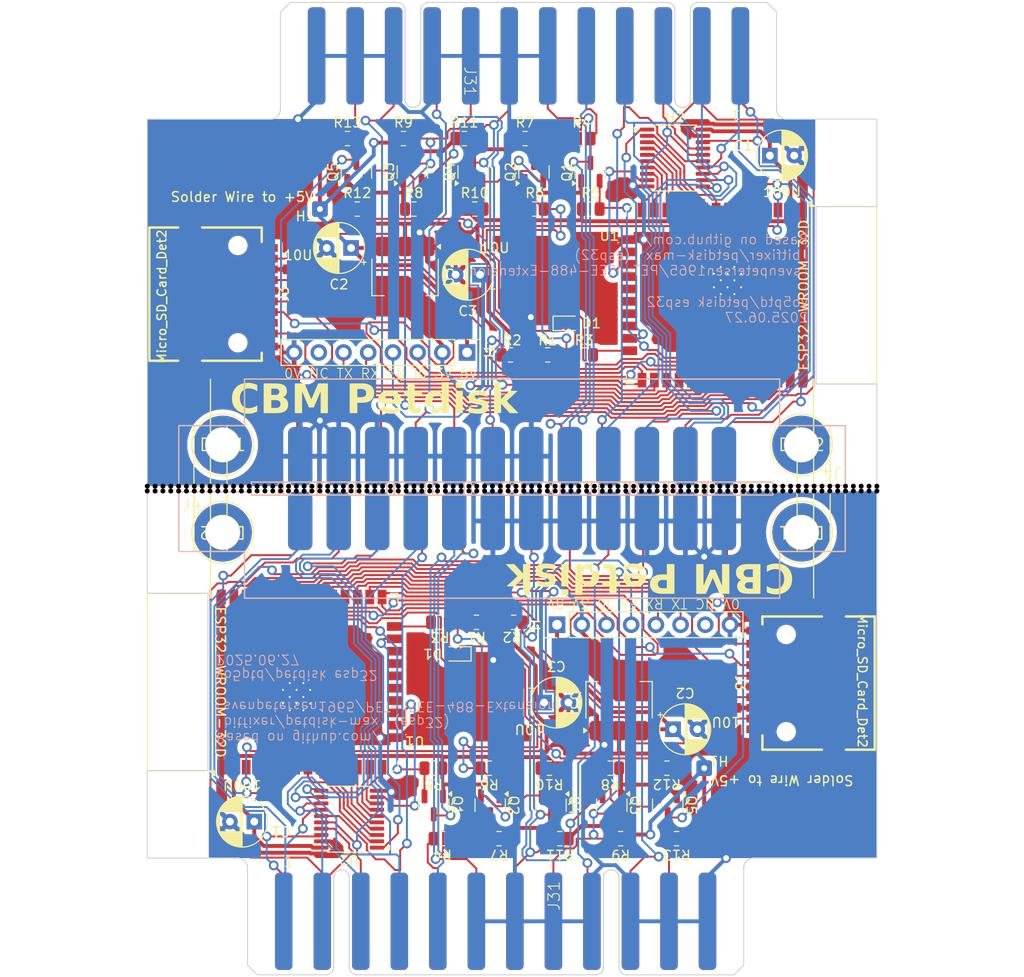
<source format=kicad_pcb>
(kicad_pcb (version 20241229) (generator "pcbnew") (generator_version "9.0")
  (layers (0 "F.Cu" signal) (2 "B.Cu" signal) (13 "F.Paste" user) (15 "B.Paste" user) (5 "F.SilkS" user "F.Silkscreen") (7 "B.SilkS" user "B.Silkscreen") (1 "F.Mask" user) (3 "B.Mask" user) (25 "Edge.Cuts" user))
  (net 0 "")
  (net 1 "Board_0-+5V")
  (net 2 "Board_0-/BDATA0")
  (net 3 "Board_0-/BDATA1")
  (net 4 "Board_0-/BDATA2")
  (net 5 "Board_0-/BDATA3")
  (net 6 "Board_0-/BDATA4")
  (net 7 "Board_0-/BDATA5")
  (net 8 "Board_0-/BDATA6")
  (net 9 "Board_0-/BDATA7")
  (net 10 "Board_0-/B_ATN")
  (net 11 "Board_0-/B_DAV")
  (net 12 "Board_0-/B_EOI")
  (net 13 "Board_0-/B_NDAC")
  (net 14 "Board_0-/B_NRFD")
  (net 15 "Board_0-/CD")
  (net 16 "Board_0-/CS")
  (net 17 "Board_0-/DATADIR")
  (net 18 "Board_0-/EN")
  (net 19 "Board_0-/IO0")
  (net 20 "Board_0-/LED")
  (net 21 "Board_0-/MISO")
  (net 22 "Board_0-/MOSI")
  (net 23 "Board_0-/RXD")
  (net 24 "Board_0-/SCK")
  (net 25 "Board_0-/TXD")
  (net 26 "Board_0-/ports/ATN")
  (net 27 "Board_0-/ports/DAV")
  (net 28 "Board_0-/ports/DIO1")
  (net 29 "Board_0-/ports/DIO2")
  (net 30 "Board_0-/ports/DIO3")
  (net 31 "Board_0-/ports/DIO4")
  (net 32 "Board_0-/ports/DIO5")
  (net 33 "Board_0-/ports/DIO6")
  (net 34 "Board_0-/ports/DIO7")
  (net 35 "Board_0-/ports/DIO8")
  (net 36 "Board_0-/ports/EOI")
  (net 37 "Board_0-/ports/IFC")
  (net 38 "Board_0-/ports/NDAC")
  (net 39 "Board_0-/ports/NRFD")
  (net 40 "Board_0-/ports/REN")
  (net 41 "Board_0-/ports/SQR")
  (net 42 "Board_0-GND")
  (net 43 "Board_0-Net-(D1-A)")
  (net 44 "Board_0-VCC")
  (net 45 "Board_0-unconnected-(DRL1-PadP$1)")
  (net 46 "Board_0-unconnected-(DRL2-PadP$1)")
  (net 47 "Board_0-unconnected-(J1-Pin_7-Pad7)")
  (net 48 "Board_0-unconnected-(J3-DAT1-Pad8)")
  (net 49 "Board_0-unconnected-(J3-DAT2-Pad1)")
  (net 50 "Board_0-unconnected-(U1-IO35-Pad7)")
  (net 51 "Board_0-unconnected-(U1-NC-Pad32)")
  (net 52 "Board_0-unconnected-(U1-SCK{slash}CLK-Pad20)")
  (net 53 "Board_0-unconnected-(U1-SCS{slash}CMD-Pad19)")
  (net 54 "Board_0-unconnected-(U1-SDI{slash}SD1-Pad22)")
  (net 55 "Board_0-unconnected-(U1-SDO{slash}SD0-Pad21)")
  (net 56 "Board_0-unconnected-(U1-SENSOR_VN-Pad5)")
  (net 57 "Board_0-unconnected-(U1-SENSOR_VP-Pad4)")
  (net 58 "Board_0-unconnected-(U1-SHD{slash}SD2-Pad17)")
  (net 59 "Board_0-unconnected-(U1-SWP{slash}SD3-Pad18)")
  (net 60 "Board_1-+5V")
  (net 61 "Board_1-/BDATA0")
  (net 62 "Board_1-/BDATA1")
  (net 63 "Board_1-/BDATA2")
  (net 64 "Board_1-/BDATA3")
  (net 65 "Board_1-/BDATA4")
  (net 66 "Board_1-/BDATA5")
  (net 67 "Board_1-/BDATA6")
  (net 68 "Board_1-/BDATA7")
  (net 69 "Board_1-/B_ATN")
  (net 70 "Board_1-/B_DAV")
  (net 71 "Board_1-/B_EOI")
  (net 72 "Board_1-/B_NDAC")
  (net 73 "Board_1-/B_NRFD")
  (net 74 "Board_1-/CD")
  (net 75 "Board_1-/CS")
  (net 76 "Board_1-/DATADIR")
  (net 77 "Board_1-/EN")
  (net 78 "Board_1-/IO0")
  (net 79 "Board_1-/LED")
  (net 80 "Board_1-/MISO")
  (net 81 "Board_1-/MOSI")
  (net 82 "Board_1-/RXD")
  (net 83 "Board_1-/SCK")
  (net 84 "Board_1-/TXD")
  (net 85 "Board_1-/ports/ATN")
  (net 86 "Board_1-/ports/DAV")
  (net 87 "Board_1-/ports/DIO1")
  (net 88 "Board_1-/ports/DIO2")
  (net 89 "Board_1-/ports/DIO3")
  (net 90 "Board_1-/ports/DIO4")
  (net 91 "Board_1-/ports/DIO5")
  (net 92 "Board_1-/ports/DIO6")
  (net 93 "Board_1-/ports/DIO7")
  (net 94 "Board_1-/ports/DIO8")
  (net 95 "Board_1-/ports/EOI")
  (net 96 "Board_1-/ports/IFC")
  (net 97 "Board_1-/ports/NDAC")
  (net 98 "Board_1-/ports/NRFD")
  (net 99 "Board_1-/ports/REN")
  (net 100 "Board_1-/ports/SQR")
  (net 101 "Board_1-GND")
  (net 102 "Board_1-Net-(D1-A)")
  (net 103 "Board_1-VCC")
  (net 104 "Board_1-unconnected-(DRL1-PadP$1)")
  (net 105 "Board_1-unconnected-(DRL2-PadP$1)")
  (net 106 "Board_1-unconnected-(J1-Pin_7-Pad7)")
  (net 107 "Board_1-unconnected-(J3-DAT1-Pad8)")
  (net 108 "Board_1-unconnected-(J3-DAT2-Pad1)")
  (net 109 "Board_1-unconnected-(U1-IO35-Pad7)")
  (net 110 "Board_1-unconnected-(U1-NC-Pad32)")
  (net 111 "Board_1-unconnected-(U1-SCK{slash}CLK-Pad20)")
  (net 112 "Board_1-unconnected-(U1-SCS{slash}CMD-Pad19)")
  (net 113 "Board_1-unconnected-(U1-SDI{slash}SD1-Pad22)")
  (net 114 "Board_1-unconnected-(U1-SDO{slash}SD0-Pad21)")
  (net 115 "Board_1-unconnected-(U1-SENSOR_VN-Pad5)")
  (net 116 "Board_1-unconnected-(U1-SENSOR_VP-Pad4)")
  (net 117 "Board_1-unconnected-(U1-SHD{slash}SD2-Pad17)")
  (net 118 "Board_1-unconnected-(U1-SWP{slash}SD3-Pad18)")
  (footprint "NPTH" (layer "F.Cu") (at 154.548387 70.25)
    (property "Reference" "KiKit_MB_2_55" (hide yes))
    (property "Value" "NPTH" (hide yes))
  )
  (footprint "NPTH" (layer "F.Cu") (at 121.483871 69.75)
    (property "Reference" "KiKit_MB_1_81" (hide yes))
    (property "Value" "NPTH" (hide yes))
  )
  (footprint "NPTH" (layer "F.Cu") (at 176.32258 70.25)
    (property "Reference" "KiKit_MB_2_82" (hide yes))
    (property "Value" "NPTH" (hide yes))
  )
  (footprint "Resistor_SMD:R_0805_2012Metric" (layer "F.Cu") (at 165.4125 106 180)
    (property "Reference" "R13")
    (property "Value" "10K")
  )
  (footprint "NPTH" (layer "F.Cu") (at 127.129033 69.75)
    (property "Reference" "KiKit_MB_1_74" (hide yes))
    (property "Value" "NPTH" (hide yes))
  )
  (footprint "NPTH" (layer "F.Cu") (at 159.387096 69.75)
    (property "Reference" "KiKit_MB_1_34" (hide yes))
    (property "Value" "NPTH" (hide yes))
  )
  (footprint "NPTH" (layer "F.Cu") (at 130.354839 69.75)
    (property "Reference" "KiKit_MB_1_70" (hide yes))
    (property "Value" "NPTH" (hide yes))
  )
  (footprint "NPTH" (layer "F.Cu") (at 167.451612 69.75)
    (property "Reference" "KiKit_MB_1_24" (hide yes))
    (property "Value" "NPTH" (hide yes))
  )
  (footprint "NPTH" (layer "F.Cu") (at 111 69.75)
    (property "Reference" "KiKit_MB_1_94" (hide yes))
    (property "Value" "NPTH" (hide yes))
  )
  (footprint "Resistor_SMD:R_0805_2012Metric" (layer "F.Cu") (at 132.5875 41.25)
    (property "Reference" "R12")
    (property "Value" "10K")
  )
  (footprint "Capacitor_THT:CP_Radial_D5.0mm_P2.50mm" (layer "F.Cu") (at 165.044887 94.75)
    (property "Reference" "C2")
    (property "Value" "10U")
  )
  (footprint "NPTH" (layer "F.Cu") (at 185.193548 70.25)
    (property "Reference" "KiKit_MB_2_93" (hide yes))
    (property "Value" "NPTH" (hide yes))
  )
  (footprint "Resistor_SMD:R_0805_2012Metric" (layer "F.Cu") (at 148.3375 56.25 180)
    (property "Reference" "R2")
    (property "Value" "12K")
  )
  (footprint "NPTH" (layer "F.Cu") (at 169.870967 69.75)
    (property "Reference" "KiKit_MB_1_21" (hide yes))
    (property "Value" "NPTH" (hide yes))
  )
  (footprint "NPTH" (layer "F.Cu") (at 120.67742 70.25)
    (property "Reference" "KiKit_MB_2_13" (hide yes))
    (property "Value" "NPTH" (hide yes))
  )
  (footprint "NPTH" (layer "F.Cu") (at 165.838709 69.75)
    (property "Reference" "KiKit_MB_1_26" (hide yes))
    (property "Value" "NPTH" (hide yes))
  )
  (footprint "NPTH" (layer "F.Cu") (at 129.548388 69.75)
    (property "Reference" "KiKit_MB_1_71" (hide yes))
    (property "Value" "NPTH" (hide yes))
  )
  (footprint "NPTH" (layer "F.Cu") (at 126.322581 69.75)
    (property "Reference" "KiKit_MB_1_75" (hide yes))
    (property "Value" "NPTH" (hide yes))
  )
  (footprint "Capacitor_THT:CP_Radial_D5.0mm_P2.50mm" (layer "F.Cu") (at 151.794887 92)
    (property "Reference" "C3")
    (property "Value" "10U")
  )
  (footprint "NPTH" (layer "F.Cu") (at 184.387096 69.75)
    (property "Reference" "KiKit_MB_1_3" (hide yes))
    (property "Value" "NPTH" (hide yes))
  )
  (footprint "NPTH" (layer "F.Cu") (at 163.419354 69.75)
    (property "Reference" "KiKit_MB_1_29" (hide yes))
    (property "Value" "NPTH" (hide yes))
  )
  (footprint "NPTH" (layer "F.Cu") (at 133.580646 69.75)
    (property "Reference" "KiKit_MB_1_66" (hide yes))
    (property "Value" "NPTH" (hide yes))
  )
  (footprint "NPTH" (layer "F.Cu") (at 118.258065 70.25)
    (property "Reference" "KiKit_MB_2_10" (hide yes))
    (property "Value" "NPTH" (hide yes))
  )
  (footprint "NPTH" (layer "F.Cu") (at 126.322581 70.25)
    (property "Reference" "KiKit_MB_2_20" (hide yes))
    (property "Value" "NPTH" (hide yes))
  )
  (footprint "NPTH" (layer "F.Cu") (at 170.677419 69.75)
    (property "Reference" "KiKit_MB_1_20" (hide yes))
    (property "Value" "NPTH" (hide yes))
  )
  (footprint "NPTH" (layer "F.Cu") (at 181.16129 69.75)
    (property "Reference" "KiKit_MB_1_7" (hide yes))
    (property "Value" "NPTH" (hide yes))
  )
  (footprint "NPTH" (layer "F.Cu") (at 140.83871 69.75)
    (property "Reference" "KiKit_MB_1_57" (hide yes))
    (property "Value" "NPTH" (hide yes))
  )
  (footprint "NPTH" (layer "F.Cu") (at 161 70.25)
    (property "Reference" "KiKit_MB_2_63" (hide yes))
    (property "Value" "NPTH" (hide yes))
  )
  (footprint "NPTH" (layer "F.Cu") (at 112.612904 70.25)
    (property "Reference" "KiKit_MB_2_3" (hide yes))
    (property "Value" "NPTH" (hide yes))
  )
  (footprint "NPTH" (layer "F.Cu") (at 115.83871 70.25)
    (property "Reference" "KiKit_MB_2_7" (hide yes))
    (property "Value" "NPTH" (hide yes))
  )
  (footprint "Package_TO_SOT_SMD:SOT-223-3_TabPin2" (layer "F.Cu") (at 137.5 48.25 -90)
    (property "Reference" "U3")
    (property "Value" "AMS1117-3.3")
  )
  (footprint "NPTH" (layer "F.Cu") (at 178.741935 69.75)
    (property "Reference" "KiKit_MB_1_10" (hide yes))
    (property "Value" "NPTH" (hide yes))
  )
  (footprint "NPTH" (layer "F.Cu") (at 164.225806 70.25)
    (property "Reference" "KiKit_MB_2_67" (hide yes))
    (property "Value" "NPTH" (hide yes))
  )
  (footprint "NPTH" (layer "F.Cu") (at 160.193548 69.75)
    (property "Reference" "KiKit_MB_1_33" (hide yes))
    (property "Value" "NPTH" (hide yes))
  )
  (footprint "NPTH" (layer "F.Cu") (at 157.774193 69.75)
    (property "Reference" "KiKit_MB_1_36" (hide yes))
    (property "Value" "NPTH" (hide yes))
  )
  (footprint "Resistor_SMD:R_0805_2012Metric" (layer "F.Cu") (at 141.3375 106 180)
    (property "Reference" "R4")
    (property "Value" "10K")
  )
  (footprint "NPTH" (layer "F.Cu") (at 179.548387 70.25)
    (property "Reference" "KiKit_MB_2_86" (hide yes))
    (property "Value" "NPTH" (hide yes))
  )
  (footprint "NPTH" (layer "F.Cu") (at 178.741935 70.25)
    (property "Reference" "KiKit_MB_2_85" (hide yes))
    (property "Value" "NPTH" (hide yes))
  )
  (footprint "Package_TO_SOT_SMD:SOT-23" (layer "F.Cu") (at 156.55 37.4375 90)
    (property "Reference" "Q1")
    (property "Value" "BSS138")
  )
  (footprint "NPTH" (layer "F.Cu") (at 123.903226 70.25)
    (property "Reference" "KiKit_MB_2_17" (hide yes))
    (property "Value" "NPTH" (hide yes))
  )
  (footprint "Resistor_SMD:R_0805_2012Metric" (layer "F.Cu") (at 148.6625 83.75)
    (property "Reference" "R2")
    (property "Value" "12K")
  )
  (footprint "NPTH" (layer "F.Cu") (at 117.451613 69.75)
    (property "Reference" "KiKit_MB_1_86" (hide yes))
    (property "Value" "NPTH" (hide yes))
  )
  (footprint "NPTH" (layer "F.Cu") (at 111 70.25)
    (property "Reference" "KiKit_MB_2_1" (hide yes))
    (property "Value" "NPTH" (hide yes))
  )
  (footprint "NPTH" (layer "F.Cu") (at 131.967742 69.75)
    (property "Reference" "KiKit_MB_1_68" (hide yes))
    (property "Value" "NPTH" (hide yes))
  )
  (footprint "NPTH" (layer "F.Cu") (at 133.580646 70.25)
    (property "Reference" "KiKit_MB_2_29" (hide yes))
    (property "Value" "NPTH" (hide yes))
  )
  (footprint "LED_SMD:LED_0603_1608Metric" (layer "F.Cu") (at 142.8 87 180)
    (property "Reference" "D1")
    (property "Value" "LED")
  )
  (footprint "Package_TO_SOT_SMD:SOT-23" (layer "F.Cu") (at 146.25 102.5625 -90)
    (property "Reference" "Q2")
    (property "Value" "BSS138")
  )
  (footprint "Resistor_SMD:R_0805_2012Metric" (layer "F.Cu") (at 141.0875 83.75)
    (property "Reference" "R3")
    (property "Value" "1K")
  )
  (footprint "NPTH" (layer "F.Cu") (at 115.032259 70.25)
    (property "Reference" "KiKit_MB_2_6" (hide yes))
    (property "Value" "NPTH" (hide yes))
  )
  (footprint "NPTH" (layer "F.Cu") (at 168.258064 70.25)
    (property "Reference" "KiKit_MB_2_72" (hide yes))
    (property "Value" "NPTH" (hide yes))
  )
  (footprint "NPTH" (layer "F.Cu") (at 173.903225 70.25)
    (property "Reference" "KiKit_MB_2_79" (hide yes))
    (property "Value" "NPTH" (hide yes))
  )
  (footprint "NPTH" (layer "F.Cu") (at 161 69.75)
    (property "Reference" "KiKit_MB_1_32" (hide yes))
    (property "Value" "NPTH" (hide yes))
  )
  (footprint "Resistor_SMD:R_0805_2012Metric" (layer "F.Cu") (at 138.4125 41.25)
    (property "Reference" "R8")
    (property "Value" "10K")
  )
  (footprint "Resistor_SMD:R_0805_2012Metric" (layer "F.Cu") (at 144.8375 83.75 180)
    (property "Reference" "R1")
    (property "Value" "12K")
  )
  (footprint "NPTH" (layer "F.Cu") (at 176.32258 69.75)
    (property "Reference" "KiKit_MB_1_13" (hide yes))
    (property "Value" "NPTH" (hide yes))
  )
  (footprint "RF_Module:ESP32-WROOM-32D" (layer "F.Cu") (at 170.12 50.1 -90)
    (property "Reference" "U1")
    (property "Value" "ESP32-WROOM-32D")
  )
  (footprint "NPTH" (layer "F.Cu") (at 160.193548 70.25)
    (property "Reference" "KiKit_MB_2_62" (hide yes))
    (property "Value" "NPTH" (hide yes))
  )
  (footprint "NPTH" (layer "F.Cu") (at 138.419355 70.25)
    (property "Reference" "KiKit_MB_2_35" (hide yes))
    (property "Value" "NPTH" (hide yes))
  )
  (footprint "NPTH" (layer "F.Cu") (at 146.483871 70.25)
    (property "Reference" "KiKit_MB_2_45" (hide yes))
    (property "Value" "NPTH" (hide yes))
  )
  (footprint "NPTH" (layer "F.Cu") (at 173.096774 70.25)
    (property "Reference" "KiKit_MB_2_78" (hide yes))
    (property "Value" "NPTH" (hide yes))
  )
  (footprint "NPTH" (layer "F.Cu") (at 148.096775 69.75)
    (property "Reference" "KiKit_MB_1_48" (hide yes))
    (property "Value" "NPTH" (hide yes))
  )
  (footprint "NPTH" (layer "F.Cu") (at 125.51613 70.25)
    (property "Reference" "KiKit_MB_2_19" (hide yes))
    (property "Value" "NPTH" (hide yes))
  )
  (footprint "NPTH" (layer "F.Cu") (at 123.096775 70.25)
    (property "Reference" "KiKit_MB_2_16" (hide yes))
    (property "Value" "NPTH" (hide yes))
  )
  (footprint "NPTH" (layer "F.Cu") (at 112.612904 69.75)
    (property "Reference" "KiKit_MB_1_92" (hide yes))
    (property "Value" "NPTH" (hide yes))
  )
  (footprint "Package_TO_SOT_SMD:SOT-23" (layer "F.Cu") (at 150.75 37.4375 90)
    (property "Reference" "Q2")
    (property "Value" "BSS138")
  )
  (footprint "NPTH" (layer "F.Cu") (at 164.225806 69.75)
    (property "Reference" "KiKit_MB_1_28" (hide yes))
    (property "Value" "NPTH" (hide yes))
  )
  (footprint "NPTH" (layer "F.Cu") (at 131.161291 70.25)
    (property "Reference" "KiKit_MB_2_26" (hide yes))
    (property "Value" "NPTH" (hide yes))
  )
  (footprint "NPTH" (layer "F.Cu") (at 123.096775 69.75)
    (property "Reference" "KiKit_MB_1_79" (hide yes))
    (property "Value" "NPTH" (hide yes))
  )
  (footprint "NPTH" (layer "F.Cu") (at 144.870968 70.25)
    (property "Reference" "KiKit_MB_2_43" (hide yes))
    (property "Value" "NPTH" (hide yes))
  )
  (footprint "NPTH" (layer "F.Cu") (at 167.451612 70.25)
    (property "Reference" "KiKit_MB_2_71" (hide yes))
    (property "Value" "NPTH" (hide yes))
  )
  (footprint "NPTH" (layer "F.Cu") (at 159.387096 70.25)
    (property "Reference" "KiKit_MB_2_61" (hide yes))
    (property "Value" "NPTH" (hide yes))
  )
  (footprint "Capacitor_THT:CP_Radial_D5.0mm_P2.50mm" (layer "F.Cu") (at 122 104.25 180)
    (property "Reference" "C1")
    (property "Value" "100U")
  )
  (footprint "NPTH" (layer "F.Cu") (at 162.612903 70.25)
    (property "Reference" "KiKit_MB_2_65" (hide yes))
    (property "Value" "NPTH" (hide yes))
  )
  (footprint "NPTH" (layer "F.Cu") (at 146.483871 69.75)
    (property "Reference" "KiKit_MB_1_50" (hide yes))
    (property "Value" "NPTH" (hide yes))
  )
  (footprint "NPTH" (layer "F.Cu") (at 144.064517 69.75)
    (property "Reference" "KiKit_MB_1_53" (hide yes))
    (property "Value" "NPTH" (hide yes))
  )
  (footprint "NPTH" (layer "F.Cu") (at 156.967741 69.75)
    (property "Reference" "KiKit_MB_1_37" (hide yes))
    (property "Value" "NPTH" (hide yes))
  )
  (footprint "NPTH" (layer "F.Cu") (at 181.967741 69.75)
    (property "Reference" "KiKit_MB_1_6" (hide yes))
    (property "Value" "NPTH" (hide yes))
  )
  (footprint "NPTH" (layer "F.Cu") (at 158.580645 70.25)
    (property "Reference" "KiKit_MB_2_60" (hide yes))
    (property "Value" "NPTH" (hide yes))
  )
  (footprint "NPTH" (layer "F.Cu") (at 111.806452 70.25)
    (property "Reference" "KiKit_MB_2_2" (hide yes))
    (property "Value" "NPTH" (hide yes))
  )
  (footprint "NPTH" (layer "F.Cu") (at 142.451613 70.25)
    (property "Reference" "KiKit_MB_2_40" (hide yes))
    (property "Value" "NPTH" (hide yes))
  )
  (footprint "NPTH" (layer "F.Cu") (at 116.645162 69.75)
    (property "Reference" "KiKit_MB_1_87" (hide yes))
    (property "Value" "NPTH" (hide yes))
  )
  (footprint "NPTH" (layer "F.Cu") (at 119.870968 69.75)
    (property "Reference" "KiKit_MB_1_83" (hide yes))
    (property "Value" "NPTH" (hide yes))
  )
  (footprint "Resistor_SMD:R_0805_2012Metric" (layer "F.Cu") (at 152.3375 98.75 180)
    (property "Reference" "R10")
    (property "Value" "10K")
  )
  (footprint "NPTH" (layer "F.Cu") (at 117.451613 70.25)
    (property "Reference" "KiKit_MB_2_9" (hide yes))
    (property "Value" "NPTH" (hide yes))
  )
  (footprint "NPTH" (layer "F.Cu") (at 179.548387 69.75)
    (property "Reference" "KiKit_MB_1_9" (hide yes))
    (property "Value" "NPTH" (hide yes))
  )
  (footprint "NPTH" (layer "F.Cu") (at 186 70.25)
    (property "Reference" "KiKit_MB_2_94" (hide yes))
    (property "Value" "NPTH" (hide yes))
  )
  (footprint "NPTH" (layer "F.Cu") (at 141.645162 69.75)
    (property "Reference" "KiKit_MB_1_56" (hide yes))
    (property "Value" "NPTH" (hide yes))
  )
  (footprint "NPTH" (layer "F.Cu") (at 144.064517 70.25)
    (property "Reference" "KiKit_MB_2_42" (hide yes))
    (property "Value" "NPTH" (hide yes))
  )
  (footprint "NPTH" (layer "F.Cu") (at 127.129033 70.25)
    (property "Reference" "KiKit_MB_2_21" (hide yes))
    (property "Value" "NPTH" (hide yes))
  )
  (footprint "NPTH" (layer "F.Cu") (at 175.516129 69.75)
    (property "Reference" "KiKit_MB_1_14" (hide yes))
    (property "Value" "NPTH" (hide yes))
  )
  (footprint "NPTH" (layer "F.Cu") (at 172.290322 70.25)
    (property "Reference" "KiKit_MB_2_77" (hide yes))
    (property "Value" "NPTH" (hide yes))
  )
  (footprint "NPTH" (layer "F.Cu") (at 143.258065 69.75)
    (property "Reference" "KiKit_MB_1_54" (hide yes))
    (property "Value" "NPTH" (hide yes))
  )
  (footprint "NPTH" (layer "F.Cu") (at 137.612904 69.75)
    (property "Reference" "KiKit_MB_1_61" (hide yes))
    (property "Value" "NPTH" (hide yes))
  )
  (footprint "NPTH" (layer "F.Cu") (at 132.774194 70.25)
    (property "Reference" "KiKit_MB_2_28" (hide yes))
    (property "Value" "NPTH" (hide yes))
  )
  (footprint "NPTH" (layer "F.Cu") (at 141.645162 70.25)
    (property "Reference" "KiKit_MB_2_39" (hide yes))
    (property "Value" "NPTH" (hide yes))
  )
  (footprint "Library:BOHR3,5" (layer "F.Cu") (at 118.75 74.5 180)
    (property "Reference" "DRL2")
    (property "Value" "BOHR3,5")
  )
  (footprint "NPTH" (layer "F.Cu") (at 119.064517 69.75)
    (property "Reference" "KiKit_MB_1_84" (hide yes))
    (property "Value" "NPTH" (hide yes))
  )
  (footprint "NPTH" (layer "F.Cu") (at 140.032259 70.25)
    (property "Reference" "KiKit_MB_2_37" (hide yes))
    (property "Value" "NPTH" (hide yes))
  )
  (footprint "NPTH" (layer "F.Cu") (at 136 69.75)
    (property "Reference" "KiKit_MB_1_63" (hide yes))
    (property "Value" "NPTH" (hide yes))
  )
  (footprint "NPTH" (layer "F.Cu") (at 127.935484 70.25)
    (property "Reference" "KiKit_MB_2_22" (hide yes))
    (property "Value" "NPTH" (hide yes))
  )
  (footprint "NPTH" (layer "F.Cu") (at 152.129032 69.75)
    (property "Reference" "KiKit_MB_1_43" (hide yes))
    (property "Value" "NPTH" (hide yes))
  )
  (footprint "NPTH" (layer "F.Cu") (at 113.419355 70.25)
    (property "Reference" "KiKit_MB_2_4" (hide yes))
    (property "Value" "NPTH" (hide yes))
  )
  (footprint "Library:TF-SMD_TF-013" (layer "F.Cu") (at 119.466 50 -90)
    (property "Reference" "J3")
    (property "Value" "Micro_SD_Card_Det2")
  )
  (footprint "NPTH" (layer "F.Cu") (at 165.032258 69.75)
    (property "Reference" "KiKit_MB_1_27" (hide yes))
    (property "Value" "NPTH" (hide yes))
  )
  (footprint "Resistor_SMD:R_0805_2012Metric" (layer "F.Cu") (at 153.4125 106 180)
    (property "Reference" "R11")
    (property "Value" "10K")
  )
  (footprint "NPTH" (layer "F.Cu") (at 136.806452 69.75)
    (property "Reference" "KiKit_MB_1_62" (hide yes))
    (property "Value" "NPTH" (hide yes))
  )
  (footprint "Capacitor_THT:CP_Radial_D5.0mm_P2.50mm" (layer "F.Cu") (at 145.205113 48 180)
    (property "Reference" "C3")
    (property "Value" "10U")
  )
  (footprint "Resistor_SMD:R_0805_2012Metric" (layer "F.Cu") (at 156.5875 41.25)
    (property "Reference" "R5")
    (property "Value" "10K")
  )
  (footprint "NPTH" (layer "F.Cu") (at 148.903225 69.75)
    (property "Reference" "KiKit_MB_1_47" (hide yes))
    (property "Value" "NPTH" (hide yes))
  )
  (footprint "Package_TO_SOT_SMD:SOT-23" (layer "F.Cu") (at 140.45 102.5625 -90)
    (property "Reference" "Q1")
    (property "Value" "BSS138")
  )
  (footprint "Resistor_SMD:R_0805_2012Metric" (layer "F.Cu") (at 155.9125 56.25 180)
    (property "Reference" "R3")
    (property "Value" "1K")
  )
  (footprint "Resistor_SMD:R_0805_2012Metric" (layer "F.Cu") (at 144.6625 41.25)
    (property "Reference" "R10")
    (property "Value" "10K")
  )
  (footprint "RF_Module:ESP32-WROOM-32D" (layer "F.Cu") (at 126.88 89.9 90)
    (property "Reference" "U1")
    (property "Value" "ESP32-WROOM-32D")
  )
  (footprint "NPTH" (layer "F.Cu") (at 142.451613 69.75)
    (property "Reference" "KiKit_MB_1_55" (hide yes))
    (property "Value" "NPTH" (hide yes))
  )
  (footprint "Package_TO_SOT_SMD:SOT-23" (layer "F.Cu") (at 164.5 102.5625 -90)
    (property "Reference" "Q5")
    (property "Value" "BSS138")
  )
  (footprint "NPTH" (layer "F.Cu") (at 124.709678 69.75)
    (property "Reference" "KiKit_MB_1_77" (hide yes))
    (property "Value" "NPTH" (hide yes))
  )
  (footprint "Resistor_SMD:R_0805_2012Metric" (layer "F.Cu") (at 155.6625 34)
    (property "Reference" "R4")
    (property "Value" "10K")
  )
  (footprint "Package_SO:TSSOP-20_4.4x6.5mm_P0.65mm" (layer "F.Cu") (at 165.25 36)
    (property "Reference" "U2")
    (property "Value" "SN74LVC245APW")
  )
  (footprint "NPTH" (layer "F.Cu") (at 138.419355 69.75)
    (property "Reference" "KiKit_MB_1_60" (hide yes))
    (property "Value" "NPTH" (hide yes))
  )
  (footprint "NPTH" (layer "F.Cu") (at 137.612904 70.25)
    (property "Reference" "KiKit_MB_2_34" (hide yes))
    (property "Value" "NPTH" (hide yes))
  )
  (footprint "NPTH" (layer "F.Cu") (at 148.096775 70.25)
    (property "Reference" "KiKit_MB_2_47" (hide yes))
    (property "Value" "NPTH" (hide yes))
  )
  (footprint "NPTH" (layer "F.Cu") (at 177.935483 69.75)
    (property "Reference" "KiKit_MB_1_11" (hide yes))
    (property "Value" "NPTH" (hide yes))
  )
  (footprint "Resistor_SMD:R_0805_2012Metric" (layer "F.Cu") (at 137.3375 34)
    (property "Reference" "R9")
    (property "Value" "10K")
  )
  (footprint "NPTH" (layer "F.Cu") (at 180.354838 70.25)
    (property "Reference" "KiKit_MB_2_87" (hide yes))
    (property "Value" "NPTH" (hide yes))
  )
  (footprint "NPTH" (layer "F.Cu") (at 156.16129 70.25)
    (property "Reference" "KiKit_MB_2_57" (hide yes))
    (property "Value" "NPTH" (hide yes))
  )
  (footprint "Connector_PinHeader_2.54mm:PinHeader_1x08_P2.54mm_Vertical" (layer "F.Cu") (at 153.125 84 90)
    (property "Reference" "J1")
    (property "Value" "Conn_01x08")
  )
  (footprint "Library:BOHR3,5" (layer "F.Cu") (at 178.25 65.5)
    (property "Reference" "DRL2")
    (property "Value" "BOHR3,5")
  )
  (footprint "Package_TO_SOT_SMD:SOT-223-3_TabPin2" (layer "F.Cu") (at 159.5 91.75 90)
    (property "Reference" "U3")
    (property "Value" "AMS1117-3.3")
  )
  (footprint "NPTH" (layer "F.Cu") (at 177.129032 69.75)
    (property "Reference" "KiKit_MB_1_12" (hide yes))
    (property "Value" "NPTH" (hide yes))
  )
  (footprint "NPTH" (layer "F.Cu") (at 128.741936 69.75)
    (property "Reference" "KiKit_MB_1_72" (hide yes))
    (property "Value" "NPTH" (hide yes))
  )
  (footprint "Library:TF-SMD_TF-013" (layer "F.Cu") (at 177.534 90 90)
    (property "Reference" "J3")
    (property "Value" "Micro_SD_Card_Det2")
  )
  (footprint "NPTH" (layer "F.Cu") (at 156.967741 70.25)
    (property "Reference" "KiKit_MB_2_58" (hide yes))
    (property "Value" "NPTH" (hide yes))
  )
  (footprint "NPTH" (layer "F.Cu") (at 136.806452 70.25)
    (property "Reference" "KiKit_MB_2_33" (hide yes))
    (property "Value" "NPTH" (hide yes))
  )
  (footprint "NPTH" (layer "F.Cu") (at 171.48387 69.75)
    (property "Reference" "KiKit_MB_1_19" (hide yes))
    (property "Value" "NPTH" (hide yes))
  )
  (footprint "NPTH" (layer "F.Cu") (at 143.258065 70.25)
    (property "Reference" "KiKit_MB_2_41" (hide yes))
    (property "Value" "NPTH" (hide yes))
  )
  (footprint "NPTH" (layer "F.Cu") (at 147.290323 69.75)
    (property "Reference" "KiKit_MB_1_49" (hide yes))
    (property "Value" "NPTH" (hide yes))
  )
  (footprint "Library:BOHR3,5" (layer "F.Cu") (at 118.75 65.5)
    (property "Reference" "DRL1")
    (property "Value" "BOHR3,5")
  )
  (footprint "NPTH" (layer "F.Cu") (at 123.903226 69.75)
    (property "Reference" "KiKit_MB_1_78" (hide yes))
    (property "Value" "NPTH" (hide yes))
  )
  (footprint "NPTH" (layer "F.Cu") (at 149.709677 70.25)
    (property "Reference" "KiKit_MB_2_49" (hide yes))
    (property "Value" "NPTH" (hide yes))
  )
  (footprint "NPTH" (layer "F.Cu") (at 163.419354 70.25)
    (property "Reference" "KiKit_MB_2_66" (hide yes))
    (property "Value" "NPTH" (hide yes))
  )
  (footprint "Resistor_SMD:R_0805_2012Metric" (layer "F.Cu") (at 158.5875 98.75 180)
    (property "Reference" "R8")
    (property "Value" "10K")
  )
  (footprint "Library:USERPORT" (layer "F.Cu") (at 148.5 70.3318)
    (property "Reference" "J4")
    (property "Value" "PET_IEEE")
  )
  (footprint "NPTH" (layer "F.Cu") (at 153.741935 70.25)
    (property "Reference" "KiKit_MB_2_54" (hide yes))
    (property "Value" "NPTH" (hide yes))
  )
  (footprint "NPTH" (layer "F.Cu") (at 180.354838 69.75)
    (property "Reference" "KiKit_MB_1_8" (hide yes))
    (property "Value" "NPTH" (hide yes))
  )
  (footprint "NPTH" (layer "F.Cu") (at 149.709677 69.75)
    (property "Reference" "KiKit_MB_1_46" (hide yes))
    (property "Value" "NPTH" (hide yes))
  )
  (footprint "NPTH" (layer "F.Cu") (at 140.032259 69.75)
    (property "Reference" "KiKit_MB_1_58" (hide yes))
    (property "Value" "NPTH" (hide yes))
  )
  (footprint "NPTH" (layer "F.Cu") (at 174.709677 70.25)
    (property "Reference" "KiKit_MB_2_80" (hide yes))
    (property "Value" "NPTH" (hide yes))
  )
  (footprint "NPTH" (layer "F.Cu") (at 134.387097 70.25)
    (property "Reference" "KiKit_MB_2_30" (hide yes))
    (property "Value" "NPTH" (hide yes))
  )
  (footprint "NPTH" (layer "F.Cu") (at 135.193549 70.25)
    (property "Reference" "KiKit_MB_2_31" (hide yes))
    (property "Value" "NPTH" (hide yes))
  )
  (footprint "NPTH" (layer "F.Cu") (at 132.774194 69.75)
    (property "Reference" "KiKit_MB_1_67" (hide yes))
    (property "Value" "NPTH" (hide yes))
  )
  (footprint "Connector_Wire:SolderWire-0.1sqmm_1x01_D0.4mm_OD1mm" (layer "F.Cu") (at 168.25 98.75 180)
    (property "Reference" "H1")
    (property "Value" "Solder Wire to +5V")
  )
  (footprint "Package_TO_SOT_SMD:SOT-23" (layer "F.Cu") (at 138.25 37.4375 90)
    (property "Reference" "Q3")
    (property "Value" "BSS138")
  )
  (footprint "NPTH" (layer "F.Cu") (at 127.935484 69.75)
    (property "Reference" "KiKit_MB_1_73" (hide yes))
    (property "Value" "NPTH" (hide yes))
  )
  (footprint "NPTH" (layer "F.Cu") (at 122.290323 69.75)
    (property "Reference" "KiKit_MB_1_80" (hide yes))
    (property "Value" "NPTH" (hide yes))
  )
  (footprint "NPTH" (layer "F.Cu") (at 171.48387 70.25)
    (property "Reference" "KiKit_MB_2_76" (hide yes))
    (property "Value" "NPTH" (hide yes))
  )
  (footprint "Resistor_SMD:R_0805_2012Metric" (layer "F.Cu") (at 159.6625 106 180)
    (property "Reference" "R9")
    (property "Value" "10K")
  )
  (footprint "NPTH" (layer "F.Cu") (at 145.67742 70.25)
    (property "Reference" "KiKit_MB_2_44" (hide yes))
    (property "Value" "NPTH" (hide yes))
  )
  (footprint "NPTH" (layer "F.Cu") (at 118.258065 69.75)
    (property "Reference" "KiKit_MB_1_85" (hide yes))
    (property "Value" "NPTH" (hide yes))
  )
  (footprint "NPTH" (layer "F.Cu") (at 165.032258 70.25)
    (property "Reference" "KiKit_MB_2_68" (hide yes))
    (property "Value" "NPTH" (hide yes))
  )
  (footprint "NPTH" (layer "F.Cu") (at 150.516129 70.25)
    (property "Reference" "KiKit_MB_2_50" (hide yes))
    (property "Value" "NPTH" (hide yes))
  )
  (footprint "NPTH" (layer "F.Cu") (at 183.580645 69.75)
    (property "Reference" "KiKit_MB_1_4" (hide yes))
    (property "Value" "NPTH" (hide yes))
  )
  (footprint "NPTH" (layer "F.Cu") (at 155.354838 70.25)
    (property "Reference" "KiKit_MB_2_56" (hide yes))
    (property "Value" "NPTH" (hide yes))
  )
  (footprint "NPTH" (layer "F.Cu") (at 144.870968 69.75)
    (property "Reference" "KiKit_MB_1_52" (hide yes))
    (property "Value" "NPTH" (hide yes))
  )
  (footprint "NPTH" (layer "F.Cu") (at 128.741936 70.25)
    (property "Reference" "KiKit_MB_2_23" (hide yes))
    (property "Value" "NPTH" (hide yes))
  )
  (footprint "NPTH" (layer "F.Cu") (at 166.645161 70.25)
    (property "Reference" "KiKit_MB_2_70" (hide yes))
    (property "Value" "NPTH" (hide yes))
  )
  (footprint "NPTH" (layer "F.Cu") (at 173.096774 69.75)
    (property "Reference" "KiKit_MB_1_17" (hide yes))
    (property "Value" "NPTH" (hide yes))
  )
  (footprint "NPTH" (layer "F.Cu") (at 170.677419 70.25)
    (property "Reference" "KiKit_MB_2_75" (hide yes))
    (property "Value" "NPTH" (hide yes))
  )
  (footprint "NPTH" (layer "F.Cu") (at 139.225807 70.25)
    (property "Reference" "KiKit_MB_2_36" (hide yes))
    (property "Value" "NPTH" (hide yes))
  )
  (footprint "NPTH" (layer "F.Cu") (at 155.354838 69.75)
    (property "Reference" "KiKit_MB_1_39" (hide yes))
    (property "Value" "NPTH" (hide yes))
  )
  (footprint "NPTH" (layer "F.Cu") (at 162.612903 69.75)
    (property "Reference" "KiKit_MB_1_30" (hide yes))
    (property "Value" "NPTH" (hide yes))
  )
  (footprint "NPTH" (layer "F.Cu") (at 134.387097 69.75)
    (property "Reference" "KiKit_MB_1_65" (hide yes))
    (property "Value" "NPTH" (hide yes))
  )
  (footprint "NPTH" (layer "F.Cu") (at 186 69.75)
    (property "Reference" "KiKit_MB_1_1" (hide yes))
    (property "Value" "NPTH" (hide yes))
  )
  (footprint "Package_TO_SOT_SMD:SOT-23" (layer "F.Cu") (at 132.5 37.4375 90)
    (property "Reference" "Q5")
    (property "Value" "BSS138")
  )
  (footprint "NPTH" (layer "F.Cu") (at 182.774193 69.75)
    (property "Reference" "KiKit_MB_1_5" (hide yes))
    (property "Value" "NPTH" (hide yes))
  )
  (footprint "NPTH" (layer "F.Cu") (at 129.548388 70.25)
    (property "Reference" "KiKit_MB_2_24" (hide yes))
    (property "Value" "NPTH" (hide yes))
  )
  (footprint "NPTH" (layer "F.Cu") (at 114.225807 70.25)
    (property "Reference" "KiKit_MB_2_5" (hide yes))
    (property "Value" "NPTH" (hide yes))
  )
  (footprint "NPTH" (layer "F.Cu") (at 131.967742 70.25)
    (property "Reference" "KiKit_MB_2_27" (hide yes))
    (property "Value" "NPTH" (hide yes))
  )
  (footprint "NPTH" (layer "F.Cu") (at 150.516129 69.75)
    (property "Reference" "KiKit_MB_1_45" (hide yes))
    (property "Value" "NPTH" (hide yes))
  )
  (footprint "NPTH" (layer "F.Cu") (at 114.225807 69.75)
    (property "Reference" "KiKit_MB_1_90" (hide yes))
    (property "Value" "NPTH" (hide yes))
  )
  (footprint "NPTH" (layer "F.Cu") (at 113.419355 69.75)
    (property "Reference" "KiKit_MB_1_91" (hide yes))
    (property "Value" "NPTH" (hide yes))
  )
  (footprint "Library:USERPORT" (layer "F.Cu") (at 148.5 69.6682 180)
    (property "Reference" "J4")
    (property "Value" "PET_IEEE")
  )
  (footprint "NPTH" (layer "F.Cu") (at 130.354839 70.25)
    (property "Reference" "KiKit_MB_2_25" (hide yes))
    (property "Value" "NPTH" (hide yes))
  )
  (footprint "NPTH" (layer "F.Cu") (at 115.032259 69.75)
    (property "Reference" "KiKit_MB_1_89" (hide yes))
    (property "Value" "NPTH" (hide yes))
  )
  (footprint "NPTH" (layer "F.Cu") (at 153.741935 69.75)
    (property "Reference" "KiKit_MB_1_41" (hide yes))
    (property "Value" "NPTH" (hide yes))
  )
  (footprint "Package_SO:TSSOP-20_4.4x6.5mm_P0.65mm" (layer "F.Cu") (at 131.75 104 180)
    (property "Reference" "U2")
    (property "Value" "SN74LVC245APW")
  )
  (footprint "Package_TO_SOT_SMD:SOT-23" (layer "F.Cu") (at 158.75 102.5625 -90)
    (property "Reference" "Q3")
    (property "Value" "BSS138")
  )
  (footprint "NPTH" (layer "F.Cu") (at 172.290322 69.75)
    (property "Reference" "KiKit_MB_1_18" (hide yes))
    (property "Value" "NPTH" (hide yes))
  )
  (footprint "NPTH" (layer "F.Cu") (at 131.161291 69.75)
    (property "Reference" "KiKit_MB_1_69" (hide yes))
    (property "Value" "NPTH" (hide yes))
  )
  (footprint "Resistor_SMD:R_0805_2012Metric" (layer "F.Cu") (at 149.8375 34)
    (property "Reference" "R7")
    (property "Value" "10K")
  )
  (footprint "NPTH" (layer "F.Cu") (at 120.67742 69.75)
    (property "Reference" "KiKit_MB_1_82" (hide yes))
    (property "Value" "NPTH" (hide yes))
  )
  (footprint "NPTH" (layer "F.Cu") (at 161.806451 70.25)
    (property "Reference" "KiKit_MB_2_64" (hide yes))
    (property "Value" "NPTH" (hide yes))
  )
  (footprint "NPTH" (layer "F.Cu") (at 169.064516 69.75)
    (property "Reference" "KiKit_MB_1_22" (hide yes))
    (property "Value" "NPTH" (hide yes))
  )
  (footprint "NPTH" (layer "F.Cu") (at 115.83871 69.75)
    (property "Reference" "KiKit_MB_1_88" (hide yes))
    (property "Value" "NPTH" (hide yes))
  )
  (footprint "Library:PET_IEEE_M" (layer "F.Cu") (at 150.19 20 180)
    (property "Reference" "J31")
    (property "Value" "PET_IEEE_M")
  )
  (footprint "NPTH" (layer "F.Cu") (at 151.32258 70.25)
    (property "Reference" "KiKit_MB_2_51" (hide yes))
    (property "Value" "NPTH" (hide yes))
  )
  (footprint "Resistor_SMD:R_0805_2012Metric" (layer "F.Cu") (at 150.8375 41.25)
    (property "Reference" "R6")
    (property "Value" "10K")
  )
  (footprint "Capacitor_THT:CP_Radial_D5.0mm_P2.50mm" (layer "F.Cu") (at 131.955113 45.25 180)
    (property "Reference" "C2")
    (property "Value" "10U")
  )
  (footprint "LED_SMD:LED_0603_1608Metric" (layer "F.Cu") (at 154.2 53)
    (property "Reference" "D1")
    (property "Value" "LED")
  )
  (footprint "NPTH" (layer "F.Cu") (at 169.870967 70.25)
    (property "Reference" "KiKit_MB_2_74" (hide yes))
    (property "Value" "NPTH" (hide yes))
  )
  (footprint "NPTH" (layer "F.Cu") (at 119.064517 70.25)
    (property "Reference" "KiKit_MB_2_11" (hide yes))
    (property "Value" "NPTH" (hide yes))
  )
  (footprint "NPTH" (layer "F.Cu") (at 182.774193 70.25)
    (property "Reference" "KiKit_MB_2_90" (hide yes))
    (property "Value" "NPTH" (hide yes))
  )
  (footprint "NPTH" (layer "F.Cu") (at 122.290323 70.25)
    (property "Reference" "KiKit_MB_2_15" (hide yes))
    (property "Value" "NPTH" (hide yes))
  )
  (footprint "NPTH" (layer "F.Cu") (at 166.645161 69.75)
    (property "Reference" "KiKit_MB_1_25" (hide yes))
    (property "Value" "NPTH" (hide yes))
  )
  (footprint "NPTH" (layer "F.Cu") (at 152.935483 70.25)
    (property "Reference" "KiKit_MB_2_53" (hide yes))
    (property "Value" "NPTH" (hide yes))
  )
  (footprint "NPTH" (layer "F.Cu") (at 124.709678 70.25)
    (property "Reference" "KiKit_MB_2_18" (hide yes))
    (property "Value" "NPTH" (hide yes))
  )
  (footprint "NPTH" (layer "F.Cu") (at 169.064516 70.25)
    (property "Reference" "KiKit_MB_2_73" (hide yes))
    (property "Value" "NPTH" (hide yes))
  )
  (footprint "Resistor_SMD:R_0805_2012Metric" (layer "F.Cu") (at 131.5875 34)
    (property "Reference" "R13")
    (property "Value" "10K")
  )
  (footprint "NPTH" (layer "F.Cu") (at 116.645162 70.25)
    (property "Reference" "KiKit_MB_2_8" (hide yes))
    (property "Value" "NPTH" (hide yes))
  )
  (footprint "NPTH" (layer "F.Cu") (at 121.483871 70.25)
    (property "Reference" "KiKit_MB_2_14" (hide yes))
    (property "Value" "NPTH" (hide yes))
  )
  (footprint "NPTH" (layer "F.Cu") (at 147.290323 70.25)
    (property "Reference" "KiKit_MB_2_46" (hide yes))
    (property "Value" "NPTH" (hide yes))
  )
  (footprint "NPTH" (layer "F.Cu") (at 157.774193 70.25)
    (property "Reference" "KiKit_MB_2_59" (hide yes))
    (property "Value" "NPTH" (hide yes))
  )
  (footprint "NPTH" (layer "F.Cu") (at 174.709677 69.75)
    (property "Reference" "KiKit_MB_1_15" (hide yes))
    (property "Value" "NPTH" (hide yes))
  )
  (footprint "NPTH" (layer "F.Cu") (at 125.51613 69.75)
    (property "Reference" "KiKit_MB_1_76" (hide yes))
    (property "Value" "NPTH" (hide yes))
  )
  (footprint "NPTH" (layer "F.Cu") (at 140.83871 70.25)
    (property "Reference" "KiKit_MB_2_38" (hide yes))
    (property "Value" "NPTH" (hide yes))
  )
  (footprint "Connector_Wire:SolderWire-0.1sqmm_1x01_D0.4mm_OD1mm" (layer "F.Cu") (at 128.75 41.25)
    (property "Reference" "H1")
    (property "Value" "Solder Wire to +5V")
  )
  (footprint "NPTH" (layer "F.Cu") (at 177.935483 70.25)
    (property "Reference" "KiKit_MB_2_84" (hide yes))
    (property "Value" "NPTH" (hide yes))
  )
  (footprint "NPTH" (layer "F.Cu") (at 165.838709 70.25)
    (property "Reference" "KiKit_MB_2_69" (hide yes))
    (property "Value" "NPTH" (hide yes))
  )
  (footprint "Resistor_SMD:R_0805_2012Metric" (layer "F.Cu") (at 140.4125 98.75 180)
    (property "Reference" "R5")
    (property "Value" "10K")
  )
  (footprint "NPTH" (layer "F.Cu") (at 175.516129 70.25)
    (property "Reference" "KiKit_MB_2_81" (hide yes))
    (property "Value" "NPTH" (hide yes))
  )
  (footprint "Resistor_SMD:R_0805_2012Metric" (layer "F.Cu") (at 143.5875 34)
    (property "Reference" "R11")
    (property "Value" "10K")
  )
  (footprint "NPTH" (layer "F.Cu") (at 136 70.25)
    (property "Reference" "KiKit_MB_2_32" (hide yes))
    (property "Value" "NPTH" (hide yes))
  )
  (footprint "NPTH" (layer "F.Cu") (at 185.193548 69.75)
    (property "Reference" "KiKit_MB_1_2" (hide yes))
    (property "Value" "NPTH" (hide yes))
  )
  (footprint "Library:PET_IEEE_M" (layer "F.Cu") (at 146.81 120)
    (property "Reference" "J31")
    (property "Value" "PET_IEEE_M")
  )
  (footprint "Capacitor_THT:CP_Radial_D5.0mm_P2.50mm" (layer "F.Cu") (at 175 35.75)
    (property "Reference" "C1")
    (property "Value" "100U")
  )
  (footprint "NPTH" (layer "F.Cu") (at 119.870968 70.25)
    (property "Reference" "KiKit_MB_2_12" (hide yes))
    (property "Value" "NPTH" (hide yes))
  )
  (footprint "NPTH" (layer "F.Cu") (at 177.129032 70.25)
    (property "Reference" "KiKit_MB_2_83" (hide yes))
    (property "Value" "NPTH" (hide yes))
  )
  (footprint "NPTH" (layer "F.Cu") (at 161.806451 69.75)
    (property "Reference" "KiKit_MB_1_31" (hide yes))
    (property "Value" "NPTH" (hide yes))
  )
  (footprint "NPTH" (layer "F.Cu") (at 181.967741 70.25)
    (property "Reference" "KiKit_MB_2_89" (hide yes))
    (property "Value" "NPTH" (hide yes))
  )
  (footprint "Resistor_SMD:R_0805_2012Metric" (layer "F.Cu") (at 152.1625 56.25)
    (property "Reference" "R1")
    (property "Value" "12K")
  )
  (footprint "NPTH" (layer "F.Cu") (at 111.806452 69.75)
    (property "Reference" "KiKit_MB_1_93" (hide yes))
    (property "Value" "NPTH" (hide yes))
  )
  (footprint "Connector_PinHeader_2.54mm:PinHeader_1x08_P2.54mm_Vertical" (layer "F.Cu") (at 143.875 56 -90)
    (property "Reference" "J1")
    (property "Value" "Conn_01x08")
  )
  (footprint "NPTH" (layer "F.Cu") (at 152.935483 69.75)
    (property "Reference" "KiKit_MB_1_42" (hide yes))
    (property "Value" "NPTH" (hide yes))
  )
  (footprint "NPTH" (layer "F.Cu") (at 145.67742 69.75)
    (property "Reference" "KiKit_MB_1_51" (hide yes))
    (property "Value" "NPTH" (hide yes))
  )
  (footprint "NPTH" (layer "F.Cu") (at 168.258064 69.75)
    (property "Reference" "KiKit_MB_1_23" (hide yes))
    (property "Value" "NPTH" (hide yes))
  )
  (footprint "NPTH" (layer "F.Cu") (at 135.193549 69.75)
    (property "Reference" "KiKit_MB_1_64" (hide yes))
    (property "Value" "NPTH" (hide yes))
  )
  (footprint "NPTH" (layer "F.Cu") (at 183.580645 70.25)
    (property "Reference" "KiKit_MB_2_91" (hide yes))
    (property "Value" "NPTH" (hide yes))
  )
  (footprint "NPTH" (layer "F.Cu") (at 139.225807 69.75)
    (property "Reference" "KiKit_MB_1_59" (hide yes))
    (property "Value" "NPTH" (hide yes))
  )
  (footprint "NPTH" (layer "F.Cu") (at 152.129032 70.25)
    (property "Reference" "KiKit_MB_2_52" (hide yes))
    (property "Value" "NPTH" (hide yes))
  )
  (footprint "Package_TO_SOT_SMD:SOT-23" (layer "F.Cu") (at 152.5 102.5625 -90)
    (property "Reference" "Q4")
    (property "Value" "BSS138")
  )
  (footprint "NPTH" (layer "F.Cu") (at 181.16129 70.25)
    (property "Reference" "KiKit_MB_2_88" (hide yes))
    (property "Value" "NPTH" (hide yes))
  )
  (footprint "NPTH" (layer "F.Cu") (at 148.903225 70.25)
    (property "Reference" "KiKit_MB_2_48" (hide yes))
    (property "Value" "NPTH" (hide yes))
  )
  (footprint "NPTH" (layer "F.Cu") (at 156.16129 69.75)
    (property "Reference" "KiKit_MB_1_38" (hide yes))
    (property "Value" "NPTH" (hide yes))
  )
  (footprint "NPTH" (layer "F.Cu") (at 184.387096 70.25)
    (property "Reference" "KiKit_MB_2_92" (hide yes))
    (property "Value" "NPTH" (hide yes))
  )
  (footprint "NPTH" (layer "F.Cu") (at 151.32258 69.75)
    (property "Reference" "KiKit_MB_1_44" (hide yes))
    (property "Value" "NPTH" (hide yes))
  )
  (footprint "Resistor_SMD:R_0805_2012Metric" (layer "F.Cu") (at 164.4125 98.75 180)
    (property "Reference" "R12")
    (property "Value" "10K")
  )
  (footprint "Library:BOHR3,5" (layer "F.Cu") (at 178.25 74.5 180)
    (property "Reference" "DRL1")
    (property "Value" "BOHR3,5")
  )
  (footprint "Package_TO_SOT_SMD:SOT-23" (layer "F.Cu") (at 144.5 37.4375 90)
    (property "Reference" "Q4")
    (property "Value" "BSS138")
  )
  (footprint "Resistor_SMD:R_0805_2012Metric" (layer "F.Cu") (at 146.1625 98.75 180)
    (property "Reference" "R6")
    (property "Value" "10K")
  )
  (footprint "NPTH" (layer "F.Cu") (at 173.903225 69.75)
    (property "Reference" "KiKit_MB_1_16" (hide yes))
    (property "Value" "NPTH" (hide yes))
  )
  (footprint "NPTH" (layer "F.Cu") (at 158.580645 69.75)
    (property "Reference" "KiKit_MB_1_35" (hide yes))
    (property "Value" "NPTH" (hide yes))
  )
  (footprint "Resistor_SMD:R_0805_2012Metric" (layer "F.Cu") (at 147.1625 106 180)
    (property "Reference" "R7")
    (property "Value" "10K")
  )
  (footprint "NPTH" (layer "F.Cu") (at 154.548387 69.75)
    (property "Reference" "KiKit_MB_1_40" (hide yes))
    (property "Value" "NPTH" (hide yes))
  )
  (gr_line (start 159.554833 119.515484) (end 159.571756 119.552315) (stroke (width 0.1)) (layer "Edge.Cuts"))
  (gr_line (start 176.488701 31.97953) (end 176.439347 31.968077) (stroke (width 0.1)) (layer "Edge.Cuts"))
  (gr_line (start 157.906376 109.838961) (end 157.915538 109.799477) (stroke (width 0.1)) (layer "Edge.Cuts"))
  (gr_line (start 130.165617 119.283622) (end 130.168903 119.241868) (stroke (width 0.1)) (layer "Edge.Cuts"))
  (gr_line (start 137.025484 20.064833) (end 136.987844 20.049798) (stroke (width 0.1)) (layer "Edge.Cuts"))
  (gr_line (start 138.917006 30.521097) (end 138.889834 30.551173) (stroke (width 0.1)) (layer "Edge.Cuts"))
  (gr_line (start 165.904852 30.79015) (end 165.86367 30.782517) (stroke (width 0.1)) (layer "Edge.Cuts"))
  (gr_line (start 123.940652 31.968077) (end 123.891298 31.979529) (stroke (width 0.1)) (layer "Edge.Cuts"))
  (gr_line (start 165.559772 30.647213) (end 165.526543 30.621716) (stroke (width 0.1)) (layer "Edge.Cuts"))
  (gr_line (start 129.905304 119.794515) (end 129.935685 119.765685) (stroke (width 0.1)) (layer "Edge.Cuts"))
  (gr_line (start 159.425166 109.684515) (end 159.440201 109.722155) (stroke (width 0.1)) (layer "Edge.Cuts"))
  (gr_line (start 131.535685 109.434314) (end 131.564515 109.464695) (stroke (width 0.1)) (layer "Edge.Cuts"))
  (gr_line (start 165.247482 30.166329) (end 165.239849 30.125147) (stroke (width 0.1)) (layer "Edge.Cuts"))
  (gr_line (start 137.526376 30.161038) (end 137.519225 30.121142) (stroke (width 0.1)) (layer "Edge.Cuts"))
  (gr_line (start 132.17 119.89282) (end 132.206807 119.912804) (stroke (width 0.1)) (layer "Edge.Cuts"))
  (gr_line (start 132.486377 119.995617) (end 132.528131 119.998903) (stroke (width 0.1)) (layer "Edge.Cuts"))
  (gr_line (start 157.880774 119.321142) (end 157.885895 119.280934) (stroke (width 0.1)) (layer "Edge.Cuts"))
  (gr_line (start 176.538572 31.988468) (end 176.488701 31.97953) (stroke (width 0.1)) (layer "Edge.Cuts"))
  (gr_line (start 157.954833 109.684515) (end 157.971756 109.647684) (stroke (width 0.1)) (layer "Edge.Cuts"))
  (gr_line (start 139.277379 20.310315) (end 139.253389 20.342985) (stroke (width 0.1)) (layer "Edge.Cuts"))
  (gr_line (start 166.83 30) (end 166.828903 30.041868) (stroke (width 0.1)) (layer "Edge.Cuts"))
  (gr_line (start 172.697894 108.209224) (end 172.738731 108.179236) (stroke (width 0.1)) (layer "Edge.Cuts"))
  (gr_line (start 131.948283 119.703456) (end 131.975484 119.735304) (stroke (width 0.1)) (layer "Edge.Cuts"))
  (gr_line (start 160.29 120) (end 171.31 120) (stroke (width 0.1)) (layer "Edge.Cuts"))
  (gr_line (start 166.237055 30.77274) (end 166.196329 30.782517) (stroke (width 0.1)) (layer "Edge.Cuts"))
  (gr_line (start 124.669529 31.201298) (end 124.658077 31.250652) (stroke (width 0.1)) (layer "Edge.Cuts"))
  (gr_line (start 157.211142 119.990774) (end 157.251038 119.983623) (stroke (width 0.1)) (layer "Edge.Cuts"))
  (gr_line (start 157.290522 119.974461) (end 157.32949 119.963311) (stroke (width 0.1)) (layer "Edge.Cuts"))
  (gr_line (start 137.484461 20.599477) (end 137.473311 20.560509) (stroke (width 0.1)) (layer "Edge.Cuts"))
  (gr_line (start 176.118731 31.820763) (end 176.077893 31.790776) (stroke (width 0.1)) (layer "Edge.Cuts"))
  (gr_line (start 137.505895 20.719065) (end 137.500774 20.678857) (stroke (width 0.1)) (layer "Edge.Cuts"))
  (gr_line (start 166.533456 30.621716) (end 166.500227 30.647213) (stroke (width 0.1)) (layer "Edge.Cuts"))
  (gr_line (start 157.789477 119.588241) (end 157.808243 119.552315) (stroke (width 0.1)) (layer "Edge.Cuts"))
  (gr_line (start 130.534289 109.329063) (end 130.57 109.307179) (stroke (width 0.1)) (layer "Edge.Cuts"))
  (gr_line (start 138.733171 30.678915) (end 138.698241 30.699477) (stroke (width 0.1)) (layer "Edge.Cuts"))
  (gr_line (start 131.700836 109.67461) (end 131.716864 109.713305) (stroke (width 0.1)) (layer "Edge.Cuts"))
  (gr_line (start 139.253389 20.342985) (end 139.231084 20.376828) (stroke (width 0.1)) (layer "Edge.Cuts"))
  (gr_line (start 121.228958 108.605643) (end 121.247752 108.652694) (stroke (width 0.1)) (layer "Edge.Cuts"))
  (gr_line (start 157.547014 119.85661) (end 157.579684 119.83262) (stroke (width 0.1)) (layer "Edge.Cuts"))
  (gr_line (start 166.982786 20.329772) (end 166.959063 20.364289) (stroke (width 0.1)) (layer "Edge.Cuts"))
  (gr_line (start 172.962694 108.062247) (end 173.010636 108.04586) (stroke (width 0.1)) (layer "Edge.Cuts"))
  (gr_line (start 179.75 41) (end 186 41) (stroke (width 0.1)) (layer "Edge.Cuts"))
  (gr_line (start 137.591756 30.352315) (end 137.574833 30.315484) (stroke (width 0.1)) (layer "Edge.Cuts"))
  (gr_line (start 120.922106 108.209223) (end 120.961372 108.241241) (stroke (width 0.1)) (layer "Edge.Cuts"))
  (gr_line (start 130.171096 109.958131) (end 130.174382 109.916377) (stroke (width 0.1)) (layer "Edge.Cuts"))
  (gr_line (start 132.40367 119.982517) (end 132.444852 119.99015) (stroke (width 0.1)) (layer "Edge.Cuts"))
  (gr_line (start 138.229065 30.795895) (end 138.188857 30.790774) (stroke (width 0.1)) (layer "Edge.Cuts"))
  (gr_line (start 159.832985 119.85661) (end 159.866828 119.878915) (stroke (width 0.1)) (layer "Edge.Cuts"))
  (gr_line (start 137.231097 20.192993) (end 137.199684 20.167379) (stroke (width 0.1)) (layer "Edge.Cuts"))
  (gr_line (start 136.831142 20.009225) (end 136.790934 20.004104) (stroke (width 0.1)) (layer "Edge.Cuts"))
  (gr_line (start 137.51 30) (end 137.51 20.8) (stroke (width 0.1)) (layer "Edge.Cuts"))
  (gr_line (start 157.885895 119.280934) (end 157.888973 119.240519) (stroke (width 0.1)) (layer "Edge.Cuts"))
  (gr_line (start 157.915538 109.799477) (end 157.926688 109.760509) (stroke (width 0.1)) (layer "Edge.Cuts"))
  (gr_line (start 167.159772 20.152786) (end 167.126543 20.178283) (stroke (width 0.1)) (layer "Edge.Cuts"))
  (gr_line (start 131.591716 109.496543) (end 131.617213 109.529772) (stroke (width 0.1)) (layer "Edge.Cuts"))
  (gr_line (start 124.627752 31.347305) (end 124.608957 31.394355) (stroke (width 0.1)) (layer "Edge.Cuts"))
  (gr_line (start 120.360649 108.001283) (end 120.411168 108.00513) (stroke (width 0.1)) (layer "Edge.Cuts"))
  (gr_line (start 157.939798 109.722155) (end 157.954833 109.684515) (stroke (width 0.1)) (layer "Edge.Cuts"))
  (gr_line (start 130.100836 119.525389) (end 130.116864 119.486694) (stroke (width 0.1)) (layer "Edge.Cuts"))
  (gr_line (start 132.57 119.999999) (end 157.09 120) (stroke (width 0.1)) (layer "Edge.Cuts"))
  (gr_line (start 158.811142 109.209225) (end 158.851038 109.216376) (stroke (width 0.1)) (layer "Edge.Cuts"))
  (gr_line (start 138.831097 30.607006) (end 138.799684 30.63262) (stroke (width 0.1)) (layer "Edge.Cuts"))
  (gr_line (start 137.133171 20.121084) (end 137.098241 20.100522) (stroke (width 0.1)) (layer "Edge.Cuts"))
  (gr_line (start 176.161035 31.848644) (end 176.118731 31.820763) (stroke (width 0.1)) (layer "Edge.Cuts"))
  (gr_line (start 165.024515 20.264695) (end 164.995685 20.234314) (stroke (width 0.1)) (layer "Edge.Cuts"))
  (gr_line (start 130.80367 109.217482) (end 130.844852 109.209849) (stroke (width 0.1)) (layer "Edge.Cuts"))
  (gr_line (start 123.69 32) (end 111 32) (stroke (width 0.1)) (layer "Edge.Cuts"))
  (gr_line (start 159.657379 119.689684) (end 159.682993 119.721097) (stroke (width 0.1)) (layer "Edge.Cuts"))
  (gr_line (start 129.411868 119.998903) (end 129.453622 119.995617) (stroke (width 0.1)) (layer "Edge.Cuts"))
  (gr_line (start 157.840201 119.477844) (end 157.853311 119.43949) (stroke (width 0.1)) (layer "Edge.Cuts"))
  (gr_line (start 130.928131 109.201096) (end 130.97 109.2) (stroke (width 0.1)) (layer "Edge.Cuts"))
  (gr_line (start 129.733192 119.912804) (end 129.769999 119.89282) (stroke (width 0.1)) (layer "Edge.Cuts"))
  (gr_line (start 159.078241 109.300522) (end 159.113171 109.321084) (stroke (width 0.1)) (layer "Edge.Cuts"))
  (gr_line (start 131.730844 109.752786) (end 131.74274 109.792944) (stroke (width 0.1)) (layer "Edge.Cuts"))
  (gr_line (start 167.266807 20.087195) (end 167.23 20.107179) (stroke (width 0.1)) (layer "Edge.Cuts"))
  (gr_line (start 139.028243 30.352315) (end 139.009477 30.388241) (stroke (width 0.1)) (layer "Edge.Cuts"))
  (gr_line (start 186 59.25) (end 179.75 59.25) (stroke (width 0.1)) (layer "Edge.Cuts"))
  (gr_line (start 173.158572 108.011531) (end 173.208831 108.00513) (stroke (width 0.1)) (layer "Edge.Cuts"))
  (gr_line (start 120.795302 108.125653) (end 120.838964 108.151355) (stroke (width 0.1)) (layer "Edge.Cuts"))
  (gr_line (start 138.861173 30.579834) (end 138.831097 30.607006) (stroke (width 0.1)) (layer "Edge.Cuts"))
  (gr_line (start 131.76015 109.874852) (end 131.765617 109.916377) (stroke (width 0.1)) (layer "Edge.Cuts"))
  (gr_line (start 176.439347 31.968077) (end 176.390636 31.954139) (stroke (width 0.1)) (layer "Edge.Cuts"))
  (gr_line (start 121.31 119) (end 122.31 120) (stroke (width 0.1)) (layer "Edge.Cuts"))
  (gr_line (start 131.333192 109.287195) (end 131.369999 109.307179) (stroke (width 0.1)) (layer "Edge.Cuts"))
  (gr_line (start 139.135538 20.599477) (end 139.126376 20.638961) (stroke (width 0.1)) (layer "Edge.Cuts"))
  (gr_line (start 111 108) (end 120.31 108) (stroke (width 0.1)) (layer "Edge.Cuts"))
  (gr_line (start 137.994515 30.735166) (end 137.957684 30.718243) (stroke (width 0.1)) (layer "Edge.Cuts"))
  (gr_line (start 167.094695 20.205484) (end 167.064314 20.234314) (stroke (width 0.1)) (layer "Edge.Cuts"))
  (gr_line (start 159.368915 109.576828) (end 159.389477 109.611758) (stroke (width 0.1)) (layer "Edge.Cuts"))
  (gr_line (start 122.31 120) (end 129.37 120) (stroke (width 0.1)) (layer "Edge.Cuts"))
  (gr_line (start 131.66282 109.6) (end 131.682804 109.636807) (stroke (width 0.1)) (layer "Edge.Cuts"))
  (gr_line (start 158.082993 109.478902) (end 158.110165 109.448826) (stroke (width 0.1)) (layer "Edge.Cuts"))
  (gr_line (start 159.494104 119.280934) (end 159.499225 119.321142) (stroke (width 0.1)) (layer "Edge.Cuts"))
  (gr_line (start 165.239849 30.125147) (end 165.234382 30.083622) (stroke (width 0.1)) (layer "Edge.Cuts"))
  (gr_line (start 186 70.25) (end 186 70.0005) (stroke (width 0.1)) (layer "Edge.Cuts"))
  (gr_line (start 165.228903 20.758131) (end 165.225617 20.716377) (stroke (width 0.1)) (layer "Edge.Cuts"))
  (gr_line (start 159.710165 119.751173) (end 159.738826 119.779834) (stroke (width 0.1)) (layer "Edge.Cuts"))
  (gr_line (start 165.464314 30.565685) (end 165.435484 30.535304) (stroke (width 0.1)) (layer "Edge.Cuts"))
  (gr_line (start 159.901758 119.899477) (end 159.937684 119.918243) (stroke (width 0.1)) (layer "Edge.Cuts"))
  (gr_line (start 159.866828 119.878915) (end 159.901758 119.899477) (stroke (width 0.1)) (layer "Edge.Cuts"))
  (gr_line (start 129.656694 119.946864) (end 129.695389 119.930836) (stroke (width 0.1)) (layer "Edge.Cuts"))
  (gr_line (start 172.435653 108.514698) (end 172.461355 108.471035) (stroke (width 0.1)) (layer "Edge.Cuts"))
  (gr_line (start 131.77 119.2) (end 131.771096 119.241868) (stroke (width 0.1)) (layer "Edge.Cuts"))
  (gr_line (start 158.770934 109.204104) (end 158.811142 109.209225) (stroke (width 0.1)) (layer "Edge.Cuts"))
  (gr_line (start 159.682993 119.721097) (end 159.710165 119.751173) (stroke (width 0.1)) (layer "Edge.Cuts"))
  (gr_line (start 186 70.0005) (end 186 69.75) (stroke (width 0.1)) (layer "Edge.Cuts"))
  (gr_line (start 131.771096 119.241868) (end 131.774382 119.283622) (stroke (width 0.1)) (layer "Edge.Cuts"))
  (gr_line (start 120.838964 108.151355) (end 120.881268 108.179236) (stroke (width 0.1)) (layer "Edge.Cuts"))
  (gr_line (start 160.012155 119.950201) (end 160.050509 119.963311) (stroke (width 0.1)) (layer "Edge.Cuts"))
  (gr_line (start 124.218964 31.848644) (end 124.175301 31.874346) (stroke (width 0.1)) (layer "Edge.Cuts"))
  (gr_line (start 165.20274 20.592944) (end 165.190844 20.552786) (stroke (width 0.1)) (layer "Edge.Cuts"))
  (gr_line (start 172.585207 108.311033) (end 172.621033 108.275207) (stroke (width 0.1)) (layer "Edge.Cuts"))
  (gr_line (start 137.428243 20.447684) (end 137.409477 20.411758) (stroke (width 0.1)) (layer "Edge.Cuts"))
  (gr_line (start 166.869155 20.552786) (end 166.857259 20.592944) (stroke (width 0.1)) (layer "Edge.Cuts"))
  (gr_line (start 165.142804 20.436807) (end 165.12282 20.4) (stroke (width 0.1)) (layer "Edge.Cuts"))
  (gr_line (start 159.768902 119.807006) (end 159.800315 119.83262) (stroke (width 0.1)) (layer "Edge.Cuts"))
  (gr_line (start 173.059347 108.031922) (end 173.108701 108.02047) (stroke (width 0.1)) (layer "Edge.Cuts"))
  (gr_line (start 139.670509 20.036688) (end 139.632155 20.049798) (stroke (width 0.1)) (layer "Edge.Cuts"))
  (gr_line (start 124.510763 31.571268) (end 124.480775 31.612105) (stroke (width 0.1)) (layer "Edge.Cuts"))
  (gr_line (start 158.412155 109.249798) (end 158.450509 109.236688) (stroke (width 0.1)) (layer "Edge.Cuts"))
  (gr_line (start 139.100774 30.121142) (end 139.093623 30.161038) (stroke (width 0.1)) (layer "Edge.Cuts"))
  (gr_line (start 138.431142 30.790774) (end 138.390934 30.795895) (stroke (width 0.1)) (layer "Edge.Cuts"))
  (gr_line (start 137.36661 20.342985) (end 137.34262 20.310315) (stroke (width 0.1)) (layer "Edge.Cuts"))
  (gr_line (start 132.362944 119.97274) (end 132.40367 119.982517) (stroke (width 0.1)) (layer "Edge.Cuts"))
  (gr_line (start 159.297006 109.478902) (end 159.32262 109.510315) (stroke (width 0.1)) (layer "Edge.Cuts"))
  (gr_line (start 179.75 59.25) (end 179.75 41) (stroke (width 0.1)) (layer "Edge.Cuts"))
  (gr_line (start 166.355389 30.730836) (end 166.316694 30.746864) (stroke (width 0.1)) (layer "Edge.Cuts"))
  (gr_line (start 136.790934 20.004104) (end 136.750519 20.001026) (stroke (width 0.1)) (layer "Edge.Cuts"))
  (gr_line (start 121.298468 108.848572) (end 121.304869 108.898831) (stroke (width 0.1)) (layer "Edge.Cuts"))
  (gr_line (start 157.367844 119.950201) (end 157.405484 119.935166) (stroke (width 0.1)) (layer "Edge.Cuts"))
  (gr_line (start 164.965304 20.205484) (end 164.933456 20.178283) (stroke (width 0.1)) (layer "Edge.Cuts"))
  (gr_line (start 172.781035 108.151355) (end 172.824698 108.125653) (stroke (width 0.1)) (layer "Edge.Cuts"))
  (gr_line (start 159.526688 119.43949) (end 159.539798 119.477844) (stroke (width 0.1)) (layer "Edge.Cuts"))
  (gr_line (start 166.429999 30.69282) (end 166.393192 30.712804) (stroke (width 0.1)) (layer "Edge.Cuts"))
  (gr_line (start 175.965206 31.688967) (end 175.931241 31.651372) (stroke (width 0.1)) (layer "Edge.Cuts"))
  (gr_line (start 176.342694 31.937752) (end 176.295643 31.918958) (stroke (width 0.1)) (layer "Edge.Cuts"))
  (gr_line (start 117.25 99) (end 111 99) (stroke (width 0.1)) (layer "Edge.Cuts"))
  (gr_line (start 137.535538 30.200522) (end 137.526376 30.161038) (stroke (width 0.1)) (layer "Edge.Cuts"))
  (gr_line (start 121.184346 108.514697) (end 121.207804 108.559605) (stroke (width 0.1)) (layer "Edge.Cuts"))
  (gr_line (start 124.69 21) (end 124.69 31) (stroke (width 0.1)) (layer "Edge.Cuts"))
  (gr_line (start 137.610522 30.388241) (end 137.591756 30.352315) (stroke (width 0.1)) (layer "Edge.Cuts"))
  (gr_line (start 123.891298 31.979529) (end 123.841427 31.988468) (stroke (width 0.1)) (layer "Edge.Cuts"))
  (gr_line (start 165.12282 20.4) (end 165.100936 20.364289) (stroke (width 0.1)) (layer "Edge.Cuts"))
  (gr_line (start 158.568857 109.209225) (end 158.609065 109.204104) (stroke (width 0.1)) (layer "Edge.Cuts"))
  (gr_line (start 165.408283 30.503456) (end 165.382786 30.470227) (stroke (width 0.1)) (layer "Edge.Cuts"))
  (gr_line (start 130.16015 119.325147) (end 130.165617 119.283622) (stroke (width 0.1)) (layer "Edge.Cuts"))
  (gr_line (start 138.767014 30.65661) (end 138.733171 30.678915) (stroke (width 0.1)) (layer "Edge.Cuts"))
  (gr_line (start 159.269834 109.448826) (end 159.297006 109.478902) (stroke (width 0.1)) (layer "Edge.Cuts"))
  (gr_line (start 138.587844 30.750201) (end 138.54949 30.763311) (stroke (width 0.1)) (layer "Edge.Cuts"))
  (gr_line (start 111 99) (end 111 108) (stroke (width 0.1)) (layer "Edge.Cuts"))
  (gr_line (start 172.31 119) (end 172.31 109) (stroke (width 0.1)) (layer "Edge.Cuts"))
  (gr_line (start 121.278077 108.749347) (end 121.28953 108.798701) (stroke (width 0.1)) (layer "Edge.Cuts"))
  (gr_line (start 131.922786 119.670227) (end 131.948283 119.703456) (stroke (width 0.1)) (layer "Edge.Cuts"))
  (gr_line (start 165.494695 30.594515) (end 165.464314 30.565685) (stroke (width 0.1)) (layer "Edge.Cuts"))
  (gr_line (start 165.225617 20.716377) (end 165.22015 20.674852) (stroke (width 0.1)) (layer "Edge.Cuts"))
  (gr_line (start 167.343305 20.053135) (end 167.30461 20.069163) (stroke (width 0.1)) (layer "Edge.Cuts"))
  (gr_line (start 176.390636 31.954139) (end 176.342694 31.937752) (stroke (width 0.1)) (layer "Edge.Cuts"))
  (gr_line (start 165.257259 30.207055) (end 165.247482 30.166329) (stroke (width 0.1)) (layer "Edge.Cuts"))
  (gr_line (start 157.873623 119.361038) (end 157.880774 119.321142) (stroke (width 0.1)) (layer "Edge.Cuts"))
  (gr_line (start 130.348283 109.496543) (end 130.375484 109.464695) (stroke (width 0.1)) (layer "Edge.Cuts"))
  (gr_line (start 165.63 30.69282) (end 165.594289 30.670936) (stroke (width 0.1)) (layer "Edge.Cuts"))
  (gr_line (start 137.34262 20.310315) (end 137.317006 20.278902) (stroke (width 0.1)) (layer "Edge.Cuts"))
  (gr_line (start 121.130763 108.428731) (end 121.158644 108.471035) (stroke (width 0.1)) (layer "Edge.Cuts"))
  (gr_line (start 172.412195 108.559605) (end 172.435653 108.514698) (stroke (width 0.1)) (layer "Edge.Cuts"))
  (gr_line (start 166.624515 30.535304) (end 166.595685 30.565685) (stroke (width 0.1)) (layer "Edge.Cuts"))
  (gr_line (start 139.073311 30.23949) (end 139.060201 30.277844) (stroke (width 0.1)) (layer "Edge.Cuts"))
  (gr_line (start 165.317195 30.363192) (end 165.299163 30.325389) (stroke (width 0.1)) (layer "Edge.Cuts"))
  (gr_line (start 130.174382 109.916377) (end 130.179849 109.874852) (stroke (width 0.1)) (layer "Edge.Cuts"))
  (gr_line (start 159.485895 109.919065) (end 159.488973 109.95948) (stroke (width 0.1)) (layer "Edge.Cuts"))
  (gr_line (start 165.190844 20.552786) (end 165.176864 20.513305) (stroke (width 0.1)) (layer "Edge.Cuts"))
  (gr_line (start 130.179849 109.874852) (end 130.187482 109.83367) (stroke (width 0.1)) (layer "Edge.Cuts"))
  (gr_line (start 136.910522 20.025538) (end 136.871038 20.016376) (stroke (width 0.1)) (layer "Edge.Cuts"))
  (gr_line (start 137.409477 20.411758) (end 137.388915 20.376828) (stroke (width 0.1)) (layer "Edge.Cuts"))
  (gr_line (start 165.299163 30.325389) (end 165.283135 30.286694) (stroke (width 0.1)) (layer "Edge.Cuts"))
  (gr_line (start 139.119225 20.678857) (end 139.114104 20.719065) (stroke (width 0.1)) (layer "Edge.Cuts"))
  (gr_line (start 165.269155 30.247213) (end 165.257259 30.207055) (stroke (width 0.1)) (layer "Edge.Cuts"))
  (gr_line (start 175.701531 31.151427) (end 175.69513 31.101168) (stroke (width 0.1)) (layer "Edge.Cuts"))
  (gr_line (start 138.350519 30.798973) (end 138.31 30.8) (stroke (width 0.1)) (layer "Edge.Cuts"))
  (gr_line (start 138.889834 30.551173) (end 138.861173 30.579834) (stroke (width 0.1)) (layer "Edge.Cuts"))
  (gr_line (start 159.480774 109.878857) (end 159.485895 109.919065) (stroke (width 0.1)) (layer "Edge.Cuts"))
  (gr_line (start 132.528131 119.998903) (end 132.57 119.999999) (stroke (width 0.1)) (layer "Edge.Cuts"))
  (gr_line (start 175.69513 31.101168) (end 175.691283 31.050649) (stroke (width 0.1)) (layer "Edge.Cuts"))
  (gr_line (start 165.231096 30.041868) (end 165.23 30) (stroke (width 0.1)) (layer "Edge.Cuts"))
  (gr_line (start 131.217213 109.239155) (end 131.256694 109.253135) (stroke (width 0.1)) (layer "Edge.Cuts"))
  (gr_line (start 157.669834 119.751173) (end 157.697006 119.721097) (stroke (width 0.1)) (layer "Edge.Cuts"))
  (gr_line (start 120.961372 108.241241) (end 120.998967 108.275206) (stroke (width 0.1)) (layer "Edge.Cuts"))
  (gr_line (start 159.571756 119.552315) (end 159.590522 119.588241) (stroke (width 0.1)) (layer "Edge.Cuts"))
  (gr_line (start 175.691283 31.050649) (end 175.69 31) (stroke (width 0.1)) (layer "Edge.Cuts"))
  (gr_line (start 157.825166 119.515484) (end 157.840201 119.477844) (stroke (width 0.1)) (layer "Edge.Cuts"))
  (gr_line (start 137.677379 30.489684) (end 137.653389 30.457014) (stroke (width 0.1)) (layer "Edge.Cuts"))
  (gr_line (start 111 32) (end 111 69.75) (stroke (width 0.1)) (layer "Edge.Cuts"))
  (gr_line (start 166.651716 30.503456) (end 166.624515 30.535304) (stroke (width 0.1)) (layer "Edge.Cuts"))
  (gr_line (start 131.774382 119.283622) (end 131.779849 119.325147) (stroke (width 0.1)) (layer "Edge.Cuts"))
  (gr_line (start 130.168903 119.241868) (end 130.169999 119.2) (stroke (width 0.1)) (layer "Edge.Cuts"))
  (gr_line (start 124.302105 31.790775) (end 124.261268 31.820763) (stroke (width 0.1)) (layer "Edge.Cuts"))
  (gr_line (start 137.519225 30.121142) (end 137.514104 30.080934) (stroke (width 0.1)) (layer "Edge.Cuts"))
  (gr_line (start 130.152517 119.366329) (end 130.16015 119.325147) (stroke (width 0.1)) (layer "Edge.Cuts"))
  (gr_line (start 165.382786 30.470227) (end 165.359063 30.43571) (stroke (width 0.1)) (layer "Edge.Cuts"))
  (gr_line (start 120.461427 108.011531) (end 120.511298 108.020469) (stroke (width 0.1)) (layer "Edge.Cuts"))
  (gr_line (start 165.988131 30.798903) (end 165.946377 30.795617) (stroke (width 0.1)) (layer "Edge.Cuts"))
  (gr_line (start 164.555147 20.009849) (end 164.513622 20.004382) (stroke (width 0.1)) (layer "Edge.Cuts"))
  (gr_line (start 130.17 110) (end 130.171096 109.958131) (stroke (width 0.1)) (layer "Edge.Cuts"))
  (gr_line (start 157.926688 109.760509) (end 157.939798 109.722155) (stroke (width 0.1)) (layer "Edge.Cuts"))
  (gr_line (start 139.114104 20.719065) (end 139.111026 20.75948) (stroke (width 0.1)) (layer "Edge.Cuts"))
  (gr_line (start 175.721922 31.250652) (end 175.710469 31.201298) (stroke (width 0.1)) (layer "Edge.Cuts"))
  (gr_line (start 159.241173 109.420165) (end 159.269834 109.448826) (stroke (width 0.1)) (layer "Edge.Cuts"))
  (gr_line (start 157.971756 109.647684) (end 157.990522 109.611758) (stroke (width 0.1)) (layer "Edge.Cuts"))
  (gr_line (start 165.051716 20.296543) (end 165.024515 20.264695) (stroke (width 0.1)) (layer "Edge.Cuts"))
  (gr_line (start 157.405484 119.935166) (end 157.442315 119.918243) (stroke (width 0.1)) (layer "Edge.Cuts"))
  (gr_line (start 139.358826 20.220165) (end 139.330165 20.248826) (stroke (width 0.1)) (layer "Edge.Cuts"))
  (gr_line (start 165.234382 30.083622) (end 165.231096 30.041868) (stroke (width 0.1)) (layer "Edge.Cuts"))
  (gr_line (start 129.935685 119.765685) (end 129.964515 119.735304) (stroke (width 0.1)) (layer "Edge.Cuts"))
  (gr_line (start 166.847482 20.63367) (end 166.839849 20.674852) (stroke (width 0.1)) (layer "Edge.Cuts"))
  (gr_line (start 166.071868 30.798903) (end 166.03 30.799999) (stroke (width 0.1)) (layer "Edge.Cuts"))
  (gr_line (start 131.839163 119.525389) (end 131.857195 119.563192) (stroke (width 0.1)) (layer "Edge.Cuts"))
  (gr_line (start 167.23 20.107179) (end 167.194289 20.129063) (stroke (width 0.1)) (layer "Edge.Cuts"))
  (gr_line (start 137.788902 30.607006) (end 137.758826 30.579834) (stroke (width 0.1)) (layer "Edge.Cuts"))
  (gr_line (start 186 41) (end 186 32) (stroke (width 0.1)) (layer "Edge.Cuts"))
  (gr_line (start 159.499225 119.321142) (end 159.506376 119.361038) (stroke (width 0.1)) (layer "Edge.Cuts"))
  (gr_line (start 137.758826 30.579834) (end 137.730165 30.551173) (stroke (width 0.1)) (layer "Edge.Cuts"))
  (gr_line (start 166.113622 30.795617) (end 166.071868 30.798903) (stroke (width 0.1)) (layer "Edge.Cuts"))
  (gr_line (start 124.414792 31.688966) (end 124.378966 31.724792) (stroke (width 0.1)) (layer "Edge.Cuts"))
  (gr_line (start 158.110165 109.448826) (end 158.138826 109.420165) (stroke (width 0.1)) (layer "Edge.Cuts"))
  (gr_line (start 176.63935 31.998716) (end 176.588831 31.994869) (stroke (width 0.1)) (layer "Edge.Cuts"))
  (gr_line (start 159.515538 119.400522) (end 159.526688 119.43949) (stroke (width 0.1)) (layer "Edge.Cuts"))
  (gr_line (start 138.54949 30.763311) (end 138.510522 30.774461) (stroke (width 0.1)) (layer "Edge.Cuts"))
  (gr_line (start 130.57 109.307179) (end 130.606807 109.287195) (stroke (width 0.1)) (layer "Edge.Cuts"))
  (gr_line (start 166.700936 30.43571) (end 166.677213 30.470227) (stroke (width 0.1)) (layer "Edge.Cuts"))
  (gr_line (start 165.212517 20.63367) (end 165.20274 20.592944) (stroke (width 0.1)) (layer "Edge.Cuts"))
  (gr_line (start 111 69.75) (end 111 70.0005) (stroke (width 0.1)) (layer "Edge.Cuts"))
  (gr_line (start 132.322786 119.960844) (end 132.362944 119.97274) (stroke (width 0.1)) (layer "Edge.Cuts"))
  (gr_line (start 139.709477 20.025538) (end 139.670509 20.036688) (stroke (width 0.1)) (layer "Edge.Cuts"))
  (gr_line (start 138.94262 30.489684) (end 138.917006 30.521097) (stroke (width 0.1)) (layer "Edge.Cuts"))
  (gr_line (start 160.050509 119.963311) (end 160.089477 119.974461) (stroke (width 0.1)) (layer "Edge.Cuts"))
  (gr_line (start 158.033389 109.542985) (end 158.057379 109.510315) (stroke (width 0.1)) (layer "Edge.Cuts"))
  (gr_line (start 137.445166 20.484515) (end 137.428243 20.447684) (stroke (width 0.1)) (layer "Edge.Cuts"))
  (gr_line (start 121.264139 108.700636) (end 121.278077 108.749347) (stroke (width 0.1)) (layer "Edge.Cuts"))
  (gr_line (start 129.617213 119.960844) (end 129.656694 119.946864) (stroke (width 0.1)) (layer "Edge.Cuts"))
  (gr_line (start 157.32949 119.963311) (end 157.367844 119.950201) (stroke (width 0.1)) (layer "Edge.Cuts"))
  (gr_line (start 157.478241 119.899477) (end 157.513171 119.878915) (stroke (width 0.1)) (layer "Edge.Cuts"))
  (gr_line (start 132.444852 119.99015) (end 132.486377 119.995617) (stroke (width 0.1)) (layer "Edge.Cuts"))
  (gr_line (start 158.92949 109.236688) (end 158.967844 109.249798) (stroke (width 0.1)) (layer "Edge.Cuts"))
  (gr_line (start 131.617213 109.529772) (end 131.640936 109.564289) (stroke (width 0.1)) (layer "Edge.Cuts"))
  (gr_line (start 132.066543 119.821716) (end 132.099772 119.847213) (stroke (width 0.1)) (layer "Edge.Cuts"))
  (gr_line (start 120.750394 108.102195) (end 120.795302 108.125653) (stroke (width 0.1)) (layer "Edge.Cuts"))
  (gr_line (start 131.823135 119.486694) (end 131.839163 119.525389) (stroke (width 0.1)) (layer "Edge.Cuts"))
  (gr_line (start 157.808243 119.552315) (end 157.825166 119.515484) (stroke (width 0.1)) (layer "Edge.Cuts"))
  (gr_line (start 165.70461 30.730836) (end 165.666807 30.712804) (stroke (width 0.1)) (layer "Edge.Cuts"))
  (gr_line (start 117.25 80.75) (end 117.25 99) (stroke (width 0.1)) (layer "Edge.Cuts"))
  (gr_line (start 165.22015 20.674852) (end 165.212517 20.63367) (stroke (width 0.1)) (layer "Edge.Cuts"))
  (gr_line (start 175.752247 31.347305) (end 175.73586 31.299363) (stroke (width 0.1)) (layer "Edge.Cuts"))
  (gr_line (start 130.434695 109.405484) (end 130.466543 109.378283) (stroke (width 0.1)) (layer "Edge.Cuts"))
  (gr_line (start 167.546377 20.004382) (end 167.504852 20.009849) (stroke (width 0.1)) (layer "Edge.Cuts"))
  (gr_line (start 165.435484 30.535304) (end 165.408283 30.503456) (stroke (width 0.1)) (layer "Edge.Cuts"))
  (gr_line (start 139.111026 20.75948) (end 139.11 20.8) (stroke (width 0.1)) (layer "Edge.Cuts"))
  (gr_line (start 165.23 30) (end 165.23 20.8) (stroke (width 0.1)) (layer "Edge.Cuts"))
  (gr_line (start 165.526543 30.621716) (end 165.494695 30.594515) (stroke (width 0.1)) (layer "Edge.Cuts"))
  (gr_line (start 124.658077 31.250652) (end 124.644139 31.299363) (stroke (width 0.1)) (layer "Edge.Cuts"))
  (gr_line (start 139.045166 30.315484) (end 139.028243 30.352315) (stroke (width 0.1)) (layer "Edge.Cuts"))
  (gr_line (start 175.841355 31.528964) (end 175.815653 31.485302) (stroke (width 0.1)) (layer "Edge.Cuts"))
  (gr_line (start 130.844852 109.209849) (end 130.886377 109.204382) (stroke (width 0.1)) (layer "Edge.Cuts"))
  (gr_line (start 137.730165 30.551173) (end 137.702993 30.521097) (stroke (width 0.1)) (layer "Edge.Cuts"))
  (gr_line (start 131.857195 119.563192) (end 131.877179 119.599999) (stroke (width 0.1)) (layer "Edge.Cuts"))
  (gr_line (start 139.159798 20.522155) (end 139.146688 20.560509) (stroke (width 0.1)) (layer "Edge.Cuts"))
  (gr_line (start 159.491026 119.240519) (end 159.494104 119.280934) (stroke (width 0.1)) (layer "Edge.Cuts"))
  (gr_line (start 158.011084 109.576828) (end 158.033389 109.542985) (stroke (width 0.1)) (layer "Edge.Cuts"))
  (gr_line (start 125.69 20) (end 124.69 21) (stroke (width 0.1)) (layer "Edge.Cuts"))
  (gr_line (start 131.682804 109.636807) (end 131.700836 109.67461) (stroke (width 0.1)) (layer "Edge.Cuts"))
  (gr_line (start 172.31513 108.898831) (end 172.321531 108.848572) (stroke (width 0.1)) (layer "Edge.Cuts"))
  (gr_line (start 124.480775 31.612105) (end 124.448758 31.651372) (stroke (width 0.1)) (layer "Edge.Cuts"))
  (gr_line (start 160.168857 119.990774) (end 160.209065 119.995895) (stroke (width 0.1)) (layer "Edge.Cuts"))
  (gr_line (start 172.461355 108.471035) (end 172.489236 108.428731) (stroke (width 0.1)) (layer "Edge.Cuts"))
  (gr_line (start 138.799684 30.63262) (end 138.767014 30.65661) (stroke (width 0.1)) (layer "Edge.Cuts"))
  (gr_line (start 123.989363 31.954139) (end 123.940652 31.968077) (stroke (width 0.1)) (layer "Edge.Cuts"))
  (gr_line (start 123.791168 31.994869) (end 123.740649 31.998716) (stroke (width 0.1)) (layer "Edge.Cuts"))
  (gr_line (start 165.822944 30.77274) (end 165.782786 30.760844) (stroke (width 0.1)) (layer "Edge.Cuts"))
  (gr_line (start 158.851038 109.216376) (end 158.890522 109.225538) (stroke (width 0.1)) (layer "Edge.Cuts"))
  (gr_line (start 165.86367 30.782517) (end 165.822944 30.77274) (stroke (width 0.1)) (layer "Edge.Cuts"))
  (gr_line (start 175.899223 31.612106) (end 175.869236 31.571268) (stroke (width 0.1)) (layer "Edge.Cuts"))
  (gr_line (start 120.704356 108.081041) (end 120.750394 108.102195) (stroke (width 0.1)) (layer "Edge.Cuts"))
  (gr_line (start 139.788857 20.009225) (end 139.748961 20.016376) (stroke (width 0.1)) (layer "Edge.Cuts"))
  (gr_line (start 137.631084 30.423171) (end 137.610522 30.388241) (stroke (width 0.1)) (layer "Edge.Cuts"))
  (gr_line (start 159.506376 119.361038) (end 159.515538 119.400522) (stroke (width 0.1)) (layer "Edge.Cuts"))
  (gr_line (start 130.277179 109.6) (end 130.299063 109.564289) (stroke (width 0.1)) (layer "Edge.Cuts"))
  (gr_line (start 120.560652 108.031922) (end 120.609363 108.04586) (stroke (width 0.1)) (layer "Edge.Cuts"))
  (gr_line (start 167.30461 20.069163) (end 167.266807 20.087195) (stroke (width 0.1)) (layer "Edge.Cuts"))
  (gr_line (start 166.595685 30.565685) (end 166.565304 30.594515) (stroke (width 0.1)) (layer "Edge.Cuts"))
  (gr_line (start 137.460201 20.522155) (end 137.445166 20.484515) (stroke (width 0.1)) (layer "Edge.Cuts"))
  (gr_line (start 130.375484 109.464695) (end 130.404314 109.434314) (stroke (width 0.1)) (layer "Edge.Cuts"))
  (gr_line (start 130.466543 109.378283) (end 130.499772 109.352786) (stroke (width 0.1)) (layer "Edge.Cuts"))
  (gr_line (start 175.869236 31.571268) (end 175.841355 31.528964) (stroke (width 0.1)) (layer "Edge.Cuts"))
  (gr_line (start 139.748961 20.016376) (end 139.709477 20.025538) (stroke (width 0.1)) (layer "Edge.Cuts"))
  (gr_line (start 175.73586 31.299363) (end 175.721922 31.250652) (stroke (width 0.1)) (layer "Edge.Cuts"))
  (gr_line (start 157.611097 119.807006) (end 157.641173 119.779834) (stroke (width 0.1)) (layer "Edge.Cuts"))
  (gr_line (start 131.769999 110) (end 131.77 119.2) (stroke (width 0.1)) (layer "Edge.Cuts"))
  (gr_line (start 130.97 109.2) (end 131.011868 109.201096) (stroke (width 0.1)) (layer "Edge.Cuts"))
  (gr_line (start 158.528961 109.216376) (end 158.568857 109.209225) (stroke (width 0.1)) (layer "Edge.Cuts"))
  (gr_line (start 157.170934 119.995895) (end 157.211142 119.990774) (stroke (width 0.1)) (layer "Edge.Cuts"))
  (gr_line (start 165.743305 30.746864) (end 165.70461 30.730836) (stroke (width 0.1)) (layer "Edge.Cuts"))
  (gr_line (start 139.11 20.8) (end 139.11 30) (stroke (width 0.1)) (layer "Edge.Cuts"))
  (gr_line (start 139.084461 30.200522) (end 139.073311 30.23949) (stroke (width 0.1)) (layer "Edge.Cuts"))
  (gr_line (start 175.771041 31.394356) (end 175.752247 31.347305) (stroke (width 0.1)) (layer "Edge.Cuts"))
  (gr_line (start 138.662315 30.718243) (end 138.625484 30.735166) (stroke (width 0.1)) (layer "Edge.Cuts"))
  (gr_line (start 129.37 120) (end 129.411868 119.998903) (stroke (width 0.1)) (layer "Edge.Cuts"))
  (gr_line (start 130.169999 119.2) (end 130.17 110) (stroke (width 0.1)) (layer "Edge.Cuts"))
  (gr_line (start 158.301758 109.300522) (end 158.337684 109.281756) (stroke (width 0.1)) (layer "Edge.Cuts"))
  (gr_line (start 138.070509 30.763311) (end 138.032155 30.750201) (stroke (width 0.1)) (layer "Edge.Cuts"))
  (gr_line (start 172.33047 108.798701) (end 172.341922 108.749347) (stroke (width 0.1)) (layer "Edge.Cuts"))
  (gr_line (start 139.210522 20.411758) (end 139.191756 20.447684) (stroke (width 0.1)) (layer "Edge.Cuts"))
  (gr_line (start 165.946377 30.795617) (end 165.904852 30.79015) (stroke (width 0.1)) (layer "Edge.Cuts"))
  (gr_line (start 172.869605 108.102195) (end 172.915644 108.081042) (stroke (width 0.1)) (layer "Edge.Cuts"))
  (gr_line (start 139.231084 20.376828) (end 139.210522 20.411758) (stroke (width 0.1)) (layer "Edge.Cuts"))
  (gr_line (start 157.130519 119.998973) (end 157.170934 119.995895) (stroke (width 0.1)) (layer "Edge.Cuts"))
  (gr_line (start 165.077213 20.329772) (end 165.051716 20.296543) (stroke (width 0.1)) (layer "Edge.Cuts"))
  (gr_line (start 157.72262 119.689684) (end 157.74661 119.657014) (stroke (width 0.1)) (layer "Edge.Cuts"))
  (gr_line (start 124.69 31) (end 124.688716 31.050649) (stroke (width 0.1)) (layer "Edge.Cuts"))
  (gr_line (start 129.991716 119.703456) (end 130.017213 119.670227) (stroke (width 0.1)) (layer "Edge.Cuts"))
  (gr_line (start 173.208831 108.00513) (end 173.25935 108.001283) (stroke (width 0.1)) (layer "Edge.Cuts"))
  (gr_line (start 172.35586 108.700636) (end 172.372247 108.652694) (stroke (width 0.1)) (layer "Edge.Cuts"))
  (gr_line (start 165.160836 20.47461) (end 165.142804 20.436807) (stroke (width 0.1)) (layer "Edge.Cuts"))
  (gr_line (start 124.678468 31.151427) (end 124.669529 31.201298) (stroke (width 0.1)) (layer "Edge.Cuts"))
  (gr_line (start 159.49 119.2) (end 159.491026 119.240519) (stroke (width 0.1)) (layer "Edge.Cuts"))
  (gr_line (start 131.256694 109.253135) (end 131.295389 109.269163) (stroke (width 0.1)) (layer "Edge.Cuts"))
  (gr_line (start 121.158644 108.471035) (end 121.184346 108.514697) (stroke (width 0.1)) (layer "Edge.Cuts"))
  (gr_line (start 124.084355 31.918957) (end 124.037305 31.937752) (stroke (width 0.1)) (layer "Edge.Cuts"))
  (gr_line (start 124.644139 31.299363) (end 124.627752 31.347305) (stroke (width 0.1)) (layer "Edge.Cuts"))
  (gr_line (start 129.80571 119.870936) (end 129.840227 119.847213) (stroke (width 0.1)) (layer "Edge.Cuts"))
  (gr_line (start 131.975484 119.735304) (end 132.004314 119.765685) (stroke (width 0.1)) (layer "Edge.Cuts"))
  (gr_line (start 120.411168 108.00513) (end 120.461427 108.011531) (stroke (width 0.1)) (layer "Edge.Cuts"))
  (gr_line (start 167.63 20) (end 167.588131 20.001096) (stroke (width 0.1)) (layer "Edge.Cuts"))
  (gr_line (start 158.450509 109.236688) (end 158.489477 109.225538) (stroke (width 0.1)) (layer "Edge.Cuts"))
  (gr_line (start 131.564515 109.464695) (end 131.591716 109.496543) (stroke (width 0.1)) (layer "Edge.Cuts"))
  (gr_line (start 137.51 20.8) (end 137.508973 20.75948) (stroke (width 0.1)) (layer "Edge.Cuts"))
  (gr_line (start 138.510522 30.774461) (end 138.471038 30.783623) (stroke (width 0.1)) (layer "Edge.Cuts"))
  (gr_line (start 159.32262 109.510315) (end 159.34661 109.542985) (stroke (width 0.1)) (layer "Edge.Cuts"))
  (gr_line (start 132.004314 119.765685) (end 132.034695 119.794515) (stroke (width 0.1)) (layer "Edge.Cuts"))
  (gr_line (start 130.683305 109.253135) (end 130.722786 109.239155) (stroke (width 0.1)) (layer "Edge.Cuts"))
  (gr_line (start 139.486828 20.121084) (end 139.452985 20.143389) (stroke (width 0.1)) (layer "Edge.Cuts"))
  (gr_line (start 131.716864 109.713305) (end 131.730844 109.752786) (stroke (width 0.1)) (layer "Edge.Cuts"))
  (gr_line (start 157.697006 119.721097) (end 157.72262 119.689684) (stroke (width 0.1)) (layer "Edge.Cuts"))
  (gr_line (start 167.46367 20.017482) (end 167.422944 20.027259) (stroke (width 0.1)) (layer "Edge.Cuts"))
  (gr_line (start 120.511298 108.020469) (end 120.560652 108.031922) (stroke (width 0.1)) (layer "Edge.Cuts"))
  (gr_line (start 137.559798 30.277844) (end 137.546688 30.23949) (stroke (width 0.1)) (layer "Edge.Cuts"))
  (gr_line (start 123.740649 31.998716) (end 123.69 32) (stroke (width 0.1)) (layer "Edge.Cuts"))
  (gr_line (start 139.11 30) (end 139.108973 30.040519) (stroke (width 0.1)) (layer "Edge.Cuts"))
  (gr_line (start 167.194289 20.129063) (end 167.159772 20.152786) (stroke (width 0.1)) (layer "Edge.Cuts"))
  (gr_line (start 131.053622 109.204382) (end 131.095147 109.209849) (stroke (width 0.1)) (layer "Edge.Cuts"))
  (gr_line (start 164.995685 20.234314) (end 164.965304 20.205484) (stroke (width 0.1)) (layer "Edge.Cuts"))
  (gr_line (start 130.722786 109.239155) (end 130.762944 109.227259) (stroke (width 0.1)) (layer "Edge.Cuts"))
  (gr_line (start 157.513171 119.878915) (end 157.547014 119.85661) (stroke (width 0.1)) (layer "Edge.Cuts"))
  (gr_line (start 167.422944 20.027259) (end 167.382786 20.039155) (stroke (width 0.1)) (layer "Edge.Cuts"))
  (gr_line (start 176.249605 31.897804) (end 176.204697 31.874346) (stroke (width 0.1)) (layer "Edge.Cuts"))
  (gr_line (start 166.155147 30.79015) (end 166.113622 30.795617) (stroke (width 0.1)) (layer "Edge.Cuts"))
  (gr_line (start 136.71 20) (end 125.69 20) (stroke (width 0.1)) (layer "Edge.Cuts"))
  (gr_line (start 159.974515 119.935166) (end 160.012155 119.950201) (stroke (width 0.1)) (layer "Edge.Cuts"))
  (gr_line (start 130.130844 119.447213) (end 130.14274 119.407055) (stroke (width 0.1)) (layer "Edge.Cuts"))
  (gr_line (start 121.100776 108.387893) (end 121.130763 108.428731) (stroke (width 0.1)) (layer "Edge.Cuts"))
  (gr_line (start 166.760836 30.325389) (end 166.742804 30.363192) (stroke (width 0.1)) (layer "Edge.Cuts"))
  (gr_line (start 129.536329 119.982517) (end 129.577055 119.97274) (stroke (width 0.1)) (layer "Edge.Cuts"))
  (gr_line (start 124.564346 31.485301) (end 124.538644 31.528964) (stroke (width 0.1)) (layer "Edge.Cuts"))
  (gr_line (start 137.852985 30.65661) (end 137.820315 30.63262) (stroke (width 0.1)) (layer "Edge.Cuts"))
  (gr_line (start 139.521758 20.100522) (end 139.486828 20.121084) (stroke (width 0.1)) (layer "Edge.Cuts"))
  (gr_line (start 138.032155 30.750201) (end 137.994515 30.735166) (stroke (width 0.1)) (layer "Edge.Cuts"))
  (gr_line (start 139.009477 30.388241) (end 138.988915 30.423171) (stroke (width 0.1)) (layer "Edge.Cuts"))
  (gr_line (start 158.168902 109.392993) (end 158.200315 109.367379) (stroke (width 0.1)) (layer "Edge.Cuts"))
  (gr_line (start 164.677213 20.039155) (end 164.637055 20.027259) (stroke (width 0.1)) (layer "Edge.Cuts"))
  (gr_line (start 176.077893 31.790776) (end 176.038627 31.758758) (stroke (width 0.1)) (layer "Edge.Cuts"))
  (gr_line (start 175.815653 31.485302) (end 175.792195 31.440394) (stroke (width 0.1)) (layer "Edge.Cuts"))
  (gr_line (start 131.177055 109.227259) (end 131.217213 109.239155) (stroke (width 0.1)) (layer "Edge.Cuts"))
  (gr_line (start 164.513622 20.004382) (end 164.471868 20.001096) (stroke (width 0.1)) (layer "Edge.Cuts"))
  (gr_line (start 172.658627 108.241241) (end 172.697894 108.209224) (stroke (width 0.1)) (layer "Edge.Cuts"))
  (gr_line (start 131.136329 109.217482) (end 131.177055 109.227259) (stroke (width 0.1)) (layer "Edge.Cuts"))
  (gr_line (start 136.871038 20.016376) (end 136.831142 20.009225) (stroke (width 0.1)) (layer "Edge.Cuts"))
  (gr_line (start 158.057379 109.510315) (end 158.082993 109.478902) (stroke (width 0.1)) (layer "Edge.Cuts"))
  (gr_line (start 130.14274 119.407055) (end 130.152517 119.366329) (stroke (width 0.1)) (layer "Edge.Cuts"))
  (gr_line (start 159.408243 109.647684) (end 159.425166 109.684515) (stroke (width 0.1)) (layer "Edge.Cuts"))
  (gr_line (start 158.967844 109.249798) (end 159.005484 109.264833) (stroke (width 0.1)) (layer "Edge.Cuts"))
  (gr_line (start 139.146688 20.560509) (end 139.135538 20.599477) (stroke (width 0.1)) (layer "Edge.Cuts"))
  (gr_line (start 131.752517 109.83367) (end 131.76015 109.874852) (stroke (width 0.1)) (layer "Edge.Cuts"))
  (gr_line (start 176.001032 31.724793) (end 175.965206 31.688967) (stroke (width 0.1)) (layer "Edge.Cuts"))
  (gr_line (start 164.829999 20.107179) (end 164.793192 20.087195) (stroke (width 0.1)) (layer "Edge.Cuts"))
  (gr_line (start 166.72282 30.399999) (end 166.700936 30.43571) (stroke (width 0.1)) (layer "Edge.Cuts"))
  (gr_line (start 176.295643 31.918958) (end 176.249605 31.897804) (stroke (width 0.1)) (layer "Edge.Cuts"))
  (gr_line (start 159.453311 109.760509) (end 159.464461 109.799477) (stroke (width 0.1)) (layer "Edge.Cuts"))
  (gr_line (start 167.126543 20.178283) (end 167.094695 20.205484) (stroke (width 0.1)) (layer "Edge.Cuts"))
  (gr_line (start 131.40571 109.329063) (end 131.440227 109.352786) (stroke (width 0.1)) (layer "Edge.Cuts"))
  (gr_line (start 157.899225 109.878857) (end 157.906376 109.838961) (stroke (width 0.1)) (layer "Edge.Cuts"))
  (gr_line (start 166.776864 30.286694) (end 166.760836 30.325389) (stroke (width 0.1)) (layer "Edge.Cuts"))
  (gr_line (start 131.505304 109.405484) (end 131.535685 109.434314) (stroke (width 0.1)) (layer "Edge.Cuts"))
  (gr_line (start 137.473311 20.560509) (end 137.460201 20.522155) (stroke (width 0.1)) (layer "Edge.Cuts"))
  (gr_line (start 167.064314 20.234314) (end 167.035484 20.264695) (stroke (width 0.1)) (layer "Edge.Cuts"))
  (gr_line (start 167.382786 20.039155) (end 167.343305 20.053135) (stroke (width 0.1)) (layer "Edge.Cuts"))
  (gr_line (start 157.864461 119.400522) (end 157.873623 119.361038) (stroke (width 0.1)) (layer "Edge.Cuts"))
  (gr_line (start 172.621033 108.275207) (end 172.658627 108.241241) (stroke (width 0.1)) (layer "Edge.Cuts"))
  (gr_line (start 132.24461 119.930836) (end 132.283305 119.946864) (stroke (width 0.1)) (layer "Edge.Cuts"))
  (gr_line (start 139.330165 20.248826) (end 139.302993 20.278902) (stroke (width 0.1)) (layer "Edge.Cuts"))
  (gr_line (start 138.625484 30.735166) (end 138.587844 30.750201) (stroke (width 0.1)) (layer "Edge.Cuts"))
  (gr_line (start 166.277213 30.760844) (end 166.237055 30.77274) (stroke (width 0.1)) (layer "Edge.Cuts"))
  (gr_line (start 158.232985 109.343389) (end 158.266828 109.321084) (stroke (width 0.1)) (layer "Edge.Cuts"))
  (gr_line (start 186 108) (end 186 70.25) (stroke (width 0.1)) (layer "Edge.Cuts"))
  (gr_line (start 159.005484 109.264833) (end 159.042315 109.281756) (stroke (width 0.1)) (layer "Edge.Cuts"))
  (gr_line (start 167.035484 20.264695) (end 167.008283 20.296543) (stroke (width 0.1)) (layer "Edge.Cuts"))
  (gr_line (start 166.46571 30.670936) (end 166.429999 30.69282) (stroke (width 0.1)) (layer "Edge.Cuts"))
  (gr_line (start 158.64948 109.201026) (end 158.69 109.2) (stroke (width 0.1)) (layer "Edge.Cuts"))
  (gr_line (start 159.49 110) (end 159.49 119.2) (stroke (width 0.1)) (layer "Edge.Cuts"))
  (gr_line (start 173.25935 108.001283) (end 173.31 108) (stroke (width 0.1)) (layer "Edge.Cuts"))
  (gr_line (start 158.200315 109.367379) (end 158.232985 109.343389) (stroke (width 0.1)) (layer "Edge.Cuts"))
  (gr_line (start 167.008283 20.296543) (end 166.982786 20.329772) (stroke (width 0.1)) (layer "Edge.Cuts"))
  (gr_line (start 159.389477 109.611758) (end 159.408243 109.647684) (stroke (width 0.1)) (layer "Edge.Cuts"))
  (gr_line (start 160.128961 119.983623) (end 160.168857 119.990774) (stroke (width 0.1)) (layer "Edge.Cuts"))
  (gr_line (start 139.594515 20.064833) (end 139.557684 20.081756) (stroke (width 0.1)) (layer "Edge.Cuts"))
  (gr_line (start 139.557684 20.081756) (end 139.521758 20.100522) (stroke (width 0.1)) (layer "Edge.Cuts"))
  (gr_line (start 129.453622 119.995617) (end 129.495147 119.99015) (stroke (width 0.1)) (layer "Edge.Cuts"))
  (gr_line (start 158.337684 109.281756) (end 158.374515 109.264833) (stroke (width 0.1)) (layer "Edge.Cuts"))
  (gr_line (start 131.768903 109.958131) (end 131.769999 110) (stroke (width 0.1)) (layer "Edge.Cuts"))
  (gr_line (start 139.388902 20.192993) (end 139.358826 20.220165) (stroke (width 0.1)) (layer "Edge.Cuts"))
  (gr_line (start 131.899063 119.63571) (end 131.922786 119.670227) (stroke (width 0.1)) (layer "Edge.Cuts"))
  (gr_line (start 139.191756 20.447684) (end 139.174833 20.484515) (stroke (width 0.1)) (layer "Edge.Cuts"))
  (gr_line (start 137.820315 30.63262) (end 137.788902 30.607006) (stroke (width 0.1)) (layer "Edge.Cuts"))
  (gr_line (start 172.915644 108.081042) (end 172.962694 108.062247) (stroke (width 0.1)) (layer "Edge.Cuts"))
  (gr_line (start 166.883135 20.513305) (end 166.869155 20.552786) (stroke (width 0.1)) (layer "Edge.Cuts"))
  (gr_line (start 166.677213 30.470227) (end 166.651716 30.503456) (stroke (width 0.1)) (layer "Edge.Cuts"))
  (gr_line (start 166.316694 30.746864) (end 166.277213 30.760844) (stroke (width 0.1)) (layer "Edge.Cuts"))
  (gr_line (start 130.299063 109.564289) (end 130.322786 109.529772) (stroke (width 0.1)) (layer "Edge.Cuts"))
  (gr_line (start 160.209065 119.995895) (end 160.24948 119.998973) (stroke (width 0.1)) (layer "Edge.Cuts"))
  (gr_line (start 130.082804 119.563192) (end 130.100836 119.525389) (stroke (width 0.1)) (layer "Edge.Cuts"))
  (gr_line (start 131.369999 109.307179) (end 131.40571 109.329063) (stroke (width 0.1)) (layer "Edge.Cuts"))
  (gr_line (start 137.493623 20.638961) (end 137.484461 20.599477) (stroke (width 0.1)) (layer "Edge.Cuts"))
  (gr_line (start 129.873456 119.821716) (end 129.905304 119.794515) (stroke (width 0.1)) (layer "Edge.Cuts"))
  (gr_line (start 165.594289 30.670936) (end 165.559772 30.647213) (stroke (width 0.1)) (layer "Edge.Cuts"))
  (gr_line (start 158.609065 109.204104) (end 158.64948 109.201026) (stroke (width 0.1)) (layer "Edge.Cuts"))
  (gr_line (start 137.098241 20.100522) (end 137.062315 20.081756) (stroke (width 0.1)) (layer "Edge.Cuts"))
  (gr_line (start 121.034793 108.311032) (end 121.068758 108.348627) (stroke (width 0.1)) (layer "Edge.Cuts"))
  (gr_line (start 130.762944 109.227259) (end 130.80367 109.217482) (stroke (width 0.1)) (layer "Edge.Cuts"))
  (gr_line (start 173.31 108) (end 186 108) (stroke (width 0.1)) (layer "Edge.Cuts"))
  (gr_line (start 175.792195 31.440394) (end 175.771041 31.394356) (stroke (width 0.1)) (layer "Edge.Cuts"))
  (gr_line (start 166.831096 20.758131) (end 166.83 20.8) (stroke (width 0.1)) (layer "Edge.Cuts"))
  (gr_line (start 166.917195 20.436807) (end 166.899163 20.47461) (stroke (width 0.1)) (layer "Edge.Cuts"))
  (gr_line (start 124.341372 31.758758) (end 124.302105 31.790775) (stroke (width 0.1)) (layer "Edge.Cuts"))
  (gr_line (start 165.337179 30.399999) (end 165.317195 30.363192) (stroke (width 0.1)) (layer "Edge.Cuts"))
  (gr_line (start 138.148961 30.783623) (end 138.109477 30.774461) (stroke (width 0.1)) (layer "Edge.Cuts"))
  (gr_line (start 159.488973 109.95948) (end 159.49 110) (stroke (width 0.1)) (layer "Edge.Cuts"))
  (gr_line (start 124.684869 31.101168) (end 124.678468 31.151427) (stroke (width 0.1)) (layer "Edge.Cuts"))
  (gr_line (start 136.750519 20.001026) (end 136.71 20) (stroke (width 0.1)) (layer "Edge.Cuts"))
  (gr_line (start 137.511026 30.040519) (end 137.51 30) (stroke (width 0.1)) (layer "Edge.Cuts"))
  (gr_line (start 132.099772 119.847213) (end 132.134289 119.870936) (stroke (width 0.1)) (layer "Edge.Cuts"))
  (gr_line (start 172.824698 108.125653) (end 172.869605 108.102195) (stroke (width 0.1)) (layer "Edge.Cuts"))
  (gr_line (start 164.637055 20.027259) (end 164.596329 20.017482) (stroke (width 0.1)) (layer "Edge.Cuts"))
  (gr_line (start 139.420315 20.167379) (end 139.388902 20.192993) (stroke (width 0.1)) (layer "Edge.Cuts"))
  (gr_line (start 165.176864 20.513305) (end 165.160836 20.47461) (stroke (width 0.1)) (layer "Edge.Cuts"))
  (gr_line (start 166.80274 30.207055) (end 166.790844 30.247213) (stroke (width 0.1)) (layer "Edge.Cuts"))
  (gr_line (start 121.309999 109) (end 121.31 119) (stroke (width 0.1)) (layer "Edge.Cuts"))
  (gr_line (start 159.211097 109.392993) (end 159.241173 109.420165) (stroke (width 0.1)) (layer "Edge.Cuts"))
  (gr_line (start 157.891026 109.95948) (end 157.894104 109.919065) (stroke (width 0.1)) (layer "Edge.Cuts"))
  (gr_line (start 166.500227 30.647213) (end 166.46571 30.670936) (stroke (width 0.1)) (layer "Edge.Cuts"))
  (gr_line (start 121.28953 108.798701) (end 121.298468 108.848572) (stroke (width 0.1)) (layer "Edge.Cuts"))
  (gr_line (start 159.179684 109.367379) (end 159.211097 109.392993) (stroke (width 0.1)) (layer "Edge.Cuts"))
  (gr_line (start 137.921758 30.699477) (end 137.886828 30.678915) (stroke (width 0.1)) (layer "Edge.Cuts"))
  (gr_line (start 137.957684 30.718243) (end 137.921758 30.699477) (stroke (width 0.1)) (layer "Edge.Cuts"))
  (gr_line (start 175.710469 31.201298) (end 175.701531 31.151427) (stroke (width 0.1)) (layer "Edge.Cuts"))
  (gr_line (start 129.769999 119.89282) (end 129.80571 119.870936) (stroke (width 0.1)) (layer "Edge.Cuts"))
  (gr_line (start 166.790844 30.247213) (end 166.776864 30.286694) (stroke (width 0.1)) (layer "Edge.Cuts"))
  (gr_line (start 129.695389 119.930836) (end 129.733192 119.912804) (stroke (width 0.1)) (layer "Edge.Cuts"))
  (gr_line (start 176.204697 31.874346) (end 176.161035 31.848644) (stroke (width 0.1)) (layer "Edge.Cuts"))
  (gr_line (start 172.372247 108.652694) (end 172.391042 108.605644) (stroke (width 0.1)) (layer "Edge.Cuts"))
  (gr_line (start 138.31 30.8) (end 138.26948 30.798973) (stroke (width 0.1)) (layer "Edge.Cuts"))
  (gr_line (start 167.588131 20.001096) (end 167.546377 20.004382) (stroke (width 0.1)) (layer "Edge.Cuts"))
  (gr_line (start 158.374515 109.264833) (end 158.412155 109.249798) (stroke (width 0.1)) (layer "Edge.Cuts"))
  (gr_line (start 165.782786 30.760844) (end 165.743305 30.746864) (stroke (width 0.1)) (layer "Edge.Cuts"))
  (gr_line (start 172.31 109) (end 172.311283 108.94935) (stroke (width 0.1)) (layer "Edge.Cuts"))
  (gr_line (start 173.108701 108.02047) (end 173.158572 108.011531) (stroke (width 0.1)) (layer "Edge.Cuts"))
  (gr_line (start 172.551241 108.348627) (end 172.585207 108.311033) (stroke (width 0.1)) (layer "Edge.Cuts"))
  (gr_line (start 121.247752 108.652694) (end 121.264139 108.700636) (stroke (width 0.1)) (layer "Edge.Cuts"))
  (gr_line (start 131.779849 119.325147) (end 131.787482 119.366329) (stroke (width 0.1)) (layer "Edge.Cuts"))
  (gr_line (start 159.590522 119.588241) (end 159.611084 119.623171) (stroke (width 0.1)) (layer "Edge.Cuts"))
  (gr_line (start 157.641173 119.779834) (end 157.669834 119.751173) (stroke (width 0.1)) (layer "Edge.Cuts"))
  (gr_line (start 139.093623 30.161038) (end 139.084461 30.200522) (stroke (width 0.1)) (layer "Edge.Cuts"))
  (gr_line (start 136.987844 20.049798) (end 136.94949 20.036688) (stroke (width 0.1)) (layer "Edge.Cuts"))
  (gr_line (start 175.931241 31.651372) (end 175.899223 31.612106) (stroke (width 0.1)) (layer "Edge.Cuts"))
  (gr_line (start 158.890522 109.225538) (end 158.92949 109.236688) (stroke (width 0.1)) (layer "Edge.Cuts"))
  (gr_line (start 167.504852 20.009849) (end 167.46367 20.017482) (stroke (width 0.1)) (layer "Edge.Cuts"))
  (gr_line (start 130.209155 109.752786) (end 130.223135 109.713305) (stroke (width 0.1)) (layer "Edge.Cuts"))
  (gr_line (start 137.062315 20.081756) (end 137.025484 20.064833) (stroke (width 0.1)) (layer "Edge.Cuts"))
  (gr_line (start 139.174833 20.484515) (end 139.159798 20.522155) (stroke (width 0.1)) (layer "Edge.Cuts"))
  (gr_line (start 186 69.75) (end 186 59.25) (stroke (width 0.1)) (layer "Edge.Cuts"))
  (gr_line (start 157.768915 119.623171) (end 157.789477 119.588241) (stroke (width 0.1)) (layer "Edge.Cuts"))
  (gr_line (start 138.188857 30.790774) (end 138.148961 30.783623) (stroke (width 0.1)) (layer "Edge.Cuts"))
  (gr_line (start 131.797259 119.407055) (end 131.809155 119.447213) (stroke (width 0.1)) (layer "Edge.Cuts"))
  (gr_line (start 121.308716 108.94935) (end 121.309999 109) (stroke (width 0.1)) (layer "Edge.Cuts"))
  (gr_line (start 166.565304 30.594515) (end 166.533456 30.621716) (stroke (width 0.1)) (layer "Edge.Cuts"))
  (gr_line (start 176.588831 31.994869) (end 176.538572 31.988468) (stroke (width 0.1)) (layer "Edge.Cuts"))
  (gr_line (start 137.167014 20.143389) (end 137.133171 20.121084) (stroke (width 0.1)) (layer "Edge.Cuts"))
  (gr_line (start 123.841427 31.988468) (end 123.791168 31.994869) (stroke (width 0.1)) (layer "Edge.Cuts"))
  (gr_line (start 137.886828 30.678915) (end 137.852985 30.65661) (stroke (width 0.1)) (layer "Edge.Cuts"))
  (gr_line (start 120.881268 108.179236) (end 120.922106 108.209223) (stroke (width 0.1)) (layer "Edge.Cuts"))
  (gr_line (start 166.742804 30.363192) (end 166.72282 30.399999) (stroke (width 0.1)) (layer "Edge.Cuts"))
  (gr_line (start 120.609363 108.04586) (end 120.657305 108.062247) (stroke (width 0.1)) (layer "Edge.Cuts"))
  (gr_line (start 159.042315 109.281756) (end 159.078241 109.300522) (stroke (width 0.1)) (layer "Edge.Cuts"))
  (gr_line (start 186 32) (end 176.69 32) (stroke (width 0.1)) (layer "Edge.Cuts"))
  (gr_line (start 164.86571 20.129063) (end 164.829999 20.107179) (stroke (width 0.1)) (layer "Edge.Cuts"))
  (gr_line (start 111 70.25) (end 111 80.75) (stroke (width 0.1)) (layer "Edge.Cuts"))
  (gr_line (start 173.010636 108.04586) (end 173.059347 108.031922) (stroke (width 0.1)) (layer "Edge.Cuts"))
  (gr_line (start 164.471868 20.001096) (end 164.43 20) (stroke (width 0.1)) (layer "Edge.Cuts"))
  (gr_line (start 172.391042 108.605644) (end 172.412195 108.559605) (stroke (width 0.1)) (layer "Edge.Cuts"))
  (gr_line (start 137.702993 30.521097) (end 137.677379 30.489684) (stroke (width 0.1)) (layer "Edge.Cuts"))
  (gr_line (start 164.716694 20.053135) (end 164.677213 20.039155) (stroke (width 0.1)) (layer "Edge.Cuts"))
  (gr_line (start 111 70.0005) (end 111 70.25) (stroke (width 0.1)) (layer "Edge.Cuts"))
  (gr_line (start 137.388915 20.376828) (end 137.36661 20.342985) (stroke (width 0.1)) (layer "Edge.Cuts"))
  (gr_line (start 139.86948 20.001026) (end 139.829065 20.004104) (stroke (width 0.1)) (layer "Edge.Cuts"))
  (gr_line (start 130.239163 109.67461) (end 130.257195 109.636807) (stroke (width 0.1)) (layer "Edge.Cuts"))
  (gr_line (start 139.302993 20.278902) (end 139.277379 20.310315) (stroke (width 0.1)) (layer "Edge.Cuts"))
  (gr_line (start 158.730519 109.201026) (end 158.770934 109.204104) (stroke (width 0.1)) (layer "Edge.Cuts"))
  (gr_line (start 137.289834 20.248826) (end 137.261173 20.220165) (stroke (width 0.1)) (layer "Edge.Cuts"))
  (gr_line (start 120.998967 108.275206) (end 121.034793 108.311032) (stroke (width 0.1)) (layer "Edge.Cuts"))
  (gr_line (start 124.378966 31.724792) (end 124.341372 31.758758) (stroke (width 0.1)) (layer "Edge.Cuts"))
  (gr_line (start 131.295389 109.269163) (end 131.333192 109.287195) (stroke (width 0.1)) (layer "Edge.Cuts"))
  (gr_line (start 166.393192 30.712804) (end 166.355389 30.730836) (stroke (width 0.1)) (layer "Edge.Cuts"))
  (gr_line (start 139.060201 30.277844) (end 139.045166 30.315484) (stroke (width 0.1)) (layer "Edge.Cuts"))
  (gr_line (start 159.611084 119.623171) (end 159.633389 119.657014) (stroke (width 0.1)) (layer "Edge.Cuts"))
  (gr_line (start 158.266828 109.321084) (end 158.301758 109.300522) (stroke (width 0.1)) (layer "Edge.Cuts"))
  (gr_line (start 138.96661 30.457014) (end 138.94262 30.489684) (stroke (width 0.1)) (layer "Edge.Cuts"))
  (gr_line (start 132.283305 119.946864) (end 132.322786 119.960844) (stroke (width 0.1)) (layer "Edge.Cuts"))
  (gr_line (start 124.587804 31.440394) (end 124.564346 31.485301) (stroke (width 0.1)) (layer "Edge.Cuts"))
  (gr_line (start 160.24948 119.998973) (end 160.29 120) (stroke (width 0.1)) (layer "Edge.Cuts"))
  (gr_line (start 166.857259 20.592944) (end 166.847482 20.63367) (stroke (width 0.1)) (layer "Edge.Cuts"))
  (gr_line (start 124.130394 31.897804) (end 124.084355 31.918957) (stroke (width 0.1)) (layer "Edge.Cuts"))
  (gr_line (start 120.657305 108.062247) (end 120.704356 108.081041) (stroke (width 0.1)) (layer "Edge.Cuts"))
  (gr_line (start 130.223135 109.713305) (end 130.239163 109.67461) (stroke (width 0.1)) (layer "Edge.Cuts"))
  (gr_line (start 157.442315 119.918243) (end 157.478241 119.899477) (stroke (width 0.1)) (layer "Edge.Cuts"))
  (gr_line (start 130.257195 109.636807) (end 130.277179 109.6) (stroke (width 0.1)) (layer "Edge.Cuts"))
  (gr_line (start 130.404314 109.434314) (end 130.434695 109.405484) (stroke (width 0.1)) (layer "Edge.Cuts"))
  (gr_line (start 175.69 31) (end 175.69 21) (stroke (width 0.1)) (layer "Edge.Cuts"))
  (gr_line (start 132.134289 119.870936) (end 132.17 119.89282) (stroke (width 0.1)) (layer "Edge.Cuts"))
  (gr_line (start 158.489477 109.225538) (end 158.528961 109.216376) (stroke (width 0.1)) (layer "Edge.Cuts"))
  (gr_line (start 166.03 30.799999) (end 165.988131 30.798903) (stroke (width 0.1)) (layer "Edge.Cuts"))
  (gr_line (start 165.23 20.8) (end 165.228903 20.758131) (stroke (width 0.1)) (layer "Edge.Cuts"))
  (gr_line (start 124.261268 31.820763) (end 124.218964 31.848644) (stroke (width 0.1)) (layer "Edge.Cuts"))
  (gr_line (start 166.82015 30.125147) (end 166.812517 30.166329) (stroke (width 0.1)) (layer "Edge.Cuts"))
  (gr_line (start 172.321531 108.848572) (end 172.33047 108.798701) (stroke (width 0.1)) (layer "Edge.Cuts"))
  (gr_line (start 121.207804 108.559605) (end 121.228958 108.605643) (stroke (width 0.1)) (layer "Edge.Cuts"))
  (gr_line (start 139.126376 20.638961) (end 139.119225 20.678857) (stroke (width 0.1)) (layer "Edge.Cuts"))
  (gr_line (start 166.196329 30.782517) (end 166.155147 30.79015) (stroke (width 0.1)) (layer "Edge.Cuts"))
  (gr_line (start 172.519224 108.387894) (end 172.551241 108.348627) (stroke (width 0.1)) (layer "Edge.Cuts"))
  (gr_line (start 172.311283 108.94935) (end 172.31513 108.898831) (stroke (width 0.1)) (layer "Edge.Cuts"))
  (gr_line (start 165.100936 20.364289) (end 165.077213 20.329772) (stroke (width 0.1)) (layer "Edge.Cuts"))
  (gr_line (start 157.990522 109.611758) (end 158.011084 109.576828) (stroke (width 0.1)) (layer "Edge.Cuts"))
  (gr_line (start 160.089477 119.974461) (end 160.128961 119.983623) (stroke (width 0.1)) (layer "Edge.Cuts"))
  (gr_line (start 137.546688 30.23949) (end 137.535538 30.200522) (stroke (width 0.1)) (layer "Edge.Cuts"))
  (gr_line (start 138.109477 30.774461) (end 138.070509 30.763311) (stroke (width 0.1)) (layer "Edge.Cuts"))
  (gr_line (start 132.034695 119.794515) (end 132.066543 119.821716) (stroke (width 0.1)) (layer "Edge.Cuts"))
  (gr_line (start 124.608957 31.394355) (end 124.587804 31.440394) (stroke (width 0.1)) (layer "Edge.Cuts"))
  (gr_line (start 159.147014 109.343389) (end 159.179684 109.367379) (stroke (width 0.1)) (layer "Edge.Cuts"))
  (gr_line (start 129.964515 119.735304) (end 129.991716 119.703456) (stroke (width 0.1)) (layer "Edge.Cuts"))
  (gr_line (start 139.632155 20.049798) (end 139.594515 20.064833) (stroke (width 0.1)) (layer "Edge.Cuts"))
  (gr_line (start 165.359063 30.43571) (end 165.337179 30.399999) (stroke (width 0.1)) (layer "Edge.Cuts"))
  (gr_line (start 166.828903 30.041868) (end 166.825617 30.083622) (stroke (width 0.1)) (layer "Edge.Cuts"))
  (gr_line (start 136.94949 20.036688) (end 136.910522 20.025538) (stroke (width 0.1)) (layer "Edge.Cuts"))
  (gr_line (start 130.499772 109.352786) (end 130.534289 109.329063) (stroke (width 0.1)) (layer "Edge.Cuts"))
  (gr_line (start 131.877179 119.599999) (end 131.899063 119.63571) (stroke (width 0.1)) (layer "Edge.Cuts"))
  (gr_line (start 159.937684 119.918243) (end 159.974515 119.935166) (stroke (width 0.1)) (layer "Edge.Cuts"))
  (gr_line (start 157.74661 119.657014) (end 157.768915 119.623171) (stroke (width 0.1)) (layer "Edge.Cuts"))
  (gr_line (start 165.283135 30.286694) (end 165.269155 30.247213) (stroke (width 0.1)) (layer "Edge.Cuts"))
  (gr_line (start 130.886377 109.204382) (end 130.928131 109.201096) (stroke (width 0.1)) (layer "Edge.Cuts"))
  (gr_line (start 137.508973 20.75948) (end 137.505895 20.719065) (stroke (width 0.1)) (layer "Edge.Cuts"))
  (gr_line (start 130.187482 109.83367) (end 130.197259 109.792944) (stroke (width 0.1)) (layer "Edge.Cuts"))
  (gr_line (start 139.829065 20.004104) (end 139.788857 20.009225) (stroke (width 0.1)) (layer "Edge.Cuts"))
  (gr_line (start 172.341922 108.749347) (end 172.35586 108.700636) (stroke (width 0.1)) (layer "Edge.Cuts"))
  (gr_line (start 131.011868 109.201096) (end 131.053622 109.204382) (stroke (width 0.1)) (layer "Edge.Cuts"))
  (gr_line (start 164.793192 20.087195) (end 164.755389 20.069163) (stroke (width 0.1)) (layer "Edge.Cuts"))
  (gr_line (start 166.825617 30.083622) (end 166.82015 30.125147) (stroke (width 0.1)) (layer "Edge.Cuts"))
  (gr_line (start 164.43 20) (end 139.91 20) (stroke (width 0.1)) (layer "Edge.Cuts"))
  (gr_line (start 157.579684 119.83262) (end 157.611097 119.807006) (stroke (width 0.1)) (layer "Edge.Cuts"))
  (gr_line (start 159.800315 119.83262) (end 159.832985 119.85661) (stroke (width 0.1)) (layer "Edge.Cuts"))
  (gr_line (start 137.500774 20.678857) (end 137.493623 20.638961) (stroke (width 0.1)) (layer "Edge.Cuts"))
  (gr_line (start 131.809155 119.447213) (end 131.823135 119.486694) (stroke (width 0.1)) (layer "Edge.Cuts"))
  (gr_line (start 159.738826 119.779834) (end 159.768902 119.807006) (stroke (width 0.1)) (layer "Edge.Cuts"))
  (gr_line (start 157.853311 119.43949) (end 157.864461 119.400522) (stroke (width 0.1)) (layer "Edge.Cuts"))
  (gr_line (start 131.74274 109.792944) (end 131.752517 109.83367) (stroke (width 0.1)) (layer "Edge.Cuts"))
  (gr_line (start 138.988915 30.423171) (end 138.96661 30.457014) (stroke (width 0.1)) (layer "Edge.Cuts"))
  (gr_line (start 131.640936 109.564289) (end 131.66282 109.6) (stroke (width 0.1)) (layer "Edge.Cuts"))
  (gr_line (start 137.574833 30.315484) (end 137.559798 30.277844) (stroke (width 0.1)) (layer "Edge.Cuts"))
  (gr_line (start 175.69 21) (end 174.69 20) (stroke (width 0.1)) (layer "Edge.Cuts"))
  (gr_line (start 130.197259 109.792944) (end 130.209155 109.752786) (stroke (width 0.1)) (layer "Edge.Cuts"))
  (gr_line (start 120.31 108) (end 120.360649 108.001283) (stroke (width 0.1)) (layer "Edge.Cuts"))
  (gr_line (start 131.765617 109.916377) (end 131.768903 109.958131) (stroke (width 0.1)) (layer "Edge.Cuts"))
  (gr_line (start 129.840227 119.847213) (end 129.873456 119.821716) (stroke (width 0.1)) (layer "Edge.Cuts"))
  (gr_line (start 164.596329 20.017482) (end 164.555147 20.009849) (stroke (width 0.1)) (layer "Edge.Cuts"))
  (gr_line (start 131.787482 119.366329) (end 131.797259 119.407055) (stroke (width 0.1)) (layer "Edge.Cuts"))
  (gr_line (start 157.888973 119.240519) (end 157.89 119.2) (stroke (width 0.1)) (layer "Edge.Cuts"))
  (gr_line (start 166.834382 20.716377) (end 166.831096 20.758131) (stroke (width 0.1)) (layer "Edge.Cuts"))
  (gr_line (start 159.473623 109.838961) (end 159.480774 109.878857) (stroke (width 0.1)) (layer "Edge.Cuts"))
  (gr_line (start 124.037305 31.937752) (end 123.989363 31.954139) (stroke (width 0.1)) (layer "Edge.Cuts"))
  (gr_line (start 131.095147 109.209849) (end 131.136329 109.217482) (stroke (width 0.1)) (layer "Edge.Cuts"))
  (gr_line (start 130.64461 109.269163) (end 130.683305 109.253135) (stroke (width 0.1)) (layer "Edge.Cuts"))
  (gr_line (start 166.83 20.8) (end 166.83 30) (stroke (width 0.1)) (layer "Edge.Cuts"))
  (gr_line (start 176.69 32) (end 176.63935 31.998716) (stroke (width 0.1)) (layer "Edge.Cuts"))
  (gr_line (start 137.199684 20.167379) (end 137.167014 20.143389) (stroke (width 0.1)) (layer "Edge.Cuts"))
  (gr_line (start 174.69 20) (end 167.63 20) (stroke (width 0.1)) (layer "Edge.Cuts"))
  (gr_line (start 166.959063 20.364289) (end 166.937179 20.4) (stroke (width 0.1)) (layer "Edge.Cuts"))
  (gr_line (start 159.633389 119.657014) (end 159.657379 119.689684) (stroke (width 0.1)) (layer "Edge.Cuts"))
  (gr_line (start 157.89 110) (end 157.891026 109.95948) (stroke (width 0.1)) (layer "Edge.Cuts"))
  (gr_line (start 130.116864 119.486694) (end 130.130844 119.447213) (stroke (width 0.1)) (layer "Edge.Cuts"))
  (gr_line (start 138.698241 30.699477) (end 138.662315 30.718243) (stroke (width 0.1)) (layer "Edge.Cuts"))
  (gr_line (start 166.812517 30.166329) (end 166.80274 30.207055) (stroke (width 0.1)) (layer "Edge.Cuts"))
  (gr_line (start 172.489236 108.428731) (end 172.519224 108.387894) (stroke (width 0.1)) (layer "Edge.Cuts"))
  (gr_line (start 139.105895 30.080934) (end 139.100774 30.121142) (stroke (width 0.1)) (layer "Edge.Cuts"))
  (gr_line (start 176.038627 31.758758) (end 176.001032 31.724793) (stroke (width 0.1)) (layer "Edge.Cuts"))
  (gr_line (start 166.899163 20.47461) (end 166.883135 20.513305) (stroke (width 0.1)) (layer "Edge.Cuts"))
  (gr_line (start 139.91 20) (end 139.86948 20.001026) (stroke (width 0.1)) (layer "Edge.Cuts"))
  (gr_line (start 166.937179 20.4) (end 166.917195 20.436807) (stroke (width 0.1)) (layer "Edge.Cuts"))
  (gr_line (start 124.175301 31.874346) (end 124.130394 31.897804) (stroke (width 0.1)) (layer "Edge.Cuts"))
  (gr_line (start 157.09 120) (end 157.130519 119.998973) (stroke (width 0.1)) (layer "Edge.Cuts"))
  (gr_line (start 139.108973 30.040519) (end 139.105895 30.080934) (stroke (width 0.1)) (layer "Edge.Cuts"))
  (gr_line (start 137.653389 30.457014) (end 137.631084 30.423171) (stroke (width 0.1)) (layer "Edge.Cuts"))
  (gr_line (start 157.894104 109.919065) (end 157.899225 109.878857) (stroke (width 0.1)) (layer "Edge.Cuts"))
  (gr_line (start 138.390934 30.795895) (end 138.350519 30.798973) (stroke (width 0.1)) (layer "Edge.Cuts"))
  (gr_line (start 158.138826 109.420165) (end 158.168902 109.392993) (stroke (width 0.1)) (layer "Edge.Cuts"))
  (gr_line (start 159.464461 109.799477) (end 159.473623 109.838961) (stroke (width 0.1)) (layer "Edge.Cuts"))
  (gr_line (start 137.261173 20.220165) (end 137.231097 20.192993) (stroke (width 0.1)) (layer "Edge.Cuts"))
  (gr_line (start 129.495147 119.99015) (end 129.536329 119.982517) (stroke (width 0.1)) (layer "Edge.Cuts"))
  (gr_line (start 138.26948 30.798973) (end 138.229065 30.795895) (stroke (width 0.1)) (layer "Edge.Cuts"))
  (gr_line (start 124.688716 31.050649) (end 124.684869 31.101168) (stroke (width 0.1)) (layer "Edge.Cuts"))
  (gr_line (start 131.473456 109.378283) (end 131.505304 109.405484) (stroke (width 0.1)) (layer "Edge.Cuts"))
  (gr_line (start 130.040936 119.63571) (end 130.06282 119.599999) (stroke (width 0.1)) (layer "Edge.Cuts"))
  (gr_line (start 159.440201 109.722155) (end 159.453311 109.760509) (stroke (width 0.1)) (layer "Edge.Cuts"))
  (gr_line (start 137.514104 30.080934) (end 137.511026 30.040519) (stroke (width 0.1)) (layer "Edge.Cuts"))
  (gr_line (start 121.068758 108.348627) (end 121.100776 108.387893) (stroke (width 0.1)) (layer "Edge.Cuts"))
  (gr_line (start 159.34661 109.542985) (end 159.368915 109.576828) (stroke (width 0.1)) (layer "Edge.Cuts"))
  (gr_line (start 124.538644 31.528964) (end 124.510763 31.571268) (stroke (width 0.1)) (layer "Edge.Cuts"))
  (gr_line (start 164.900227 20.152786) (end 164.86571 20.129063) (stroke (width 0.1)) (layer "Edge.Cuts"))
  (gr_line (start 164.933456 20.178283) (end 164.900227 20.152786) (stroke (width 0.1)) (layer "Edge.Cuts"))
  (gr_line (start 130.606807 109.287195) (end 130.64461 109.269163) (stroke (width 0.1)) (layer "Edge.Cuts"))
  (gr_line (start 138.471038 30.783623) (end 138.431142 30.790774) (stroke (width 0.1)) (layer "Edge.Cuts"))
  (gr_line (start 171.31 120) (end 172.31 119) (stroke (width 0.1)) (layer "Edge.Cuts"))
  (gr_line (start 159.113171 109.321084) (end 159.147014 109.343389) (stroke (width 0.1)) (layer "Edge.Cuts"))
  (gr_line (start 137.317006 20.278902) (end 137.289834 20.248826) (stroke (width 0.1)) (layer "Edge.Cuts"))
  (gr_line (start 164.755389 20.069163) (end 164.716694 20.053135) (stroke (width 0.1)) (layer "Edge.Cuts"))
  (gr_line (start 130.06282 119.599999) (end 130.082804 119.563192) (stroke (width 0.1)) (layer "Edge.Cuts"))
  (gr_line (start 129.577055 119.97274) (end 129.617213 119.960844) (stroke (width 0.1)) (layer "Edge.Cuts"))
  (gr_line (start 124.448758 31.651372) (end 124.414792 31.688966) (stroke (width 0.1)) (layer "Edge.Cuts"))
  (gr_line (start 158.69 109.2) (end 158.730519 109.201026) (stroke (width 0.1)) (layer "Edge.Cuts"))
  (gr_line (start 166.839849 20.674852) (end 166.834382 20.716377) (stroke (width 0.1)) (layer "Edge.Cuts"))
  (gr_line (start 139.452985 20.143389) (end 139.420315 20.167379) (stroke (width 0.1)) (layer "Edge.Cuts"))
  (gr_line (start 132.206807 119.912804) (end 132.24461 119.930836) (stroke (width 0.1)) (layer "Edge.Cuts"))
  (gr_line (start 172.738731 108.179236) (end 172.781035 108.151355) (stroke (width 0.1)) (layer "Edge.Cuts"))
  (gr_line (start 159.539798 119.477844) (end 159.554833 119.515484) (stroke (width 0.1)) (layer "Edge.Cuts"))
  (gr_line (start 111 80.75) (end 117.25 80.75) (stroke (width 0.1)) (layer "Edge.Cuts"))
  (gr_line (start 131.440227 109.352786) (end 131.473456 109.378283) (stroke (width 0.1)) (layer "Edge.Cuts"))
  (gr_line (start 121.304869 108.898831) (end 121.308716 108.94935) (stroke (width 0.1)) (layer "Edge.Cuts"))
  (gr_line (start 157.251038 119.983623) (end 157.290522 119.974461) (stroke (width 0.1)) (layer "Edge.Cuts"))
  (gr_line (start 130.322786 109.529772) (end 130.348283 109.496543) (stroke (width 0.1)) (layer "Edge.Cuts"))
  (gr_line (start 130.017213 119.670227) (end 130.040936 119.63571) (stroke (width 0.1)) (layer "Edge.Cuts"))
  (gr_line (start 165.666807 30.712804) (end 165.63 30.69282) (stroke (width 0.1)) (layer "Edge.Cuts"))
  (gr_line (start 157.89 119.2) (end 157.89 110) (stroke (width 0.1)) (layer "Edge.Cuts"))
  (gr_text "CBM Petdisk" (at 119.5 62.75 0) (layer "F.SilkS") (effects (font (size 3 3) (thickness 0.6) (bold yes)) (justify left bottom)))
  (gr_text "0V NC TX RX EN I0 3V 5V" (at 125 58.75 0) (layer "F.SilkS") (effects (font (size 1 1) (thickness 0.1)) (justify left bottom)))
  (gr_text "CBM Petdisk" (at 177.5 77.25 180) (layer "F.SilkS") (effects (font (size 3 3) (thickness 0.6) (bold yes)) (justify left bottom)))
  (gr_text "0V NC TX RX EN I0 3V 5V" (at 172 81.25 180) (layer "F.SilkS") (effects (font (size 1 1) (thickness 0.1)) (justify left bottom)))
  (gr_text "Based on github.com/\n bitfixer/petdisk-max  (esp32)\n svenpetersen1965/PET-IEEE-488-Extension \n\nyo5ptd/petdisk esp32 \n2025.06.27" (at 179 53 0) (layer "B.SilkS") (effects (font (size 1 1) (thickness 0.1)) (justify left bottom mirror)))
  (gr_text "Based on github.com/\n bitfixer/petdisk-max  (esp32)\n svenpetersen1965/PET-IEEE-488-Extension \n\nyo5ptd/petdisk esp32 \n2025.06.27" (at 118 87 180) (layer "B.SilkS") (effects (font (size 1 1) (thickness 0.1)) (justify left bottom mirror)))
  (segment (start 136.425 34) (end 137.7278 35.3028) (width 0.4) (layer "F.Cu") (net 1))
  (segment (start 138.313924 47.022444) (end 133.727558 47.022444) (width 0.4) (layer "F.Cu") (net 1))
  (segment (start 147.8223 35.1027) (end 143.7777 35.1027) (width 0.4) (layer "F.Cu") (net 1))
  (segment (start 153.6469 32.8969) (end 150.0281 32.8969) (width 0.4) (layer "F.Cu") (net 1))
  (segment (start 136.0032 34.4218) (end 136.425 34) (width 0.4) (layer "F.Cu") (net 1))
  (segment (start 148.925 34) (end 147.8223 35.1027) (width 0.4) (layer "F.Cu") (net 1))
  (segment (start 143.7777 35.1027) (end 142.675 34) (width 0.4) (layer "F.Cu") (net 1))
  (segment (start 135.2 45.1) (end 135.05 45.25) (width 0.4) (layer "F.Cu") (net 1))
  (segment (start 131.955113 45.25) (end 133.102557 46.397443) (width 0.4) (layer "F.Cu") (net 1))
  (segment (start 154.75 34) (end 153.6469 32.8969) (width 0.4) (layer "F.Cu") (net 1))
  (segment (start 128.75 35.925) (end 130.675 34) (width 0.4) (layer "F.Cu") (net 1))
  (segment (start 143.875 52.58352) (end 143.875 56) (width 0.4) (layer "F.Cu") (net 1))
  (segment (start 128.75 41.25) (end 128.75 35.925) (width 0.4) (layer "F.Cu") (net 1))
  (segment (start 135.05 45.25) (end 131.5 45.25) (width 0.4) (layer "F.Cu") (net 1))
  (segment (start 141.3722 35.3028) (end 142.675 34) (width 0.4) (layer "F.Cu") (net 1))
  (segment (start 133.727558 47.022444) (end 133.102557 46.397443) (width 0.4) (layer "F.Cu") (net 1))
  (segment (start 137.7278 35.3028) (end 141.3722 35.3028) (width 0.4) (layer "F.Cu") (net 1))
  (segment (start 134.2832 34.4218) (end 136.0032 34.4218) (width 0.4) (layer "F.Cu") (net 1))
  (segment (start 143.875 52.58352) (end 138.313924 47.022444) (width 0.4) (layer "F.Cu") (net 1))
  (segment (start 150.0281 32.8969) (end 148.925 34) (width 0.4) (layer "F.Cu") (net 1))
  (via (at 134.2832 34.4218) (size 1) (drill 0.6) (layers "F.Cu" "B.Cu") (net 1))
  (segment (start 128.75 42.044887) (end 131.955113 45.25) (width 0.4) (layer "B.Cu") (net 1))
  (segment (start 134.2832 35.7168) (end 128.75 41.25) (width 0.4) (layer "B.Cu") (net 1))
  (segment (start 128.75 41.25) (end 128.75 42.044887) (width 0.4) (layer "B.Cu") (net 1))
  (segment (start 134.2832 34.4218) (end 134.2832 35.7168) (width 0.4) (layer "B.Cu") (net 1))
  (segment (start 167.6153 39.7924) (end 166.202 38.3791) (width 0.2) (layer "F.Cu") (net 2))
  (segment (start 166.202 38.3791) (end 166.202 37.25) (width 0.2) (layer "F.Cu") (net 2))
  (segment (start 169.48 41.35) (end 169.48 40.2983) (width 0.2) (layer "F.Cu") (net 2))
  (segment (start 162.3875 33.725) (end 163.1037 33.725) (width 0.2) (layer "F.Cu") (net 2))
  (segment (start 166.202 36.8233) (end 166.202 37.25) (width 0.2) (layer "F.Cu") (net 2))
  (segment (start 168.9741 39.7924) (end 169.48 40.2983) (width 0.2) (layer "F.Cu") (net 2))
  (segment (start 167.6153 39.7924) (end 168.9741 39.7924) (width 0.2) (layer "F.Cu") (net 2))
  (segment (start 166.202 37.25) (end 166.202 37.5975) (width 0.2) (layer "F.Cu") (net 2))
  (segment (start 163.1037 33.725) (end 166.202 36.8233) (width 0.2) (layer "F.Cu") (net 2))
  (segment (start 167.0054 39.1825) (end 167.6153 39.7924) (width 0.2) (layer "F.Cu") (net 2))
  (segment (start 166.75245 39.49755) (end 167.5532 40.2983) (width 0.2) (layer "F.Cu") (net 3))
  (segment (start 166.6037 39.3488) (end 166.75245 39.49755) (width 0.2) (layer "F.Cu") (net 3))
  (segment (start 165.8003 38.5454) (end 165.8003 37.5) (width 0.2) (layer "F.Cu") (net 3))
  (segment (start 167.5532 40.2983) (end 168.21 40.2983) (width 0.2) (layer "F.Cu") (net 3))
  (segment (start 165.8003 37.1267) (end 165.8003 37.5) (width 0.2) (layer "F.Cu") (net 3))
  (segment (start 168.21 41.35) (end 168.21 40.2983) (width 0.2) (layer "F.Cu") (net 3))
  (segment (start 163.0486 34.375) (end 165.8003 37.1267) (width 0.2) (layer "F.Cu") (net 3))
  (segment (start 166.75245 39.49755) (end 165.8003 38.5454) (width 0.2) (layer "F.Cu") (net 3))
  (segment (start 165.8003 37.5) (end 165.8003 37.7638) (width 0.2) (layer "F.Cu") (net 3))
  (segment (start 162.3875 34.375) (end 163.0486 34.375) (width 0.2) (layer "F.Cu") (net 3))
  (segment (start 166.202 39.5151) (end 166.94 40.2531) (width 0.2) (layer "F.Cu") (net 4))
  (segment (start 162.3875 35.025) (end 163.0645 35.025) (width 0.2) (layer "F.Cu") (net 4))
  (segment (start 165.3986 38.7108) (end 165.3986 37.3591) (width 0.2) (layer "F.Cu") (net 4))
  (segment (start 166.94 40.2522) (end 165.3986 38.7108) (width 0.2) (layer "F.Cu") (net 4))
  (segment (start 166.94 41.35) (end 166.94 40.2522) (width 0.2) (layer "F.Cu") (net 4))
  (segment (start 166.94 40.2531) (end 166.94 41.35) (width 0.2) (layer "F.Cu") (net 4))
  (segment (start 165.3986 37.3591) (end 165.3986 37.9301) (width 0.2) (layer "F.Cu") (net 4))
  (segment (start 163.0645 35.025) (end 165.3986 37.3591) (width 0.2) (layer "F.Cu") (net 4))
  (segment (start 163.0917 35.675) (end 164.70835 37.29165) (width 0.2) (layer "F.Cu") (net 5))
  (segment (start 164.9969 37.5802) (end 164.9969 39.7269) (width 0.2) (layer "F.Cu") (net 5))
  (segment (start 162.3875 35.675) (end 163.0917 35.675) (width 0.2) (layer "F.Cu") (net 5))
  (segment (start 164.9969 37.5802) (end 164.9969 38.0964) (width 0.2) (layer "F.Cu") (net 5))
  (segment (start 165.67 40.4) (end 165.67 41.35) (width 0.2) (layer "F.Cu") (net 5))
  (segment (start 164.9969 39.7269) (end 165.67 40.4) (width 0.2) (layer "F.Cu") (net 5))
  (segment (start 164.70835 37.29165) (end 164.9969 37.5802) (width 0.2) (layer "F.Cu") (net 5))
  (segment (start 163.0449 36.325) (end 164.4 37.6801) (width 0.2) (layer "F.Cu") (net 6))
  (segment (start 164.4 41.35) (end 164.4 40.2983) (width 0.2) (layer "F.Cu") (net 6))
  (segment (start 162.3875 36.325) (end 163.0449 36.325) (width 0.2) (layer "F.Cu") (net 6))
  (segment (start 164.4 37.6801) (end 164.4 40.2983) (width 0.2) (layer "F.Cu") (net 6))
  (segment (start 163.1153 36.975) (end 162.3875 36.975) (width 0.2) (layer "F.Cu") (net 7))
  (segment (start 163.8959 37.7556) (end 163.1153 36.975) (width 0.2) (layer "F.Cu") (net 7))
  (segment (start 163.13 40.2983) (end 163.8959 39.5324) (width 0.2) (layer "F.Cu") (net 7))
  (segment (start 163.8959 39.5324) (end 163.8959 37.7556) (width 0.2) (layer "F.Cu") (net 7))
  (segment (start 163.13 41.35) (end 163.13 40.2983) (width 0.2) (layer "F.Cu") (net 7))
  (segment (start 162.3244 40.2983) (end 163.4475 39.1752) (width 0.2) (layer "F.Cu") (net 8))
  (segment (start 163.0527 37.625) (end 162.3875 37.625) (width 0.2) (layer "F.Cu") (net 8))
  (segment (start 161.86 40.2983) (end 162.3244 40.2983) (width 0.2) (layer "F.Cu") (net 8))
  (segment (start 163.4475 39.1752) (end 163.4475 38.0198) (width 0.2) (layer "F.Cu") (net 8))
  (segment (start 163.4475 38.0198) (end 163.0527 37.625) (width 0.2) (layer "F.Cu") (net 8))
  (segment (start 161.86 41.35) (end 161.86 40.2983) (width 0.2) (layer "F.Cu") (net 8))
  (segment (start 159.5583 45.66) (end 159.5583 47.1538) (width 0.2) (layer "F.Cu") (net 9))
  (segment (start 161.6145 38.275) (end 162.3875 38.275) (width 0.2) (layer "F.Cu") (net 9))
  (segment (start 160.722 37.3825) (end 161.6145 38.275) (width 0.2) (layer "F.Cu") (net 9))
  (segment (start 158.5056 37.3825) (end 160.722 37.3825) (width 0.2) (layer "F.Cu") (net 9))
  (segment (start 160.61 45.66) (end 159.5583 45.66) (width 0.2) (layer "F.Cu") (net 9))
  (segment (start 159.5583 47.1538) (end 158.8856 47.8265) (width 0.2) (layer "F.Cu") (net 9))
  (via (at 158.8856 47.8265) (size 1) (drill 0.6) (layers "F.Cu" "B.Cu") (net 9))
  (via (at 158.5056 37.3825) (size 1) (drill 0.6) (layers "F.Cu" "B.Cu") (net 9))
  (segment (start 158.5056 47.4465) (end 158.5056 37.3825) (width 0.2) (layer "B.Cu") (net 9))
  (segment (start 158.8856 47.8265) (end 158.5056 47.4465) (width 0.2) (layer "B.Cu") (net 9))
  (segment (start 166.2379 59.9017) (end 166.2372 59.901) (width 0.2) (layer "F.Cu") (net 10))
  (segment (start 159.5208 60.7037) (end 158.94 60.1229) (width 0.2) (layer "F.Cu") (net 10))
  (segment (start 134.5027 42.2527) (end 138.3619 42.2527) (width 0.2) (layer "F.Cu") (net 10))
  (segment (start 133.5 41.25) (end 134.5027 42.2527) (width 0.2) (layer "F.Cu") (net 10))
  (segment (start 163.4622 60.7037) (end 159.5208 60.7037) (width 0.2) (layer "F.Cu") (net 10))
  (segment (start 144.282836 59.4636) (end 144.220536 59.4013) (width 0.2) (layer "F.Cu") (net 10))
  (segment (start 166.94 59.9017) (end 166.2379 59.9017) (width 0.2) (layer "F.Cu") (net 10))
  (segment (start 164.9678 59.901) (end 164.4678 60.401) (width 0.2) (layer "F.Cu") (net 10))
  (segment (start 163.7649 60.401) (end 163.4622 60.7037) (width 0.2) (layer "F.Cu") (net 10))
  (segment (start 166.2372 59.901) (end 164.9678 59.901) (width 0.2) (layer "F.Cu") (net 10))
  (segment (start 143.479906 42.2527) (end 138.3619 42.2527) (width 0.2) (layer "F.Cu") (net 10))
  (segment (start 158.94 60.1229) (end 147.201014 60.1229) (width 0.2) (layer "F.Cu") (net 10))
  (segment (start 134.5351 37.2899) (end 133.45 38.375) (width 0.2) (layer "F.Cu") (net 10))
  (segment (start 138.3619 42.2527) (end 138.3619 38.0493) (width 0.2) (layer "F.Cu") (net 10))
  (segment (start 146.541714 59.4636) (end 144.282836 59.4636) (width 0.2) (layer "F.Cu") (net 10))
  (segment (start 137.6025 37.2899) (end 134.5351 37.2899) (width 0.2) (layer "F.Cu") (net 10))
  (segment (start 147.201014 60.1229) (end 146.541714 59.4636) (width 0.2) (layer "F.Cu") (net 10))
  (segment (start 143.964138 42.736932) (end 143.593632 42.736932) (width 0.2) (layer "F.Cu") (net 10))
  (segment (start 138.3619 38.0493) (end 137.6025 37.2899) (width 0.2) (layer "F.Cu") (net 10))
  (segment (start 164.4678 60.401) (end 163.7649 60.401) (width 0.2) (layer "F.Cu") (net 10))
  (segment (start 143.479906 42.2527) (end 143.964138 42.736932) (width 0.2) (layer "F.Cu") (net 10))
  (segment (start 166.94 58.85) (end 166.94 59.9017) (width 0.2) (layer "F.Cu") (net 10))
  (via (at 144.220536 59.4013) (size 1) (drill 0.6) (layers "F.Cu" "B.Cu") (net 10))
  (via (at 143.964138 42.736932) (size 1) (drill 0.6) (layers "F.Cu" "B.Cu") (net 10))
  (segment (start 145.849 46.899) (end 144.104113 46.899) (width 0.2) (layer "B.Cu") (net 10))
  (segment (start 145.026 58.595836) (end 144.220536 59.4013) (width 0.2) (layer "B.Cu") (net 10))
  (segment (start 145.026 54.849) (end 145.026 58.595836) (width 0.2) (layer "B.Cu") (net 10))
  (segment (start 143.964138 42.736932) (end 145.849 44.621794) (width 0.2) (layer "B.Cu") (net 10))
  (segment (start 145.026 49.101) (end 145.026 54.849) (width 0.2) (layer "B.Cu") (net 10))
  (segment (start 144.104113 46.899) (end 144.104113 49.101) (width 0.2) (layer "B.Cu") (net 10))
  (segment (start 144.104113 49.101) (end 145.026 49.101) (width 0.2) (layer "B.Cu") (net 10))
  (segment (start 145.849 46.7329) (end 145.849 46.899) (width 0.2) (layer "B.Cu") (net 10))
  (segment (start 145.849 44.621794) (end 145.849 46.7329) (width 0.2) (layer "B.Cu") (net 10))
  (segment (start 149.459032 39.4135) (end 149.9135 39.4135) (width 0.2) (layer "F.Cu") (net 11))
  (segment (start 159.799906 56.672894) (end 159.2218 57.251) (width 0.2) (layer "F.Cu") (net 11))
  (segment (start 156.32734 57.251) (end 155.8135 56.73716) (width 0.2) (layer "F.Cu") (net 11))
  (segment (start 145.901 43.4161) (end 145.9161 43.401) (width 0.2) (layer "F.Cu") (net 11))
  (segment (start 155.8135 56.73716) (end 155.8135 52.6099) (width 0.2) (layer "F.Cu") (net 11))
  (segment (start 151.7 38.375) (end 151.179468 38.375) (width 0.2) (layer "F.Cu") (net 11))
  (segment (start 147.151 46.5839) (end 145.901 45.3339) (width 0.2) (layer "F.Cu") (net 11))
  (segment (start 163.201 56.149) (end 162.418214 56.149) (width 0.2) (layer "F.Cu") (net 11))
  (segment (start 166.0151 56.948) (end 164 56.948) (width 0.2) (layer "F.Cu") (net 11))
  (segment (start 145.901 45.3339) (end 145.901 43.4161) (width 0.2) (layer "F.Cu") (net 11))
  (segment (start 153.8526 53.776) (end 149.526 53.776) (width 0.2) (layer "F.Cu") (net 11))
  (segment (start 162.418214 56.149) (end 161.89432 56.672894) (width 0.2) (layer "F.Cu") (net 11))
  (segment (start 149.9135 39.4135) (end 151.75 41.25) (width 0.2) (layer "F.Cu") (net 11))
  (segment (start 152.9037 43.4037) (end 153.5 44) (width 0.2) (layer "F.Cu") (net 11))
  (segment (start 151.179468 38.375) (end 150.140968 37.3365) (width 0.2) (layer "F.Cu") (net 11))
  (segment (start 147.151 51.401) (end 147.151 46.5839) (width 0.2) (layer "F.Cu") (net 11))
  (segment (start 154.25 53.3786) (end 153.8526 53.776) (width 0.2) (layer "F.Cu") (net 11))
  (segment (start 155.8135 52.6099) (end 155.4276 52.224) (width 0.2) (layer "F.Cu") (net 11))
  (segment (start 154.526 52.224) (end 154.25 52.5) (width 0.2) (layer "F.Cu") (net 11))
  (segment (start 151.8339 43.401) (end 151.8366 43.4037) (width 0.2) (layer "F.Cu") (net 11))
  (segment (start 164 56.948) (end 163.201 56.149) (width 0.2) (layer "F.Cu") (net 11))
  (segment (start 150.140968 37.3365) (end 149.459032 37.3365) (width 0.2) (layer "F.Cu") (net 11))
  (segment (start 172.02 57.9) (end 171.37 57.25) (width 0.2) (layer "F.Cu") (net 11))
  (segment (start 159.2218 57.251) (end 156.32734 57.251) (width 0.2) (layer "F.Cu") (net 11))
  (segment (start 151.75 41.25) (end 153.5 41.25) (width 0.2) (layer "F.Cu") (net 11))
  (segment (start 171.37 57.25) (end 166.3171 57.25) (width 0.2) (layer "F.Cu") (net 11))
  (segment (start 145.9161 43.401) (end 151.8339 43.401) (width 0.2) (layer "F.Cu") (net 11))
  (segment (start 149.199 39.153468) (end 149.459032 39.4135) (width 0.2) (layer "F.Cu") (net 11))
  (segment (start 154.25 52.5) (end 154.25 53.3786) (width 0.2) (layer "F.Cu") (net 11))
  (segment (start 149.459032 37.3365) (end 149.199 37.596532) (width 0.2) (layer "F.Cu") (net 11))
  (segment (start 161.89432 56.672894) (end 159.799906 56.672894) (width 0.2) (layer "F.Cu") (net 11))
  (segment (start 166.3171 57.25) (end 166.0151 56.948) (width 0.2) (layer "F.Cu") (net 11))
  (segment (start 172.02 58.85) (end 172.02 57.9) (width 0.2) (layer "F.Cu") (net 11))
  (segment (start 155.4276 52.224) (end 154.526 52.224) (width 0.2) (layer "F.Cu") (net 11))
  (segment (start 149.526 53.776) (end 147.151 51.401) (width 0.2) (layer "F.Cu") (net 11))
  (segment (start 149.199 37.596532) (end 149.199 39.153468) (width 0.2) (layer "F.Cu") (net 11))
  (segment (start 151.8366 43.4037) (end 152.9037 43.4037) (width 0.2) (layer "F.Cu") (net 11))
  (via (at 153.5 44) (size 1) (drill 0.6) (layers "F.Cu" "B.Cu") (net 11))
  (via (at 153.5 41.25) (size 1) (drill 0.6) (layers "F.Cu" "B.Cu") (net 11))
  (segment (start 153.5 41.25) (end 153.5 44) (width 0.2) (layer "B.Cu") (net 11))
  (segment (start 164.1661 56.547) (end 165.849 56.547) (width 0.2) (layer "F.Cu") (net 12))
  (segment (start 165.849 56.547) (end 166.1812 56.547) (width 0.2) (layer "F.Cu") (net 12))
  (segment (start 175.729 57.799) (end 175.83 57.9) (width 0.2) (layer "F.Cu") (net 12))
  (segment (start 163.0349 55.748) (end 163.3671 55.748) (width 0.2) (layer "F.Cu") (net 12))
  (segment (start 166.1812 56.547) (end 166.3842 56.75) (width 0.2) (layer "F.Cu") (net 12))
  (segment (start 157.5 41.1253) (end 160.3018 41.1253) (width 0.2) (layer "F.Cu") (net 12))
  (segment (start 163.602 55.9829) (end 164.1661 56.547) (width 0.2) (layer "F.Cu") (net 12))
  (segment (start 172.799 57.799) (end 175.729 57.799) (width 0.2) (layer "F.Cu") (net 12))
  (segment (start 163.3671 55.748) (end 163.602 55.9829) (width 0.2) (layer "F.Cu") (net 12))
  (segment (start 162.458358 55.748) (end 162.584314 55.748) (width 0.2) (layer "F.Cu") (net 12))
  (segment (start 162.059697 55.349339) (end 162.458358 55.748) (width 0.2) (layer "F.Cu") (net 12))
  (segment (start 157.5 38.375) (end 157.5 41.1253) (width 0.2) (layer "F.Cu") (net 12))
  (segment (start 162.584314 55.748) (end 163.0349 55.748) (width 0.2) (layer "F.Cu") (net 12))
  (segment (start 171.75 56.75) (end 172.799 57.799) (width 0.2) (layer "F.Cu") (net 12))
  (segment (start 157.5 41.1253) (end 157.5 41.25) (width 0.2) (layer "F.Cu") (net 12))
  (segment (start 166.3842 56.75) (end 171.75 56.75) (width 0.2) (layer "F.Cu") (net 12))
  (segment (start 175.83 57.9) (end 175.83 58.85) (width 0.2) (layer "F.Cu") (net 12))
  (via (at 160.3018 41.1253) (size 1) (drill 0.6) (layers "F.Cu" "B.Cu") (net 12))
  (via (at 162.059697 55.349339) (size 1) (drill 0.6) (layers "F.Cu" "B.Cu") (net 12))
  (segment (start 160.3018 53.591442) (end 160.3018 41.1253) (width 0.2) (layer "B.Cu") (net 12))
  (segment (start 162.059697 55.349339) (end 160.3018 53.591442) (width 0.2) (layer "B.Cu") (net 12))
  (segment (start 159.6869 60.3027) (end 159.1054 59.7212) (width 0.2) (layer "F.Cu") (net 13))
  (segment (start 139.325 38.5) (end 139.325 41.25) (width 0.2) (layer "F.Cu") (net 13))
  (segment (start 159.1054 59.7212) (end 149.8983 59.7212) (width 0.2) (layer "F.Cu") (net 13))
  (segment (start 149.495986 59.318886) (end 147.529786 59.318886) (width 0.2) (layer "F.Cu") (net 13))
  (segment (start 149.8983 59.7212) (end 149.495986 59.318886) (width 0.2) (layer "F.Cu") (net 13))
  (segment (start 139.697 38.375) (end 139.2 38.375) (width 0.2) (layer "F.Cu") (net 13))
  (segment (start 163.531 60.0678) (end 163.2961 60.3027) (width 0.2) (layer "F.Cu") (net 13))
  (segment (start 164.4 59.9017) (end 164.3017 60) (width 0.2) (layer "F.Cu") (net 13))
  (segment (start 163.2961 60.3027) (end 159.6869 60.3027) (width 0.2) (layer "F.Cu") (net 13))
  (segment (start 139.2 38.375) (end 139.325 38.5) (width 0.2) (layer "F.Cu") (net 13))
  (segment (start 142.5021 35.5699) (end 139.697 38.375) (width 0.2) (layer "F.Cu") (net 13))
  (segment (start 164.4 58.85) (end 164.4 59.9017) (width 0.2) (layer "F.Cu") (net 13))
  (segment (start 139.5587 41.0163) (end 139.325 41.25) (width 0.2) (layer "F.Cu") (net 13))
  (segment (start 164.3017 60) (end 163.531 60) (width 0.2) (layer "F.Cu") (net 13))
  (segment (start 163.531 60) (end 163.531 60.0678) (width 0.2) (layer "F.Cu") (net 13))
  (via (at 142.5021 35.5699) (size 1) (drill 0.6) (layers "F.Cu" "B.Cu") (net 13))
  (via (at 147.529786 59.318886) (size 1) (drill 0.6) (layers "F.Cu" "B.Cu") (net 13))
  (segment (start 142.5021 32.2479) (end 142.9679 31.7821) (width 0.2) (layer "B.Cu") (net 13))
  (segment (start 146.707113 46.7329) (end 146.707113 49.2671) (width 0.2) (layer "B.Cu") (net 13))
  (segment (start 147.0355 33.327286) (end 147.0355 35.5783) (width 0.2) (layer "B.Cu") (net 13))
  (segment (start 146.83 58.6191) (end 147.529786 59.318886) (width 0.2) (layer "B.Cu") (net 13))
  (segment (start 146.5 36.8258) (end 146.651 36.9768) (width 0.2) (layer "B.Cu") (net 13))
  (segment (start 147.0355 35.5783) (end 146.5 36.1138) (width 0.2) (layer "B.Cu") (net 13))
  (segment (start 147.4355 32.927286) (end 147.0355 33.327286) (width 0.2) (layer "B.Cu") (net 13))
  (segment (start 147.629 53.5619) (end 147.629 55.3671) (width 0.2) (layer "B.Cu") (net 13))
  (segment (start 142.9679 31.7821) (end 146.9813 31.7821) (width 0.2) (layer "B.Cu") (net 13))
  (segment (start 146.967593 31.795807) (end 147.4355 32.263714) (width 0.2) (layer "B.Cu") (net 13))
  (segment (start 147.629 55.3671) (end 146.83 56.1661) (width 0.2) (layer "B.Cu") (net 13))
  (segment (start 146.707113 49.2671) (end 146.651 49.323213) (width 0.2) (layer "B.Cu") (net 13))
  (segment (start 146.83 56.1661) (end 146.83 58.6191) (width 0.2) (layer "B.Cu") (net 13))
  (segment (start 146.651 36.9768) (end 146.651 46.676787) (width 0.2) (layer "B.Cu") (net 13))
  (segment (start 147.4355 32.263714) (end 147.4355 32.927286) (width 0.2) (layer "B.Cu") (net 13))
  (segment (start 142.5021 35.5699) (end 142.5021 32.2479) (width 0.2) (layer "B.Cu") (net 13))
  (segment (start 146.651 46.676787) (end 146.707113 46.7329) (width 0.2) (layer "B.Cu") (net 13))
  (segment (start 146.9813 31.7821) (end 146.967593 31.795807) (width 0.2) (layer "B.Cu") (net 13))
  (segment (start 146.651 49.323213) (end 146.651 52.5839) (width 0.2) (layer "B.Cu") (net 13))
  (segment (start 146.651 52.5839) (end 147.629 53.5619) (width 0.2) (layer "B.Cu") (net 13))
  (segment (start 146.5 36.1138) (end 146.5 36.8258) (width 0.2) (layer "B.Cu") (net 13))
  (segment (start 154.948 57.698) (end 154.090155 56.840155) (width 0.2) (layer "F.Cu") (net 14))
  (segment (start 165.67 57.7983) (end 165.6217 57.75) (width 0.2) (layer "F.Cu") (net 14))
  (segment (start 145.575 38.4375) (end 147.0148 38.4375) (width 0.2) (layer "F.Cu") (net 14))
  (segment (start 159.3419 57.698) (end 154.948 57.698) (width 0.2) (layer "F.Cu") (net 14))
  (segment (start 145.45 38.375) (end 145.5125 38.4375) (width 0.2) (layer "F.Cu") (net 14))
  (segment (start 161.702694 57.073894) (end 159.966006 57.073894) (width 0.2) (layer "F.Cu") (net 14))
  (segment (start 154.090155 56.840155) (end 154.090155 54.539916) (width 0.2) (layer "F.Cu") (net 14))
  (segment (start 165.6217 57.75) (end 162.3788 57.75) (width 0.2) (layer "F.Cu") (net 14))
  (segment (start 145.575 38.4375) (end 145.575 41.25) (width 0.2) (layer "F.Cu") (net 14))
  (segment (start 165.67 58.85) (end 165.67 57.7983) (width 0.2) (layer "F.Cu") (net 14))
  (segment (start 162.3788 57.75) (end 161.702694 57.073894) (width 0.2) (layer "F.Cu") (net 14))
  (segment (start 159.966006 57.073894) (end 159.3419 57.698) (width 0.2) (layer "F.Cu") (net 14))
  (segment (start 147.0148 38.4375) (end 149.1914 36.2609) (width 0.2) (layer "F.Cu") (net 14))
  (segment (start 145.5125 38.4375) (end 145.575 38.4375) (width 0.2) (layer "F.Cu") (net 14))
  (via (at 154.090155 54.539916) (size 1) (drill 0.6) (layers "F.Cu" "B.Cu") (net 14))
  (via (at 149.1914 36.2609) (size 1) (drill 0.6) (layers "F.Cu" "B.Cu") (net 14))
  (segment (start 154.090155 54.539916) (end 152.289916 54.539916) (width 0.2) (layer "B.Cu") (net 14))
  (segment (start 151.6072 38.6767) (end 149.1914 36.2609) (width 0.2) (layer "B.Cu") (net 14))
  (segment (start 151.6072 53.8572) (end 151.6072 38.6767) (width 0.2) (layer "B.Cu") (net 14))
  (segment (start 152.289916 54.539916) (end 151.6072 53.8572) (width 0.2) (layer "B.Cu") (net 14))
  (segment (start 172.02 39.900631) (end 172.02 41.35) (width 0.2) (layer "F.Cu") (net 15))
  (segment (start 142.02435 60.6063) (end 130.8563 60.6063) (width 0.2) (layer "F.Cu") (net 15))
  (segment (start 173.2116 61.569274) (end 173.2116 61.4616) (width 0.2) (layer "F.Cu") (net 15))
  (segment (start 173.237041 38.68359) (end 172.02 39.900631) (width 0.2) (layer "F.Cu") (net 15))
  (segment (start 126.3 54.05) (end 123.516 54.05) (width 0.2) (layer "F.Cu") (net 15))
  (segment (start 143.54595 62.1279) (end 142.02435 60.6063) (width 0.2) (layer "F.Cu") (net 15))
  (segment (start 175.745301 38.68359) (end 173.237041 38.68359) (width 0.2) (layer "F.Cu") (net 15))
  (segment (start 165.8315 61.9067) (end 165.3322 62.406) (width 0.2) (layer "F.Cu") (net 15))
  (segment (start 173.178874 61.602) (end 173.2116 61.569274) (width 0.2) (layer "F.Cu") (net 15))
  (segment (start 167.7712 61.906) (end 167.7705 61.9067) (width 0.2) (layer "F.Cu") (net 15))
  (segment (start 173.2116 61.4616) (end 172.953 61.203) (width 0.2) (layer "F.Cu") (net 15))
  (segment (start 127.25 55) (end 126.3 54.05) (width 0.2) (layer "F.Cu") (net 15))
  (segment (start 158.082786 62.1279) (end 143.54595 62.1279) (width 0.2) (layer "F.Cu") (net 15))
  (segment (start 127.25 57) (end 127.25 55) (width 0.2) (layer "F.Cu") (net 15))
  (segment (start 168.4741 61.906) (end 167.7712 61.906) (width 0.2) (layer "F.Cu") (net 15))
  (segment (start 158.663586 62.7087) (end 158.082786 62.1279) (width 0.2) (layer "F.Cu") (net 15))
  (segment (start 164.2927 62.7087) (end 158.663586 62.7087) (width 0.2) (layer "F.Cu") (net 15))
  (segment (start 130.8563 60.6063) (end 127.25 57) (width 0.2) (layer "F.Cu") (net 15))
  (segment (start 164.5954 62.406) (end 164.2927 62.7087) (width 0.2) (layer "F.Cu") (net 15))
  (segment (start 172.953 61.203) (end 169.1771 61.203) (width 0.2) (layer "F.Cu") (net 15))
  (segment (start 167.7705 61.9067) (end 165.8315 61.9067) (width 0.2) (layer "F.Cu") (net 15))
  (segment (start 165.3322 62.406) (end 164.5954 62.406) (width 0.2) (layer "F.Cu") (net 15))
  (segment (start 169.1771 61.203) (end 168.4741 61.906) (width 0.2) (layer "F.Cu") (net 15))
  (via (at 173.178874 61.602) (size 1) (drill 0.6) (layers "F.Cu" "B.Cu") (net 15))
  (via (at 175.745301 38.68359) (size 1) (drill 0.6) (layers "F.Cu" "B.Cu") (net 15))
  (segment (start 174.501817 61.945239) (end 178.698 57.749056) (width 0.2) (layer "B.Cu") (net 15))
  (segment (start 173.178874 61.602) (end 173.522113 61.945239) (width 0.2) (layer "B.Cu") (net 15))
  (segment (start 173.522113 61.945239) (end 174.501817 61.945239) (width 0.2) (layer "B.Cu") (net 15))
  (segment (start 176.79939 38.68359) (end 175.745301 38.68359) (width 0.2) (layer "B.Cu") (net 15))
  (segment (start 178.698 40.5822) (end 176.79939 38.68359) (width 0.2) (layer "B.Cu") (net 15))
  (segment (start 178.698 57.749056) (end 178.698 40.5822) (width 0.2) (layer "B.Cu") (net 15))
  (segment (start 124.9799 51.8499) (end 123.516 51.8499) (width 0.2) (layer "F.Cu") (net 16))
  (segment (start 152.1676 59.3195) (end 159.2708 59.3195) (width 0.2) (layer "F.Cu") (net 16))
  (segment (start 137.644 56.6331) (end 139.5 58.4891) (width 0.2) (layer "F.Cu") (net 16))
  (segment (start 163.13 59.9017) (end 163.13 58.85) (width 0.2) (layer "F.Cu") (net 16))
  (segment (start 151.3372 58.4891) (end 152.1676 59.3195) (width 0.2) (layer "F.Cu") (net 16))
  (segment (start 139.5 58.4891) (end 151.3372 58.4891) (width 0.2) (layer "F.Cu") (net 16))
  (segment (start 159.2708 59.3195) (end 159.853 59.9017) (width 0.2) (layer "F.Cu") (net 16))
  (segment (start 137.644 55.52324) (end 137.644 56.6331) (width 0.2) (layer "F.Cu") (net 16))
  (segment (start 126.1514 53.0214) (end 124.9799 51.8499) (width 0.2) (layer "F.Cu") (net 16))
  (segment (start 134.3351 53.70373) (end 135.82449 53.70373) (width 0.2) (layer "F.Cu") (net 16))
  (segment (start 159.853 59.9017) (end 163.13 59.9017) (width 0.2) (layer "F.Cu") (net 16))
  (segment (start 135.82449 53.70373) (end 137.644 55.52324) (width 0.2) (layer "F.Cu") (net 16))
  (via (at 126.1514 53.0214) (size 1) (drill 0.6) (layers "F.Cu" "B.Cu") (net 16))
  (via (at 134.3351 53.70373) (size 1) (drill 0.6) (layers "F.Cu" "B.Cu") (net 16))
  (segment (start 133.8565 53.0214) (end 126.1514 53.0214) (width 0.2) (layer "B.Cu") (net 16))
  (segment (start 134.3351 53.70373) (end 134.3351 53.5) (width 0.2) (layer "B.Cu") (net 16))
  (segment (start 134.3351 53.5) (end 133.8565 53.0214) (width 0.2) (layer "B.Cu") (net 16))
  (segment (start 161.6617 54.55) (end 160.61 54.55) (width 0.2) (layer "F.Cu") (net 17))
  (segment (start 162.3875 33.075) (end 161.7062 33.075) (width 0.2) (layer "F.Cu") (net 17))
  (segment (start 161.7062 33.075) (end 160.238 34.5432) (width 0.2) (layer "F.Cu") (net 17))
  (segment (start 161.6617 54.1258) (end 161.6617 54.55) (width 0.2) (layer "F.Cu") (net 17))
  (segment (start 161.953674 54.111945) (end 161.675555 54.111945) (width 0.2) (layer "F.Cu") (net 17))
  (segment (start 161.675555 54.111945) (end 161.6617 54.1258) (width 0.2) (layer "F.Cu") (net 17))
  (segment (start 160.238 34.5432) (end 160.238 35.9462) (width 0.2) (layer "F.Cu") (net 17))
  (via (at 160.238 35.9462) (size 1) (drill 0.6) (layers "F.Cu" "B.Cu") (net 17))
  (via (at 161.953674 54.111945) (size 1) (drill 0.6) (layers "F.Cu" "B.Cu") (net 17))
  (segment (start 161.25 40.6536) (end 160.0705 39.4741) (width 0.2) (layer "B.Cu") (net 17))
  (segment (start 160.0705 39.4741) (end 160.0705 36.1137) (width 0.2) (layer "B.Cu") (net 17))
  (segment (start 160.0705 36.1137) (end 160.238 35.9462) (width 0.2) (layer "B.Cu") (net 17))
  (segment (start 161.25 53.408271) (end 161.25 40.6536) (width 0.2) (layer "B.Cu") (net 17))
  (segment (start 161.953674 54.111945) (end 161.25 53.408271) (width 0.2) (layer "B.Cu") (net 17))
  (segment (start 152.0635 55.56484) (end 152.0635 56.9548) (width 0.2) (layer "F.Cu") (net 18))
  (segment (start 146.75 46.75) (end 146.75 51.5671) (width 0.2) (layer "F.Cu") (net 18))
  (segment (start 145.75 43) (end 145.5 43.25) (width 0.2) (layer "F.Cu") (net 18))
  (segment (start 152 43) (end 145.75 43) (width 0.2) (layer "F.Cu") (net 18))
  (segment (start 152.0027 43.0027) (end 152 43) (width 0.2) (layer "F.Cu") (net 18))
  (segment (start 146.427 54.75) (end 147 54.75) (width 0.2) (layer "F.Cu") (net 18))
  (segment (start 175.83 39.8806) (end 175.83 41.35) (width 0.2) (layer "F.Cu") (net 18))
  (segment (start 146.75 51.5671) (end 150.4319 55.249) (width 0.2) (layer "F.Cu") (net 18))
  (segment (start 150.4319 55.249) (end 151.74766 55.249) (width 0.2) (layer "F.Cu") (net 18))
  (segment (start 147 54.75) (end 147.425 55.175) (width 0.2) (layer "F.Cu") (net 18))
  (segment (start 148.4433 57.2683) (end 147.425 56.25) (width 0.2) (layer "F.Cu") (net 18))
  (segment (start 152.0635 56.9548) (end 151.75 57.2683) (width 0.2) (layer "F.Cu") (net 18))
  (segment (start 151.75 57.2683) (end 148.4433 57.2683) (width 0.2) (layer "F.Cu") (net 18))
  (segment (start 175.75 43.4017) (end 175.351 43.0027) (width 0.2) (layer "F.Cu") (net 18))
  (segment (start 151.74766 55.249) (end 152.0635 55.56484) (width 0.2) (layer "F.Cu") (net 18))
  (segment (start 147.425 55.175) (end 147.425 56.25) (width 0.2) (layer "F.Cu") (net 18))
  (segment (start 145.5 45.5) (end 146.75 46.75) (width 0.2) (layer "F.Cu") (net 18))
  (segment (start 175.351 43.0027) (end 152.0027 43.0027) (width 0.2) (layer "F.Cu") (net 18))
  (segment (start 145.5 43.25) (end 145.5 45.5) (width 0.2) (layer "F.Cu") (net 18))
  (via (at 175.75 43.4017) (size 1) (drill 0.6) (layers "F.Cu" "B.Cu") (net 18))
  (via (at 175.83 39.8806) (size 1) (drill 0.6) (layers "F.Cu" "B.Cu") (net 18))
  (via (at 146.427 54.75) (size 1) (drill 0.6) (layers "F.Cu" "B.Cu") (net 18))
  (segment (start 137.57536 62.6083) (end 136.255 61.28794) (width 0.2) (layer "B.Cu") (net 18))
  (segment (start 146.028 59.161523) (end 146.028 59.576564) (width 0.2) (layer "B.Cu") (net 18))
  (segment (start 175.75 43.4017) (end 175.83 43.3217) (width 0.2) (layer "B.Cu") (net 18))
  (segment (start 145.73452 59.870043) (end 145.094743 60.50982) (width 0.2) (layer "B.Cu") (net 18))
  (segment (start 146.427 54.75) (end 146.028 55.149) (width 0.2) (layer "B.Cu") (net 18))
  (segment (start 145.094743 60.509821) (end 144.801264 60.8033) (width 0.2) (layer "B.Cu") (net 18))
  (segment (start 144.801263 60.8033) (end 142.996263 62.6083) (width 0.2) (layer "B.Cu") (net 18))
  (segment (start 144.801264 60.8033) (end 144.801263 60.8033) (width 0.2) (layer "B.Cu") (net 18))
  (segment (start 146 59.604563) (end 145.734521 59.870043) (width 0.2) (layer "B.Cu") (net 18))
  (segment (start 145.094743 60.50982) (end 145.094743 60.509821) (width 0.2) (layer "B.Cu") (net 18))
  (segment (start 146.028 59.576564) (end 146.028 59.576563) (width 0.2) (layer "B.Cu") (net 18))
  (segment (start 175.83 43.3217) (end 175.83 39.8806) (width 0.2) (layer "B.Cu") (net 18))
  (segment (start 142.996263 62.6083) (end 137.57536 62.6083) (width 0.2) (layer "B.Cu") (net 18))
  (segment (start 146.028 59.576563) (end 146 59.604563) (width 0.2) (layer "B.Cu") (net 18))
  (segment (start 146.028 55.149) (end 146.028 59.161523) (width 0.2) (layer "B.Cu") (net 18))
  (segment (start 136.255 61.28794) (end 136.255 56) (width 0.2) (layer "B.Cu") (net 18))
  (segment (start 145.734521 59.870043) (end 145.73452 59.870043) (width 0.2) (layer "B.Cu") (net 18))
  (segment (start 161.86 58.85) (end 161.86 57.9) (width 0.2) (layer "F.Cu") (net 19))
  (segment (start 153.075 56.463) (end 153.075 56.25) (width 0.2) (layer "F.Cu") (net 19))
  (segment (start 159.4362 58.9178) (end 153.8385 58.9178) (width 0.2) (layer "F.Cu") (net 19))
  (segment (start 153.8385 58.9178) (end 153.008 58.0873) (width 0.2) (layer "F.Cu") (net 19))
  (segment (start 153.008 58.0873) (end 140.0873 58.0873) (width 0.2) (layer "F.Cu") (net 19))
  (segment (start 161.46 59.25) (end 159.7684 59.25) (width 0.2) (layer "F.Cu") (net 19))
  (segment (start 161.86 58.85) (end 161.46 59.25) (width 0.2) (layer "F.Cu") (net 19))
  (segment (start 138.795 56.795) (end 138.795 56) (width 0.2) (layer "F.Cu") (net 19))
  (segment (start 159.508 58.099) (end 154.711 58.099) (width 0.2) (layer "F.Cu") (net 19))
  (segment (start 159.7684 59.25) (end 159.4362 58.9178) (width 0.2) (layer "F.Cu") (net 19))
  (segment (start 154.711 58.099) (end 153.075 56.463) (width 0.2) (layer "F.Cu") (net 19))
  (segment (start 140.0873 58.0873) (end 138.795 56.795) (width 0.2) (layer "F.Cu") (net 19))
  (segment (start 161.86 57.9) (end 161.434894 57.474894) (width 0.2) (layer "F.Cu") (net 19))
  (segment (start 161.434894 57.474894) (end 160.132106 57.474894) (width 0.2) (layer "F.Cu") (net 19))
  (segment (start 160.132106 57.474894) (end 159.508 58.099) (width 0.2) (layer "F.Cu") (net 19))
  (segment (start 157.255 55.82) (end 156.825 56.25) (width 0.2) (layer "F.Cu") (net 20))
  (segment (start 159.5583 55.82) (end 157.255 55.82) (width 0.2) (layer "F.Cu") (net 20))
  (segment (start 160.61 55.82) (end 159.5583 55.82) (width 0.2) (layer "F.Cu") (net 20))
  (segment (start 136.049 43.799) (end 128.0814 43.799) (width 0.2) (layer "F.Cu") (net 21))
  (segment (start 147.36194 57.6856) (end 145.5652 55.88886) (width 0.2) (layer "F.Cu") (net 21))
  (segment (start 169.48 58.85) (end 169.25 58.62) (width 0.2) (layer "F.Cu") (net 21))
  (segment (start 136.943992 46.5) (end 136.449 46.005008) (width 0.2) (layer "F.Cu") (net 21))
  (segment (start 169.25 58.62) (end 169.25 57.799) (width 0.2) (layer "F.Cu") (net 21))
  (segment (start 160.5842 58.39066) (end 160.5842 58.5) (width 0.2) (layer "F.Cu") (net 21))
  (segment (start 138.5 46.5) (end 136.943992 46.5) (width 0.2) (layer "F.Cu") (net 21))
  (segment (start 160.698966 58.275894) (end 160.5842 58.39066) (width 0.2) (layer "F.Cu") (net 21))
  (segment (start 145.5652 55.88886) (end 145.5652 53.5652) (width 0.2) (layer "F.Cu") (net 21))
  (segment (start 136.449 46.005008) (end 136.449 44.199) (width 0.2) (layer "F.Cu") (net 21))
  (segment (start 153.3745 57.6856) (end 147.36194 57.6856) (width 0.2) (layer "F.Cu") (net 21))
  (segment (start 163.149 57.349) (end 162.75 56.95) (width 0.2) (layer "F.Cu") (net 21))
  (segment (start 166.2378 57.799) (end 165.7878 57.349) (width 0.2) (layer "F.Cu") (net 21))
  (segment (start 128.0814 43.799) (end 125.5304 46.35) (width 0.2) (layer "F.Cu") (net 21))
  (segment (start 165.7878 57.349) (end 163.149 57.349) (width 0.2) (layer "F.Cu") (net 21))
  (segment (start 160.5842 58.5) (end 154.1889 58.5) (width 0.2) (layer "F.Cu") (net 21))
  (segment (start 125.5304 46.35) (end 123.516 46.35) (width 0.2) (layer "F.Cu") (net 21))
  (segment (start 169.25 57.799) (end 166.2378 57.799) (width 0.2) (layer "F.Cu") (net 21))
  (segment (start 145.5652 53.5652) (end 138.5 46.5) (width 0.2) (layer "F.Cu") (net 21))
  (segment (start 154.1889 58.5) (end 153.3745 57.6856) (width 0.2) (layer "F.Cu") (net 21))
  (segment (start 136.449 44.199) (end 136.049 43.799) (width 0.2) (layer "F.Cu") (net 21))
  (via (at 162.75 56.95) (size 1) (drill 0.6) (layers "F.Cu" "B.Cu") (net 21))
  (via (at 160.698966 58.275894) (size 1) (drill 0.6) (layers "F.Cu" "B.Cu") (net 21))
  (segment (start 160.698966 58.044034) (end 160.698966 58.275894) (width 0.2) (layer "B.Cu") (net 21))
  (segment (start 162.75 56.95) (end 161.793 56.95) (width 0.2) (layer "B.Cu") (net 21))
  (segment (start 161.793 56.95) (end 160.698966 58.044034) (width 0.2) (layer "B.Cu") (net 21))
  (segment (start 126.7501 50.7501) (end 123.516 50.7501) (width 0.2) (layer "F.Cu") (net 22))
  (segment (start 167.6051 61.505) (end 167.6044 61.5057) (width 0.2) (layer "F.Cu") (net 22))
  (segment (start 158.248886 61.7269) (end 143.71205 61.7269) (width 0.2) (layer "F.Cu") (net 22))
  (segment (start 130 59.0293) (end 130 54) (width 0.2) (layer "F.Cu") (net 22))
  (segment (start 158.829686 62.3077) (end 158.248886 61.7269) (width 0.2) (layer "F.Cu") (net 22))
  (segment (start 168.308 61.505) (end 167.6051 61.505) (width 0.2) (layer "F.Cu") (net 22))
  (segment (start 164.1266 62.3077) (end 158.829686 62.3077) (width 0.2) (layer "F.Cu") (net 22))
  (segment (start 165.1661 62.005) (end 164.4293 62.005) (width 0.2) (layer "F.Cu") (net 22))
  (segment (start 174.920525 60.802) (end 169.011 60.802) (width 0.2) (layer "F.Cu") (net 22))
  (segment (start 176.9 60) (end 175.722525 60) (width 0.2) (layer "F.Cu") (net 22))
  (segment (start 177.1 58.85) (end 177.1 59.8) (width 0.2) (layer "F.Cu") (net 22))
  (segment (start 165.6654 61.5057) (end 165.1661 62.005) (width 0.2) (layer "F.Cu") (net 22))
  (segment (start 130 54) (end 126.7501 50.7501) (width 0.2) (layer "F.Cu") (net 22))
  (segment (start 143.71205 61.7269) (end 142.19045 60.2053) (width 0.2) (layer "F.Cu") (net 22))
  (segment (start 167.6044 61.5057) (end 165.6654 61.5057) (width 0.2) (layer "F.Cu") (net 22))
  (segment (start 142.19045 60.2053) (end 131.176 60.2053) (width 0.2) (layer "F.Cu") (net 22))
  (segment (start 177.1 59.8) (end 176.9 60) (width 0.2) (layer "F.Cu") (net 22))
  (segment (start 175.722525 60) (end 174.920525 60.802) (width 0.2) (layer "F.Cu") (net 22))
  (segment (start 164.4293 62.005) (end 164.1266 62.3077) (width 0.2) (layer "F.Cu") (net 22))
  (segment (start 169.011 60.802) (end 168.308 61.505) (width 0.2) (layer "F.Cu") (net 22))
  (segment (start 131.176 60.2053) (end 130 59.0293) (width 0.2) (layer "F.Cu") (net 22))
  (segment (start 133.5 58.797686) (end 133.5 56.215) (width 0.2) (layer "F.Cu") (net 23))
  (segment (start 163.7944 61.5057) (end 164.0971 61.203) (width 0.2) (layer "F.Cu") (net 23))
  (segment (start 165.905 60.703) (end 165.9057 60.7037) (width 0.2) (layer "F.Cu") (net 23))
  (segment (start 167.2729 60.703) (end 167.9758 60.703) (width 0.2) (layer "F.Cu") (net 23))
  (segment (start 158.6059 60.9249) (end 144.04425 60.9249) (width 0.2) (layer "F.Cu") (net 23))
  (segment (start 173.29 59.8) (end 173.29 58.85) (width 0.2) (layer "F.Cu") (net 23))
  (segment (start 144.04425 60.9249) (end 142.52265 59.4033) (width 0.2) (layer "F.Cu") (net 23))
  (segment (start 158.25 60.9249) (end 157.75 60.9249) (width 0.2) (layer "F.Cu") (net 23))
  (segment (start 168.611 60.0678) (end 168.611 60) (width 0.2) (layer "F.Cu") (net 23))
  (segment (start 159.1867 61.5057) (end 163.7944 61.5057) (width 0.2) (layer "F.Cu") (net 23))
  (segment (start 165.3 60.703) (end 165.905 60.703) (width 0.2) (layer "F.Cu") (net 23))
  (segment (start 168.611 60) (end 173.09 60) (width 0.2) (layer "F.Cu") (net 23))
  (segment (start 142.52265 59.4033) (end 134.105614 59.4033) (width 0.2) (layer "F.Cu") (net 23))
  (segment (start 165.9057 60.7037) (end 167.2722 60.7037) (width 0.2) (layer "F.Cu") (net 23))
  (segment (start 164.0971 61.203) (end 164.8 61.203) (width 0.2) (layer "F.Cu") (net 23))
  (segment (start 173.09 60) (end 173.29 59.8) (width 0.2) (layer "F.Cu") (net 23))
  (segment (start 167.9758 60.703) (end 168.611 60.0678) (width 0.2) (layer "F.Cu") (net 23))
  (segment (start 158.6059 60.9249) (end 159.1867 61.5057) (width 0.2) (layer "F.Cu") (net 23))
  (segment (start 134.105614 59.4033) (end 133.5 58.797686) (width 0.2) (layer "F.Cu") (net 23))
  (segment (start 167.2722 60.7037) (end 167.2729 60.703) (width 0.2) (layer "F.Cu") (net 23))
  (segment (start 164.8 61.203) (end 165.3 60.703) (width 0.2) (layer "F.Cu") (net 23))
  (segment (start 158.25 60.9249) (end 158.6059 60.9249) (width 0.2) (layer "F.Cu") (net 23))
  (segment (start 133.5 56.215) (end 133.715 56) (width 0.2) (layer "F.Cu") (net 23))
  (segment (start 163.6283 61.1047) (end 163.931 60.802) (width 0.2) (layer "F.Cu") (net 24))
  (segment (start 135 57) (end 137.0023 59.0023) (width 0.2) (layer "F.Cu") (net 24))
  (segment (start 133.520038 47.523444) (end 133.935078 47.523444) (width 0.2) (layer "F.Cu") (net 24))
  (segment (start 132.90848 47.5) (end 133.496593 47.5) (width 0.2) (layer "F.Cu") (net 24))
  (segment (start 133.5341 53.168214) (end 133.5341 54.0341) (width 0.2) (layer "F.Cu") (net 24))
  (segment (start 167.8097 60.302) (end 168.21 59.9017) (width 0.2) (layer "F.Cu") (net 24))
  (segment (start 137.0023 59.0023) (end 142.68875 59.0023) (width 0.2) (layer "F.Cu") (net 24))
  (segment (start 164.6339 60.802) (end 165.1339 60.302) (width 0.2) (layer "F.Cu") (net 24))
  (segment (start 139.946 56.446) (end 139.946 55.52324) (width 0.2) (layer "F.Cu") (net 24))
  (segment (start 142.5 56.46276) (end 141.71276 57.25) (width 0.2) (layer "F.Cu") (net 24))
  (segment (start 166.0711 60.302) (end 166.0718 60.3027) (width 0.2) (layer "F.Cu") (net 24))
  (segment (start 137.32549 52.90273) (end 133.799584 52.90273) (width 0.2) (layer "F.Cu") (net 24))
  (segment (start 167.1068 60.302) (end 167.8097 60.302) (width 0.2) (layer "F.Cu") (net 24))
  (segment (start 142.68875 59.0023) (end 144.21035 60.5239) (width 0.2) (layer "F.Cu") (net 24))
  (segment (start 166.0718 60.3027) (end 167.1061 60.3027) (width 0.2) (layer "F.Cu") (net 24))
  (segment (start 123.516 48.5499) (end 131.85858 48.5499) (width 0.2) (layer "F.Cu") (net 24))
  (segment (start 133.520038 47.523444) (end 133.520037 47.523444) (width 0.2) (layer "F.Cu") (net 24))
  (segment (start 140.75 57.25) (end 139.946 56.446) (width 0.2) (layer "F.Cu") (net 24))
  (segment (start 159.3547 61.1047) (end 163.6283 61.1047) (width 0.2) (layer "F.Cu") (net 24))
  (segment (start 131.85858 48.5499) (end 132.90848 47.5) (width 0.2) (layer "F.Cu") (net 24))
  (segment (start 158.7739 60.5239) (end 159.3547 61.1047) (width 0.2) (layer "F.Cu") (net 24))
  (segment (start 168.21 59.9017) (end 168.21 58.85) (width 0.2) (layer "F.Cu") (net 24))
  (segment (start 133.496593 47.5) (end 133.520038 47.523444) (width 0.2) (layer "F.Cu") (net 24))
  (segment (start 135 55.5) (end 135 57) (width 0.2) (layer "F.Cu") (net 24))
  (segment (start 144.21035 60.5239) (end 158.7739 60.5239) (width 0.2) (layer "F.Cu") (net 24))
  (segment (start 133.935078 47.523444) (end 138.106404 47.523444) (width 0.2) (layer "F.Cu") (net 24))
  (segment (start 163.931 60.802) (end 164.6339 60.802) (width 0.2) (layer "F.Cu") (net 24))
  (segment (start 133.5341 54.0341) (end 135 55.5) (width 0.2) (layer "F.Cu") (net 24))
  (segment (start 139.946 55.52324) (end 137.32549 52.90273) (width 0.2) (layer "F.Cu") (net 24))
  (segment (start 165.1339 60.302) (end 166.0711 60.302) (width 0.2) (layer "F.Cu") (net 24))
  (segment (start 167.1061 60.3027) (end 167.1068 60.302) (width 0.2) (layer "F.Cu") (net 24))
  (segment (start 138.106404 47.523444) (end 142.5 51.91704) (width 0.2) (layer "F.Cu") (net 24))
  (segment (start 141.71276 57.25) (end 140.75 57.25) (width 0.2) (layer "F.Cu") (net 24))
  (segment (start 133.799584 52.90273) (end 133.5341 53.168214) (width 0.2) (layer "F.Cu") (net 24))
  (segment (start 142.5 51.91704) (end 142.5 56.46276) (width 0.2) (layer "F.Cu") (net 24))
  (segment (start 168.1419 61.104) (end 167.439 61.104) (width 0.2) (layer "F.Cu") (net 25))
  (segment (start 165.7389 61.104) (end 165.5 61.104) (width 0.2) (layer "F.Cu") (net 25))
  (segment (start 165 61.604) (end 164.2632 61.604) (width 0.2) (layer "F.Cu") (net 25))
  (segment (start 131.175 58.9021) (end 131.175 57.25) (width 0.2) (layer "F.Cu") (net 25))
  (segment (start 167.4383 61.1047) (end 165.7396 61.1047) (width 0.2) (layer "F.Cu") (net 25))
  (segment (start 130.789 56.364) (end 130.789 56.254) (width 0.2) (layer "F.Cu") (net 25))
  (segment (start 168.8449 60.401) (end 168.1419 61.104) (width 0.2) (layer "F.Cu") (net 25))
  (segment (start 163.9605 61.9067) (end 158.995786 61.9067) (width 0.2) (layer "F.Cu") (net 25))
  (segment (start 132.0772 59.8043) (end 131.175 58.9021) (width 0.2) (layer "F.Cu") (net 25))
  (segment (start 165.5 61.104) (end 165 61.604) (width 0.2) (layer "F.Cu") (net 25))
  (segment (start 174.56 59.8) (end 173.959 60.401) (width 0.2) (layer "F.Cu") (net 25))
  (segment (start 158.995786 61.9067) (end 158.414986 61.3259) (width 0.2) (layer "F.Cu") (net 25))
  (segment (start 130.899 56.254) (end 131.0963 56.0567) (width 0.2) (layer "F.Cu") (net 25))
  (segment (start 167.439 61.104) (end 167.4383 61.1047) (width 0.2) (layer "F.Cu") (net 25))
  (segment (start 164.2632 61.604) (end 163.9605 61.9067) (width 0.2) (layer "F.Cu") (net 25))
  (segment (start 174.56 58.85) (end 174.56 59.8) (width 0.2) (layer "F.Cu") (net 25))
  (segment (start 142.35655 59.8043) (end 132.0772 59.8043) (width 0.2) (layer "F.Cu") (net 25))
  (segment (start 143.87815 61.3259) (end 142.35655 59.8043) (width 0.2) (layer "F.Cu") (net 25))
  (segment (start 131.175 58.075) (end 131.175 57.25) (width 0.2) (layer "F.Cu") (net 25))
  (segment (start 165.7396 61.1047) (end 165.7389 61.104) (width 0.2) (layer "F.Cu") (net 25))
  (segment (start 130.789 56.254) (end 130.899 56.254) (width 0.2) (layer "F.Cu") (net 25))
  (segment (start 130.7761 56.3769) (end 130.789 56.364) (width 0.2) (layer "F.Cu") (net 25))
  (segment (start 173.959 60.401) (end 168.8449 60.401) (width 0.2) (layer "F.Cu") (net 25))
  (segment (start 131.175 57.25) (end 131.175 56) (width 0.2) (layer "F.Cu") (net 25))
  (segment (start 158.414986 61.3259) (end 143.87815 61.3259) (width 0.2) (layer "F.Cu") (net 25))
  (segment (start 132.1727 34.3273) (end 132.5 34) (width 0.2) (layer "F.Cu") (net 26))
  (segment (start 132.1727 36.1727) (end 132.1727 34.3273) (width 0.2) (layer "F.Cu") (net 26))
  (segment (start 132.1727 36.1727) (end 131.0187 36.1727) (width 0.2) (layer "F.Cu") (net 26))
  (segment (start 127.409999 58.29137) (end 127.97427 58.29137) (width 0.2) (layer "F.Cu") (net 26))
  (segment (start 132.37 25.5) (end 132.37 33.87) (width 0.2) (layer "F.Cu") (net 26))
  (segment (start 132.5 36.5) (end 132.1727 36.1727) (width 0.2) (layer "F.Cu") (net 26))
  (segment (start 130.4553 60.7724) (end 130.68 60.9971) (width 0.2) (layer "F.Cu") (net 26))
  (segment (start 127.97427 58.29137) (end 130.4553 60.7724) (width 0.2) (layer "F.Cu") (net 26))
  (segment (start 130.68 60.9971) (end 130.68 66.6682) (width 0.2) (layer "F.Cu") (net 26))
  (segment (start 132.37 33.87) (end 132.5 34) (width 0.2) (layer "F.Cu") (net 26))
  (via (at 127.409999 58.29137) (size 1) (drill 0.6) (layers "F.Cu" "B.Cu") (net 26))
  (via (at 131.0187 36.1727) (size 1) (drill 0.6) (layers "F.Cu" "B.Cu") (net 26))
  (segment (start 126.75861 58.29137) (end 124.75 56.28276) (width 0.2) (layer "B.Cu") (net 26))
  (segment (start 124.75 56.28276) (end 124.75 42.4414) (width 0.2) (layer "B.Cu") (net 26))
  (segment (start 124.75 42.4414) (end 131.0187 36.1727) (width 0.2) (layer "B.Cu") (net 26))
  (segment (start 127.409999 58.29137) (end 126.75861 58.29137) (width 0.2) (layer "B.Cu") (net 26))
  (segment (start 155.75 62.9279) (end 155.351 62.5289) (width 0.2) (layer "F.Cu") (net 27))
  (segment (start 155.351 62.5289) (end 150.5 62.5289) (width 0.2) (layer "F.Cu") (net 27))
  (segment (start 150.75 35.0284) (end 150.75 36.5) (width 0.2) (layer "F.Cu") (net 27))
  (segment (start 150.48 66.2971) (end 150.48 66.6682) (width 0.2) (layer "F.Cu") (net 27))
  (segment (start 150.5 62.5289) (end 150.5 66.2771) (width 0.2) (layer "F.Cu") (net 27))
  (segment (start 155.5871 34.6797) (end 155.5871 32.6085) (width 0.2) (layer "F.Cu") (net 27))
  (segment (start 155.2384 35.0284) (end 155.5871 34.6797) (width 0.2) (layer "F.Cu") (net 27))
  (segment (start 156.2953 31.9003) (end 153.1503 31.9003) (width 0.2) (layer "F.Cu") (net 27))
  (segment (start 156.3655 31.9003) (end 156.2953 31.9003) (width 0.2) (layer "F.Cu") (net 27))
  (segment (start 150.75 34) (end 150.75 35.0284) (width 0.2) (layer "F.Cu") (net 27))
  (segment (start 150.5 66.2771) (end 150.48 66.2971) (width 0.2) (layer "F.Cu") (net 27))
  (segment (start 150.75 35.0284) (end 155.2384 35.0284) (width 0.2) (layer "F.Cu") (net 27))
  (segment (start 155.5871 32.6085) (end 156.2953 31.9003) (width 0.2) (layer "F.Cu") (net 27))
  (segment (start 152.17 30.92) (end 152.17 25.5) (width 0.2) (layer "F.Cu") (net 27))
  (segment (start 153.1503 31.9003) (end 152.17 30.92) (width 0.2) (layer "F.Cu") (net 27))
  (via (at 156.3655 31.9003) (size 1) (drill 0.6) (layers "F.Cu" "B.Cu") (net 27))
  (via (at 155.75 62.9279) (size 1) (drill 0.6) (layers "F.Cu" "B.Cu") (net 27))
  (segment (start 156.8854 61.7925) (end 156.8854 44.1522) (width 0.2) (layer "B.Cu") (net 27))
  (segment (start 156.65 43.9168) (end 156.52 43.7868) (width 0.2) (layer "B.Cu") (net 27))
  (segment (start 156.52 43.7868) (end 156.52 32.0548) (width 0.2) (layer "B.Cu") (net 27))
  (segment (start 156.8854 44.1522) (end 156.65 43.9168) (width 0.2) (layer "B.Cu") (net 27))
  (segment (start 155.75 62.9279) (end 156.8854 61.7925) (width 0.2) (layer "B.Cu") (net 27))
  (segment (start 156.52 32.0548) (end 156.3655 31.9003) (width 0.2) (layer "B.Cu") (net 27))
  (segment (start 156.65 43.9168) (end 156.52 43.7868) (width 0.2) (layer "B.Cu") (net 27))
  (segment (start 171.099 63.151) (end 175.299521 63.151) (width 0.2) (layer "F.Cu") (net 28))
  (segment (start 173 31.25) (end 171.97 30.22) (width 0.2) (layer "F.Cu") (net 28))
  (segment (start 170.28 63.97) (end 171.099 63.151) (width 0.2) (layer "F.Cu") (net 28))
  (segment (start 171.97 30.22) (end 171.97 25.5) (width 0.2) (layer "F.Cu") (net 28))
  (segment (start 170.28 66.6682) (end 170.28 63.97) (width 0.2) (layer "F.Cu") (net 28))
  (segment (start 175.299521 63.151) (end 177.400521 61.05) (width 0.2) (layer "F.Cu") (net 28))
  (segment (start 177.400521 61.05) (end 178.194271 61.05) (width 0.2) (layer "F.Cu") (net 28))
  (segment (start 173.7212 34.23) (end 168.2575 34.23) (width 0.2) (layer "F.Cu") (net 28))
  (segment (start 168.2575 34.23) (end 168.1125 34.375) (width 0.2) (layer "F.Cu") (net 28))
  (via (at 173 31.25) (size 1) (drill 0.6) (layers "F.Cu" "B.Cu") (net 28))
  (via (at 173.7212 34.23) (size 1) (drill 0.6) (layers "F.Cu" "B.Cu") (net 28))
  (via (at 178.194271 61.05) (size 1) (drill 0.6) (layers "F.Cu" "B.Cu") (net 28))
  (segment (start 178.194271 59.691979) (end 179.5 58.38625) (width 0.2) (layer "B.Cu") (net 28))
  (segment (start 179.5 58.38625) (end 179.5 40.25) (width 0.2) (layer "B.Cu") (net 28))
  (segment (start 176.101 36.851) (end 173.899 36.851) (width 0.2) (layer "B.Cu") (net 28))
  (segment (start 173 31.25) (end 173.7212 31.9712) (width 0.2) (layer "B.Cu") (net 28))
  (segment (start 173.7212 31.9712) (end 173.7212 34.23) (width 0.2) (layer "B.Cu") (net 28))
  (segment (start 173.899 36.851) (end 173.899 34.649) (width 0.2) (layer "B.Cu") (net 28))
  (segment (start 173.899 34.649) (end 173.7212 34.4712) (width 0.2) (layer "B.Cu") (net 28))
  (segment (start 173.7212 34.4712) (end 173.7212 34.23) (width 0.2) (layer "B.Cu") (net 28))
  (segment (start 178.194271 61.05) (end 178.194271 59.691979) (width 0.2) (layer "B.Cu") (net 28))
  (segment (start 179.5 40.25) (end 176.101 36.851) (width 0.2) (layer "B.Cu") (net 28))
  (segment (start 166.775 35.025) (end 165.242087 33.492087) (width 0.2) (layer "F.Cu") (net 29))
  (segment (start 170.594764 62.808236) (end 167.011764 62.808236) (width 0.2) (layer "F.Cu") (net 29))
  (segment (start 173.886625 62.403) (end 171 62.403) (width 0.2) (layer "F.Cu") (net 29))
  (segment (start 175.888625 60.401) (end 173.886625 62.403) (width 0.2) (layer "F.Cu") (net 29))
  (segment (start 171 62.403) (end 170.594764 62.808236) (width 0.2) (layer "F.Cu") (net 29))
  (segment (start 165.242087 33.032129) (end 164.854979 32.645021) (width 0.2) (layer "F.Cu") (net 29))
  (segment (start 167.011764 62.808236) (end 166.32 63.5) (width 0.2) (layer "F.Cu") (net 29))
  (segment (start 179.501 36.19395) (end 179.501 59.521) (width 0.2) (layer "F.Cu") (net 29))
  (segment (start 164.854979 32.645021) (end 168.01 29.49) (width 0.2) (layer "F.Cu") (net 29))
  (segment (start 177.710485 60.401) (end 175.888625 60.401) (width 0.2) (layer "F.Cu") (net 29))
  (segment (start 165.242087 33.492087) (end 165.242087 33.032129) (width 0.2) (layer "F.Cu") (net 29))
  (segment (start 175.35805 32.051) (end 179.501 36.19395) (width 0.2) (layer "F.Cu") (net 29))
  (segment (start 168.01 30.499999) (end 169.561001 32.051) (width 0.2) (layer "F.Cu") (net 29))
  (segment (start 177.861485 60.25) (end 177.710485 60.401) (width 0.2) (layer "F.Cu") (net 29))
  (segment (start 169.561001 32.051) (end 175.35805 32.051) (width 0.2) (layer "F.Cu") (net 29))
  (segment (start 179.501 59.521) (end 178.772 60.25) (width 0.2) (layer "F.Cu") (net 29))
  (segment (start 168.01 25.5) (end 168.01 30.499999) (width 0.2) (layer "F.Cu") (net 29))
  (segment (start 166.32 63.5) (end 166.32 66.6682) (width 0.2) (layer "F.Cu") (net 29))
  (segment (start 168.01 29.49) (end 168.01 25.5) (width 0.2) (layer "F.Cu") (net 29))
  (segment (start 168.1125 35.025) (end 166.775 35.025) (width 0.2) (layer "F.Cu") (net 29))
  (segment (start 178.772 60.25) (end 177.861485 60.25) (width 0.2) (layer "F.Cu") (net 29))
  (segment (start 165.7332 62.5721) (end 165.9983 62.307) (width 0.2) (layer "F.Cu") (net 30))
  (segment (start 162.36 63.64) (end 162.8903 63.1097) (width 0.2) (layer "F.Cu") (net 30))
  (segment (start 164.6937 62.8748) (end 164.7615 62.807) (width 0.2) (layer "F.Cu") (net 30))
  (segment (start 165.1661 62.807) (end 165.4983 62.807) (width 0.2) (layer "F.Cu") (net 30))
  (segment (start 166.752172 35.675) (end 164.441087 33.363915) (width 0.2) (layer "F.Cu") (net 30))
  (segment (start 164.05 31.7766) (end 164.05 25.5) (width 0.2) (layer "F.Cu") (net 30))
  (segment (start 168.308 62.307) (end 168.6402 62.307) (width 0.2) (layer "F.Cu") (net 30))
  (segment (start 165.4983 62.807) (end 165.7332 62.5721) (width 0.2) (layer "F.Cu") (net 30))
  (segment (start 164.441087 33.363915) (end 164.441087 32.167687) (width 0.2) (layer "F.Cu") (net 30))
  (segment (start 162.8903 63.1097) (end 164.1266 63.1097) (width 0.2) (layer "F.Cu") (net 30))
  (segment (start 164.7615 62.807) (end 165.1661 62.807) (width 0.2) (layer "F.Cu") (net 30))
  (segment (start 165.9983 62.307) (end 168.308 62.307) (width 0.2) (layer "F.Cu") (net 30))
  (segment (start 164.441087 32.167687) (end 164.05 31.7766) (width 0.2) (layer "F.Cu") (net 30))
  (segment (start 168.1125 35.675) (end 166.752172 35.675) (width 0.2) (layer "F.Cu") (net 30))
  (segment (start 164.4588 63.1097) (end 164.6937 62.8748) (width 0.2) (layer "F.Cu") (net 30))
  (segment (start 169.204472 62.307) (end 169.504236 62.007236) (width 0.2) (layer "F.Cu") (net 30))
  (segment (start 162.36 66.6682) (end 162.36 63.64) (width 0.2) (layer "F.Cu") (net 30))
  (segment (start 164.1266 63.1097) (end 164.4588 63.1097) (width 0.2) (layer "F.Cu") (net 30))
  (segment (start 168.6402 62.307) (end 169.204472 62.307) (width 0.2) (layer "F.Cu") (net 30))
  (via (at 169.504236 62.007236) (size 1) (drill 0.6) (layers "F.Cu" "B.Cu") (net 30))
  (via (at 164.441087 33.363915) (size 1) (drill 0.6) (layers "F.Cu" "B.Cu") (net 30))
  (segment (start 162.952 39.587579) (end 162.7171 39.352679) (width 0.2) (layer "B.Cu") (net 30))
  (segment (start 163.952 54.3849) (end 162.151 52.5839) (width 0.2) (layer "B.Cu") (net 30))
  (segment (start 162.423621 39.0592) (end 162.42362 39.0592) (width 0.2) (layer "B.Cu") (net 30))
  (segment (start 162.151 52.5839) (end 162.151 46.1661) (width 0.2) (layer "B.Cu") (net 30))
  (segment (start 163.952 59.084608) (end 163.952 54.3849) (width 0.2) (layer "B.Cu") (net 30))
  (segment (start 163.252 45.0651) (end 163.252 43.3839) (width 0.2) (layer "B.Cu") (net 30))
  (segment (start 169.504236 62.007236) (end 166.874628 62.007236) (width 0.2) (layer "B.Cu") (net 30))
  (segment (start 162.7171 39.352679) (end 162.7171 39.35268) (width 0.2) (layer "B.Cu") (net 30))
  (segment (start 163.252 43.3839) (end 162.952 43.0839) (width 0.2) (layer "B.Cu") (net 30))
  (segment (start 162.29966 38.935241) (end 162.423621 39.0592) (width 0.2) (layer "B.Cu") (net 30))
  (segment (start 166.874628 62.007236) (end 163.952 59.084608) (width 0.2) (layer "B.Cu") (net 30))
  (segment (start 162.952 43.0839) (end 162.952 39.587579) (width 0.2) (layer "B.Cu") (net 30))
  (segment (start 162.7171 39.35268) (end 162.423621 39.0592) (width 0.2) (layer "B.Cu") (net 30))
  (segment (start 162.29966 36.77554) (end 162.29966 38.935241) (width 0.2) (layer "B.Cu") (net 30))
  (segment (start 164.441087 34.634113) (end 162.29966 36.77554) (width 0.2) (layer "B.Cu") (net 30))
  (segment (start 164.441087 33.363915) (end 164.441087 34.634113) (width 0.2) (layer "B.Cu") (net 30))
  (segment (start 162.151 46.1661) (end 163.252 45.0651) (width 0.2) (layer "B.Cu") (net 30))
  (segment (start 157.75 62.9279) (end 157.75 65.0451) (width 0.2) (layer "F.Cu") (net 31))
  (segment (start 162.49487 31.875) (end 161.625 31.875) (width 0.2) (layer "F.Cu") (net 31))
  (segment (start 160.09 30.7749) (end 160.09 29.8476) (width 0.2) (layer "F.Cu") (net 31))
  (segment (start 159.3073 33.5) (end 160 32.8073) (width 0.2) (layer "F.Cu") (net 31))
  (segment (start 160.09 29.8476) (end 160.09 25.5) (width 0.2) (layer "F.Cu") (net 31))
  (segment (start 160 32.8073) (end 160 30.75) (width 0.2) (layer "F.Cu") (net 31))
  (segment (start 160 30.75) (end 160.09 30.66) (width 0.2) (layer "F.Cu") (net 31))
  (segment (start 168.1125 36.325) (end 166.2708 36.325) (width 0.2) (layer "F.Cu") (net 31))
  (segment (start 158.4 65.6951) (end 158.4 66.6682) (width 0.2) (layer "F.Cu") (net 31))
  (segment (start 163.426 33.4802) (end 163.426 32.80613) (width 0.2) (layer "F.Cu") (net 31))
  (segment (start 166.2708 36.325) (end 163.426 33.4802) (width 0.2) (layer "F.Cu") (net 31))
  (segment (start 160.09 30.66) (end 160.09 29.8476) (width 0.2) (layer "F.Cu") (net 31))
  (segment (start 161.625 31.875) (end 160.5249 30.7749) (width 0.2) (layer "F.Cu") (net 31))
  (segment (start 163.426 32.80613) (end 162.49487 31.875) (width 0.2) (layer "F.Cu") (net 31))
  (segment (start 160.5249 30.7749) (end 160.09 30.7749) (width 0.2) (layer "F.Cu") (net 31))
  (segment (start 157.75 65.0451) (end 158.4 65.6951) (width 0.2) (layer "F.Cu") (net 31))
  (via (at 157.75 62.9279) (size 1) (drill 0.6) (layers "F.Cu" "B.Cu") (net 31))
  (via (at 159.3073 33.5) (size 1) (drill 0.6) (layers "F.Cu" "B.Cu") (net 31))
  (segment (start 159.3073 42.7748) (end 159.7825 43.25) (width 0.2) (layer "B.Cu") (net 31))
  (segment (start 159.3073 40) (end 159.3073 42.7748) (width 0.2) (layer "B.Cu") (net 31))
  (segment (start 159.3073 33.5) (end 159.3073 40) (width 0.2) (layer "B.Cu") (net 31))
  (segment (start 159.3073 40) (end 159.3073 42.1266) (width 0.2) (layer "B.Cu") (net 31))
  (segment (start 159.7825 43.25) (end 159.7825 60.8954) (width 0.2) (layer "B.Cu") (net 31))
  (segment (start 159.7825 60.8954) (end 157.75 62.9279) (width 0.2) (layer "B.Cu") (net 31))
  (segment (start 170 35.03) (end 170 36.0078) (width 0.2) (layer "F.Cu") (net 32))
  (segment (start 169.0328 36.975) (end 168.1125 36.975) (width 0.2) (layer "F.Cu") (net 32))
  (segment (start 170 36.0078) (end 169.0328 36.975) (width 0.2) (layer "F.Cu") (net 32))
  (via (at 170 35.03) (size 1) (drill 0.6) (layers "F.Cu" "B.Cu") (net 32))
  (segment (start 179.099 57.915156) (end 179.099 40.4161) (width 0.2) (layer "B.Cu") (net 32))
  (segment (start 171.97 30.4231) (end 171.97 25.5) (width 0.2) (layer "B.Cu") (net 32))
  (segment (start 171.5 62.75) (end 174.264156 62.75) (width 0.2) (layer "B.Cu") (net 32))
  (segment (start 179.099 40.4161) (end 175.9349 37.252) (width 0.2) (layer "B.Cu") (net 32))
  (segment (start 171.804405 35.323505) (end 171.804405 33.25) (width 0.2) (layer "B.Cu") (net 32))
  (segment (start 171.804405 31.35275) (end 171.804405 30.588695) (width 0.2) (layer "B.Cu") (net 32))
  (segment (start 170 35.03) (end 171.78 33.25) (width 0.2) (layer "B.Cu") (net 32))
  (segment (start 175.9349 37.252) (end 173.7329 37.252) (width 0.2) (layer "B.Cu") (net 32))
  (segment (start 171.804405 30.588695) (end 171.97 30.4231) (width 0.2) (layer "B.Cu") (net 32))
  (segment (start 173.7329 37.252) (end 171.804405 35.323505) (width 0.2) (layer "B.Cu") (net 32))
  (segment (start 171.804405 33.25) (end 171.804405 31.35275) (width 0.2) (layer "B.Cu") (net 32))
  (segment (start 171.78 33.25) (end 171.804405 33.25) (width 0.2) (layer "B.Cu") (net 32))
  (segment (start 170.28 63.97) (end 171.5 62.75) (width 0.2) (layer "B.Cu") (net 32))
  (segment (start 170.28 66.6682) (end 170.28 63.97) (width 0.2) (layer "B.Cu") (net 32))
  (segment (start 174.264156 62.75) (end 179.099 57.915156) (width 0.2) (layer "B.Cu") (net 32))
  (segment (start 169.6134 37.625) (end 168.1125 37.625) (width 0.2) (layer "F.Cu") (net 33))
  (segment (start 170.280642 36.85853) (end 170.280642 36.957758) (width 0.2) (layer "F.Cu") (net 33))
  (segment (start 170.280642 36.957758) (end 169.6134 37.625) (width 0.2) (layer "F.Cu") (net 33))
  (via (at 170.280642 36.85853) (size 1) (drill 0.6) (layers "F.Cu" "B.Cu") (net 33))
  (segment (start 166.32 64.139236) (end 166.32 66.6682) (width 0.2) (layer "B.Cu") (net 33))
  (segment (start 167.055236 60.805236) (end 170.002122 60.805236) (width 0.2) (layer "B.Cu") (net 33))
  (segment (start 167.517314 38.75) (end 164.5671 38.75) (width 0.2) (layer "B.Cu") (net 33))
  (segment (start 164.5671 38.75) (end 163.754 39.5631) (width 0.2) (layer "B.Cu") (net 33))
  (segment (start 162.953 52.2517) (end 164.754 54.0527) (width 0.2) (layer "B.Cu") (net 33))
  (segment (start 164.754 54.0527) (end 164.754 58.504) (width 0.2) (layer "B.Cu") (net 33))
  (segment (start 162.953 46.4983) (end 162.953 52.2517) (width 0.2) (layer "B.Cu") (net 33))
  (segment (start 170.280642 36.85853) (end 168.84693 36.85853) (width 0.2) (layer "B.Cu") (net 33))
  (segment (start 168.84693 36.85853) (end 168.01 36.0216) (width 0.2) (layer "B.Cu") (net 33))
  (segment (start 170.706236 61.50935) (end 170.706236 62.505122) (width 0.2) (layer "B.Cu") (net 33))
  (segment (start 170.002122 63.209236) (end 167.25 63.209236) (width 0.2) (layer "B.Cu") (net 33))
  (segment (start 163.754 42.7517) (end 164.054 43.0517) (width 0.2) (layer "B.Cu") (net 33))
  (segment (start 170.706236 62.505122) (end 170.002122 63.209236) (width 0.2) (layer "B.Cu") (net 33))
  (segment (start 168.01 36.0216) (end 168.01 25.5) (width 0.2) (layer "B.Cu") (net 33))
  (segment (start 163.754 39.5631) (end 163.754 42.7517) (width 0.2) (layer "B.Cu") (net 33))
  (segment (start 164.054 43.0517) (end 164.054 45.3973) (width 0.2) (layer "B.Cu") (net 33))
  (segment (start 169.060914 40.2936) (end 167.517314 38.75) (width 0.2) (layer "B.Cu") (net 33))
  (segment (start 171.551 37.551) (end 171.551 38.799286) (width 0.2) (layer "B.Cu") (net 33))
  (segment (start 167.25 63.209236) (end 166.32 64.139236) (width 0.2) (layer "B.Cu") (net 33))
  (segment (start 170.280642 36.85853) (end 170.85853 36.85853) (width 0.2) (layer "B.Cu") (net 33))
  (segment (start 170.85853 36.85853) (end 171.551 37.551) (width 0.2) (layer "B.Cu") (net 33))
  (segment (start 171.551 38.799286) (end 170.056686 40.2936) (width 0.2) (layer "B.Cu") (net 33))
  (segment (start 170.056686 40.2936) (end 169.060914 40.2936) (width 0.2) (layer "B.Cu") (net 33))
  (segment (start 164.754 58.504) (end 167.055236 60.805236) (width 0.2) (layer "B.Cu") (net 33))
  (segment (start 170.002122 60.805236) (end 170.706236 61.50935) (width 0.2) (layer "B.Cu") (net 33))
  (segment (start 164.054 45.3973) (end 162.953 46.4983) (width 0.2) (layer "B.Cu") (net 33))
  (segment (start 170.725 38.275) (end 170.75 38.25) (width 0.2) (layer "F.Cu") (net 34))
  (segment (start 168.1125 38.275) (end 170.725 38.275) (width 0.2) (layer "F.Cu") (net 34))
  (via (at 170.75 38.25) (size 1) (drill 0.6) (layers "F.Cu" "B.Cu") (net 34))
  (segment (start 163.653 43.2178) (end 163.653 45.2312) (width 0.2) (layer "B.Cu") (net 34))
  (segment (start 162.36 63.6682) (end 162.36 66.6682) (width 0.2) (layer "B.Cu") (net 34))
  (segment (start 170.305236 61.67545) (end 170.305236 62.339022) (width 0.2) (layer "B.Cu") (net 34))
  (segment (start 166.706236 61.206236) (end 169.836022 61.206236) (width 0.2) (layer "B.Cu") (net 34))
  (segment (start 167.584414 38.25) (end 164.5 38.25) (width 0.2) (layer "B.Cu") (net 34))
  (segment (start 162.552 52.4178) (end 164.353 54.2188) (width 0.2) (layer "B.Cu") (net 34))
  (segment (start 164.5 38.25) (end 163.34076 39.40924) (width 0.2) (layer "B.Cu") (net 34))
  (segment (start 163.353 42.9178) (end 163.653 43.2178) (width 0.2) (layer "B.Cu") (net 34))
  (segment (start 163.219964 62.808236) (end 162.36 63.6682) (width 0.2) (layer "B.Cu") (net 34))
  (segment (start 167.609 33.5509) (end 167.609 36.1877) (width 0.2) (layer "B.Cu") (net 34))
  (segment (start 164.05 29.9919) (end 167.609 33.5509) (width 0.2) (layer "B.Cu") (net 34))
  (segment (start 164.05 25.5) (end 164.05 29.9919) (width 0.2) (layer "B.Cu") (net 34))
  (segment (start 169.6713 38.25) (end 169.75 38.25) (width 0.2) (layer "B.Cu") (net 34))
  (segment (start 169.890586 39.8926) (end 169.227014 39.8926) (width 0.2) (layer "B.Cu") (net 34))
  (segment (start 169.836022 61.206236) (end 170.305236 61.67545) (width 0.2) (layer "B.Cu") (net 34))
  (segment (start 164.353 54.2188) (end 164.353 58.853) (width 0.2) (layer "B.Cu") (net 34))
  (segment (start 163.34076 39.40924) (end 163.353 39.421479) (width 0.2) (layer "B.Cu") (net 34))
  (segment (start 169.227014 39.8926) (end 167.584414 38.25) (width 0.2) (layer "B.Cu") (net 34))
  (segment (start 167.609 36.1877) (end 169.6713 38.25) (width 0.2) (layer "B.Cu") (net 34))
  (segment (start 169.836022 62.808236) (end 163.219964 62.808236) (width 0.2) (layer "B.Cu") (net 34))
  (segment (start 170.305236 62.339022) (end 169.836022 62.808236) (width 0.2) (layer "B.Cu") (net 34))
  (segment (start 170.3598 39.423386) (end 169.890586 39.8926) (width 0.2) (layer "B.Cu") (net 34))
  (segment (start 163.653 45.2312) (end 162.552 46.3322) (width 0.2) (layer "B.Cu") (net 34))
  (segment (start 163.353 39.421479) (end 163.353 42.9178) (width 0.2) (layer "B.Cu") (net 34))
  (segment (start 169.890586 39.8926) (end 170.75 39.033186) (width 0.2) (layer "B.Cu") (net 34))
  (segment (start 164.353 58.853) (end 166.706236 61.206236) (width 0.2) (layer "B.Cu") (net 34))
  (segment (start 170.75 39.033186) (end 170.75 38.25) (width 0.2) (layer "B.Cu") (net 34))
  (segment (start 162.552 46.3322) (end 162.552 52.4178) (width 0.2) (layer "B.Cu") (net 34))
  (segment (start 169.75 38.25) (end 170.25 38.25) (width 0.2) (layer "B.Cu") (net 34))
  (segment (start 170.25 38.25) (end 170.75 38.25) (width 0.2) (layer "B.Cu") (net 34))
  (segment (start 168.2791 39.0916) (end 168.1125 38.925) (width 0.2) (layer "F.Cu") (net 35))
  (segment (start 169.5588 39.0916) (end 168.2791 39.0916) (width 0.2) (layer "F.Cu") (net 35))
  (via (at 169.5588 39.0916) (size 1) (drill 0.6) (layers "F.Cu" "B.Cu") (net 35))
  (segment (start 162.851 44.058214) (end 162.851 43.55) (width 0.2) (layer "B.Cu") (net 35))
  (segment (start 161.89866 39.10134) (end 161.89866 36.60966) (width 0.2) (layer "B.Cu") (net 35))
  (segment (start 161.039 35.75) (end 161.039 32.3759) (width 0.2) (layer "B.Cu") (net 35))
  (segment (start 158.4 66.6682) (end 158.4 63.6682) (width 0.2) (layer "B.Cu") (net 35))
  (segment (start 162.851 44.899) (end 162.851 44.721786) (width 0.2) (layer "B.Cu") (net 35))
  (segment (start 162.551 39.75368) (end 162.551 39.753679) (width 0.2) (layer "B.Cu") (net 35))
  (segment (start 162.851 44.721786) (end 162.851 44.058214) (width 0.2) (layer "B.Cu") (net 35))
  (segment (start 165.8669 32.3759) (end 164.75 32.3759) (width 0.2) (layer "B.Cu") (net 35))
  (segment (start 158.4 63.6682) (end 163.551 58.5172) (width 0.2) (layer "B.Cu") (net 35))
  (segment (start 163.551 54.551) (end 161.75 52.75) (width 0.2) (layer "B.Cu") (net 35))
  (segment (start 162.257521 39.4602) (end 161.89866 39.10134) (width 0.2) (layer "B.Cu") (net 35))
  (segment (start 166.5624 33.0714) (end 165.8669 32.3759) (width 0.2) (layer "B.Cu") (net 35))
  (segment (start 162.551 39.75368) (end 162.257521 39.4602) (width 0.2) (layer "B.Cu") (net 35))
  (segment (start 162.851 43.55) (end 162.551 43.25) (width 0.2) (layer "B.Cu") (net 35))
  (segment (start 163.551 58.5172) (end 163.551 54.551) (width 0.2) (layer "B.Cu") (net 35))
  (segment (start 160.3759 32.3759) (end 160.09 32.09) (width 0.2) (layer "B.Cu") (net 35))
  (segment (start 169.5588 39.0916) (end 166.5624 36.0952) (width 0.2) (layer "B.Cu") (net 35))
  (segment (start 162.551 43.25) (end 162.551 40.16872) (width 0.2) (layer "B.Cu") (net 35))
  (segment (start 160.09 32.09) (end 160.09 25.5) (width 0.2) (layer "B.Cu") (net 35))
  (segment (start 161.75 52.75) (end 161.75 46) (width 0.2) (layer "B.Cu") (net 35))
  (segment (start 162.551 40.16872) (end 162.551 39.75368) (width 0.2) (layer "B.Cu") (net 35))
  (segment (start 164.75 32.3759) (end 160.3759 32.3759) (width 0.2) (layer "B.Cu") (net 35))
  (segment (start 161.75 46) (end 162.851 44.899) (width 0.2) (layer "B.Cu") (net 35))
  (segment (start 166.5624 36.0952) (end 166.5624 33.0714) (width 0.2) (layer "B.Cu") (net 35))
  (segment (start 161.039 32.3759) (end 164.75 32.3759) (width 0.2) (layer "B.Cu") (net 35))
  (segment (start 161.89866 36.60966) (end 161.039 35.75) (width 0.2) (layer "B.Cu") (net 35))
  (segment (start 153.5748 65.803) (end 154.44 66.6682) (width 0.2) (layer "F.Cu") (net 36))
  (segment (start 156.13 30.9761) (end 156.13 25.5) (width 0.2) (layer "F.Cu") (net 36))
  (segment (start 157.1672 31.5682) (end 156.5751 30.9761) (width 0.2) (layer "F.Cu") (net 36))
  (segment (start 157.1672 33.4078) (end 157.1672 31.5682) (width 0.2) (layer "F.Cu") (net 36))
  (segment (start 156.575 36.475) (end 156.55 36.5) (width 0.2) (layer "F.Cu") (net 36))
  (segment (start 156.4326 36.3826) (end 156.55 36.5) (width 0.2) (layer "F.Cu") (net 36))
  (segment (start 153.3289 63.3289) (end 153.5748 63.5748) (width 0.2) (layer "F.Cu") (net 36))
  (segment (start 156.5751 30.9761) (end 156.13 30.9761) (width 0.2) (layer "F.Cu") (net 36))
  (segment (start 154.8314 36.3826) (end 156.4326 36.3826) (width 0.2) (layer "F.Cu") (net 36))
  (segment (start 156.575 34) (end 156.575 36.475) (width 0.2) (layer "F.Cu") (net 36))
  (segment (start 152.46 63.3289) (end 153.3289 63.3289) (width 0.2) (layer "F.Cu") (net 36))
  (segment (start 153.5748 63.5748) (end 153.5748 65.803) (width 0.2) (layer "F.Cu") (net 36))
  (segment (start 156.575 34) (end 157.1672 33.4078) (width 0.2) (layer "F.Cu") (net 36))
  (via (at 154.8314 36.3826) (size 1) (drill 0.6) (layers "F.Cu" "B.Cu") (net 36))
  (via (at 152.46 63.3289) (size 1) (drill 0.6) (layers "F.Cu" "B.Cu") (net 36))
  (segment (start 155.681 44.0829) (end 155.681 43.7507) (width 0.2) (layer "B.Cu") (net 36))
  (segment (start 156.0834 51.1831) (end 156.0827 51.1824) (width 0.2) (layer "B.Cu") (net 36))
  (segment (start 156.0827 50.8502) (end 156.0827 44.4846) (width 0.2) (layer "B.Cu") (net 36))
  (segment (start 155.9159 44.3178) (end 155.8473 44.2492) (width 0.2) (layer "B.Cu") (net 36))
  (segment (start 152.46 63.3289) (end 153.6711 63.3289) (width 0.2) (layer "B.Cu") (net 36))
  (segment (start 156.0827 44.4846) (end 156.0822 44.4841) (width 0.2) (layer "B.Cu") (net 36))
  (segment (start 156.0834 60.894614) (end 156.0834 51.1831) (width 0.2) (layer "B.Cu") (net 36))
  (segment (start 154.039 62.939014) (end 154.2739 62.704114) (width 0.2) (layer "B.Cu") (net 36))
  (segment (start 156.0822 44.4841) (end 155.9159 44.3178) (width 0.2) (layer "B.Cu") (net 36))
  (segment (start 155.8473 44.2492) (end 155.681 44.0829) (width 0.2) (layer "B.Cu") (net 36))
  (segment (start 154.2739 62.704114) (end 156.0834 60.894614) (width 0.2) (layer "B.Cu") (net 36))
  (segment (start 155.681 43.7507) (end 155.681 37.2322) (width 0.2) (layer "B.Cu") (net 36))
  (segment (start 153.6711 63.3289) (end 154.039 62.961) (width 0.2) (layer "B.Cu") (net 36))
  (segment (start 154.039 62.961) (end 154.039 62.939014) (width 0.2) (layer "B.Cu") (net 36))
  (segment (start 155.681 37.2322) (end 154.8314 36.3826) (width 0.2) (layer "B.Cu") (net 36))
  (segment (start 156.0827 51.1824) (end 156.0827 50.8502) (width 0.2) (layer "B.Cu") (net 36))
  (segment (start 138.6 63.2073) (end 138.6 66.6682) (width 0.2) (layer "F.Cu") (net 37))
  (segment (start 140.29 26.0184) (end 140.29 25.5) (width 0.2) (layer "F.Cu") (net 37))
  (segment (start 140.75 26.4784) (end 140.29 26.0184) (width 0.2) (layer "F.Cu") (net 37))
  (segment (start 140 61.8073) (end 138.6 63.2073) (width 0.2) (layer "F.Cu") (net 37))
  (segment (start 140.75 31.5) (end 140.75 26.4784) (width 0.2) (layer "F.Cu") (net 37))
  (via (at 140.75 31.5) (size 1) (drill 0.6) (layers "F.Cu" "B.Cu") (net 37))
  (via (at 140 61.8073) (size 1) (drill 0.6) (layers "F.Cu" "B.Cu") (net 37))
  (segment (start 140 45.5) (end 140 44.4609) (width 0.2) (layer "B.Cu") (net 37))
  (segment (start 140 45.5) (end 140 43.4504) (width 0.2) (layer "B.Cu") (net 37))
  (segment (start 140 43.4504) (end 141.7004 41.75) (width 0.2) (layer "B.Cu") (net 37))
  (segment (start 141.7004 32.4504) (end 141.7004 41.75) (width 0.2) (layer "B.Cu") (net 37))
  (segment (start 140 61.8073) (end 140 45.5) (width 0.2) (layer "B.Cu") (net 37))
  (segment (start 140.75 31.5) (end 141.7004 32.4504) (width 0.2) (layer "B.Cu") (net 37))
  (segment (start 141.88375 61.0328) (end 141.884336 61.033386) (width 0.2) (layer "F.Cu") (net 38))
  (segment (start 142.354136 61.503186) (end 142.56 61.70905) (width 0.2) (layer "F.Cu") (net 38))
  (segment (start 141.884336 61.033386) (end 142.11865 61.2677) (width 0.2) (layer "F.Cu") (net 38))
  (segment (start 141.85825 61.0073) (end 141.88375 61.0328) (width 0.2) (layer "F.Cu") (net 38))
  (segment (start 138.25 34) (end 141.8615 34) (width 0.2) (layer "F.Cu") (net 38))
  (segment (start 144.25 31.75) (end 144.25 25.5) (width 0.2) (layer "F.Cu") (net 38))
  (segment (start 138.3198 36.5698) (end 140.1126 36.5698) (width 0.2) (layer "F.Cu") (net 38))
  (segment (start 137.905146 61.0073) (end 141.85825 61.0073) (width 0.2) (layer "F.Cu") (net 38))
  (segment (start 143.001 32.999) (end 144.25 31.75) (width 0.2) (layer "F.Cu") (net 38))
  (segment (start 138.6511 34.4011) (end 138.25 34) (width 0.2) (layer "F.Cu") (net 38))
  (segment (start 142.11865 61.2677) (end 142.119236 61.268286) (width 0.2) (layer "F.Cu") (net 38))
  (segment (start 142.119236 61.268286) (end 142.35355 61.5026) (width 0.2) (layer "F.Cu") (net 38))
  (segment (start 138.25 36.5) (end 138.3198 36.5698) (width 0.2) (layer "F.Cu") (net 38))
  (segment (start 142.56 61.70905) (end 142.56 66.6682) (width 0.2) (layer "F.Cu") (net 38))
  (segment (start 141.8615 33.31484) (end 142.17734 32.999) (width 0.2) (layer "F.Cu") (net 38))
  (segment (start 137.506146 61.4063) (end 137.905146 61.0073) (width 0.2) (layer "F.Cu") (net 38))
  (segment (start 141.8615 34) (end 141.8615 33.31484) (width 0.2) (layer "F.Cu") (net 38))
  (segment (start 142.35355 61.5026) (end 142.354136 61.503186) (width 0.2) (layer "F.Cu") (net 38))
  (segment (start 142.17734 32.999) (end 143.001 32.999) (width 0.2) (layer "F.Cu") (net 38))
  (via (at 137.506146 61.4063) (size 1) (drill 0.6) (layers "F.Cu" "B.Cu") (net 38))
  (via (at 140.1126 34.4011) (size 1) (drill 0.6) (layers "F.Cu" "B.Cu") (net 38))
  (via (at 140.1126 36.5698) (size 1) (drill 0.6) (layers "F.Cu" "B.Cu") (net 38))
  (segment (start 137.5 39.1824) (end 140.1126 36.5698) (width 0.2) (layer "B.Cu") (net 38))
  (segment (start 137.506146 60.047546) (end 137.5 60.0414) (width 0.2) (layer "B.Cu") (net 38))
  (segment (start 137.506146 61.4063) (end 137.506146 60.047546) (width 0.2) (layer "B.Cu") (net 38))
  (segment (start 137.5 60.0414) (end 137.5 39.1824) (width 0.2) (layer "B.Cu") (net 38))
  (segment (start 140.1126 34.4011) (end 140.1126 36.5698) (width 0.2) (layer "B.Cu") (net 38))
  (segment (start 145.5769 36.4698) (end 144.5302 36.4698) (width 0.2) (layer "F.Cu") (net 39))
  (segment (start 146.25 62.9279) (end 146.5 63.1779) (width 0.2) (layer "F.Cu") (net 39))
  (segment (start 148.25 25.54) (end 148.25 30.98) (width 0.2) (layer "F.Cu") (net 39))
  (segment (start 145.9045 32.5955) (end 144.5 34) (width 0.2) (layer "F.Cu") (net 39))
  (segment (start 146.6345 32.5955) (end 145.9045 32.5955) (width 0.2) (layer "F.Cu") (net 39))
  (segment (start 144.5302 36.4698) (end 144.5 36.5) (width 0.2) (layer "F.Cu") (net 39))
  (segment (start 148.21 25.5) (end 148.25 25.54) (width 0.2) (layer "F.Cu") (net 39))
  (segment (start 146.5 66.6482) (end 146.52 66.6682) (width 0.2) (layer "F.Cu") (net 39))
  (segment (start 148.25 30.98) (end 146.6345 32.5955) (width 0.2) (layer "F.Cu") (net 39))
  (segment (start 146.5 63.1779) (end 146.5 66.6482) (width 0.2) (layer "F.Cu") (net 39))
  (via (at 146.6345 32.5955) (size 1) (drill 0.6) (layers "F.Cu" "B.Cu") (net 39))
  (via (at 146.25 62.9279) (size 1) (drill 0.6) (layers "F.Cu" "B.Cu") (net 39))
  (via (at 145.5769 36.4698) (size 1) (drill 0.6) (layers "F.Cu" "B.Cu") (net 39))
  (segment (start 146.25 37.1429) (end 145.5769 36.4698) (width 0.2) (layer "B.Cu") (net 39))
  (segment (start 146.25 46.899) (end 146.25 37.1429) (width 0.2) (layer "B.Cu") (net 39))
  (segment (start 146.25 62.9279) (end 146.25 59.921663) (width 0.2) (layer "B.Cu") (net 39))
  (segment (start 147.228 55.201) (end 147.228 53.728) (width 0.2) (layer "B.Cu") (net 39))
  (segment (start 146.429 59.742664) (end 146.429 56) (width 0.2) (layer "B.Cu") (net 39))
  (segment (start 146.25 59.921663) (end 146.429 59.742664) (width 0.2) (layer "B.Cu") (net 39))
  (segment (start 147.228 53.728) (end 146.25 52.75) (width 0.2) (layer "B.Cu") (net 39))
  (segment (start 146.306113 46.899) (end 146.25 46.899) (width 0.2) (layer "B.Cu") (net 39))
  (segment (start 146.6345 35.4122) (end 145.5769 36.4698) (width 0.2) (layer "B.Cu") (net 39))
  (segment (start 146.25 49.101) (end 146.306113 49.101) (width 0.2) (layer "B.Cu") (net 39))
  (segment (start 146.25 52.75) (end 146.25 49.101) (width 0.2) (layer "B.Cu") (net 39))
  (segment (start 146.306113 49.101) (end 146.306113 46.899) (width 0.2) (layer "B.Cu") (net 39))
  (segment (start 146.429 56) (end 147.228 55.201) (width 0.2) (layer "B.Cu") (net 39))
  (segment (start 146.6345 32.5955) (end 146.6345 35.4122) (width 0.2) (layer "B.Cu") (net 39))
  (segment (start 155.5638 32.2323) (end 155.5638 31.5683) (width 0.2) (layer "B.Cu") (net 40))
  (segment (start 156.13 31.0022) (end 156.13 25.5) (width 0.2) (layer "B.Cu") (net 40))
  (segment (start 156.4837 44.3185) (end 156.4837 51.0163) (width 0.2) (layer "B.Cu") (net 40))
  (segment (start 156.082 32.7505) (end 155.5638 32.2323) (width 0.2) (layer "B.Cu") (net 40))
  (segment (start 156.4837 51.0163) (end 156.4844 51.017) (width 0.2) (layer "B.Cu") (net 40))
  (segment (start 156.4844 51.017) (end 156.4844 61.060714) (width 0.2) (layer "B.Cu") (net 40))
  (segment (start 156.082 43.9168) (end 156.082 32.7505) (width 0.2) (layer "B.Cu") (net 40))
  (segment (start 155.5638 31.5683) (end 156.1299 31.0022) (width 0.2) (layer "B.Cu") (net 40))
  (segment (start 156.4844 61.060714) (end 154.44 63.105114) (width 0.2) (layer "B.Cu") (net 40))
  (segment (start 154.44 63.105114) (end 154.44 66.6682) (width 0.2) (layer "B.Cu") (net 40))
  (segment (start 156.2483 44.0831) (end 156.082 43.9168) (width 0.2) (layer "B.Cu") (net 40))
  (segment (start 156.2483 44.0831) (end 156.082 43.9168) (width 0.2) (layer "B.Cu") (net 40))
  (segment (start 156.1299 31.0022) (end 156.13 31.0022) (width 0.2) (layer "B.Cu") (net 40))
  (segment (start 156.2483 44.0831) (end 156.4837 44.3185) (width 0.2) (layer "B.Cu") (net 40))
  (segment (start 136.33 25.5) (end 136.33 30.67) (width 0.2) (layer "F.Cu") (net 41))
  (segment (start 136.33 30.67) (end 134.8495 32.1505) (width 0.2) (layer "F.Cu") (net 41))
  (segment (start 134.64 64.6715) (end 134.64 66.6682) (width 0.2) (layer "F.Cu") (net 41))
  (segment (start 135.02935 64.28215) (end 134.64 64.6715) (width 0.2) (layer "F.Cu") (net 41))
  (segment (start 134.8495 32.1505) (end 133.435 32.1505) (width 0.2) (layer "F.Cu") (net 41))
  (segment (start 135.02935 61.4063) (end 135.02935 64.28215) (width 0.2) (layer "F.Cu") (net 41))
  (via (at 135.02935 61.4063) (size 1) (drill 0.6) (layers "F.Cu" "B.Cu") (net 41))
  (via (at 133.435 32.1505) (size 1) (drill 0.6) (layers "F.Cu" "B.Cu") (net 41))
  (segment (start 135.104 56.47676) (end 135.104 55.52324) (width 0.2) (layer "B.Cu") (net 41))
  (segment (start 135.02935 61.02935) (end 135.1351 60.9236) (width 0.2) (layer "B.Cu") (net 41))
  (segment (start 135.1351 56.50786) (end 135.104 56.47676) (width 0.2) (layer "B.Cu") (net 41))
  (segment (start 135.02935 61.4063) (end 135.02935 61.02935) (width 0.2) (layer "B.Cu") (net 41))
  (segment (start 135.1351 33.8506) (end 133.435 32.1505) (width 0.2) (layer "B.Cu") (net 41))
  (segment (start 135.1351 55.49214) (end 135.1351 33.8506) (width 0.2) (layer "B.Cu") (net 41))
  (segment (start 135.1351 60.9236) (end 135.1351 56.50786) (width 0.2) (layer "B.Cu") (net 41))
  (segment (start 135.104 55.52324) (end 135.1351 55.49214) (width 0.2) (layer "B.Cu") (net 41))
  (segment (start 169.95 48.575) (end 170.625 48.575) (width 0.4) (layer "F.Cu") (net 42))
  (segment (start 172.05 47.9) (end 170.65 47.9) (width 0.4) (layer "F.Cu") (net 42))
  (segment (start 139 43.6537) (end 139.8 44.4537) (width 0.4) (layer "F.Cu") (net 42))
  (segment (start 163.8065 44.39) (end 166.6165 47.2) (width 0.4) (layer "F.Cu") (net 42))
  (segment (start 123.516 55.4) (end 122.2143 55.4) (width 0.4) (layer "F.Cu") (net 42))
  (segment (start 166.75 32.988708) (end 166.75 33.25) (width 0.4) (layer "F.Cu") (net 42))
  (segment (start 124.1669 55.4) (end 124.8177 55.4) (width 0.4) (layer "F.Cu") (net 42))
  (segment (start 150.4325 52.3663) (end 151.0662 53) (width 0.4) (layer "F.Cu") (net 42))
  (segment (start 126.5 32) (end 128.41 30.09) (width 0.4) (layer "F.Cu") (net 42))
  (segment (start 124.8177 55.4) (end 124.8177 56) (width 0.4) (layer "F.Cu") (net 42))
  (segment (start 162.05 44.39) (end 160.61 44.39) (width 0.4) (layer "F.Cu") (net 42))
  (segment (start 126.095 56) (end 126.095 57.395) (width 0.4) (layer "F.Cu") (net 42))
  (segment (start 178.37 58.85) (end 178.37 57.6983) (width 0.4) (layer "F.Cu") (net 42))
  (segment (start 171.35 48.575) (end 170.675 48.575) (width 0.4) (layer "F.Cu") (net 42))
  (segment (start 170.675 48.575) (end 170.65 48.6) (width 0.4) (layer "F.Cu") (net 42))
  (segment (start 174.302 32.552) (end 169.302 32.552) (width 0.4) (layer "F.Cu") (net 42))
  (segment (start 126.51 59.4667) (end 126.51 66.1825) (width 0.4) (layer "F.Cu") (net 42))
  (segment (start 171.35 47.2) (end 172.05 47.2) (width 0.4) (layer "F.Cu") (net 42))
  (segment (start 171.35 47.2) (end 170.65 47.2) (width 0.4) (layer "F.Cu") (net 42))
  (segment (start 177.5375 35.75) (end 178.37 36.5825) (width 0.4) (layer "F.Cu") (net 42))
  (segment (start 123.516 47.4498) (end 122.2158 47.4498) (width 0.4) (layer "F.Cu") (net 42))
  (segment (start 166.6165 47.2) (end 169.25 47.2) (width 0.4) (layer "F.Cu") (net 42))
  (segment (start 140.5963 45.25) (end 142.6 45.25) (width 0.4) (layer "F.Cu") (net 42))
  (segment (start 115.416 42.8999) (end 115.416 44.0516) (width 0.4) (layer "F.Cu") (net 42))
  (segment (start 177.5 35.75) (end 174.302 32.552) (width 0.4) (layer "F.Cu") (net 42))
  (segment (start 126.72 66.3925) (end 126.72 66.6682) (width 0.4) (layer "F.Cu") (net 42))
  (segment (start 169.95 50) (end 169.25 50) (width 0.4) (layer "F.Cu") (net 42))
  (segment (start 178.37 43.0936) (end 178.37 42.5017) (width 0.4) (layer "F.Cu") (net 42))
  (segment (start 162.3875 38.925) (end 161.0138 38.925) (width 0.4) (layer "F.Cu") (net 42))
  (segment (start 178.37 36.5825) (end 178.37 41.35) (width 0.4) (layer "F.Cu") (net 42))
  (segment (start 169.25 47.9) (end 170.65 47.9) (width 0.4) (layer "F.Cu") (net 42))
  (segment (start 122.2158 47.4498) (end 118.8142 47.4498) (width 0.4) (layer "F.Cu") (net 42))
  (segment (start 124.8177 47.4498) (end 127.4002 47.4498) (width 0.4) (layer "F.Cu") (net 42))
  (segment (start 170.625 48.575) (end 170.65 48.6) (width 0.4) (layer "F.Cu") (net 42))
  (segment (start 169.95 47.2) (end 169.25 47.2) (width 0.4) (layer "F.Cu") (net 42))
  (segment (start 126.72 66.3925) (end 126.72 65.03) (width 0.4) (layer "F.Cu") (net 42))
  (segment (start 162.05 44.39) (end 163.8065 44.39) (width 0.4) (layer "F.Cu") (net 42))
  (segment (start 172.05 47.2) (end 174.2636 47.2) (width 0.4) (layer "F.Cu") (net 42))
  (segment (start 160.61 44.39) (end 160.071 44.39) (width 0.4) (layer "F.Cu") (net 42))
  (segment (start 139.8 44.4537) (end 139.8 45.1) (width 0.4) (layer "F.Cu") (net 42))
  (segment (start 128.41 30.09) (end 128.41 25.5) (width 0.4) (layer "F.Cu") (net 42))
  (segment (start 171.35 48.575) (end 172.025 48.575) (width 0.4) (layer "F.Cu") (net 42))
  (segment (start 167.225 33.725) (end 168.1125 33.725) (width 0.4) (layer "F.Cu") (net 42))
  (segment (start 171.35 50) (end 172.05 50) (width 0.4) (layer "F.Cu") (net 42))
  (segment (start 153.4125 53) (end 153.4125 51.0485) (width 0.4) (layer "F.Cu") (net 42))
  (segment (start 142.705113 45.355113) (end 142.705113 48) (width 0.4) (layer "F.Cu") (net 42))
  (segment (start 124.8177 56) (end 124.8177 57.1001) (width 0.4) (layer "F.Cu") (net 42))
  (segment (start 126.72 65.03) (end 128.75 63) (width 0.4) (layer "F.Cu") (net 42))
  (segment (start 169.224 32.474) (end 167.264708 32.474) (width 0.4) (layer "F.Cu") (net 42))
  (segment (start 170.65 47.2) (end 169.95 47.2) (width 0.4) (layer "F.Cu") (net 42))
  (segment (start 126.51 66.1825) (end 126.72 66.3925) (width 0.4) (layer "F.Cu") (net 42))
  (segment (start 124.1669 55.4) (end 123.516 55.4) (width 0.4) (layer "F.Cu") (net 42))
  (segment (start 126.51 57.81) (end 126.51 59.4667) (width 0.4) (layer "F.Cu") (net 42))
  (segment (start 122.2143 47.4513) (end 122.2158 47.4498) (width 0.4) (layer "F.Cu") (net 42))
  (segment (start 118.8142 47.4498) (end 115.416 44.0516) (width 0.4) (layer "F.Cu") (net 42))
  (segment (start 167.264708 32.474) (end 166.75 32.988708) (width 0.4) (layer "F.Cu") (net 42))
  (segment (start 153.4125 51.0485) (end 160.071 44.39) (width 0.4) (layer "F.Cu") (net 42))
  (segment (start 171.35 50) (end 170.65 50) (width 0.4) (layer "F.Cu") (net 42))
  (segment (start 151.0662 53) (end 153.4125 53) (width 0.4) (layer "F.Cu") (net 42))
  (segment (start 174.2636 47.2) (end 178.37 43.0936) (width 0.4) (layer "F.Cu") (net 42))
  (segment (start 124.8177 57.1001) (end 115.416 57.1001) (width 0.4) (layer "F.Cu") (net 42))
  (segment (start 126.095 56) (end 124.8177 56) (width 0.4) (layer "F.Cu") (net 42))
  (segment (start 172.025 48.575) (end 172.05 48.6) (width 0.4) (layer "F.Cu") (net 42))
  (segment (start 139 43.6537) (end 140.5963 45.25) (width 0.4) (layer "F.Cu") (net 42))
  (segment (start 169.302 32.552) (end 169.224 32.474) (width 0.4) (layer "F.Cu") (net 42))
  (segment (start 169.275 48.575) (end 169.95 48.575) (width 0.4) (layer "F.Cu") (net 42))
  (segment (start 123.516 47.4498) (end 124.8177 47.4498) (width 0.4) (layer "F.Cu") (net 42))
  (segment (start 172.3902 50.8517) (end 172.05 50.8517) (width 0.4) (layer "F.Cu") (net 42))
  (segment (start 127.4002 47.4498) (end 129.6 45.25) (width 0.4) (layer "F.Cu") (net 42))
  (segment (start 172.05 50) (end 172.05 50.8517) (width 0.4) (layer "F.Cu") (net 42))
  (segment (start 161.0138 38.925) (end 160.8973 38.8085) (width 0.4) (layer "F.Cu") (net 42))
  (segment (start 178.37 57.6983) (end 178.37 56.8315) (width 0.4) (layer "F.Cu") (net 42))
  (segment (start 122.2143 55.4) (end 122.2143 47.4513) (width 0.4) (layer "F.Cu") (net 42))
  (segment (start 166.75 33.25) (end 167.225 33.725) (width 0.4) (layer "F.Cu") (net 42))
  (segment (start 178.37 41.35) (end 178.37 42.5017) (width 0.4) (layer "F.Cu") (net 42))
  (segment (start 170.65 50) (end 169.95 50) (width 0.4) (layer "F.Cu") (net 42))
  (segment (start 142.6 45.25) (end 142.705113 45.355113) (width 0.4) (layer "F.Cu") (net 42))
  (segment (start 126.095 57.395) (end 126.51 57.81) (width 0.4) (layer "F.Cu") (net 42))
  (segment (start 178.37 56.8315) (end 172.3902 50.8517) (width 0.4) (layer "F.Cu") (net 42))
  (segment (start 169.25 48.6) (end 169.275 48.575) (width 0.4) (layer "F.Cu") (net 42))
  (via (at 150.4325 52.3663) (size 1) (drill 0.6) (layers "F.Cu" "B.Cu") (net 42))
  (via (at 139 43.6537) (size 1) (drill 0.6) (layers "F.Cu" "B.Cu") (net 42))
  (via (at 128.75 63) (size 1) (drill 0.6) (layers "F.Cu" "B.Cu") (net 42))
  (via (at 160.8973 38.8085) (size 1) (drill 0.6) (layers "F.Cu" "B.Cu") (net 42))
  (via (at 126.5 32) (size 1) (drill 0.6) (layers "F.Cu" "B.Cu") (net 42))
  (via (at 162.05 44.39) (size 1) (drill 0.6) (layers "F.Cu" "B.Cu") (net 42))
  (segment (start 140.29 25.5) (end 144.25 25.5) (width 0.4) (layer "B.Cu") (net 42))
  (segment (start 140.29 30.1632) (end 139.1812 31.272) (width 0.4) (layer "B.Cu") (net 42))
  (segment (start 126.9957 64.7543) (end 126.9957 66.3925) (width 0.4) (layer "B.Cu") (net 42))
  (segment (start 150.4325 66.6682) (end 150.4325 52.3663) (width 0.4) (layer "B.Cu") (net 42))
  (segment (start 130.4043 66.3925) (end 130.68 66.6682) (width 0.4) (layer "B.Cu") (net 42))
  (segment (start 162.05 39.9612) (end 160.8973 38.8085) (width 0.4) (layer "B.Cu") (net 42))
  (segment (start 126.9957 66.3925) (end 126.72 66.6682) (width 0.4) (layer "B.Cu") (net 42))
  (segment (start 128.75 63) (end 130.4043 64.6543) (width 0.4) (layer "B.Cu") (net 42))
  (segment (start 141.1987 41.455) (end 141.1987 33.2895) (width 0.4) (layer "B.Cu") (net 42))
  (segment (start 139.1812 31.272) (end 137.8553 31.272) (width 0.4) (layer "B.Cu") (net 42))
  (segment (start 128.75 63) (end 126.9957 64.7543) (width 0.4) (layer "B.Cu") (net 42))
  (segment (start 148.21 25.5) (end 152.17 25.5) (width 0.4) (layer "B.Cu") (net 42))
  (segment (start 141.1987 33.2895) (end 139.1812 31.272) (width 0.4) (layer "B.Cu") (net 42))
  (segment (start 134.64 66.6682) (end 138.6 66.6682) (width 0.4) (layer "B.Cu") (net 42))
  (segment (start 136.33 29.7467) (end 136.33 25.5) (width 0.4) (layer "B.Cu") (net 42))
  (segment (start 140.29 25.5) (end 140.29 30.1632) (width 0.4) (layer "B.Cu") (net 42))
  (segment (start 137.8553 31.272) (end 136.33 29.7467) (width 0.4) (layer "B.Cu") (net 42))
  (segment (start 146.52 66.6682) (end 142.56 66.6682) (width 0.4) (layer "B.Cu") (net 42))
  (segment (start 139 43.6537) (end 141.1987 41.455) (width 0.4) (layer "B.Cu") (net 42))
  (segment (start 169.25 47.9) (end 169.25 49.3) (width 0.4) (layer "B.Cu") (net 42))
  (segment (start 130.4043 64.6543) (end 130.4043 66.3925) (width 0.4) (layer "B.Cu") (net 42))
  (segment (start 142.56 66.6682) (end 142.56 67.4683) (width 0.4) (layer "B.Cu") (net 42))
  (segment (start 169.95 48.575) (end 169.95 50) (width 0.4) (layer "B.Cu") (net 42))
  (segment (start 144.25 25.5) (end 148.21 25.5) (width 0.4) (layer "B.Cu") (net 42))
  (segment (start 132.37 25.5) (end 136.33 25.5) (width 0.4) (layer "B.Cu") (net 42))
  (segment (start 170.65 47.9) (end 170.65 48.575) (width 0.4) (layer "B.Cu") (net 42))
  (segment (start 128.41 30.09) (end 128.41 25.5) (width 0.4) (layer "B.Cu") (net 42))
  (segment (start 138.6 66.6682) (end 142.56 66.6682) (width 0.4) (layer "B.Cu") (net 42))
  (segment (start 126.5 32) (end 128.41 30.09) (width 0.4) (layer "B.Cu") (net 42))
  (segment (start 170.65 48.575) (end 170.65 49.3) (width 0.4) (layer "B.Cu") (net 42))
  (segment (start 150.4325 52.3663) (end 148.21 50.1438) (width 0.4) (layer "B.Cu") (net 42))
  (segment (start 148.21 50.1438) (end 148.21 25.5) (width 0.4) (layer "B.Cu") (net 42))
  (segment (start 169.95 48.575) (end 169.95 47.2) (width 0.4) (layer "B.Cu") (net 42))
  (segment (start 172.05 47.9) (end 172.05 49.3) (width 0.4) (layer "B.Cu") (net 42))
  (segment (start 162.05 44.39) (end 162.05 39.9612) (width 0.4) (layer "B.Cu") (net 42))
  (segment (start 128.41 25.5) (end 132.37 25.5) (width 0.4) (layer "B.Cu") (net 42))
  (segment (start 170.65 48.575) (end 171.35 48.575) (width 0.4) (layer "B.Cu") (net 42))
  (segment (start 146.52 66.6682) (end 150.4325 66.6682) (width 0.4) (layer "B.Cu") (net 42))
  (segment (start 130.68 66.6682) (end 134.64 66.6682) (width 0.4) (layer "B.Cu") (net 42))
  (segment (start 150.4325 66.6682) (end 150.48 66.6682) (width 0.4) (layer "B.Cu") (net 42))
  (segment (start 138.6 67.3937) (end 138.6 66.6682) (width 0.4) (layer "B.Cu") (net 42))
  (segment (start 155 56.25) (end 155 53.0125) (width 0.2) (layer "F.Cu") (net 43))
  (segment (start 155 53.0125) (end 154.9875 53) (width 0.2) (layer "F.Cu") (net 43))
  (segment (start 149.925 42.1571) (end 149.6967 42.3854) (width 0.4) (layer "F.Cu") (net 44))
  (segment (start 129.6586 51.4) (end 137.5 51.4) (width 0.4) (layer "F.Cu") (net 44))
  (segment (start 144.337345 43.637932) (end 144.865138 43.110139) (width 0.4) (layer "F.Cu") (net 44))
  (segment (start 137.5 41.25) (end 137.3 41.05) (width 0.4) (layer "F.Cu") (net 44))
  (segment (start 137.3 39.558) (end 137.3 38.375) (width 0.4) (layer "F.Cu") (net 44))
  (segment (start 169.150058 33.25) (end 174.015407 33.25) (width 0.4) (layer "F.Cu") (net 44))
  (segment (start 133.175 42.75) (end 134.291479 42.75) (width 0.4) (layer "F.Cu") (net 44))
  (segment (start 137.3 41.05) (end 137.3 39.558) (width 0.4) (layer "F.Cu") (net 44))
  (segment (start 123.516 49.65) (end 127.9086 49.65) (width 0.4) (layer "F.Cu") (net 44))
  (segment (start 145.5 42.3854) (end 146.5 42.3854) (width 0.4) (layer "F.Cu") (net 44))
  (segment (start 144.137932 43.637932) (end 144.1943 43.6943) (width 0.4) (layer "F.Cu") (net 44))
  (segment (start 149.6967 42.3854) (end 146.5 42.3854) (width 0.4) (layer "F.Cu") (net 44))
  (segment (start 150.9971 39.5721) (end 149.8 38.375) (width 0.4) (layer "F.Cu") (net 44))
  (segment (start 141.335 55.235) (end 141.335 56) (width 0.4) (layer "F.Cu") (net 44))
  (segment (start 143.55 41.05) (end 143.55 38.375) (width 0.4) (layer "F.Cu") (net 44))
  (segment (start 155.675 39.6471) (end 155.6 39.5721) (width 0.4) (layer "F.Cu") (net 44))
  (segment (start 137.5 51.4) (end 141.335 55.235) (width 0.4) (layer "F.Cu") (net 44))
  (segment (start 143.063138 43.110139) (end 143.590931 43.637932) (width 0.4) (layer "F.Cu") (net 44))
  (segment (start 138.7992 51.4) (end 137.5 51.4) (width 0.4) (layer "F.Cu") (net 44))
  (segment (start 155.6 39.5721) (end 155.6 38.375) (width 0.4) (layer "F.Cu") (net 44))
  (segment (start 168.975058 33.075) (end 169.150058 33.25) (width 0.4) (layer "F.Cu") (net 44))
  (segment (start 127.9086 49.65) (end 129.6586 51.4) (width 0.4) (layer "F.Cu") (net 44))
  (segment (start 168.1125 33.075) (end 168.975058 33.075) (width 0.4) (layer "F.Cu") (net 44))
  (segment (start 134.71022 42.7537) (end 137.2537 42.7537) (width 0.4) (layer "F.Cu") (net 44))
  (segment (start 150.1767 42.4088) (end 149.925 42.1571) (width 0.4) (layer "F.Cu") (net 44))
  (segment (start 146.0662 46.8162) (end 144.9517 45.7017) (width 0.4) (layer "F.Cu") (net 44))
  (segment (start 177.1 42.5017) (end 155.7679 42.5017) (width 0.4) (layer "F.Cu") (net 44))
  (segment (start 132.733 39.558) (end 131.55 38.375) (width 0.4) (layer "F.Cu") (net 44))
  (segment (start 149.25 56.25) (end 151.25 56.25) (width 0.4) (layer "F.Cu") (net 44))
  (segment (start 143.590931 43.637932) (end 144.137932 43.637932) (width 0.4) (layer "F.Cu") (net 44))
  (segment (start 134.29518 42.7537) (end 134.295179 42.7537) (width 0.4) (layer "F.Cu") (net 44))
  (segment (start 143.75 41.25) (end 144.8854 42.3854) (width 0.4) (layer "F.Cu") (net 44))
  (segment (start 143.063138 42.7537) (end 143.063138 43.110139) (width 0.4) (layer "F.Cu") (net 44))
  (segment (start 137.5 45.1) (end 137.5 42.7537) (width 0.4) (layer "F.Cu") (net 44))
  (segment (start 144.280977 43.6943) (end 144.337345 43.637932) (width 0.4) (layer "F.Cu") (net 44))
  (segment (start 134.291479 42.75) (end 134.29518 42.7537) (width 0.4) (layer "F.Cu") (net 44))
  (segment (start 155.675 41.25) (end 155.675 39.6471) (width 0.4) (layer "F.Cu") (net 44))
  (segment (start 177.1 37.9497) (end 175.0234 35.8731) (width 0.4) (layer "F.Cu") (net 44))
  (segment (start 131.675 41.25) (end 133.175 42.75) (width 0.4) (layer "F.Cu") (net 44))
  (segment (start 149.25 56.25) (end 149.25 54.9338) (width 0.4) (layer "F.Cu") (net 44))
  (segment (start 144.9517 43.023577) (end 144.9517 42.9337) (width 0.4) (layer "F.Cu") (net 44))
  (segment (start 146.0662 51.75) (end 146.0662 46.8162) (width 0.4) (layer "F.Cu") (net 44))
  (segment (start 175 34.234593) (end 175 35.75) (width 0.4) (layer "F.Cu") (net 44))
  (segment (start 149.925 41.25) (end 149.925 42.1571) (width 0.4) (layer "F.Cu") (net 44))
  (segment (start 155.675 42.4088) (end 155.675 41.25) (width 0.4) (layer "F.Cu") (net 44))
  (segment (start 155.675 42.4088) (end 150.1767 42.4088) (width 0.4) (layer "F.Cu") (net 44))
  (segment (start 143.75 41.25) (end 143.55 41.05) (width 0.4) (layer "F.Cu") (net 44))
  (segment (start 138.569421 42.7537) (end 143.063138 42.7537) (width 0.4) (layer "F.Cu") (net 44))
  (segment (start 144.8854 42.3854) (end 145.5 42.3854) (width 0.4) (layer "F.Cu") (net 44))
  (segment (start 144.1943 43.6943) (end 144.280977 43.6943) (width 0.4) (layer "F.Cu") (net 44))
  (segment (start 137.5 42.7537) (end 138.154379 42.7537) (width 0.4) (layer "F.Cu") (net 44))
  (segment (start 132.733 40.192) (end 132.733 39.558) (width 0.4) (layer "F.Cu") (net 44))
  (segment (start 177.1 41.35) (end 177.1 37.9497) (width 0.4) (layer "F.Cu") (net 44))
  (segment (start 137.3 39.558) (end 132.733 39.558) (width 0.4) (layer "F.Cu") (net 44))
  (segment (start 137.5 43) (end 137.5 45.1) (width 0.4) (layer "F.Cu") (net 44))
  (segment (start 131.675 41.25) (end 132.733 40.192) (width 0.4) (layer "F.Cu") (net 44))
  (segment (start 144.9517 45.7017) (end 144.9517 42.9337) (width 0.4) (layer "F.Cu") (net 44))
  (segment (start 134.29518 42.7537) (end 134.71022 42.7537) (width 0.4) (layer "F.Cu") (net 44))
  (segment (start 144.865138 43.110139) (end 144.9517 43.023577) (width 0.4) (layer "F.Cu") (net 44))
  (segment (start 155.6 39.5721) (end 150.9971 39.5721) (width 0.4) (layer "F.Cu") (net 44))
  (segment (start 177.1 41.35) (end 177.1 42.5017) (width 0.4) (layer "F.Cu") (net 44))
  (segment (start 144.9517 42.9337) (end 145.5 42.3854) (width 0.4) (layer "F.Cu") (net 44))
  (segment (start 138.154379 42.7537) (end 138.569421 42.7537) (width 0.4) (layer "F.Cu") (net 44))
  (segment (start 155.7679 42.5017) (end 155.675 42.4088) (width 0.4) (layer "F.Cu") (net 44))
  (segment (start 137.2537 42.7537) (end 137.5 43) (width 0.4) (layer "F.Cu") (net 44))
  (segment (start 149.25 54.9338) (end 146.0662 51.75) (width 0.4) (layer "F.Cu") (net 44))
  (segment (start 174.015407 33.25) (end 175 34.234593) (width 0.4) (layer "F.Cu") (net 44))
  (via (at 175.0234 35.8731) (size 1) (drill 0.6) (layers "F.Cu" "B.Cu") (net 44))
  (segment (start 143.847329 60.3023) (end 141.335 57.789971) (width 0.4) (layer "B.Cu") (net 44))
  (segment (start 141.335 57.789971) (end 141.335 56) (width 0.4) (layer "B.Cu") (net 44))
  (segment (start 144.593743 60.3023) (end 143.847329 60.3023) (width 0.4) (layer "B.Cu") (net 44))
  (segment (start 174.9533 35.803) (end 175.0234 35.8731) (width 0.4) (layer "B.Cu") (net 44))
  (segment (start 145.527 48.321887) (end 145.527 59.369043) (width 0.4) (layer "B.Cu") (net 44))
  (segment (start 145.205113 48) (end 145.527 48.321887) (width 0.4) (layer "B.Cu") (net 44))
  (segment (start 145.527 59.369043) (end 144.593743 60.3023) (width 0.4) (layer "B.Cu") (net 44))
  (segment (start 159.2722 104.6972) (end 155.6278 104.6972) (width 0.4) (layer "F.Cu") (net 60))
  (segment (start 162.7168 105.5782) (end 160.9968 105.5782) (width 0.4) (layer "F.Cu") (net 60))
  (segment (start 160.575 106) (end 159.2722 104.6972) (width 0.4) (layer "F.Cu") (net 60))
  (segment (start 153.2223 104.8973) (end 154.325 106) (width 0.4) (layer "F.Cu") (net 60))
  (segment (start 142.25 106) (end 143.3531 107.1031) (width 0.4) (layer "F.Cu") (net 60))
  (segment (start 161.8 94.9) (end 161.95 94.75) (width 0.4) (layer "F.Cu") (net 60))
  (segment (start 149.1777 104.8973) (end 153.2223 104.8973) (width 0.4) (layer "F.Cu") (net 60))
  (segment (start 148.075 106) (end 149.1777 104.8973) (width 0.4) (layer "F.Cu") (net 60))
  (segment (start 153.125 87.41648) (end 158.686076 92.977556) (width 0.4) (layer "F.Cu") (net 60))
  (segment (start 161.95 94.75) (end 165.5 94.75) (width 0.4) (layer "F.Cu") (net 60))
  (segment (start 146.9719 107.1031) (end 148.075 106) (width 0.4) (layer "F.Cu") (net 60))
  (segment (start 168.25 98.75) (end 168.25 104.075) (width 0.4) (layer "F.Cu") (net 60))
  (segment (start 158.686076 92.977556) (end 163.272442 92.977556) (width 0.4) (layer "F.Cu") (net 60))
  (segment (start 155.6278 104.6972) (end 154.325 106) (width 0.4) (layer "F.Cu") (net 60))
  (segment (start 163.272442 92.977556) (end 163.897443 93.602557) (width 0.4) (layer "F.Cu") (net 60))
  (segment (start 153.125 87.41648) (end 153.125 84) (width 0.4) (layer "F.Cu") (net 60))
  (segment (start 168.25 104.075) (end 166.325 106) (width 0.4) (layer "F.Cu") (net 60))
  (segment (start 165.044887 94.75) (end 163.897443 93.602557) (width 0.4) (layer "F.Cu") (net 60))
  (segment (start 160.9968 105.5782) (end 160.575 106) (width 0.4) (layer "F.Cu") (net 60))
  (segment (start 143.3531 107.1031) (end 146.9719 107.1031) (width 0.4) (layer "F.Cu") (net 60))
  (via (at 162.7168 105.5782) (size 1) (drill 0.6) (layers "F.Cu" "B.Cu") (net 60))
  (segment (start 168.25 98.75) (end 168.25 97.955113) (width 0.4) (layer "B.Cu") (net 60))
  (segment (start 168.25 97.955113) (end 165.044887 94.75) (width 0.4) (layer "B.Cu") (net 60))
  (segment (start 162.7168 105.5782) (end 162.7168 104.2832) (width 0.4) (layer "B.Cu") (net 60))
  (segment (start 162.7168 104.2832) (end 168.25 98.75) (width 0.4) (layer "B.Cu") (net 60))
  (segment (start 130.798 103.1767) (end 130.798 102.75) (width 0.2) (layer "F.Cu") (net 61))
  (segment (start 134.6125 106.275) (end 133.8963 106.275) (width 0.2) (layer "F.Cu") (net 61))
  (segment (start 129.9946 100.8175) (end 129.3847 100.2076) (width 0.2) (layer "F.Cu") (net 61))
  (segment (start 127.52 98.65) (end 127.52 99.7017) (width 0.2) (layer "F.Cu") (net 61))
  (segment (start 129.3847 100.2076) (end 130.798 101.6209) (width 0.2) (layer "F.Cu") (net 61))
  (segment (start 129.3847 100.2076) (end 128.0259 100.2076) (width 0.2) (layer "F.Cu") (net 61))
  (segment (start 128.0259 100.2076) (end 127.52 99.7017) (width 0.2) (layer "F.Cu") (net 61))
  (segment (start 130.798 101.6209) (end 130.798 102.75) (width 0.2) (layer "F.Cu") (net 61))
  (segment (start 130.798 102.75) (end 130.798 102.4025) (width 0.2) (layer "F.Cu") (net 61))
  (segment (start 133.8963 106.275) (end 130.798 103.1767) (width 0.2) (layer "F.Cu") (net 61))
  (segment (start 131.1997 102.8733) (end 131.1997 102.5) (width 0.2) (layer "F.Cu") (net 62))
  (segment (start 130.3963 100.6512) (end 130.24755 100.50245) (width 0.2) (layer "F.Cu") (net 62))
  (segment (start 131.1997 102.5) (end 131.1997 102.2362) (width 0.2) (layer "F.Cu") (net 62))
  (segment (start 131.1997 101.4546) (end 131.1997 102.5) (width 0.2) (layer "F.Cu") (net 62))
  (segment (start 133.9514 105.625) (end 131.1997 102.8733) (width 0.2) (layer "F.Cu") (net 62))
  (segment (start 128.79 98.65) (end 128.79 99.7017) (width 0.2) (layer "F.Cu") (net 62))
  (segment (start 130.24755 100.50245) (end 129.4468 99.7017) (width 0.2) (layer "F.Cu") (net 62))
  (segment (start 134.6125 105.625) (end 133.9514 105.625) (width 0.2) (layer "F.Cu") (net 62))
  (segment (start 130.24755 100.50245) (end 131.1997 101.4546) (width 0.2) (layer "F.Cu") (net 62))
  (segment (start 129.4468 99.7017) (end 128.79 99.7017) (width 0.2) (layer "F.Cu") (net 62))
  (segment (start 130.06 99.7469) (end 130.06 98.65) (width 0.2) (layer "F.Cu") (net 63))
  (segment (start 134.6125 104.975) (end 133.9355 104.975) (width 0.2) (layer "F.Cu") (net 63))
  (segment (start 130.06 99.7478) (end 131.6014 101.2892) (width 0.2) (layer "F.Cu") (net 63))
  (segment (start 130.06 98.65) (end 130.06 99.7478) (width 0.2) (layer "F.Cu") (net 63))
  (segment (start 130.798 100.4849) (end 130.06 99.7469) (width 0.2) (layer "F.Cu") (net 63))
  (segment (start 131.6014 102.6409) (end 131.6014 102.0699) (width 0.2) (layer "F.Cu") (net 63))
  (segment (start 133.9355 104.975) (end 131.6014 102.6409) (width 0.2) (layer "F.Cu") (net 63))
  (segment (start 131.6014 101.2892) (end 131.6014 102.6409) (width 0.2) (layer "F.Cu") (net 63))
  (segment (start 132.0031 100.2731) (end 131.33 99.6) (width 0.2) (layer "F.Cu") (net 64))
  (segment (start 132.0031 102.4198) (end 132.0031 101.9036) (width 0.2) (layer "F.Cu") (net 64))
  (segment (start 132.29165 102.70835) (end 132.0031 102.4198) (width 0.2) (layer "F.Cu") (net 64))
  (segment (start 133.9083 104.325) (end 132.29165 102.70835) (width 0.2) (layer "F.Cu") (net 64))
  (segment (start 132.0031 102.4198) (end 132.0031 100.2731) (width 0.2) (layer "F.Cu") (net 64))
  (segment (start 134.6125 104.325) (end 133.9083 104.325) (width 0.2) (layer "F.Cu") (net 64))
  (segment (start 131.33 99.6) (end 131.33 98.65) (width 0.2) (layer "F.Cu") (net 64))
  (segment (start 134.6125 103.675) (end 133.9551 103.675) (width 0.2) (layer "F.Cu") (net 65))
  (segment (start 133.9551 103.675) (end 132.6 102.3199) (width 0.2) (layer "F.Cu") (net 65))
  (segment (start 132.6 102.3199) (end 132.6 99.7017) (width 0.2) (layer "F.Cu") (net 65))
  (segment (start 132.6 98.65) (end 132.6 99.7017) (width 0.2) (layer "F.Cu") (net 65))
  (segment (start 133.87 98.65) (end 133.87 99.7017) (width 0.2) (layer "F.Cu") (net 66))
  (segment (start 133.1041 100.4676) (end 133.1041 102.2444) (width 0.2) (layer "F.Cu") (net 66))
  (segment (start 133.87 99.7017) (end 133.1041 100.4676) (width 0.2) (layer "F.Cu") (net 66))
  (segment (start 133.1041 102.2444) (end 133.8847 103.025) (width 0.2) (layer "F.Cu") (net 66))
  (segment (start 133.8847 103.025) (end 134.6125 103.025) (width 0.2) (layer "F.Cu") (net 66))
  (segment (start 134.6756 99.7017) (end 133.5525 100.8248) (width 0.2) (layer "F.Cu") (net 67))
  (segment (start 133.5525 101.9802) (end 133.9473 102.375) (width 0.2) (layer "F.Cu") (net 67))
  (segment (start 133.9473 102.375) (end 134.6125 102.375) (width 0.2) (layer "F.Cu") (net 67))
  (segment (start 135.14 99.7017) (end 134.6756 99.7017) (width 0.2) (layer "F.Cu") (net 67))
  (segment (start 135.14 98.65) (end 135.14 99.7017) (width 0.2) (layer "F.Cu") (net 67))
  (segment (start 133.5525 100.8248) (end 133.5525 101.9802) (width 0.2) (layer "F.Cu") (net 67))
  (segment (start 136.39 94.34) (end 137.4417 94.34) (width 0.2) (layer "F.Cu") (net 68))
  (segment (start 137.4417 94.34) (end 137.4417 92.8462) (width 0.2) (layer "F.Cu") (net 68))
  (segment (start 137.4417 92.8462) (end 138.1144 92.1735) (width 0.2) (layer "F.Cu") (net 68))
  (segment (start 135.3855 101.725) (end 134.6125 101.725) (width 0.2) (layer "F.Cu") (net 68))
  (segment (start 138.4944 102.6175) (end 136.278 102.6175) (width 0.2) (layer "F.Cu") (net 68))
  (segment (start 136.278 102.6175) (end 135.3855 101.725) (width 0.2) (layer "F.Cu") (net 68))
  (via (at 138.1144 92.1735) (size 1) (drill 0.6) (layers "F.Cu" "B.Cu") (net 68))
  (via (at 138.4944 102.6175) (size 1) (drill 0.6) (layers "F.Cu" "B.Cu") (net 68))
  (segment (start 138.1144 92.1735) (end 138.4944 92.5535) (width 0.2) (layer "B.Cu") (net 68))
  (segment (start 138.4944 92.5535) (end 138.4944 102.6175) (width 0.2) (layer "B.Cu") (net 68))
  (segment (start 152.717164 80.5364) (end 152.779464 80.5987) (width 0.2) (layer "F.Cu") (net 69))
  (segment (start 132.0322 80.099) (end 132.5322 79.599) (width 0.2) (layer "F.Cu") (net 69))
  (segment (start 130.7621 80.0983) (end 130.7628 80.099) (width 0.2) (layer "F.Cu") (net 69))
  (segment (start 132.5322 79.599) (end 133.2351 79.599) (width 0.2) (layer "F.Cu") (net 69))
  (segment (start 162.4973 97.7473) (end 158.6381 97.7473) (width 0.2) (layer "F.Cu") (net 69))
  (segment (start 163.5 98.75) (end 162.4973 97.7473) (width 0.2) (layer "F.Cu") (net 69))
  (segment (start 149.798986 79.8771) (end 150.458286 80.5364) (width 0.2) (layer "F.Cu") (net 69))
  (segment (start 158.6381 97.7473) (end 158.6381 101.9507) (width 0.2) (layer "F.Cu") (net 69))
  (segment (start 153.520094 97.7473) (end 158.6381 97.7473) (width 0.2) (layer "F.Cu") (net 69))
  (segment (start 153.520094 97.7473) (end 153.035862 97.263068) (width 0.2) (layer "F.Cu") (net 69))
  (segment (start 159.3975 102.7101) (end 162.4649 102.7101) (width 0.2) (layer "F.Cu") (net 69))
  (segment (start 130.7628 80.099) (end 132.0322 80.099) (width 0.2) (layer "F.Cu") (net 69))
  (segment (start 133.2351 79.599) (end 133.5378 79.2963) (width 0.2) (layer "F.Cu") (net 69))
  (segment (start 138.06 79.8771) (end 149.798986 79.8771) (width 0.2) (layer "F.Cu") (net 69))
  (segment (start 153.035862 97.263068) (end 153.406368 97.263068) (width 0.2) (layer "F.Cu") (net 69))
  (segment (start 162.4649 102.7101) (end 163.55 101.625) (width 0.2) (layer "F.Cu") (net 69))
  (segment (start 133.5378 79.2963) (end 137.4792 79.2963) (width 0.2) (layer "F.Cu") (net 69))
  (segment (start 150.458286 80.5364) (end 152.717164 80.5364) (width 0.2) (layer "F.Cu") (net 69))
  (segment (start 130.06 80.0983) (end 130.7621 80.0983) (width 0.2) (layer "F.Cu") (net 69))
  (segment (start 130.06 81.15) (end 130.06 80.0983) (width 0.2) (layer "F.Cu") (net 69))
  (segment (start 137.4792 79.2963) (end 138.06 79.8771) (width 0.2) (layer "F.Cu") (net 69))
  (segment (start 158.6381 101.9507) (end 159.3975 102.7101) (width 0.2) (layer "F.Cu") (net 69))
  (via (at 153.035862 97.263068) (size 1) (drill 0.6) (layers "F.Cu" "B.Cu") (net 69))
  (via (at 152.779464 80.5987) (size 1) (drill 0.6) (layers "F.Cu" "B.Cu") (net 69))
  (segment (start 152.895887 90.899) (end 151.974 90.899) (width 0.2) (layer "B.Cu") (net 69))
  (segment (start 151.151 93.2671) (end 151.151 93.101) (width 0.2) (layer "B.Cu") (net 69))
  (segment (start 151.974 81.404164) (end 152.779464 80.5987) (width 0.2) (layer "B.Cu") (net 69))
  (segment (start 151.974 90.899) (end 151.974 85.151) (width 0.2) (layer "B.Cu") (net 69))
  (segment (start 151.151 93.101) (end 152.895887 93.101) (width 0.2) (layer "B.Cu") (net 69))
  (segment (start 152.895887 93.101) (end 152.895887 90.899) (width 0.2) (layer "B.Cu") (net 69))
  (segment (start 153.035862 97.263068) (end 151.151 95.378206) (width 0.2) (layer "B.Cu") (net 69))
  (segment (start 151.974 85.151) (end 151.974 81.404164) (width 0.2) (layer "B.Cu") (net 69))
  (segment (start 151.151 95.378206) (end 151.151 93.2671) (width 0.2) (layer "B.Cu") (net 69))
  (segment (start 125.63 82.75) (end 130.6829 82.75) (width 0.2) (layer "F.Cu") (net 70))
  (segment (start 133 83.052) (end 133.799 83.851) (width 0.2) (layer "F.Cu") (net 70))
  (segment (start 147.0865 100.5865) (end 145.25 98.75) (width 0.2) (layer "F.Cu") (net 70))
  (segment (start 147.801 100.846532) (end 147.540968 100.5865) (width 0.2) (layer "F.Cu") (net 70))
  (segment (start 137.200094 83.327106) (end 137.7782 82.749) (width 0.2) (layer "F.Cu") (net 70))
  (segment (start 124.98 81.15) (end 124.98 82.1) (width 0.2) (layer "F.Cu") (net 70))
  (segment (start 147.474 86.224) (end 149.849 88.599) (width 0.2) (layer "F.Cu") (net 70))
  (segment (start 147.540968 102.6635) (end 147.801 102.403468) (width 0.2) (layer "F.Cu") (net 70))
  (segment (start 143.1474 86.224) (end 147.474 86.224) (width 0.2) (layer "F.Cu") (net 70))
  (segment (start 149.849 93.4161) (end 151.099 94.6661) (width 0.2) (layer "F.Cu") (net 70))
  (segment (start 145.1661 96.599) (end 145.1634 96.5963) (width 0.2) (layer "F.Cu") (net 70))
  (segment (start 124.98 82.1) (end 125.63 82.75) (width 0.2) (layer "F.Cu") (net 70))
  (segment (start 145.25 98.75) (end 143.5 98.75) (width 0.2) (layer "F.Cu") (net 70))
  (segment (start 142.75 87.5) (end 142.75 86.6214) (width 0.2) (layer "F.Cu") (net 70))
  (segment (start 135.10568 83.327106) (end 137.200094 83.327106) (width 0.2) (layer "F.Cu") (net 70))
  (segment (start 141.1865 83.26284) (end 141.1865 87.3901) (width 0.2) (layer "F.Cu") (net 70))
  (segment (start 145.1634 96.5963) (end 144.0963 96.5963) (width 0.2) (layer "F.Cu") (net 70))
  (segment (start 142.75 86.6214) (end 143.1474 86.224) (width 0.2) (layer "F.Cu") (net 70))
  (segment (start 142.474 87.776) (end 142.75 87.5) (width 0.2) (layer "F.Cu") (net 70))
  (segment (start 149.849 88.599) (end 149.849 93.4161) (width 0.2) (layer "F.Cu") (net 70))
  (segment (start 133.799 83.851) (end 134.581786 83.851) (width 0.2) (layer "F.Cu") (net 70))
  (segment (start 147.540968 100.5865) (end 147.0865 100.5865) (width 0.2) (layer "F.Cu") (net 70))
  (segment (start 144.0963 96.5963) (end 143.5 96) (width 0.2) (layer "F.Cu") (net 70))
  (segment (start 130.9849 83.052) (end 133 83.052) (width 0.2) (layer "F.Cu") (net 70))
  (segment (start 147.801 102.403468) (end 147.801 100.846532) (width 0.2) (layer "F.Cu") (net 70))
  (segment (start 151.0839 96.599) (end 145.1661 96.599) (width 0.2) (layer "F.Cu") (net 70))
  (segment (start 134.581786 83.851) (end 135.10568 83.327106) (width 0.2) (layer "F.Cu") (net 70))
  (segment (start 151.099 96.5839) (end 151.0839 96.599) (width 0.2) (layer "F.Cu") (net 70))
  (segment (start 146.859032 102.6635) (end 147.540968 102.6635) (width 0.2) (layer "F.Cu") (net 70))
  (segment (start 130.6829 82.75) (end 130.9849 83.052) (width 0.2) (layer "F.Cu") (net 70))
  (segment (start 141.5724 87.776) (end 142.474 87.776) (width 0.2) (layer "F.Cu") (net 70))
  (segment (start 141.1865 87.3901) (end 141.5724 87.776) (width 0.2) (layer "F.Cu") (net 70))
  (segment (start 145.820532 101.625) (end 146.859032 102.6635) (width 0.2) (layer "F.Cu") (net 70))
  (segment (start 137.7782 82.749) (end 140.67266 82.749) (width 0.2) (layer "F.Cu") (net 70))
  (segment (start 151.099 94.6661) (end 151.099 96.5839) (width 0.2) (layer "F.Cu") (net 70))
  (segment (start 145.3 101.625) (end 145.820532 101.625) (width 0.2) (layer "F.Cu") (net 70))
  (segment (start 140.67266 82.749) (end 141.1865 83.26284) (width 0.2) (layer "F.Cu") (net 70))
  (via (at 143.5 98.75) (size 1) (drill 0.6) (layers "F.Cu" "B.Cu") (net 70))
  (via (at 143.5 96) (size 1) (drill 0.6) (layers "F.Cu" "B.Cu") (net 70))
  (segment (start 143.5 98.75) (end 143.5 96) (width 0.2) (layer "B.Cu") (net 70))
  (segment (start 130.6158 83.25) (end 125.25 83.25) (width 0.2) (layer "F.Cu") (net 71))
  (segment (start 130.8188 83.453) (end 130.6158 83.25) (width 0.2) (layer "F.Cu") (net 71))
  (segment (start 134.940303 84.650661) (end 134.541642 84.252) (width 0.2) (layer "F.Cu") (net 71))
  (segment (start 133.9651 84.252) (end 133.6329 84.252) (width 0.2) (layer "F.Cu") (net 71))
  (segment (start 139.5 101.625) (end 139.5 98.8747) (width 0.2) (layer "F.Cu") (net 71))
  (segment (start 124.201 82.201) (end 121.271 82.201) (width 0.2) (layer "F.Cu") (net 71))
  (segment (start 125.25 83.25) (end 124.201 82.201) (width 0.2) (layer "F.Cu") (net 71))
  (segment (start 121.271 82.201) (end 121.17 82.1) (width 0.2) (layer "F.Cu") (net 71))
  (segment (start 131.151 83.453) (end 130.8188 83.453) (width 0.2) (layer "F.Cu") (net 71))
  (segment (start 133.6329 84.252) (end 133.398 84.0171) (width 0.2) (layer "F.Cu") (net 71))
  (segment (start 133.398 84.0171) (end 132.8339 83.453) (width 0.2) (layer "F.Cu") (net 71))
  (segment (start 132.8339 83.453) (end 131.151 83.453) (width 0.2) (layer "F.Cu") (net 71))
  (segment (start 134.541642 84.252) (end 134.415686 84.252) (width 0.2) (layer "F.Cu") (net 71))
  (segment (start 134.415686 84.252) (end 133.9651 84.252) (width 0.2) (layer "F.Cu") (net 71))
  (segment (start 121.17 82.1) (end 121.17 81.15) (width 0.2) (layer "F.Cu") (net 71))
  (segment (start 139.5 98.8747) (end 136.6982 98.8747) (width 0.2) (layer "F.Cu") (net 71))
  (segment (start 139.5 98.8747) (end 139.5 98.75) (width 0.2) (layer "F.Cu") (net 71))
  (via (at 136.6982 98.8747) (size 1) (drill 0.6) (layers "F.Cu" "B.Cu") (net 71))
  (via (at 134.940303 84.650661) (size 1) (drill 0.6) (layers "F.Cu" "B.Cu") (net 71))
  (segment (start 136.6982 86.408558) (end 136.6982 98.8747) (width 0.2) (layer "B.Cu") (net 71))
  (segment (start 134.940303 84.650661) (end 136.6982 86.408558) (width 0.2) (layer "B.Cu") (net 71))
  (segment (start 132.6 80.0983) (end 132.6983 80) (width 0.2) (layer "F.Cu") (net 72))
  (segment (start 133.469 80) (end 133.469 79.9322) (width 0.2) (layer "F.Cu") (net 72))
  (segment (start 133.469 79.9322) (end 133.7039 79.6973) (width 0.2) (layer "F.Cu") (net 72))
  (segment (start 157.675 101.5) (end 157.675 98.75) (width 0.2) (layer "F.Cu") (net 72))
  (segment (start 147.1017 80.2788) (end 147.504014 80.681114) (width 0.2) (layer "F.Cu") (net 72))
  (segment (start 157.8 101.625) (end 157.675 101.5) (width 0.2) (layer "F.Cu") (net 72))
  (segment (start 154.4979 104.4301) (end 157.303 101.625) (width 0.2) (layer "F.Cu") (net 72))
  (segment (start 147.504014 80.681114) (end 149.470214 80.681114) (width 0.2) (layer "F.Cu") (net 72))
  (segment (start 137.8946 80.2788) (end 147.1017 80.2788) (width 0.2) (layer "F.Cu") (net 72))
  (segment (start 132.6983 80) (end 133.469 80) (width 0.2) (layer "F.Cu") (net 72))
  (segment (start 157.303 101.625) (end 157.8 101.625) (width 0.2) (layer "F.Cu") (net 72))
  (segment (start 137.3131 79.6973) (end 137.8946 80.2788) (width 0.2) (layer "F.Cu") (net 72))
  (segment (start 133.7039 79.6973) (end 137.3131 79.6973) (width 0.2) (layer "F.Cu") (net 72))
  (segment (start 157.4413 98.9837) (end 157.675 98.75) (width 0.2) (layer "F.Cu") (net 72))
  (segment (start 132.6 81.15) (end 132.6 80.0983) (width 0.2) (layer "F.Cu") (net 72))
  (via (at 154.4979 104.4301) (size 1) (drill 0.6) (layers "F.Cu" "B.Cu") (net 72))
  (via (at 149.470214 80.681114) (size 1) (drill 0.6) (layers "F.Cu" "B.Cu") (net 72))
  (segment (start 150.0187 108.2179) (end 150.032407 108.204193) (width 0.2) (layer "B.Cu") (net 72))
  (segment (start 150.032407 108.204193) (end 149.5645 107.736286) (width 0.2) (layer "B.Cu") (net 72))
  (segment (start 149.371 84.6329) (end 150.17 83.8339) (width 0.2) (layer "B.Cu") (net 72))
  (segment (start 150.349 93.323213) (end 150.292887 93.2671) (width 0.2) (layer "B.Cu") (net 72))
  (segment (start 150.5 103.1742) (end 150.349 103.0232) (width 0.2) (layer "B.Cu") (net 72))
  (segment (start 150.292887 93.2671) (end 150.292887 90.7329) (width 0.2) (layer "B.Cu") (net 72))
  (segment (start 154.4979 107.7521) (end 154.0321 108.2179) (width 0.2) (layer "B.Cu") (net 72))
  (segment (start 150.292887 90.7329) (end 150.349 90.676787) (width 0.2) (layer "B.Cu") (net 72))
  (segment (start 149.9645 106.672714) (end 149.9645 104.4217) (width 0.2) (layer "B.Cu") (net 72))
  (segment (start 150.17 81.3809) (end 149.470214 80.681114) (width 0.2) (layer "B.Cu") (net 72))
  (segment (start 149.9645 104.4217) (end 150.5 103.8862) (width 0.2) (layer "B.Cu") (net 72))
  (segment (start 154.4979 104.4301) (end 154.4979 107.7521) (width 0.2) (layer "B.Cu") (net 72))
  (segment (start 149.5645 107.736286) (end 149.5645 107.072714) (width 0.2) (layer "B.Cu") (net 72))
  (segment (start 154.0321 108.2179) (end 150.0187 108.2179) (width 0.2) (layer "B.Cu") (net 72))
  (segment (start 150.17 83.8339) (end 150.17 81.3809) (width 0.2) (layer "B.Cu") (net 72))
  (segment (start 150.349 103.0232) (end 150.349 93.323213) (width 0.2) (layer "B.Cu") (net 72))
  (segment (start 150.349 87.4161) (end 149.371 86.4381) (width 0.2) (layer "B.Cu") (net 72))
  (segment (start 149.371 86.4381) (end 149.371 84.6329) (width 0.2) (layer "B.Cu") (net 72))
  (segment (start 150.349 90.676787) (end 150.349 87.4161) (width 0.2) (layer "B.Cu") (net 72))
  (segment (start 149.5645 107.072714) (end 149.9645 106.672714) (width 0.2) (layer "B.Cu") (net 72))
  (segment (start 150.5 103.8862) (end 150.5 103.1742) (width 0.2) (layer "B.Cu") (net 72))
  (segment (start 134.6212 82.25) (end 135.297306 82.926106) (width 0.2) (layer "F.Cu") (net 73))
  (segment (start 151.55 101.625) (end 151.4875 101.5625) (width 0.2) (layer "F.Cu") (net 73))
  (segment (start 142.052 82.302) (end 142.909845 83.159845) (width 0.2) (layer "F.Cu") (net 73))
  (segment (start 142.909845 83.159845) (end 142.909845 85.460084) (width 0.2) (layer "F.Cu") (net 73))
  (segment (start 151.425 101.5625) (end 149.9852 101.5625) (width 0.2) (layer "F.Cu") (net 73))
  (segment (start 135.297306 82.926106) (end 137.033994 82.926106) (width 0.2) (layer "F.Cu") (net 73))
  (segment (start 131.33 81.15) (end 131.33 82.2017) (width 0.2) (layer "F.Cu") (net 73))
  (segment (start 131.33 82.2017) (end 131.3783 82.25) (width 0.2) (layer "F.Cu") (net 73))
  (segment (start 149.9852 101.5625) (end 147.8086 103.7391) (width 0.2) (layer "F.Cu") (net 73))
  (segment (start 137.6581 82.302) (end 142.052 82.302) (width 0.2) (layer "F.Cu") (net 73))
  (segment (start 151.4875 101.5625) (end 151.425 101.5625) (width 0.2) (layer "F.Cu") (net 73))
  (segment (start 131.3783 82.25) (end 134.6212 82.25) (width 0.2) (layer "F.Cu") (net 73))
  (segment (start 151.425 101.5625) (end 151.425 98.75) (width 0.2) (layer "F.Cu") (net 73))
  (segment (start 137.033994 82.926106) (end 137.6581 82.302) (width 0.2) (layer "F.Cu") (net 73))
  (via (at 142.909845 85.460084) (size 1) (drill 0.6) (layers "F.Cu" "B.Cu") (net 73))
  (via (at 147.8086 103.7391) (size 1) (drill 0.6) (layers "F.Cu" "B.Cu") (net 73))
  (segment (start 142.909845 85.460084) (end 144.710084 85.460084) (width 0.2) (layer "B.Cu") (net 73))
  (segment (start 145.3928 86.1428) (end 145.3928 101.3233) (width 0.2) (layer "B.Cu") (net 73))
  (segment (start 145.3928 101.3233) (end 147.8086 103.7391) (width 0.2) (layer "B.Cu") (net 73))
  (segment (start 144.710084 85.460084) (end 145.3928 86.1428) (width 0.2) (layer "B.Cu") (net 73))
  (segment (start 166.1437 79.3937) (end 169.75 83) (width 0.2) (layer "F.Cu") (net 74))
  (segment (start 138.917214 77.8721) (end 153.45405 77.8721) (width 0.2) (layer "F.Cu") (net 74))
  (segment (start 132.7073 77.2913) (end 138.336414 77.2913) (width 0.2) (layer "F.Cu") (net 74))
  (segment (start 153.45405 77.8721) (end 154.97565 79.3937) (width 0.2) (layer "F.Cu") (net 74))
  (segment (start 132.4046 77.594) (end 132.7073 77.2913) (width 0.2) (layer "F.Cu") (net 74))
  (segment (start 121.254699 101.31641) (end 123.762959 101.31641) (width 0.2) (layer "F.Cu") (net 74))
  (segment (start 131.1685 78.0933) (end 131.6678 77.594) (width 0.2) (layer "F.Cu") (net 74))
  (segment (start 154.97565 79.3937) (end 166.1437 79.3937) (width 0.2) (layer "F.Cu") (net 74))
  (segment (start 128.5259 78.094) (end 129.2288 78.094) (width 0.2) (layer "F.Cu") (net 74))
  (segment (start 127.8229 78.797) (end 128.5259 78.094) (width 0.2) (layer "F.Cu") (net 74))
  (segment (start 170.7 85.95) (end 173.484 85.95) (width 0.2) (layer "F.Cu") (net 74))
  (segment (start 124.98 100.099369) (end 124.98 98.65) (width 0.2) (layer "F.Cu") (net 74))
  (segment (start 138.336414 77.2913) (end 138.917214 77.8721) (width 0.2) (layer "F.Cu") (net 74))
  (segment (start 123.7884 78.430726) (end 123.7884 78.5384) (width 0.2) (layer "F.Cu") (net 74))
  (segment (start 124.047 78.797) (end 127.8229 78.797) (width 0.2) (layer "F.Cu") (net 74))
  (segment (start 169.75 85) (end 170.7 85.95) (width 0.2) (layer "F.Cu") (net 74))
  (segment (start 129.2288 78.094) (end 129.2295 78.0933) (width 0.2) (layer "F.Cu") (net 74))
  (segment (start 123.762959 101.31641) (end 124.98 100.099369) (width 0.2) (layer "F.Cu") (net 74))
  (segment (start 123.821126 78.398) (end 123.7884 78.430726) (width 0.2) (layer "F.Cu") (net 74))
  (segment (start 129.2295 78.0933) (end 131.1685 78.0933) (width 0.2) (layer "F.Cu") (net 74))
  (segment (start 169.75 83) (end 169.75 85) (width 0.2) (layer "F.Cu") (net 74))
  (segment (start 123.7884 78.5384) (end 124.047 78.797) (width 0.2) (layer "F.Cu") (net 74))
  (segment (start 131.6678 77.594) (end 132.4046 77.594) (width 0.2) (layer "F.Cu") (net 74))
  (via (at 123.821126 78.398) (size 1) (drill 0.6) (layers "F.Cu" "B.Cu") (net 74))
  (via (at 121.254699 101.31641) (size 1) (drill 0.6) (layers "F.Cu" "B.Cu") (net 74))
  (segment (start 120.20061 101.31641) (end 121.254699 101.31641) (width 0.2) (layer "B.Cu") (net 74))
  (segment (start 123.821126 78.398) (end 123.477887 78.054761) (width 0.2) (layer "B.Cu") (net 74))
  (segment (start 118.302 99.4178) (end 120.20061 101.31641) (width 0.2) (layer "B.Cu") (net 74))
  (segment (start 122.498183 78.054761) (end 118.302 82.250944) (width 0.2) (layer "B.Cu") (net 74))
  (segment (start 118.302 82.250944) (end 118.302 99.4178) (width 0.2) (layer "B.Cu") (net 74))
  (segment (start 123.477887 78.054761) (end 122.498183 78.054761) (width 0.2) (layer "B.Cu") (net 74))
  (segment (start 145.6628 81.5109) (end 144.8324 80.6805) (width 0.2) (layer "F.Cu") (net 75))
  (segment (start 137.7292 80.6805) (end 137.147 80.0983) (width 0.2) (layer "F.Cu") (net 75))
  (segment (start 172.0201 88.1501) (end 173.484 88.1501) (width 0.2) (layer "F.Cu") (net 75))
  (segment (start 159.356 84.47676) (end 159.356 83.3669) (width 0.2) (layer "F.Cu") (net 75))
  (segment (start 162.6649 86.29627) (end 161.17551 86.29627) (width 0.2) (layer "F.Cu") (net 75))
  (segment (start 159.356 83.3669) (end 157.5 81.5109) (width 0.2) (layer "F.Cu") (net 75))
  (segment (start 157.5 81.5109) (end 145.6628 81.5109) (width 0.2) (layer "F.Cu") (net 75))
  (segment (start 144.8324 80.6805) (end 137.7292 80.6805) (width 0.2) (layer "F.Cu") (net 75))
  (segment (start 137.147 80.0983) (end 133.87 80.0983) (width 0.2) (layer "F.Cu") (net 75))
  (segment (start 133.87 80.0983) (end 133.87 81.15) (width 0.2) (layer "F.Cu") (net 75))
  (segment (start 170.8486 86.9786) (end 172.0201 88.1501) (width 0.2) (layer "F.Cu") (net 75))
  (segment (start 161.17551 86.29627) (end 159.356 84.47676) (width 0.2) (layer "F.Cu") (net 75))
  (via (at 170.8486 86.9786) (size 1) (drill 0.6) (layers "F.Cu" "B.Cu") (net 75))
  (via (at 162.6649 86.29627) (size 1) (drill 0.6) (layers "F.Cu" "B.Cu") (net 75))
  (segment (start 162.6649 86.5) (end 163.1435 86.9786) (width 0.2) (layer "B.Cu") (net 75))
  (segment (start 162.6649 86.29627) (end 162.6649 86.5) (width 0.2) (layer "B.Cu") (net 75))
  (segment (start 163.1435 86.9786) (end 170.8486 86.9786) (width 0.2) (layer "B.Cu") (net 75))
  (segment (start 135.2938 106.925) (end 136.762 105.4568) (width 0.2) (layer "F.Cu") (net 76))
  (segment (start 135.046326 85.888055) (end 135.324445 85.888055) (width 0.2) (layer "F.Cu") (net 76))
  (segment (start 135.3383 85.8742) (end 135.3383 85.45) (width 0.2) (layer "F.Cu") (net 76))
  (segment (start 135.3383 85.45) (end 136.39 85.45) (width 0.2) (layer "F.Cu") (net 76))
  (segment (start 135.324445 85.888055) (end 135.3383 85.8742) (width 0.2) (layer "F.Cu") (net 76))
  (segment (start 134.6125 106.925) (end 135.2938 106.925) (width 0.2) (layer "F.Cu") (net 76))
  (segment (start 136.762 105.4568) (end 136.762 104.0538) (width 0.2) (layer "F.Cu") (net 76))
  (via (at 135.046326 85.888055) (size 1) (drill 0.6) (layers "F.Cu" "B.Cu") (net 76))
  (via (at 136.762 104.0538) (size 1) (drill 0.6) (layers "F.Cu" "B.Cu") (net 76))
  (segment (start 135.75 99.3464) (end 136.9295 100.5259) (width 0.2) (layer "B.Cu") (net 76))
  (segment (start 135.75 86.591729) (end 135.75 99.3464) (width 0.2) (layer "B.Cu") (net 76))
  (segment (start 136.9295 103.8863) (end 136.762 104.0538) (width 0.2) (layer "B.Cu") (net 76))
  (segment (start 135.046326 85.888055) (end 135.75 86.591729) (width 0.2) (layer "B.Cu") (net 76))
  (segment (start 136.9295 100.5259) (end 136.9295 103.8863) (width 0.2) (layer "B.Cu") (net 76))
  (segment (start 145 97) (end 151.25 97) (width 0.2) (layer "F.Cu") (net 77))
  (segment (start 121.17 100.1194) (end 121.17 98.65) (width 0.2) (layer "F.Cu") (net 77))
  (segment (start 144.9973 96.9973) (end 145 97) (width 0.2) (layer "F.Cu") (net 77))
  (segment (start 121.649 96.9973) (end 144.9973 96.9973) (width 0.2) (layer "F.Cu") (net 77))
  (segment (start 150 85.25) (end 149.575 84.825) (width 0.2) (layer "F.Cu") (net 77))
  (segment (start 144.9365 84.43516) (end 144.9365 83.0452) (width 0.2) (layer "F.Cu") (net 77))
  (segment (start 146.5681 84.751) (end 145.25234 84.751) (width 0.2) (layer "F.Cu") (net 77))
  (segment (start 144.9365 83.0452) (end 145.25 82.7317) (width 0.2) (layer "F.Cu") (net 77))
  (segment (start 150.25 88.4329) (end 146.5681 84.751) (width 0.2) (layer "F.Cu") (net 77))
  (segment (start 145.25 82.7317) (end 148.5567 82.7317) (width 0.2) (layer "F.Cu") (net 77))
  (segment (start 150.25 93.25) (end 150.25 88.4329) (width 0.2) (layer "F.Cu") (net 77))
  (segment (start 151.25 97) (end 151.5 96.75) (width 0.2) (layer "F.Cu") (net 77))
  (segment (start 145.25234 84.751) (end 144.9365 84.43516) (width 0.2) (layer "F.Cu") (net 77))
  (segment (start 151.5 94.5) (end 150.25 93.25) (width 0.2) (layer "F.Cu") (net 77))
  (segment (start 149.575 84.825) (end 149.575 83.75) (width 0.2) (layer "F.Cu") (net 77))
  (segment (start 151.5 96.75) (end 151.5 94.5) (width 0.2) (layer "F.Cu") (net 77))
  (segment (start 148.5567 82.7317) (end 149.575 83.75) (width 0.2) (layer "F.Cu") (net 77))
  (segment (start 150.573 85.25) (end 150 85.25) (width 0.2) (layer "F.Cu") (net 77))
  (segment (start 121.25 96.5983) (end 121.649 96.9973) (width 0.2) (layer "F.Cu") (net 77))
  (via (at 150.573 85.25) (size 1) (drill 0.6) (layers "F.Cu" "B.Cu") (net 77))
  (via (at 121.17 100.1194) (size 1) (drill 0.6) (layers "F.Cu" "B.Cu") (net 77))
  (via (at 121.25 96.5983) (size 1) (drill 0.6) (layers "F.Cu" "B.Cu") (net 77))
  (segment (start 151 80.395437) (end 151.265479 80.129957) (width 0.2) (layer "B.Cu") (net 77))
  (segment (start 151.905257 79.490179) (end 152.198736 79.1967) (width 0.2) (layer "B.Cu") (net 77))
  (segment (start 150.972 80.423436) (end 150.972 80.423437) (width 0.2) (layer "B.Cu") (net 77))
  (segment (start 121.25 96.5983) (end 121.17 96.6783) (width 0.2) (layer "B.Cu") (net 77))
  (segment (start 150.972 80.423437) (end 151 80.395437) (width 0.2) (layer "B.Cu") (net 77))
  (segment (start 151.265479 80.129957) (end 151.26548 80.129957) (width 0.2) (layer "B.Cu") (net 77))
  (segment (start 152.198737 79.1967) (end 154.003737 77.3917) (width 0.2) (layer "B.Cu") (net 77))
  (segment (start 152.198736 79.1967) (end 152.198737 79.1967) (width 0.2) (layer "B.Cu") (net 77))
  (segment (start 150.972 84.851) (end 150.972 80.838477) (width 0.2) (layer "B.Cu") (net 77))
  (segment (start 160.745 78.71206) (end 160.745 84) (width 0.2) (layer "B.Cu") (net 77))
  (segment (start 150.573 85.25) (end 150.972 84.851) (width 0.2) (layer "B.Cu") (net 77))
  (segment (start 121.17 96.6783) (end 121.17 100.1194) (width 0.2) (layer "B.Cu") (net 77))
  (segment (start 151.26548 80.129957) (end 151.905257 79.49018) (width 0.2) (layer "B.Cu") (net 77))
  (segment (start 154.003737 77.3917) (end 159.42464 77.3917) (width 0.2) (layer "B.Cu") (net 77))
  (segment (start 150.972 80.838477) (end 150.972 80.423436) (width 0.2) (layer "B.Cu") (net 77))
  (segment (start 151.905257 79.49018) (end 151.905257 79.490179) (width 0.2) (layer "B.Cu") (net 77))
  (segment (start 159.42464 77.3917) (end 160.745 78.71206) (width 0.2) (layer "B.Cu") (net 77))
  (segment (start 137.2316 80.75) (end 137.5638 81.0822) (width 0.2) (layer "F.Cu") (net 78))
  (segment (start 135.565106 82.525106) (end 136.867894 82.525106) (width 0.2) (layer "F.Cu") (net 78))
  (segment (start 142.289 81.901) (end 143.925 83.537) (width 0.2) (layer "F.Cu") (net 78))
  (segment (start 137.5638 81.0822) (end 143.1615 81.0822) (width 0.2) (layer "F.Cu") (net 78))
  (segment (start 143.925 83.537) (end 143.925 83.75) (width 0.2) (layer "F.Cu") (net 78))
  (segment (start 158.205 83.205) (end 158.205 84) (width 0.2) (layer "F.Cu") (net 78))
  (segment (start 143.1615 81.0822) (end 143.992 81.9127) (width 0.2) (layer "F.Cu") (net 78))
  (segment (start 137.492 81.901) (end 142.289 81.901) (width 0.2) (layer "F.Cu") (net 78))
  (segment (start 143.992 81.9127) (end 156.9127 81.9127) (width 0.2) (layer "F.Cu") (net 78))
  (segment (start 135.14 81.15) (end 135.14 82.1) (width 0.2) (layer "F.Cu") (net 78))
  (segment (start 135.54 80.75) (end 137.2316 80.75) (width 0.2) (layer "F.Cu") (net 78))
  (segment (start 135.14 82.1) (end 135.565106 82.525106) (width 0.2) (layer "F.Cu") (net 78))
  (segment (start 135.14 81.15) (end 135.54 80.75) (width 0.2) (layer "F.Cu") (net 78))
  (segment (start 136.867894 82.525106) (end 137.492 81.901) (width 0.2) (layer "F.Cu") (net 78))
  (segment (start 156.9127 81.9127) (end 158.205 83.205) (width 0.2) (layer "F.Cu") (net 78))
  (segment (start 136.39 84.18) (end 137.4417 84.18) (width 0.2) (layer "F.Cu") (net 79))
  (segment (start 137.4417 84.18) (end 139.745 84.18) (width 0.2) (layer "F.Cu") (net 79))
  (segment (start 139.745 84.18) (end 140.175 83.75) (width 0.2) (layer "F.Cu") (net 79))
  (segment (start 160.551 93.994992) (end 160.551 95.801) (width 0.2) (layer "F.Cu") (net 80))
  (segment (start 160.951 96.201) (end 168.9186 96.201) (width 0.2) (layer "F.Cu") (net 80))
  (segment (start 171.4696 93.65) (end 173.484 93.65) (width 0.2) (layer "F.Cu") (net 80))
  (segment (start 142.8111 81.5) (end 143.6255 82.3144) (width 0.2) (layer "F.Cu") (net 80))
  (segment (start 127.75 82.201) (end 130.7622 82.201) (width 0.2) (layer "F.Cu") (net 80))
  (segment (start 160.056008 93.5) (end 160.551 93.994992) (width 0.2) (layer "F.Cu") (net 80))
  (segment (start 151.4348 84.11114) (end 151.4348 86.4348) (width 0.2) (layer "F.Cu") (net 80))
  (segment (start 131.2122 82.651) (end 133.851 82.651) (width 0.2) (layer "F.Cu") (net 80))
  (segment (start 158.5 93.5) (end 160.056008 93.5) (width 0.2) (layer "F.Cu") (net 80))
  (segment (start 151.4348 86.4348) (end 158.5 93.5) (width 0.2) (layer "F.Cu") (net 80))
  (segment (start 133.851 82.651) (end 134.25 83.05) (width 0.2) (layer "F.Cu") (net 80))
  (segment (start 168.9186 96.201) (end 171.4696 93.65) (width 0.2) (layer "F.Cu") (net 80))
  (segment (start 136.4158 81.60934) (end 136.4158 81.5) (width 0.2) (layer "F.Cu") (net 80))
  (segment (start 136.4158 81.5) (end 142.8111 81.5) (width 0.2) (layer "F.Cu") (net 80))
  (segment (start 136.301034 81.724106) (end 136.4158 81.60934) (width 0.2) (layer "F.Cu") (net 80))
  (segment (start 143.6255 82.3144) (end 149.63806 82.3144) (width 0.2) (layer "F.Cu") (net 80))
  (segment (start 149.63806 82.3144) (end 151.4348 84.11114) (width 0.2) (layer "F.Cu") (net 80))
  (segment (start 130.7622 82.201) (end 131.2122 82.651) (width 0.2) (layer "F.Cu") (net 80))
  (segment (start 160.551 95.801) (end 160.951 96.201) (width 0.2) (layer "F.Cu") (net 80))
  (segment (start 127.52 81.15) (end 127.75 81.38) (width 0.2) (layer "F.Cu") (net 80))
  (segment (start 127.75 81.38) (end 127.75 82.201) (width 0.2) (layer "F.Cu") (net 80))
  (via (at 136.301034 81.724106) (size 1) (drill 0.6) (layers "F.Cu" "B.Cu") (net 80))
  (via (at 134.25 83.05) (size 1) (drill 0.6) (layers "F.Cu" "B.Cu") (net 80))
  (segment (start 135.207 83.05) (end 136.301034 81.955966) (width 0.2) (layer "B.Cu") (net 80))
  (segment (start 136.301034 81.955966) (end 136.301034 81.724106) (width 0.2) (layer "B.Cu") (net 80))
  (segment (start 134.25 83.05) (end 135.207 83.05) (width 0.2) (layer "B.Cu") (net 80))
  (segment (start 121.277475 80) (end 122.079475 79.198) (width 0.2) (layer "F.Cu") (net 81))
  (segment (start 153.28795 78.2731) (end 154.80955 79.7947) (width 0.2) (layer "F.Cu") (net 81))
  (segment (start 127.989 79.198) (end 128.692 78.495) (width 0.2) (layer "F.Cu") (net 81))
  (segment (start 129.3949 78.495) (end 129.3956 78.4943) (width 0.2) (layer "F.Cu") (net 81))
  (segment (start 167 80.9707) (end 167 86) (width 0.2) (layer "F.Cu") (net 81))
  (segment (start 170.2499 89.2499) (end 173.484 89.2499) (width 0.2) (layer "F.Cu") (net 81))
  (segment (start 129.3956 78.4943) (end 131.3346 78.4943) (width 0.2) (layer "F.Cu") (net 81))
  (segment (start 131.8339 77.995) (end 132.5707 77.995) (width 0.2) (layer "F.Cu") (net 81))
  (segment (start 154.80955 79.7947) (end 165.824 79.7947) (width 0.2) (layer "F.Cu") (net 81))
  (segment (start 131.3346 78.4943) (end 131.8339 77.995) (width 0.2) (layer "F.Cu") (net 81))
  (segment (start 138.751114 78.2731) (end 153.28795 78.2731) (width 0.2) (layer "F.Cu") (net 81))
  (segment (start 138.170314 77.6923) (end 138.751114 78.2731) (width 0.2) (layer "F.Cu") (net 81))
  (segment (start 132.5707 77.995) (end 132.8734 77.6923) (width 0.2) (layer "F.Cu") (net 81))
  (segment (start 119.9 80.2) (end 120.1 80) (width 0.2) (layer "F.Cu") (net 81))
  (segment (start 165.824 79.7947) (end 167 80.9707) (width 0.2) (layer "F.Cu") (net 81))
  (segment (start 122.079475 79.198) (end 127.989 79.198) (width 0.2) (layer "F.Cu") (net 81))
  (segment (start 167 86) (end 170.2499 89.2499) (width 0.2) (layer "F.Cu") (net 81))
  (segment (start 132.8734 77.6923) (end 138.170314 77.6923) (width 0.2) (layer "F.Cu") (net 81))
  (segment (start 128.692 78.495) (end 129.3949 78.495) (width 0.2) (layer "F.Cu") (net 81))
  (segment (start 120.1 80) (end 121.277475 80) (width 0.2) (layer "F.Cu") (net 81))
  (segment (start 119.9 81.15) (end 119.9 80.2) (width 0.2) (layer "F.Cu") (net 81))
  (segment (start 154.47735 80.5967) (end 162.894386 80.5967) (width 0.2) (layer "F.Cu") (net 82))
  (segment (start 163.5 81.202314) (end 163.5 83.785) (width 0.2) (layer "F.Cu") (net 82))
  (segment (start 162.894386 80.5967) (end 163.5 81.202314) (width 0.2) (layer "F.Cu") (net 82))
  (segment (start 129.7271 79.297) (end 129.0242 79.297) (width 0.2) (layer "F.Cu") (net 82))
  (segment (start 152.95575 79.0751) (end 154.47735 80.5967) (width 0.2) (layer "F.Cu") (net 82))
  (segment (start 123.91 80) (end 123.71 80.2) (width 0.2) (layer "F.Cu") (net 82))
  (segment (start 137.8133 78.4943) (end 133.2056 78.4943) (width 0.2) (layer "F.Cu") (net 82))
  (segment (start 163.5 83.785) (end 163.285 84) (width 0.2) (layer "F.Cu") (net 82))
  (segment (start 131.0943 79.2963) (end 129.7278 79.2963) (width 0.2) (layer "F.Cu") (net 82))
  (segment (start 131.095 79.297) (end 131.0943 79.2963) (width 0.2) (layer "F.Cu") (net 82))
  (segment (start 128.389 80) (end 123.91 80) (width 0.2) (layer "F.Cu") (net 82))
  (segment (start 129.7278 79.2963) (end 129.7271 79.297) (width 0.2) (layer "F.Cu") (net 82))
  (segment (start 129.0242 79.297) (end 128.389 79.9322) (width 0.2) (layer "F.Cu") (net 82))
  (segment (start 123.71 80.2) (end 123.71 81.15) (width 0.2) (layer "F.Cu") (net 82))
  (segment (start 132.2 78.797) (end 131.7 79.297) (width 0.2) (layer "F.Cu") (net 82))
  (segment (start 138.75 79.0751) (end 138.3941 79.0751) (width 0.2) (layer "F.Cu") (net 82))
  (segment (start 133.2056 78.4943) (end 132.9029 78.797) (width 0.2) (layer "F.Cu") (net 82))
  (segment (start 131.7 79.297) (end 131.095 79.297) (width 0.2) (layer "F.Cu") (net 82))
  (segment (start 138.3941 79.0751) (end 137.8133 78.4943) (width 0.2) (layer "F.Cu") (net 82))
  (segment (start 138.3941 79.0751) (end 152.95575 79.0751) (width 0.2) (layer "F.Cu") (net 82))
  (segment (start 138.75 79.0751) (end 139.25 79.0751) (width 0.2) (layer "F.Cu") (net 82))
  (segment (start 128.389 79.9322) (end 128.389 80) (width 0.2) (layer "F.Cu") (net 82))
  (segment (start 132.9029 78.797) (end 132.2 78.797) (width 0.2) (layer "F.Cu") (net 82))
  (segment (start 132.3661 79.198) (end 131.8661 79.698) (width 0.2) (layer "F.Cu") (net 83))
  (segment (start 155.28724 82.75) (end 156.25 82.75) (width 0.2) (layer "F.Cu") (net 83))
  (segment (start 163.4659 86.831786) (end 163.4659 85.9659) (width 0.2) (layer "F.Cu") (net 83))
  (segment (start 163.479962 92.476556) (end 163.064922 92.476556) (width 0.2) (layer "F.Cu") (net 83))
  (segment (start 162 83) (end 159.9977 80.9977) (width 0.2) (layer "F.Cu") (net 83))
  (segment (start 152.78965 79.4761) (end 138.2261 79.4761) (width 0.2) (layer "F.Cu") (net 83))
  (segment (start 133.069 79.198) (end 132.3661 79.198) (width 0.2) (layer "F.Cu") (net 83))
  (segment (start 131.8661 79.698) (end 130.9289 79.698) (width 0.2) (layer "F.Cu") (net 83))
  (segment (start 157.054 84.47676) (end 159.67451 87.09727) (width 0.2) (layer "F.Cu") (net 83))
  (segment (start 130.9289 79.698) (end 130.9282 79.6973) (width 0.2) (layer "F.Cu") (net 83))
  (segment (start 163.4659 85.9659) (end 162 84.5) (width 0.2) (layer "F.Cu") (net 83))
  (segment (start 133.3717 78.8953) (end 133.069 79.198) (width 0.2) (layer "F.Cu") (net 83))
  (segment (start 154.31125 80.9977) (end 152.78965 79.4761) (width 0.2) (layer "F.Cu") (net 83))
  (segment (start 154.5 83.53724) (end 155.28724 82.75) (width 0.2) (layer "F.Cu") (net 83))
  (segment (start 163.479962 92.476556) (end 163.479963 92.476556) (width 0.2) (layer "F.Cu") (net 83))
  (segment (start 129.1903 79.698) (end 128.79 80.0983) (width 0.2) (layer "F.Cu") (net 83))
  (segment (start 162 84.5) (end 162 83) (width 0.2) (layer "F.Cu") (net 83))
  (segment (start 165.14142 91.4501) (end 164.09152 92.5) (width 0.2) (layer "F.Cu") (net 83))
  (segment (start 159.9977 80.9977) (end 154.31125 80.9977) (width 0.2) (layer "F.Cu") (net 83))
  (segment (start 158.893596 92.476556) (end 154.5 88.08296) (width 0.2) (layer "F.Cu") (net 83))
  (segment (start 157.054 83.554) (end 157.054 84.47676) (width 0.2) (layer "F.Cu") (net 83))
  (segment (start 138.2261 79.4761) (end 137.6453 78.8953) (width 0.2) (layer "F.Cu") (net 83))
  (segment (start 129.8932 79.698) (end 129.1903 79.698) (width 0.2) (layer "F.Cu") (net 83))
  (segment (start 129.8939 79.6973) (end 129.8932 79.698) (width 0.2) (layer "F.Cu") (net 83))
  (segment (start 156.25 82.75) (end 157.054 83.554) (width 0.2) (layer "F.Cu") (net 83))
  (segment (start 159.67451 87.09727) (end 163.200416 87.09727) (width 0.2) (layer "F.Cu") (net 83))
  (segment (start 163.064922 92.476556) (end 158.893596 92.476556) (width 0.2) (layer "F.Cu") (net 83))
  (segment (start 128.79 80.0983) (end 128.79 81.15) (width 0.2) (layer "F.Cu") (net 83))
  (segment (start 173.484 91.4501) (end 165.14142 91.4501) (width 0.2) (layer "F.Cu") (net 83))
  (segment (start 154.5 88.08296) (end 154.5 83.53724) (width 0.2) (layer "F.Cu") (net 83))
  (segment (start 163.200416 87.09727) (end 163.4659 86.831786) (width 0.2) (layer "F.Cu") (net 83))
  (segment (start 130.9282 79.6973) (end 129.8939 79.6973) (width 0.2) (layer "F.Cu") (net 83))
  (segment (start 137.6453 78.8953) (end 133.3717 78.8953) (width 0.2) (layer "F.Cu") (net 83))
  (segment (start 163.503407 92.5) (end 163.479962 92.476556) (width 0.2) (layer "F.Cu") (net 83))
  (segment (start 164.09152 92.5) (end 163.503407 92.5) (width 0.2) (layer "F.Cu") (net 83))
  (segment (start 128.8581 78.896) (end 129.561 78.896) (width 0.2) (layer "F.Cu") (net 84))
  (segment (start 123.041 79.599) (end 128.1551 79.599) (width 0.2) (layer "F.Cu") (net 84))
  (segment (start 129.5617 78.8953) (end 131.2604 78.8953) (width 0.2) (layer "F.Cu") (net 84))
  (segment (start 132 78.396) (end 132.7368 78.396) (width 0.2) (layer "F.Cu") (net 84))
  (segment (start 131.2604 78.8953) (end 131.2611 78.896) (width 0.2) (layer "F.Cu") (net 84))
  (segment (start 153.12185 78.6741) (end 154.64345 80.1957) (width 0.2) (layer "F.Cu") (net 84))
  (segment (start 131.2611 78.896) (end 131.5 78.896) (width 0.2) (layer "F.Cu") (net 84))
  (segment (start 166.101 83.746) (end 165.9037 83.9433) (width 0.2) (layer "F.Cu") (net 84))
  (segment (start 154.64345 80.1957) (end 164.9228 80.1957) (width 0.2) (layer "F.Cu") (net 84))
  (segment (start 138.004214 78.0933) (end 138.585014 78.6741) (width 0.2) (layer "F.Cu") (net 84))
  (segment (start 166.211 83.636) (end 166.211 83.746) (width 0.2) (layer "F.Cu") (net 84))
  (segment (start 122.44 80.2) (end 123.041 79.599) (width 0.2) (layer "F.Cu") (net 84))
  (segment (start 164.9228 80.1957) (end 165.825 81.0979) (width 0.2) (layer "F.Cu") (net 84))
  (segment (start 129.561 78.896) (end 129.5617 78.8953) (width 0.2) (layer "F.Cu") (net 84))
  (segment (start 133.0395 78.0933) (end 138.004214 78.0933) (width 0.2) (layer "F.Cu") (net 84))
  (segment (start 132.7368 78.396) (end 133.0395 78.0933) (width 0.2) (layer "F.Cu") (net 84))
  (segment (start 166.211 83.746) (end 166.101 83.746) (width 0.2) (layer "F.Cu") (net 84))
  (segment (start 131.5 78.896) (end 132 78.396) (width 0.2) (layer "F.Cu") (net 84))
  (segment (start 166.2239 83.6231) (end 166.211 83.636) (width 0.2) (layer "F.Cu") (net 84))
  (segment (start 122.44 81.15) (end 122.44 80.2) (width 0.2) (layer "F.Cu") (net 84))
  (segment (start 165.825 82.75) (end 165.825 84) (width 0.2) (layer "F.Cu") (net 84))
  (segment (start 128.1551 79.599) (end 128.8581 78.896) (width 0.2) (layer "F.Cu") (net 84))
  (segment (start 138.585014 78.6741) (end 153.12185 78.6741) (width 0.2) (layer "F.Cu") (net 84))
  (segment (start 165.825 81.925) (end 165.825 82.75) (width 0.2) (layer "F.Cu") (net 84))
  (segment (start 165.825 81.0979) (end 165.825 82.75) (width 0.2) (layer "F.Cu") (net 84))
  (segment (start 164.63 106.13) (end 164.5 106) (width 0.2) (layer "F.Cu") (net 85))
  (segment (start 169.02573 81.70863) (end 166.5447 79.2276) (width 0.2) (layer "F.Cu") (net 85))
  (segment (start 164.8273 103.8273) (end 164.8273 105.6727) (width 0.2) (layer "F.Cu") (net 85))
  (segment (start 164.63 114.5) (end 164.63 106.13) (width 0.2) (layer "F.Cu") (net 85))
  (segment (start 164.5 103.5) (end 164.8273 103.8273) (width 0.2) (layer "F.Cu") (net 85))
  (segment (start 169.590001 81.70863) (end 169.02573 81.70863) (width 0.2) (layer "F.Cu") (net 85))
  (segment (start 166.32 79.0029) (end 166.32 73.3318) (width 0.2) (layer "F.Cu") (net 85))
  (segment (start 164.8273 105.6727) (end 164.5 106) (width 0.2) (layer "F.Cu") (net 85))
  (segment (start 166.5447 79.2276) (end 166.32 79.0029) (width 0.2) (layer "F.Cu") (net 85))
  (segment (start 164.8273 103.8273) (end 165.9813 103.8273) (width 0.2) (layer "F.Cu") (net 85))
  (via (at 165.9813 103.8273) (size 1) (drill 0.6) (layers "F.Cu" "B.Cu") (net 85))
  (via (at 169.590001 81.70863) (size 1) (drill 0.6) (layers "F.Cu" "B.Cu") (net 85))
  (segment (start 170.24139 81.70863) (end 172.25 83.71724) (width 0.2) (layer "B.Cu") (net 85))
  (segment (start 169.590001 81.70863) (end 170.24139 81.70863) (width 0.2) (layer "B.Cu") (net 85))
  (segment (start 172.25 97.5586) (end 165.9813 103.8273) (width 0.2) (layer "B.Cu") (net 85))
  (segment (start 172.25 83.71724) (end 172.25 97.5586) (width 0.2) (layer "B.Cu") (net 85))
  (segment (start 140.7047 108.0997) (end 143.8497 108.0997) (width 0.2) (layer "F.Cu") (net 86))
  (segment (start 141.25 77.0721) (end 141.649 77.4711) (width 0.2) (layer "F.Cu") (net 86))
  (segment (start 146.5 73.7229) (end 146.52 73.7029) (width 0.2) (layer "F.Cu") (net 86))
  (segment (start 144.83 109.08) (end 144.83 114.5) (width 0.2) (layer "F.Cu") (net 86))
  (segment (start 146.52 73.7029) (end 146.52 73.3318) (width 0.2) (layer "F.Cu") (net 86))
  (segment (start 146.25 104.9716) (end 146.25 103.5) (width 0.2) (layer "F.Cu") (net 86))
  (segment (start 141.7616 104.9716) (end 141.4129 105.3203) (width 0.2) (layer "F.Cu") (net 86))
  (segment (start 146.25 106) (end 146.25 104.9716) (width 0.2) (layer "F.Cu") (net 86))
  (segment (start 140.6345 108.0997) (end 140.7047 108.0997) (width 0.2) (layer "F.Cu") (net 86))
  (segment (start 143.8497 108.0997) (end 144.83 109.08) (width 0.2) (layer "F.Cu") (net 86))
  (segment (start 146.25 104.9716) (end 141.7616 104.9716) (width 0.2) (layer "F.Cu") (net 86))
  (segment (start 141.4129 105.3203) (end 141.4129 107.3915) (width 0.2) (layer "F.Cu") (net 86))
  (segment (start 141.649 77.4711) (end 146.5 77.4711) (width 0.2) (layer "F.Cu") (net 86))
  (segment (start 146.5 77.4711) (end 146.5 73.7229) (width 0.2) (layer "F.Cu") (net 86))
  (segment (start 141.4129 107.3915) (end 140.7047 108.0997) (width 0.2) (layer "F.Cu") (net 86))
  (via (at 141.25 77.0721) (size 1) (drill 0.6) (layers "F.Cu" "B.Cu") (net 86))
  (via (at 140.6345 108.0997) (size 1) (drill 0.6) (layers "F.Cu" "B.Cu") (net 86))
  (segment (start 141.25 77.0721) (end 140.1146 78.2075) (width 0.2) (layer "B.Cu") (net 86))
  (segment (start 140.35 96.0832) (end 140.48 96.2132) (width 0.2) (layer "B.Cu") (net 86))
  (segment (start 140.35 96.0832) (end 140.48 96.2132) (width 0.2) (layer "B.Cu") (net 86))
  (segment (start 140.48 107.9452) (end 140.6345 108.0997) (width 0.2) (layer "B.Cu") (net 86))
  (segment (start 140.1146 95.8478) (end 140.35 96.0832) (width 0.2) (layer "B.Cu") (net 86))
  (segment (start 140.1146 78.2075) (end 140.1146 95.8478) (width 0.2) (layer "B.Cu") (net 86))
  (segment (start 140.48 96.2132) (end 140.48 107.9452) (width 0.2) (layer "B.Cu") (net 86))
  (segment (start 123.2788 105.77) (end 128.7425 105.77) (width 0.2) (layer "F.Cu") (net 87))
  (segment (start 121.700479 76.849) (end 119.599479 78.95) (width 0.2) (layer "F.Cu") (net 87))
  (segment (start 128.7425 105.77) (end 128.8875 105.625) (width 0.2) (layer "F.Cu") (net 87))
  (segment (start 119.599479 78.95) (end 118.805729 78.95) (width 0.2) (layer "F.Cu") (net 87))
  (segment (start 126.72 76.03) (end 125.901 76.849) (width 0.2) (layer "F.Cu") (net 87))
  (segment (start 126.72 73.3318) (end 126.72 76.03) (width 0.2) (layer "F.Cu") (net 87))
  (segment (start 125.901 76.849) (end 121.700479 76.849) (width 0.2) (layer "F.Cu") (net 87))
  (segment (start 125.03 109.78) (end 125.03 114.5) (width 0.2) (layer "F.Cu") (net 87))
  (segment (start 124 108.75) (end 125.03 109.78) (width 0.2) (layer "F.Cu") (net 87))
  (via (at 124 108.75) (size 1) (drill 0.6) (layers "F.Cu" "B.Cu") (net 87))
  (via (at 118.805729 78.95) (size 1) (drill 0.6) (layers "F.Cu" "B.Cu") (net 87))
  (via (at 123.2788 105.77) (size 1) (drill 0.6) (layers "F.Cu" "B.Cu") (net 87))
  (segment (start 117.5 81.61375) (end 117.5 99.75) (width 0.2) (layer "B.Cu") (net 87))
  (segment (start 123.101 103.149) (end 123.101 105.351) (width 0.2) (layer "B.Cu") (net 87))
  (segment (start 117.5 99.75) (end 120.899 103.149) (width 0.2) (layer "B.Cu") (net 87))
  (segment (start 120.899 103.149) (end 123.101 103.149) (width 0.2) (layer "B.Cu") (net 87))
  (segment (start 123.101 105.351) (end 123.2788 105.5288) (width 0.2) (layer "B.Cu") (net 87))
  (segment (start 123.2788 105.5288) (end 123.2788 105.77) (width 0.2) (layer "B.Cu") (net 87))
  (segment (start 124 108.75) (end 123.2788 108.0288) (width 0.2) (layer "B.Cu") (net 87))
  (segment (start 118.805729 80.308021) (end 117.5 81.61375) (width 0.2) (layer "B.Cu") (net 87))
  (segment (start 118.805729 78.95) (end 118.805729 80.308021) (width 0.2) (layer "B.Cu") (net 87))
  (segment (start 123.2788 108.0288) (end 123.2788 105.77) (width 0.2) (layer "B.Cu") (net 87))
  (segment (start 119.138515 79.75) (end 119.289515 79.599) (width 0.2) (layer "F.Cu") (net 88))
  (segment (start 127.438999 107.949) (end 121.64195 107.949) (width 0.2) (layer "F.Cu") (net 88))
  (segment (start 117.499 103.80605) (end 117.499 80.479) (width 0.2) (layer "F.Cu") (net 88))
  (segment (start 121.64195 107.949) (end 117.499 103.80605) (width 0.2) (layer "F.Cu") (net 88))
  (segment (start 128.99 110.51) (end 128.99 114.5) (width 0.2) (layer "F.Cu") (net 88))
  (segment (start 121.111375 79.599) (end 123.113375 77.597) (width 0.2) (layer "F.Cu") (net 88))
  (segment (start 128.99 114.5) (end 128.99 109.500001) (width 0.2) (layer "F.Cu") (net 88))
  (segment (start 130.225 104.975) (end 131.757913 106.507913) (width 0.2) (layer "F.Cu") (net 88))
  (segment (start 128.8875 104.975) (end 130.225 104.975) (width 0.2) (layer "F.Cu") (net 88))
  (segment (start 131.757913 106.507913) (end 131.757913 106.967871) (width 0.2) (layer "F.Cu") (net 88))
  (segment (start 128.99 109.500001) (end 127.438999 107.949) (width 0.2) (layer "F.Cu") (net 88))
  (segment (start 117.499 80.479) (end 118.228 79.75) (width 0.2) (layer "F.Cu") (net 88))
  (segment (start 130.68 76.5) (end 130.68 73.3318) (width 0.2) (layer "F.Cu") (net 88))
  (segment (start 132.145021 107.354979) (end 128.99 110.51) (width 0.2) (layer "F.Cu") (net 88))
  (segment (start 131.757913 106.967871) (end 132.145021 107.354979) (width 0.2) (layer "F.Cu") (net 88))
  (segment (start 126.405236 77.191764) (end 129.988236 77.191764) (width 0.2) (layer "F.Cu") (net 88))
  (segment (start 119.289515 79.599) (end 121.111375 79.599) (width 0.2) (layer "F.Cu") (net 88))
  (segment (start 129.988236 77.191764) (end 130.68 76.5) (width 0.2) (layer "F.Cu") (net 88))
  (segment (start 123.113375 77.597) (end 126 77.597) (width 0.2) (layer "F.Cu") (net 88))
  (segment (start 118.228 79.75) (end 119.138515 79.75) (width 0.2) (layer "F.Cu") (net 88))
  (segment (start 126 77.597) (end 126.405236 77.191764) (width 0.2) (layer "F.Cu") (net 88))
  (segment (start 132.8734 76.8903) (end 132.5412 76.8903) (width 0.2) (layer "F.Cu") (net 89))
  (segment (start 131.5017 77.193) (end 131.2668 77.4279) (width 0.2) (layer "F.Cu") (net 89))
  (segment (start 128.692 77.693) (end 128.3598 77.693) (width 0.2) (layer "F.Cu") (net 89))
  (segment (start 132.558913 106.636085) (end 132.558913 107.832313) (width 0.2) (layer "F.Cu") (net 89))
  (segment (start 134.1097 76.8903) (end 132.8734 76.8903) (width 0.2) (layer "F.Cu") (net 89))
  (segment (start 134.64 73.3318) (end 134.64 76.36) (width 0.2) (layer "F.Cu") (net 89))
  (segment (start 132.558913 107.832313) (end 132.95 108.2234) (width 0.2) (layer "F.Cu") (net 89))
  (segment (start 128.3598 77.693) (end 127.795528 77.693) (width 0.2) (layer "F.Cu") (net 89))
  (segment (start 128.8875 104.325) (end 130.247828 104.325) (width 0.2) (layer "F.Cu") (net 89))
  (segment (start 132.95 108.2234) (end 132.95 114.5) (width 0.2) (layer "F.Cu") (net 89))
  (segment (start 127.795528 77.693) (end 127.495764 77.992764) (width 0.2) (layer "F.Cu") (net 89))
  (segment (start 134.64 76.36) (end 134.1097 76.8903) (width 0.2) (layer "F.Cu") (net 89))
  (segment (start 130.247828 104.325) (end 132.558913 106.636085) (width 0.2) (layer "F.Cu") (net 89))
  (segment (start 131.2668 77.4279) (end 131.0017 77.693) (width 0.2) (layer "F.Cu") (net 89))
  (segment (start 132.3063 77.1252) (end 132.2385 77.193) (width 0.2) (layer "F.Cu") (net 89))
  (segment (start 132.5412 76.8903) (end 132.3063 77.1252) (width 0.2) (layer "F.Cu") (net 89))
  (segment (start 132.2385 77.193) (end 131.8339 77.193) (width 0.2) (layer "F.Cu") (net 89))
  (segment (start 131.0017 77.693) (end 128.692 77.693) (width 0.2) (layer "F.Cu") (net 89))
  (segment (start 131.8339 77.193) (end 131.5017 77.193) (width 0.2) (layer "F.Cu") (net 89))
  (via (at 132.558913 106.636085) (size 1) (drill 0.6) (layers "F.Cu" "B.Cu") (net 89))
  (via (at 127.495764 77.992764) (size 1) (drill 0.6) (layers "F.Cu" "B.Cu") (net 89))
  (segment (start 134.2829 100.64732) (end 134.576379 100.9408) (width 0.2) (layer "B.Cu") (net 89))
  (segment (start 132.558913 106.636085) (end 132.558913 105.365887) (width 0.2) (layer "B.Cu") (net 89))
  (segment (start 134.849 87.4161) (end 134.849 93.8339) (width 0.2) (layer "B.Cu") (net 89))
  (segment (start 133.748 94.9349) (end 133.748 96.6161) (width 0.2) (layer "B.Cu") (net 89))
  (segment (start 134.048 96.9161) (end 134.048 100.412421) (width 0.2) (layer "B.Cu") (net 89))
  (segment (start 132.558913 105.365887) (end 134.70034 103.22446) (width 0.2) (layer "B.Cu") (net 89))
  (segment (start 134.576379 100.9408) (end 134.57638 100.9408) (width 0.2) (layer "B.Cu") (net 89))
  (segment (start 134.70034 101.064759) (end 134.576379 100.9408) (width 0.2) (layer "B.Cu") (net 89))
  (segment (start 127.495764 77.992764) (end 130.125372 77.992764) (width 0.2) (layer "B.Cu") (net 89))
  (segment (start 134.048 100.412421) (end 134.2829 100.647321) (width 0.2) (layer "B.Cu") (net 89))
  (segment (start 130.125372 77.992764) (end 133.048 80.915392) (width 0.2) (layer "B.Cu") (net 89))
  (segment (start 134.849 93.8339) (end 133.748 94.9349) (width 0.2) (layer "B.Cu") (net 89))
  (segment (start 134.2829 100.647321) (end 134.2829 100.64732) (width 0.2) (layer "B.Cu") (net 89))
  (segment (start 134.70034 103.22446) (end 134.70034 101.064759) (width 0.2) (layer "B.Cu") (net 89))
  (segment (start 133.048 85.6151) (end 134.849 87.4161) (width 0.2) (layer "B.Cu") (net 89))
  (segment (start 133.048 80.915392) (end 133.048 85.6151) (width 0.2) (layer "B.Cu") (net 89))
  (segment (start 133.748 96.6161) (end 134.048 96.9161) (width 0.2) (layer "B.Cu") (net 89))
  (segment (start 130.7292 103.675) (end 133.574 106.5198) (width 0.2) (layer "F.Cu") (net 90))
  (segment (start 136.4751 109.2251) (end 136.91 109.2251) (width 0.2) (layer "F.Cu") (net 90))
  (segment (start 135.375 108.125) (end 136.4751 109.2251) (width 0.2) (layer "F.Cu") (net 90))
  (segment (start 136.91 110.1524) (end 136.91 114.5) (width 0.2) (layer "F.Cu") (net 90))
  (segment (start 136.91 109.34) (end 136.91 110.1524) (width 0.2) (layer "F.Cu") (net 90))
  (segment (start 139.25 74.9549) (end 138.6 74.3049) (width 0.2) (layer "F.Cu") (net 90))
  (segment (start 137.6927 106.5) (end 137 107.1927) (width 0.2) (layer "F.Cu") (net 90))
  (segment (start 137 107.1927) (end 137 109.25) (width 0.2) (layer "F.Cu") (net 90))
  (segment (start 138.6 74.3049) (end 138.6 73.3318) (width 0.2) (layer "F.Cu") (net 90))
  (segment (start 134.50513 108.125) (end 135.375 108.125) (width 0.2) (layer "F.Cu") (net 90))
  (segment (start 137 109.25) (end 136.91 109.34) (width 0.2) (layer "F.Cu") (net 90))
  (segment (start 133.574 106.5198) (end 133.574 107.19387) (width 0.2) (layer "F.Cu") (net 90))
  (segment (start 136.91 109.2251) (end 136.91 110.1524) (width 0.2) (layer "F.Cu") (net 90))
  (segment (start 139.25 77.0721) (end 139.25 74.9549) (width 0.2) (layer "F.Cu") (net 90))
  (segment (start 133.574 107.19387) (end 134.50513 108.125) (width 0.2) (layer "F.Cu") (net 90))
  (segment (start 128.8875 103.675) (end 130.7292 103.675) (width 0.2) (layer "F.Cu") (net 90))
  (via (at 137.6927 106.5) (size 1) (drill 0.6) (layers "F.Cu" "B.Cu") (net 90))
  (via (at 139.25 77.0721) (size 1) (drill 0.6) (layers "F.Cu" "B.Cu") (net 90))
  (segment (start 137.6927 100) (end 137.6927 97.2252) (width 0.2) (layer "B.Cu") (net 90))
  (segment (start 137.6927 100) (end 137.6927 97.8734) (width 0.2) (layer "B.Cu") (net 90))
  (segment (start 137.6927 97.2252) (end 137.2175 96.75) (width 0.2) (layer "B.Cu") (net 90))
  (segment (start 137.2175 79.1046) (end 139.25 77.0721) (width 0.2) (layer "B.Cu") (net 90))
  (segment (start 137.2175 96.75) (end 137.2175 79.1046) (width 0.2) (layer "B.Cu") (net 90))
  (segment (start 137.6927 106.5) (end 137.6927 100) (width 0.2) (layer "B.Cu") (net 90))
  (segment (start 127.9672 103.025) (end 128.8875 103.025) (width 0.2) (layer "F.Cu") (net 91))
  (segment (start 127 104.97) (end 127 103.9922) (width 0.2) (layer "F.Cu") (net 91))
  (segment (start 127 103.9922) (end 127.9672 103.025) (width 0.2) (layer "F.Cu") (net 91))
  (via (at 127 104.97) (size 1) (drill 0.6) (layers "F.Cu" "B.Cu") (net 91))
  (segment (start 125.5 77.25) (end 122.735844 77.25) (width 0.2) (layer "B.Cu") (net 91))
  (segment (start 122.735844 77.25) (end 117.901 82.084844) (width 0.2) (layer "B.Cu") (net 91))
  (segment (start 123.2671 102.748) (end 125.195595 104.676495) (width 0.2) (layer "B.Cu") (net 91))
  (segment (start 117.901 99.5839) (end 121.0651 102.748) (width 0.2) (layer "B.Cu") (net 91))
  (segment (start 125.195595 108.64725) (end 125.195595 109.411305) (width 0.2) (layer "B.Cu") (net 91))
  (segment (start 125.195595 106.75) (end 125.195595 108.64725) (width 0.2) (layer "B.Cu") (net 91))
  (segment (start 125.195595 104.676495) (end 125.195595 106.75) (width 0.2) (layer "B.Cu") (net 91))
  (segment (start 121.0651 102.748) (end 123.2671 102.748) (width 0.2) (layer "B.Cu") (net 91))
  (segment (start 125.03 109.5769) (end 125.03 114.5) (width 0.2) (layer "B.Cu") (net 91))
  (segment (start 126.72 73.3318) (end 126.72 76.03) (width 0.2) (layer "B.Cu") (net 91))
  (segment (start 125.22 106.75) (end 125.195595 106.75) (width 0.2) (layer "B.Cu") (net 91))
  (segment (start 127 104.97) (end 125.22 106.75) (width 0.2) (layer "B.Cu") (net 91))
  (segment (start 125.195595 109.411305) (end 125.03 109.5769) (width 0.2) (layer "B.Cu") (net 91))
  (segment (start 126.72 76.03) (end 125.5 77.25) (width 0.2) (layer "B.Cu") (net 91))
  (segment (start 117.901 82.084844) (end 117.901 99.5839) (width 0.2) (layer "B.Cu") (net 91))
  (segment (start 127.3866 102.375) (end 128.8875 102.375) (width 0.2) (layer "F.Cu") (net 92))
  (segment (start 126.719358 103.042242) (end 127.3866 102.375) (width 0.2) (layer "F.Cu") (net 92))
  (segment (start 126.719358 103.14147) (end 126.719358 103.042242) (width 0.2) (layer "F.Cu") (net 92))
  (via (at 126.719358 103.14147) (size 1) (drill 0.6) (layers "F.Cu" "B.Cu") (net 92))
  (segment (start 129.75 76.790764) (end 130.68 75.860764) (width 0.2) (layer "B.Cu") (net 92))
  (segment (start 130.68 75.860764) (end 130.68 73.3318) (width 0.2) (layer "B.Cu") (net 92))
  (segment (start 126.293764 77.494878) (end 126.997878 76.790764) (width 0.2) (layer "B.Cu") (net 92))
  (segment (start 132.946 96.9483) (end 132.946 94.6027) (width 0.2) (layer "B.Cu") (net 92))
  (segment (start 134.047 93.5017) (end 134.047 87.7483) (width 0.2) (layer "B.Cu") (net 92))
  (segment (start 128.99 103.9784) (end 128.99 114.5) (width 0.2) (layer "B.Cu") (net 92))
  (segment (start 126.293764 78.49065) (end 126.293764 77.494878) (width 0.2) (layer "B.Cu") (net 92))
  (segment (start 126.943314 99.7064) (end 127.939086 99.7064) (width 0.2) (layer "B.Cu") (net 92))
  (segment (start 132.246 85.9473) (end 132.246 81.496) (width 0.2) (layer "B.Cu") (net 92))
  (segment (start 128.15307 103.14147) (end 128.99 103.9784) (width 0.2) (layer "B.Cu") (net 92))
  (segment (start 125.449 101.200714) (end 126.943314 99.7064) (width 0.2) (layer "B.Cu") (net 92))
  (segment (start 132.246 81.496) (end 129.944764 79.194764) (width 0.2) (layer "B.Cu") (net 92))
  (segment (start 126.719358 103.14147) (end 126.14147 103.14147) (width 0.2) (layer "B.Cu") (net 92))
  (segment (start 125.449 102.449) (end 125.449 101.200714) (width 0.2) (layer "B.Cu") (net 92))
  (segment (start 129.944764 79.194764) (end 126.997878 79.194764) (width 0.2) (layer "B.Cu") (net 92))
  (segment (start 134.047 87.7483) (end 132.246 85.9473) (width 0.2) (layer "B.Cu") (net 92))
  (segment (start 133.246 100.4369) (end 133.246 97.2483) (width 0.2) (layer "B.Cu") (net 92))
  (segment (start 133.246 97.2483) (end 132.946 96.9483) (width 0.2) (layer "B.Cu") (net 92))
  (segment (start 126.997878 79.194764) (end 126.293764 78.49065) (width 0.2) (layer "B.Cu") (net 92))
  (segment (start 126.997878 76.790764) (end 129.75 76.790764) (width 0.2) (layer "B.Cu") (net 92))
  (segment (start 126.719358 103.14147) (end 128.15307 103.14147) (width 0.2) (layer "B.Cu") (net 92))
  (segment (start 129.482686 101.25) (end 132.4329 101.25) (width 0.2) (layer "B.Cu") (net 92))
  (segment (start 132.4329 101.25) (end 133.246 100.4369) (width 0.2) (layer "B.Cu") (net 92))
  (segment (start 132.946 94.6027) (end 134.047 93.5017) (width 0.2) (layer "B.Cu") (net 92))
  (segment (start 127.939086 99.7064) (end 129.482686 101.25) (width 0.2) (layer "B.Cu") (net 92))
  (segment (start 126.14147 103.14147) (end 125.449 102.449) (width 0.2) (layer "B.Cu") (net 92))
  (segment (start 128.8875 101.725) (end 126.275 101.725) (width 0.2) (layer "F.Cu") (net 93))
  (segment (start 126.275 101.725) (end 126.25 101.75) (width 0.2) (layer "F.Cu") (net 93))
  (via (at 126.25 101.75) (size 1) (drill 0.6) (layers "F.Cu" "B.Cu") (net 93))
  (segment (start 133.647 97.0822) (end 133.347 96.7822) (width 0.2) (layer "B.Cu") (net 93))
  (segment (start 127.772986 100.1074) (end 129.415586 101.75) (width 0.2) (layer "B.Cu") (net 93))
  (segment (start 132.95 110.0081) (end 129.391 106.4491) (width 0.2) (layer "B.Cu") (net 93))
  (segment (start 129.415586 101.75) (end 132.5 101.75) (width 0.2) (layer "B.Cu") (net 93))
  (segment (start 126.6402 100.576614) (end 127.109414 100.1074) (width 0.2) (layer "B.Cu") (net 93))
  (segment (start 130.293764 78.793764) (end 127.163978 78.793764) (width 0.2) (layer "B.Cu") (net 93))
  (segment (start 126.75 101.75) (end 126.25 101.75) (width 0.2) (layer "B.Cu") (net 93))
  (segment (start 133.347 96.7822) (end 133.347 94.7688) (width 0.2) (layer "B.Cu") (net 93))
  (segment (start 132.647 85.7812) (end 132.647 81.147) (width 0.2) (layer "B.Cu") (net 93))
  (segment (start 134.64 76.3318) (end 134.64 73.3318) (width 0.2) (layer "B.Cu") (net 93))
  (segment (start 132.95 114.5) (end 132.95 110.0081) (width 0.2) (layer "B.Cu") (net 93))
  (segment (start 127.25 101.75) (end 126.75 101.75) (width 0.2) (layer "B.Cu") (net 93))
  (segment (start 126.694764 77.660978) (end 127.163978 77.191764) (width 0.2) (layer "B.Cu") (net 93))
  (segment (start 134.448 93.6678) (end 134.448 87.5822) (width 0.2) (layer "B.Cu") (net 93))
  (segment (start 127.3287 101.75) (end 127.25 101.75) (width 0.2) (layer "B.Cu") (net 93))
  (segment (start 134.448 87.5822) (end 132.647 85.7812) (width 0.2) (layer "B.Cu") (net 93))
  (segment (start 126.25 100.966814) (end 126.25 101.75) (width 0.2) (layer "B.Cu") (net 93))
  (segment (start 127.109414 100.1074) (end 127.772986 100.1074) (width 0.2) (layer "B.Cu") (net 93))
  (segment (start 127.109414 100.1074) (end 126.25 100.966814) (width 0.2) (layer "B.Cu") (net 93))
  (segment (start 132.647 81.147) (end 130.293764 78.793764) (width 0.2) (layer "B.Cu") (net 93))
  (segment (start 132.5 101.75) (end 133.65924 100.59076) (width 0.2) (layer "B.Cu") (net 93))
  (segment (start 127.163978 78.793764) (end 126.694764 78.32455) (width 0.2) (layer "B.Cu") (net 93))
  (segment (start 133.780036 77.191764) (end 134.64 76.3318) (width 0.2) (layer "B.Cu") (net 93))
  (segment (start 133.647 100.578521) (end 133.647 97.0822) (width 0.2) (layer "B.Cu") (net 93))
  (segment (start 133.65924 100.59076) (end 133.647 100.578521) (width 0.2) (layer "B.Cu") (net 93))
  (segment (start 126.694764 78.32455) (end 126.694764 77.660978) (width 0.2) (layer "B.Cu") (net 93))
  (segment (start 129.391 103.8123) (end 127.3287 101.75) (width 0.2) (layer "B.Cu") (net 93))
  (segment (start 133.347 94.7688) (end 134.448 93.6678) (width 0.2) (layer "B.Cu") (net 93))
  (segment (start 127.163978 77.191764) (end 133.780036 77.191764) (width 0.2) (layer "B.Cu") (net 93))
  (segment (start 129.391 106.4491) (end 129.391 103.8123) (width 0.2) (layer "B.Cu") (net 93))
  (segment (start 127.4412 100.9084) (end 128.7209 100.9084) (width 0.2) (layer "F.Cu") (net 94))
  (segment (start 128.7209 100.9084) (end 128.8875 101.075) (width 0.2) (layer "F.Cu") (net 94))
  (via (at 127.4412 100.9084) (size 1) (drill 0.6) (layers "F.Cu" "B.Cu") (net 94))
  (segment (start 134.449 100.24632) (end 134.449 100.246321) (width 0.2) (layer "B.Cu") (net 94))
  (segment (start 133.449 81.4828) (end 133.449 85.449) (width 0.2) (layer "B.Cu") (net 94))
  (segment (start 131.1331 107.6241) (end 132.25 107.6241) (width 0.2) (layer "B.Cu") (net 94))
  (segment (start 134.742479 100.5398) (end 135.10134 100.89866) (width 0.2) (layer "B.Cu") (net 94))
  (segment (start 134.449 99.83128) (end 134.449 100.24632) (width 0.2) (layer "B.Cu") (net 94))
  (segment (start 136.91 107.91) (end 136.91 114.5) (width 0.2) (layer "B.Cu") (net 94))
  (segment (start 136.6241 107.6241) (end 136.91 107.91) (width 0.2) (layer "B.Cu") (net 94))
  (segment (start 135.25 94) (end 134.149 95.101) (width 0.2) (layer "B.Cu") (net 94))
  (segment (start 127.4412 100.9084) (end 130.4376 103.9048) (width 0.2) (layer "B.Cu") (net 94))
  (segment (start 132.25 107.6241) (end 136.6241 107.6241) (width 0.2) (layer "B.Cu") (net 94))
  (segment (start 135.961 107.6241) (end 132.25 107.6241) (width 0.2) (layer "B.Cu") (net 94))
  (segment (start 138.6 76.3318) (end 133.449 81.4828) (width 0.2) (layer "B.Cu") (net 94))
  (segment (start 134.149 95.101) (end 134.149 95.278214) (width 0.2) (layer "B.Cu") (net 94))
  (segment (start 133.449 85.449) (end 135.25 87.25) (width 0.2) (layer "B.Cu") (net 94))
  (segment (start 134.149 96.45) (end 134.449 96.75) (width 0.2) (layer "B.Cu") (net 94))
  (segment (start 130.4376 106.9286) (end 131.1331 107.6241) (width 0.2) (layer "B.Cu") (net 94))
  (segment (start 134.449 100.24632) (end 134.742479 100.5398) (width 0.2) (layer "B.Cu") (net 94))
  (segment (start 134.449 96.75) (end 134.449 99.83128) (width 0.2) (layer "B.Cu") (net 94))
  (segment (start 135.25 87.25) (end 135.25 94) (width 0.2) (layer "B.Cu") (net 94))
  (segment (start 134.149 95.941786) (end 134.149 96.45) (width 0.2) (layer "B.Cu") (net 94))
  (segment (start 134.149 95.278214) (end 134.149 95.941786) (width 0.2) (layer "B.Cu") (net 94))
  (segment (start 135.961 104.25) (end 135.961 107.6241) (width 0.2) (layer "B.Cu") (net 94))
  (segment (start 138.6 73.3318) (end 138.6 76.3318) (width 0.2) (layer "B.Cu") (net 94))
  (segment (start 130.4376 103.9048) (end 130.4376 106.9286) (width 0.2) (layer "B.Cu") (net 94))
  (segment (start 135.10134 100.89866) (end 135.10134 103.39034) (width 0.2) (layer "B.Cu") (net 94))
  (segment (start 135.10134 103.39034) (end 135.961 104.25) (width 0.2) (layer "B.Cu") (net 94))
  (segment (start 140.425 103.525) (end 140.45 103.5) (width 0.2) (layer "F.Cu") (net 95))
  (segment (start 142.1686 103.6174) (end 140.5674 103.6174) (width 0.2) (layer "F.Cu") (net 95))
  (segment (start 144.54 76.6711) (end 143.6711 76.6711) (width 0.2) (layer "F.Cu") (net 95))
  (segment (start 139.8328 106.5922) (end 139.8328 108.4318) (width 0.2) (layer "F.Cu") (net 95))
  (segment (start 139.8328 108.4318) (end 140.4249 109.0239) (width 0.2) (layer "F.Cu") (net 95))
  (segment (start 143.4252 74.197) (end 142.56 73.3318) (width 0.2) (layer "F.Cu") (net 95))
  (segment (start 140.4249 109.0239) (end 140.87 109.0239) (width 0.2) (layer "F.Cu") (net 95))
  (segment (start 140.425 106) (end 139.8328 106.5922) (width 0.2) (layer "F.Cu") (net 95))
  (segment (start 143.6711 76.6711) (end 143.4252 76.4252) (width 0.2) (layer "F.Cu") (net 95))
  (segment (start 143.4252 76.4252) (end 143.4252 74.197) (width 0.2) (layer "F.Cu") (net 95))
  (segment (start 140.87 109.0239) (end 140.87 114.5) (width 0.2) (layer "F.Cu") (net 95))
  (segment (start 140.425 106) (end 140.425 103.525) (width 0.2) (layer "F.Cu") (net 95))
  (segment (start 140.5674 103.6174) (end 140.45 103.5) (width 0.2) (layer "F.Cu") (net 95))
  (via (at 144.54 76.6711) (size 1) (drill 0.6) (layers "F.Cu" "B.Cu") (net 95))
  (via (at 142.1686 103.6174) (size 1) (drill 0.6) (layers "F.Cu" "B.Cu") (net 95))
  (segment (start 142.961 77.060986) (end 142.7261 77.295886) (width 0.2) (layer "B.Cu") (net 95))
  (segment (start 140.9166 79.105386) (end 140.9166 88.8169) (width 0.2) (layer "B.Cu") (net 95))
  (segment (start 141.319 95.9171) (end 141.319 96.2493) (width 0.2) (layer "B.Cu") (net 95))
  (segment (start 142.961 77.039) (end 142.961 77.060986) (width 0.2) (layer "B.Cu") (net 95))
  (segment (start 141.319 102.7678) (end 142.1686 103.6174) (width 0.2) (layer "B.Cu") (net 95))
  (segment (start 141.0841 95.6822) (end 141.1527 95.7508) (width 0.2) (layer "B.Cu") (net 95))
  (segment (start 140.9178 95.5159) (end 141.0841 95.6822) (width 0.2) (layer "B.Cu") (net 95))
  (segment (start 144.54 76.6711) (end 143.3289 76.6711) (width 0.2) (layer "B.Cu") (net 95))
  (segment (start 141.1527 95.7508) (end 141.319 95.9171) (width 0.2) (layer "B.Cu") (net 95))
  (segment (start 140.9173 95.5154) (end 140.9178 95.5159) (width 0.2) (layer "B.Cu") (net 95))
  (segment (start 140.9173 89.1498) (end 140.9173 95.5154) (width 0.2) (layer "B.Cu") (net 95))
  (segment (start 140.9166 88.8169) (end 140.9173 88.8176) (width 0.2) (layer "B.Cu") (net 95))
  (segment (start 142.7261 77.295886) (end 140.9166 79.105386) (width 0.2) (layer "B.Cu") (net 95))
  (segment (start 140.9173 88.8176) (end 140.9173 89.1498) (width 0.2) (layer "B.Cu") (net 95))
  (segment (start 141.319 96.2493) (end 141.319 102.7678) (width 0.2) (layer "B.Cu") (net 95))
  (segment (start 143.3289 76.6711) (end 142.961 77.039) (width 0.2) (layer "B.Cu") (net 95))
  (segment (start 156.25 108.5) (end 156.25 113.5216) (width 0.2) (layer "F.Cu") (net 96))
  (segment (start 157 78.1927) (end 158.4 76.7927) (width 0.2) (layer "F.Cu") (net 96))
  (segment (start 158.4 76.7927) (end 158.4 73.3318) (width 0.2) (layer "F.Cu") (net 96))
  (segment (start 156.25 113.5216) (end 156.71 113.9816) (width 0.2) (layer "F.Cu") (net 96))
  (segment (start 156.71 113.9816) (end 156.71 114.5) (width 0.2) (layer "F.Cu") (net 96))
  (via (at 157 78.1927) (size 1) (drill 0.6) (layers "F.Cu" "B.Cu") (net 96))
  (via (at 156.25 108.5) (size 1) (drill 0.6) (layers "F.Cu" "B.Cu") (net 96))
  (segment (start 156.25 108.5) (end 155.2996 107.5496) (width 0.2) (layer "B.Cu") (net 96))
  (segment (start 157 94.5) (end 157 95.5391) (width 0.2) (layer "B.Cu") (net 96))
  (segment (start 157 96.5496) (end 155.2996 98.25) (width 0.2) (layer "B.Cu") (net 96))
  (segment (start 157 94.5) (end 157 96.5496) (width 0.2) (layer "B.Cu") (net 96))
  (segment (start 157 78.1927) (end 157 94.5) (width 0.2) (layer "B.Cu") (net 96))
  (segment (start 155.2996 107.5496) (end 155.2996 98.25) (width 0.2) (layer "B.Cu") (net 96))
  (segment (start 154.82266 107.001) (end 153.999 107.001) (width 0.2) (layer "F.Cu") (net 97))
  (segment (start 158.3489 105.5989) (end 158.75 106) (width 0.2) (layer "F.Cu") (net 97))
  (segment (start 152.75 108.25) (end 152.75 114.5) (width 0.2) (layer "F.Cu") (net 97))
  (segment (start 155.1385 106) (end 155.1385 106.68516) (width 0.2) (layer "F.Cu") (net 97))
  (segment (start 154.64645 78.4974) (end 154.645864 78.496814) (width 0.2) (layer "F.Cu") (net 97))
  (segment (start 158.6802 103.4302) (end 156.8874 103.4302) (width 0.2) (layer "F.Cu") (net 97))
  (segment (start 154.88135 78.7323) (end 154.880764 78.731714) (width 0.2) (layer "F.Cu") (net 97))
  (segment (start 154.44 78.29095) (end 154.44 73.3318) (width 0.2) (layer "F.Cu") (net 97))
  (segment (start 155.1385 106.68516) (end 154.82266 107.001) (width 0.2) (layer "F.Cu") (net 97))
  (segment (start 159.094854 78.9927) (end 155.14175 78.9927) (width 0.2) (layer "F.Cu") (net 97))
  (segment (start 159.493854 78.5937) (end 159.094854 78.9927) (width 0.2) (layer "F.Cu") (net 97))
  (segment (start 154.645864 78.496814) (end 154.44 78.29095) (width 0.2) (layer "F.Cu") (net 97))
  (segment (start 155.14175 78.9927) (end 155.11625 78.9672) (width 0.2) (layer "F.Cu") (net 97))
  (segment (start 155.11625 78.9672) (end 155.115664 78.966614) (width 0.2) (layer "F.Cu") (net 97))
  (segment (start 154.880764 78.731714) (end 154.64645 78.4974) (width 0.2) (layer "F.Cu") (net 97))
  (segment (start 155.115664 78.966614) (end 154.88135 78.7323) (width 0.2) (layer "F.Cu") (net 97))
  (segment (start 153.999 107.001) (end 152.75 108.25) (width 0.2) (layer "F.Cu") (net 97))
  (segment (start 158.75 103.5) (end 158.6802 103.4302) (width 0.2) (layer "F.Cu") (net 97))
  (segment (start 158.75 106) (end 155.1385 106) (width 0.2) (layer "F.Cu") (net 97))
  (via (at 156.8874 105.5989) (size 1) (drill 0.6) (layers "F.Cu" "B.Cu") (net 97))
  (via (at 156.8874 103.4302) (size 1) (drill 0.6) (layers "F.Cu" "B.Cu") (net 97))
  (via (at 159.493854 78.5937) (size 1) (drill 0.6) (layers "F.Cu" "B.Cu") (net 97))
  (segment (start 156.8874 105.5989) (end 156.8874 103.4302) (width 0.2) (layer "B.Cu") (net 97))
  (segment (start 159.493854 79.952454) (end 159.5 79.9586) (width 0.2) (layer "B.Cu") (net 97))
  (segment (start 159.5 100.8176) (end 156.8874 103.4302) (width 0.2) (layer "B.Cu") (net 97))
  (segment (start 159.493854 78.5937) (end 159.493854 79.952454) (width 0.2) (layer "B.Cu") (net 97))
  (segment (start 159.5 79.9586) (end 159.5 100.8176) (width 0.2) (layer "B.Cu") (net 97))
  (segment (start 151.0955 107.4045) (end 152.5 106) (width 0.2) (layer "F.Cu") (net 98))
  (segment (start 150.5 76.8221) (end 150.5 73.3518) (width 0.2) (layer "F.Cu") (net 98))
  (segment (start 152.4698 103.5302) (end 152.5 103.5) (width 0.2) (layer "F.Cu") (net 98))
  (segment (start 150.3655 107.4045) (end 151.0955 107.4045) (width 0.2) (layer "F.Cu") (net 98))
  (segment (start 150.75 77.0721) (end 150.5 76.8221) (width 0.2) (layer "F.Cu") (net 98))
  (segment (start 151.4231 103.5302) (end 152.4698 103.5302) (width 0.2) (layer "F.Cu") (net 98))
  (segment (start 148.75 109.02) (end 150.3655 107.4045) (width 0.2) (layer "F.Cu") (net 98))
  (segment (start 150.5 73.3518) (end 150.48 73.3318) (width 0.2) (layer "F.Cu") (net 98))
  (segment (start 148.79 114.5) (end 148.75 114.46) (width 0.2) (layer "F.Cu") (net 98))
  (segment (start 148.75 114.46) (end 148.75 109.02) (width 0.2) (layer "F.Cu") (net 98))
  (via (at 150.75 77.0721) (size 1) (drill 0.6) (layers "F.Cu" "B.Cu") (net 98))
  (via (at 151.4231 103.5302) (size 1) (drill 0.6) (layers "F.Cu" "B.Cu") (net 98))
  (via (at 150.3655 107.4045) (size 1) (drill 0.6) (layers "F.Cu" "B.Cu") (net 98))
  (segment (start 150.571 84) (end 149.772 84.799) (width 0.2) (layer "B.Cu") (net 98))
  (segment (start 149.772 86.272) (end 150.75 87.25) (width 0.2) (layer "B.Cu") (net 98))
  (segment (start 150.3655 107.4045) (end 150.3655 104.5878) (width 0.2) (layer "B.Cu") (net 98))
  (segment (start 150.75 102.8571) (end 151.4231 103.5302) (width 0.2) (layer "B.Cu") (net 98))
  (segment (start 150.693887 90.899) (end 150.693887 93.101) (width 0.2) (layer "B.Cu") (net 98))
  (segment (start 150.75 87.25) (end 150.75 90.899) (width 0.2) (layer "B.Cu") (net 98))
  (segment (start 150.3655 104.5878) (end 151.4231 103.5302) (width 0.2) (layer "B.Cu") (net 98))
  (segment (start 150.693887 93.101) (end 150.75 93.101) (width 0.2) (layer "B.Cu") (net 98))
  (segment (start 150.75 80.078337) (end 150.571 80.257336) (width 0.2) (layer "B.Cu") (net 98))
  (segment (start 150.75 90.899) (end 150.693887 90.899) (width 0.2) (layer "B.Cu") (net 98))
  (segment (start 150.75 77.0721) (end 150.75 80.078337) (width 0.2) (layer "B.Cu") (net 98))
  (segment (start 150.75 93.101) (end 150.75 102.8571) (width 0.2) (layer "B.Cu") (net 98))
  (segment (start 149.772 84.799) (end 149.772 86.272) (width 0.2) (layer "B.Cu") (net 98))
  (segment (start 150.571 80.257336) (end 150.571 84) (width 0.2) (layer "B.Cu") (net 98))
  (segment (start 140.7517 95.9169) (end 140.918 96.0832) (width 0.2) (layer "B.Cu") (net 99))
  (segment (start 140.5163 88.9837) (end 140.5156 88.983) (width 0.2) (layer "B.Cu") (net 99))
  (segment (start 140.5163 95.6815) (end 140.5163 88.9837) (width 0.2) (layer "B.Cu") (net 99))
  (segment (start 140.8701 108.9978) (end 140.87 108.9978) (width 0.2) (layer "B.Cu") (net 99))
  (segment (start 140.5156 78.939286) (end 142.56 76.894886) (width 0.2) (layer "B.Cu") (net 99))
  (segment (start 141.4362 108.4317) (end 140.8701 108.9978) (width 0.2) (layer "B.Cu") (net 99))
  (segment (start 140.87 108.9978) (end 140.87 114.5) (width 0.2) (layer "B.Cu") (net 99))
  (segment (start 140.5156 88.983) (end 140.5156 78.939286) (width 0.2) (layer "B.Cu") (net 99))
  (segment (start 140.918 107.2495) (end 141.4362 107.7677) (width 0.2) (layer "B.Cu") (net 99))
  (segment (start 140.7517 95.9169) (end 140.918 96.0832) (width 0.2) (layer "B.Cu") (net 99))
  (segment (start 142.56 76.894886) (end 142.56 73.3318) (width 0.2) (layer "B.Cu") (net 99))
  (segment (start 140.7517 95.9169) (end 140.5163 95.6815) (width 0.2) (layer "B.Cu") (net 99))
  (segment (start 141.4362 107.7677) (end 141.4362 108.4317) (width 0.2) (layer "B.Cu") (net 99))
  (segment (start 140.918 96.0832) (end 140.918 107.2495) (width 0.2) (layer "B.Cu") (net 99))
  (segment (start 161.97065 75.71785) (end 162.36 75.3285) (width 0.2) (layer "F.Cu") (net 100))
  (segment (start 160.67 114.5) (end 160.67 109.33) (width 0.2) (layer "F.Cu") (net 100))
  (segment (start 160.67 109.33) (end 162.1505 107.8495) (width 0.2) (layer "F.Cu") (net 100))
  (segment (start 162.36 75.3285) (end 162.36 73.3318) (width 0.2) (layer "F.Cu") (net 100))
  (segment (start 161.97065 78.5937) (end 161.97065 75.71785) (width 0.2) (layer "F.Cu") (net 100))
  (segment (start 162.1505 107.8495) (end 163.565 107.8495) (width 0.2) (layer "F.Cu") (net 100))
  (via (at 163.565 107.8495) (size 1) (drill 0.6) (layers "F.Cu" "B.Cu") (net 100))
  (via (at 161.97065 78.5937) (size 1) (drill 0.6) (layers "F.Cu" "B.Cu") (net 100))
  (segment (start 161.8649 79.0764) (end 161.8649 83.49214) (width 0.2) (layer "B.Cu") (net 100))
  (segment (start 161.896 83.52324) (end 161.896 84.47676) (width 0.2) (layer "B.Cu") (net 100))
  (segment (start 161.8649 84.50786) (end 161.8649 106.1494) (width 0.2) (layer "B.Cu") (net 100))
  (segment (start 161.97065 78.5937) (end 161.97065 78.97065) (width 0.2) (layer "B.Cu") (net 100))
  (segment (start 161.896 84.47676) (end 161.8649 84.50786) (width 0.2) (layer "B.Cu") (net 100))
  (segment (start 161.8649 83.49214) (end 161.896 83.52324) (width 0.2) (layer "B.Cu") (net 100))
  (segment (start 161.97065 78.97065) (end 161.8649 79.0764) (width 0.2) (layer "B.Cu") (net 100))
  (segment (start 161.8649 106.1494) (end 163.565 107.8495) (width 0.2) (layer "B.Cu") (net 100))
  (segment (start 118.63 96.9064) (end 118.63 97.4983) (width 0.4) (layer "F.Cu") (net 101))
  (segment (start 145.9338 87) (end 143.5875 87) (width 0.4) (layer "F.Cu") (net 101))
  (segment (start 134.95 95.61) (end 133.1935 95.61) (width 0.4) (layer "F.Cu") (net 101))
  (segment (start 172.1823 92.5502) (end 169.5998 92.5502) (width 0.4) (layer "F.Cu") (net 101))
  (segment (start 127.75 92.1) (end 126.35 92.1) (width 0.4) (layer "F.Cu") (net 101))
  (segment (start 129.775 106.275) (end 128.8875 106.275) (width 0.4) (layer "F.Cu") (net 101))
  (segment (start 170.5 108) (end 168.59 109.91) (width 0.4) (layer "F.Cu") (net 101))
  (segment (start 172.1823 84.6) (end 172.1823 84) (width 0.4) (layer "F.Cu") (net 101))
  (segment (start 143.5875 87) (end 143.5875 88.9515) (width 0.4) (layer "F.Cu") (net 101))
  (segment (start 124.95 90) (end 124.95 89.1483) (width 0.4) (layer "F.Cu") (net 101))
  (segment (start 174.7842 92.5502) (end 178.1858 92.5502) (width 0.4) (layer "F.Cu") (net 101))
  (segment (start 124.95 92.8) (end 122.7364 92.8) (width 0.4) (layer "F.Cu") (net 101))
  (segment (start 119.4625 104.25) (end 118.63 103.4175) (width 0.4) (layer "F.Cu") (net 101))
  (segment (start 170.49 73.8175) (end 170.28 73.6075) (width 0.4) (layer "F.Cu") (net 101))
  (segment (start 118.63 83.1685) (end 124.6098 89.1483) (width 0.4) (layer "F.Cu") (net 101))
  (segment (start 134.95 95.61) (end 136.39 95.61) (width 0.4) (layer "F.Cu") (net 101))
  (segment (start 118.63 98.65) (end 118.63 97.4983) (width 0.4) (layer "F.Cu") (net 101))
  (segment (start 125.65 90) (end 126.35 90) (width 0.4) (layer "F.Cu") (net 101))
  (segment (start 174.7857 92.5487) (end 174.7842 92.5502) (width 0.4) (layer "F.Cu") (net 101))
  (segment (start 126.375 91.425) (end 126.35 91.4) (width 0.4) (layer "F.Cu") (net 101))
  (segment (start 173.484 92.5502) (end 174.7842 92.5502) (width 0.4) (layer "F.Cu") (net 101))
  (segment (start 127.05 90) (end 127.75 90) (width 0.4) (layer "F.Cu") (net 101))
  (segment (start 170.905 84) (end 172.1823 84) (width 0.4) (layer "F.Cu") (net 101))
  (segment (start 170.49 82.19) (end 170.49 80.5333) (width 0.4) (layer "F.Cu") (net 101))
  (segment (start 127.776 107.526) (end 129.735292 107.526) (width 0.4) (layer "F.Cu") (net 101))
  (segment (start 172.8331 84.6) (end 173.484 84.6) (width 0.4) (layer "F.Cu") (net 101))
  (segment (start 119.5 104.25) (end 122.698 107.448) (width 0.4) (layer "F.Cu") (net 101))
  (segment (start 158 96.3463) (end 156.4037 94.75) (width 0.4) (layer "F.Cu") (net 101))
  (segment (start 181.584 97.1001) (end 181.584 95.9484) (width 0.4) (layer "F.Cu") (net 101))
  (segment (start 125.65 92.8) (end 126.35 92.8) (width 0.4) (layer "F.Cu") (net 101))
  (segment (start 127.698 107.448) (end 127.776 107.526) (width 0.4) (layer "F.Cu") (net 101))
  (segment (start 127.75 91.4) (end 127.725 91.425) (width 0.4) (layer "F.Cu") (net 101))
  (segment (start 173.484 92.5502) (end 172.1823 92.5502) (width 0.4) (layer "F.Cu") (net 101))
  (segment (start 125.65 91.425) (end 126.325 91.425) (width 0.4) (layer "F.Cu") (net 101))
  (segment (start 154.4 94.75) (end 154.294887 94.644887) (width 0.4) (layer "F.Cu") (net 101))
  (segment (start 170.28 74.97) (end 168.25 77) (width 0.4) (layer "F.Cu") (net 101))
  (segment (start 124.95 92.1) (end 126.35 92.1) (width 0.4) (layer "F.Cu") (net 101))
  (segment (start 126.325 91.425) (end 126.35 91.4) (width 0.4) (layer "F.Cu") (net 101))
  (segment (start 127.05 92.8) (end 127.75 92.8) (width 0.4) (layer "F.Cu") (net 101))
  (segment (start 135.9862 101.075) (end 136.1027 101.1915) (width 0.4) (layer "F.Cu") (net 101))
  (segment (start 172.8331 84.6) (end 172.1823 84.6) (width 0.4) (layer "F.Cu") (net 101))
  (segment (start 126.35 92.8) (end 127.05 92.8) (width 0.4) (layer "F.Cu") (net 101))
  (segment (start 126.35 90) (end 127.05 90) (width 0.4) (layer "F.Cu") (net 101))
  (segment (start 168.59 109.91) (end 168.59 114.5) (width 0.4) (layer "F.Cu") (net 101))
  (segment (start 170.28 73.6075) (end 170.28 74.97) (width 0.4) (layer "F.Cu") (net 101))
  (segment (start 118.63 82.3017) (end 118.63 83.1685) (width 0.4) (layer "F.Cu") (net 101))
  (segment (start 130.25 107.011292) (end 130.25 106.75) (width 0.4) (layer "F.Cu") (net 101))
  (segment (start 174.7857 84.6) (end 174.7857 92.5487) (width 0.4) (layer "F.Cu") (net 101))
  (segment (start 156.4037 94.75) (end 154.4 94.75) (width 0.4) (layer "F.Cu") (net 101))
  (segment (start 133.1935 95.61) (end 130.3835 92.8) (width 0.4) (layer "F.Cu") (net 101))
  (segment (start 122.698 107.448) (end 127.698 107.448) (width 0.4) (layer "F.Cu") (net 101))
  (segment (start 169.5998 92.5502) (end 167.4 94.75) (width 0.4) (layer "F.Cu") (net 101))
  (segment (start 125.65 91.425) (end 124.975 91.425) (width 0.4) (layer "F.Cu") (net 101))
  (segment (start 170.49 80.5333) (end 170.49 73.8175) (width 0.4) (layer "F.Cu") (net 101))
  (segment (start 130.3835 92.8) (end 127.75 92.8) (width 0.4) (layer "F.Cu") (net 101))
  (segment (start 172.1823 82.8999) (end 181.584 82.8999) (width 0.4) (layer "F.Cu") (net 101))
  (segment (start 158 96.3463) (end 157.2 95.5463) (width 0.4) (layer "F.Cu") (net 101))
  (segment (start 170.905 82.605) (end 170.49 82.19) (width 0.4) (layer "F.Cu") (net 101))
  (segment (start 129.735292 107.526) (end 130.25 107.011292) (width 0.4) (layer "F.Cu") (net 101))
  (segment (start 125.65 92.8) (end 124.95 92.8) (width 0.4) (layer "F.Cu") (net 101))
  (segment (start 170.28 73.6075) (end 170.28 73.3318) (width 0.4) (layer "F.Cu") (net 101))
  (segment (start 118.63 81.15) (end 118.63 82.3017) (width 0.4) (layer "F.Cu") (net 101))
  (segment (start 178.1858 92.5502) (end 181.584 95.9484) (width 0.4) (layer "F.Cu") (net 101))
  (segment (start 122.7364 92.8) (end 118.63 96.9064) (width 0.4) (layer "F.Cu") (net 101))
  (segment (start 157.2 95.5463) (end 157.2 94.9) (width 0.4) (layer "F.Cu") (net 101))
  (segment (start 172.1823 84) (end 172.1823 82.8999) (width 0.4) (layer "F.Cu") (net 101))
  (segment (start 124.975 91.425) (end 124.95 91.4) (width 0.4) (layer "F.Cu") (net 101))
  (segment (start 118.63 103.4175) (end 118.63 98.65) (width 0.4) (layer "F.Cu") (net 101))
  (segment (start 130.25 106.75) (end 129.775 106.275) (width 0.4) (layer "F.Cu") (net 101))
  (segment (start 146.5675 87.6337) (end 145.9338 87) (width 0.4) (layer "F.Cu") (net 101))
  (segment (start 173.484 84.6) (end 174.7857 84.6) (width 0.4) (layer "F.Cu") (net 101))
  (segment (start 127.05 91.425) (end 126.375 91.425) (width 0.4) (layer "F.Cu") (net 101))
  (segment (start 154.294887 94.644887) (end 154.294887 92) (width 0.4) (layer "F.Cu") (net 101))
  (segment (start 125.65 90) (end 124.95 90) (width 0.4) (layer "F.Cu") (net 101))
  (segment (start 143.5875 88.9515) (end 136.929 95.61) (width 0.4) (layer "F.Cu") (net 101))
  (segment (start 127.725 91.425) (end 127.05 91.425) (width 0.4) (layer "F.Cu") (net 101))
  (segment (start 136.39 95.61) (end 136.929 95.61) (width 0.4) (layer "F.Cu") (net 101))
  (segment (start 134.6125 101.075) (end 135.9862 101.075) (width 0.4) (layer "F.Cu") (net 101))
  (segment (start 124.6098 89.1483) (end 124.95 89.1483) (width 0.4) (layer "F.Cu") (net 101))
  (segment (start 170.905 84) (end 170.905 82.605) (width 0.4) (layer "F.Cu") (net 101))
  (via (at 158 96.3463) (size 1) (drill 0.6) (layers "F.Cu" "B.Cu") (net 101))
  (via (at 168.25 77) (size 1) (drill 0.6) (layers "F.Cu" "B.Cu") (net 101))
  (via (at 146.5675 87.6337) (size 1) (drill 0.6) (layers "F.Cu" "B.Cu") (net 101))
  (via (at 170.5 108) (size 1) (drill 0.6) (layers "F.Cu" "B.Cu") (net 101))
  (via (at 134.95 95.61) (size 1) (drill 0.6) (layers "F.Cu" "B.Cu") (net 101))
  (via (at 136.1027 101.1915) (size 1) (drill 0.6) (layers "F.Cu" "B.Cu") (net 101))
  (segment (start 126.35 91.425) (end 126.35 90.7) (width 0.4) (layer "B.Cu") (net 101))
  (segment (start 155.8013 106.7105) (end 157.8188 108.728) (width 0.4) (layer "B.Cu") (net 101))
  (segment (start 126.35 91.425) (end 125.65 91.425) (width 0.4) (layer "B.Cu") (net 101))
  (segment (start 170.5 108) (end 168.59 109.91) (width 0.4) (layer "B.Cu") (net 101))
  (segment (start 170.0043 75.2457) (end 170.0043 73.6075) (width 0.4) (layer "B.Cu") (net 101))
  (segment (start 134.95 95.61) (end 134.95 100.0388) (width 0.4) (layer "B.Cu") (net 101))
  (segment (start 158.4 73.3318) (end 154.44 73.3318) (width 0.4) (layer "B.Cu") (net 101))
  (segment (start 158 96.3463) (end 155.8013 98.545) (width 0.4) (layer "B.Cu") (net 101))
  (segment (start 166.5957 75.3457) (end 166.5957 73.6075) (width 0.4) (layer "B.Cu") (net 101))
  (segment (start 164.63 114.5) (end 160.67 114.5) (width 0.4) (layer "B.Cu") (net 101))
  (segment (start 166.32 73.3318) (end 162.36 73.3318) (width 0.4) (layer "B.Cu") (net 101))
  (segment (start 158.4 72.6063) (end 158.4 73.3318) (width 0.4) (layer "B.Cu") (net 101))
  (segment (start 170.0043 73.6075) (end 170.28 73.3318) (width 0.4) (layer "B.Cu") (net 101))
  (segment (start 168.59 109.91) (end 168.59 114.5) (width 0.4) (layer "B.Cu") (net 101))
  (segment (start 124.95 92.1) (end 124.95 90.7) (width 0.4) (layer "B.Cu") (net 101))
  (segment (start 134.95 100.0388) (end 136.1027 101.1915) (width 0.4) (layer "B.Cu") (net 101))
  (segment (start 154.44 73.3318) (end 154.44 72.5317) (width 0.4) (layer "B.Cu") (net 101))
  (segment (start 168.59 114.5) (end 164.63 114.5) (width 0.4) (layer "B.Cu") (net 101))
  (segment (start 166.5957 73.6075) (end 166.32 73.3318) (width 0.4) (layer "B.Cu") (net 101))
  (segment (start 150.48 73.3318) (end 146.5675 73.3318) (width 0.4) (layer "B.Cu") (net 101))
  (segment (start 156.71 114.5) (end 156.71 109.8368) (width 0.4) (layer "B.Cu") (net 101))
  (segment (start 168.25 77) (end 166.5957 75.3457) (width 0.4) (layer "B.Cu") (net 101))
  (segment (start 146.5675 87.6337) (end 148.79 89.8562) (width 0.4) (layer "B.Cu") (net 101))
  (segment (start 156.71 114.5) (end 152.75 114.5) (width 0.4) (layer "B.Cu") (net 101))
  (segment (start 152.75 114.5) (end 148.79 114.5) (width 0.4) (layer "B.Cu") (net 101))
  (segment (start 127.05 91.425) (end 127.05 90) (width 0.4) (layer "B.Cu") (net 101))
  (segment (start 146.5675 73.3318) (end 146.52 73.3318) (width 0.4) (layer "B.Cu") (net 101))
  (segment (start 127.75 92.1) (end 127.75 90.7) (width 0.4) (layer "B.Cu") (net 101))
  (segment (start 150.48 73.3318) (end 154.44 73.3318) (width 0.4) (layer "B.Cu") (net 101))
  (segment (start 148.79 114.5) (end 144.83 114.5) (width 0.4) (layer "B.Cu") (net 101))
  (segment (start 148.79 89.8562) (end 148.79 114.5) (width 0.4) (layer "B.Cu") (net 101))
  (segment (start 162.36 73.3318) (end 158.4 73.3318) (width 0.4) (layer "B.Cu") (net 101))
  (segment (start 156.71 109.8368) (end 157.8188 108.728) (width 0.4) (layer "B.Cu") (net 101))
  (segment (start 168.25 77) (end 170.0043 75.2457) (width 0.4) (layer "B.Cu") (net 101))
  (segment (start 127.05 91.425) (end 127.05 92.8) (width 0.4) (layer "B.Cu") (net 101))
  (segment (start 159.1447 108.728) (end 160.67 110.2533) (width 0.4) (layer "B.Cu") (net 101))
  (segment (start 126.35 92.1) (end 126.35 91.425) (width 0.4) (layer "B.Cu") (net 101))
  (segment (start 160.67 110.2533) (end 160.67 114.5) (width 0.4) (layer "B.Cu") (net 101))
  (segment (start 157.8188 108.728) (end 159.1447 108.728) (width 0.4) (layer "B.Cu") (net 101))
  (segment (start 146.5675 73.3318) (end 146.5675 87.6337) (width 0.4) (layer "B.Cu") (net 101))
  (segment (start 155.8013 98.545) (end 155.8013 106.7105) (width 0.4) (layer "B.Cu") (net 101))
  (segment (start 142 83.75) (end 142 86.9875) (width 0.2) (layer "F.Cu") (net 102))
  (segment (start 142 86.9875) (end 142.0125 87) (width 0.2) (layer "F.Cu") (net 102))
  (segment (start 162.70482 97.2463) (end 162.28978 97.2463) (width 0.4) (layer "F.Cu") (net 103))
  (segment (start 141.4 100.4279) (end 141.4 101.625) (width 0.4) (layer "F.Cu") (net 103))
  (segment (start 147.75 83.75) (end 147.75 85.0662) (width 0.4) (layer "F.Cu") (net 103))
  (segment (start 147.075 97.8429) (end 147.3033 97.6146) (width 0.4) (layer "F.Cu") (net 103))
  (segment (start 153.25 98.75) (end 152.1146 97.6146) (width 0.4) (layer "F.Cu") (net 103))
  (segment (start 147.3033 97.6146) (end 150.5 97.6146) (width 0.4) (layer "F.Cu") (net 103))
  (segment (start 141.325 97.5912) (end 146.8233 97.5912) (width 0.4) (layer "F.Cu") (net 103))
  (segment (start 147.75 85.0662) (end 150.9338 88.25) (width 0.4) (layer "F.Cu") (net 103))
  (segment (start 127.849942 106.75) (end 122.984593 106.75) (width 0.4) (layer "F.Cu") (net 103))
  (segment (start 155.665 84.765) (end 155.665 84) (width 0.4) (layer "F.Cu") (net 103))
  (segment (start 158.2008 88.6) (end 159.5 88.6) (width 0.4) (layer "F.Cu") (net 103))
  (segment (start 165.325 98.75) (end 163.825 97.25) (width 0.4) (layer "F.Cu") (net 103))
  (segment (start 150.9338 93.1838) (end 152.0483 94.2983) (width 0.4) (layer "F.Cu") (net 103))
  (segment (start 165.325 98.75) (end 164.267 99.808) (width 0.4) (layer "F.Cu") (net 103))
  (segment (start 119.9 102.0503) (end 121.9766 104.1269) (width 0.4) (layer "F.Cu") (net 103))
  (segment (start 158.845621 97.2463) (end 158.430579 97.2463) (width 0.4) (layer "F.Cu") (net 103))
  (segment (start 159.5 88.6) (end 155.665 84.765) (width 0.4) (layer "F.Cu") (net 103))
  (segment (start 147.075 98.75) (end 147.075 97.8429) (width 0.4) (layer "F.Cu") (net 103))
  (segment (start 152.1146 97.6146) (end 151.5 97.6146) (width 0.4) (layer "F.Cu") (net 103))
  (segment (start 141.2321 97.4983) (end 141.325 97.5912) (width 0.4) (layer "F.Cu") (net 103))
  (segment (start 147.75 83.75) (end 145.75 83.75) (width 0.4) (layer "F.Cu") (net 103))
  (segment (start 150.9338 88.25) (end 150.9338 93.1838) (width 0.4) (layer "F.Cu") (net 103))
  (segment (start 162.28978 97.2463) (end 159.7463 97.2463) (width 0.4) (layer "F.Cu") (net 103))
  (segment (start 159.5 97) (end 159.5 94.9) (width 0.4) (layer "F.Cu") (net 103))
  (segment (start 159.5 98.75) (end 159.7 98.95) (width 0.4) (layer "F.Cu") (net 103))
  (segment (start 152.0483 97.0663) (end 151.5 97.6146) (width 0.4) (layer "F.Cu") (net 103))
  (segment (start 152.662655 96.362068) (end 152.134862 96.889861) (width 0.4) (layer "F.Cu") (net 103))
  (segment (start 141.325 98.75) (end 141.325 100.3529) (width 0.4) (layer "F.Cu") (net 103))
  (segment (start 152.8057 96.3057) (end 152.719023 96.3057) (width 0.4) (layer "F.Cu") (net 103))
  (segment (start 164.267 100.442) (end 165.45 101.625) (width 0.4) (layer "F.Cu") (net 103))
  (segment (start 153.936862 96.889861) (end 153.409069 96.362068) (width 0.4) (layer "F.Cu") (net 103))
  (segment (start 152.719023 96.3057) (end 152.662655 96.362068) (width 0.4) (layer "F.Cu") (net 103))
  (segment (start 159.7 100.442) (end 164.267 100.442) (width 0.4) (layer "F.Cu") (net 103))
  (segment (start 141.325 100.3529) (end 141.4 100.4279) (width 0.4) (layer "F.Cu") (net 103))
  (segment (start 163.825 97.25) (end 162.708521 97.25) (width 0.4) (layer "F.Cu") (net 103))
  (segment (start 162.70482 97.2463) (end 162.704821 97.2463) (width 0.4) (layer "F.Cu") (net 103))
  (segment (start 146.8233 97.5912) (end 147.075 97.8429) (width 0.4) (layer "F.Cu") (net 103))
  (segment (start 159.5 97.2463) (end 158.845621 97.2463) (width 0.4) (layer "F.Cu") (net 103))
  (segment (start 119.9 98.65) (end 119.9 102.0503) (width 0.4) (layer "F.Cu") (net 103))
  (segment (start 128.8875 106.925) (end 128.024942 106.925) (width 0.4) (layer "F.Cu") (net 103))
  (segment (start 173.484 90.35) (end 169.0914 90.35) (width 0.4) (layer "F.Cu") (net 103))
  (segment (start 152.0483 94.2983) (end 152.0483 97.0663) (width 0.4) (layer "F.Cu") (net 103))
  (segment (start 158.430579 97.2463) (end 153.936862 97.2463) (width 0.4) (layer "F.Cu") (net 103))
  (segment (start 152.862068 96.362068) (end 152.8057 96.3057) (width 0.4) (layer "F.Cu") (net 103))
  (segment (start 162.708521 97.25) (end 162.70482 97.2463) (width 0.4) (layer "F.Cu") (net 103))
  (segment (start 152.0483 96.976423) (end 152.0483 97.0663) (width 0.4) (layer "F.Cu") (net 103))
  (segment (start 164.267 99.808) (end 164.267 100.442) (width 0.4) (layer "F.Cu") (net 103))
  (segment (start 122 105.765407) (end 122 104.25) (width 0.4) (layer "F.Cu") (net 103))
  (segment (start 153.409069 96.362068) (end 152.862068 96.362068) (width 0.4) (layer "F.Cu") (net 103))
  (segment (start 159.7 100.442) (end 159.7 101.625) (width 0.4) (layer "F.Cu") (net 103))
  (segment (start 119.9 98.65) (end 119.9 97.4983) (width 0.4) (layer "F.Cu") (net 103))
  (segment (start 152.134862 96.889861) (end 152.0483 96.976423) (width 0.4) (layer "F.Cu") (net 103))
  (segment (start 159.7463 97.2463) (end 159.5 97) (width 0.4) (layer "F.Cu") (net 103))
  (segment (start 153.25 98.75) (end 153.45 98.95) (width 0.4) (layer "F.Cu") (net 103))
  (segment (start 122.984593 106.75) (end 122 105.765407) (width 0.4) (layer "F.Cu") (net 103))
  (segment (start 167.3414 88.6) (end 159.5 88.6) (width 0.4) (layer "F.Cu") (net 103))
  (segment (start 169.0914 90.35) (end 167.3414 88.6) (width 0.4) (layer "F.Cu") (net 103))
  (segment (start 153.45 98.95) (end 153.45 101.625) (width 0.4) (layer "F.Cu") (net 103))
  (segment (start 128.024942 106.925) (end 127.849942 106.75) (width 0.4) (layer "F.Cu") (net 103))
  (segment (start 159.7 98.95) (end 159.7 100.442) (width 0.4) (layer "F.Cu") (net 103))
  (segment (start 151.5 97.6146) (end 150.5 97.6146) (width 0.4) (layer "F.Cu") (net 103))
  (segment (start 119.9 97.4983) (end 141.2321 97.4983) (width 0.4) (layer "F.Cu") (net 103))
  (segment (start 153.936862 97.2463) (end 153.936862 96.889861) (width 0.4) (layer "F.Cu") (net 103))
  (segment (start 141.325 97.5912) (end 141.325 98.75) (width 0.4) (layer "F.Cu") (net 103))
  (segment (start 146.0029 100.4279) (end 147.2 101.625) (width 0.4) (layer "F.Cu") (net 103))
  (segment (start 159.5 94.9) (end 159.5 97.2463) (width 0.4) (layer "F.Cu") (net 103))
  (segment (start 141.4 100.4279) (end 146.0029 100.4279) (width 0.4) (layer "F.Cu") (net 103))
  (via (at 121.9766 104.1269) (size 1) (drill 0.6) (layers "F.Cu" "B.Cu") (net 103))
  (segment (start 151.794887 92) (end 151.473 91.678113) (width 0.4) (layer "B.Cu") (net 103))
  (segment (start 151.473 91.678113) (end 151.473 80.630957) (width 0.4) (layer "B.Cu") (net 103))
  (segment (start 122.0467 104.197) (end 121.9766 104.1269) (width 0.4) (layer "B.Cu") (net 103))
  (segment (start 153.152671 79.6977) (end 155.665 82.210029) (width 0.4) (layer "B.Cu") (net 103))
  (segment (start 155.665 82.210029) (end 155.665 84) (width 0.4) (layer "B.Cu") (net 103))
  (segment (start 151.473 80.630957) (end 152.406257 79.6977) (width 0.4) (layer "B.Cu") (net 103))
  (segment (start 152.406257 79.6977) (end 153.152671 79.6977) (width 0.4) (layer "B.Cu") (net 103))
  (zone (net 44) (net_name "Board_0-VCC") (layer "F.Cu") (priority 2) (connect_pads yes (clearance 0.5)) (min_thickness 0.25) (fill yes (thermal_gap 0.5) (thermal_bridge_width 0.5))
    (polygon (pts (xy 128.75 47.75) (xy 138 47.75) (xy 142.25 52) (xy 142.25 54) (xy 141.75 54.5) (xy 128.75 54.5)))
  )
  (zone (net 103) (net_name "Board_1-VCC") (layer "F.Cu") (priority 2) (connect_pads yes (clearance 0.5)) (min_thickness 0.25) (fill yes (thermal_gap 0.5) (thermal_bridge_width 0.5))
    (polygon (pts (xy 168.25 92.25) (xy 159 92.25) (xy 154.75 88) (xy 154.75 86) (xy 155.25 85.5) (xy 168.25 85.5)))
  )
  (zone (net 101) (net_name "Board_1-GND") (layer "F.Cu") (priority 3) (connect_pads yes (clearance 0.5)) (min_thickness 0.25) (fill yes (thermal_gap 0.5) (thermal_bridge_width 0.5))
    (polygon (pts (xy 135.5 97.25) (xy 117.25 97.25) (xy 117.25 81) (xy 118.25 80) (xy 136 80) (xy 136 96.75)))
  )
  (zone (net 42) (net_name "Board_0-GND") (layer "F.Cu") (priority 3) (connect_pads yes (clearance 0.5)) (min_thickness 0.25) (fill yes (thermal_gap 0.5) (thermal_bridge_width 0.5))
    (polygon (pts (xy 161.5 42.75) (xy 179.75 42.75) (xy 179.75 59) (xy 178.75 60) (xy 161 60) (xy 161 43.25)))
  )
  (zone (net 42) (net_name "Board_0-GND") (layer "F.Cu") (priority 1) (connect_pads (clearance 0.5)) (min_thickness 0.25) (fill yes (thermal_gap 0.5) (thermal_bridge_width 0.5))
    (polygon (pts (xy 111 32) (xy 111 69.75) (xy 179.5 69.75) (xy 179.5 32)))
  )
  (zone (net 101) (net_name "Board_1-GND") (layer "F.Cu") (priority 1) (connect_pads (clearance 0.5)) (min_thickness 0.25) (fill yes (thermal_gap 0.5) (thermal_bridge_width 0.5))
    (polygon (pts (xy 186 108) (xy 186 70.25) (xy 117.5 70.25) (xy 117.5 108)))
  )
  (zone (net 101) (net_name "Board_1-GND") (layer "B.Cu") (connect_pads (clearance 0.5)) (min_thickness 0.25) (fill yes (thermal_gap 0.5) (thermal_bridge_width 0.5))
    (polygon (pts (xy 186 108) (xy 117.25 108) (xy 117.25 70.25) (xy 186 70.25)))
  )
  (zone (net 42) (net_name "Board_0-GND") (layer "B.Cu") (connect_pads (clearance 0.5)) (min_thickness 0.25) (fill yes (thermal_gap 0.5) (thermal_bridge_width 0.5))
    (polygon (pts (xy 111 32) (xy 179.75 32) (xy 179.75 69.75) (xy 111 69.75)))
  )
)
</source>
